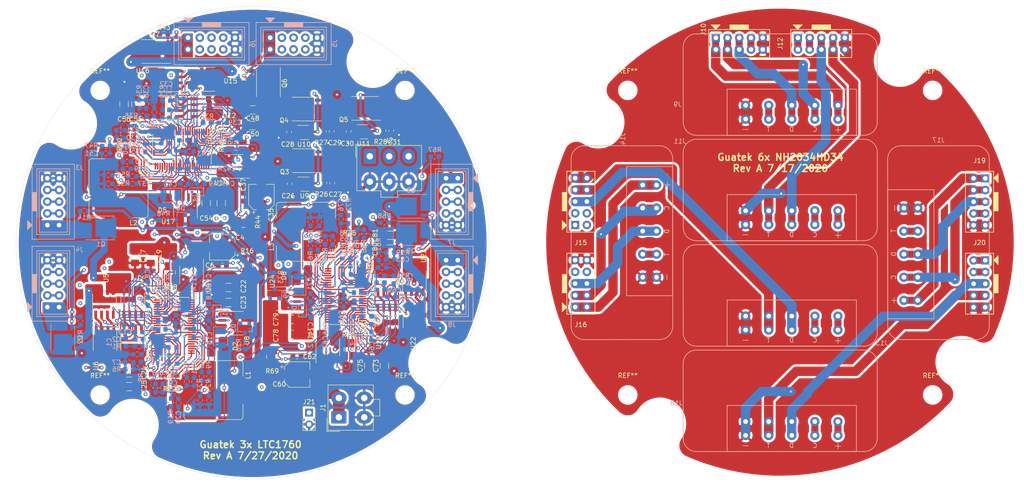
<source format=kicad_pcb>
(kicad_pcb (version 20171130) (host pcbnew "(5.1.6)-1")
  (title_block (title "WW-Battery-Pack PCBs") (date 2020-07-27) (rev A) (company Guatek) (comment 1 "First version of 6-pack board stack for Inspired Energy NH2034HD34"))
  (layers (0 F.Cu signal) (1 In1.Cu signal) (2 In2.Cu signal) (31 B.Cu signal) (34 B.Paste user) (35 F.Paste user) (36 B.SilkS user) (37 F.SilkS user) (38 B.Mask user) (39 F.Mask user) (44 Edge.Cuts user))
  (net 0 "")
  (net 1 GNDREF)
  (net 2 "Net-(C1-Pad1)")
  (net 3 "Net-(C2-Pad1)")
  (net 4 "Net-(C3-Pad1)")
  (net 5 "Net-(C8-Pad1)")
  (net 6 "Net-(C9-Pad1)")
  (net 7 "Net-(C10-Pad1)")
  (net 8 "Net-(C11-Pad1)")
  (net 9 "Net-(C13-Pad1)")
  (net 10 "Net-(C14-Pad1)")
  (net 11 "Net-(C16-Pad1)")
  (net 12 "Net-(C16-Pad2)")
  (net 13 /LTC1760_A/DCOUT)
  (net 14 /LTC1760_A/LOPWR)
  (net 15 /LTC1760_A/DCSUPPLY)
  (net 16 /LTC1760_A/CHG_OUT)
  (net 17 /sheet6090344F/Vout)
  (net 18 /LTC1760_B/DCOUT)
  (net 19 "Net-(C32-Pad1)")
  (net 20 "Net-(C33-Pad1)")
  (net 21 "Net-(C34-Pad1)")
  (net 22 "Net-(C39-Pad1)")
  (net 23 "Net-(C40-Pad1)")
  (net 24 "Net-(C41-Pad1)")
  (net 25 "Net-(C42-Pad1)")
  (net 26 "Net-(C44-Pad1)")
  (net 27 "Net-(C45-Pad1)")
  (net 28 "Net-(C47-Pad2)")
  (net 29 "Net-(C47-Pad1)")
  (net 30 /LTC1760_B/LOPWR)
  (net 31 /LTC1760_B/DCSUPPLY)
  (net 32 /LTC1760_B/CHG_OUT)
  (net 33 "Net-(C57-Pad1)")
  (net 34 "Net-(C58-Pad1)")
  (net 35 "Net-(C59-Pad1)")
  (net 36 "Net-(C64-Pad1)")
  (net 37 "Net-(C65-Pad1)")
  (net 38 "Net-(C66-Pad1)")
  (net 39 "Net-(C67-Pad1)")
  (net 40 "Net-(C69-Pad1)")
  (net 41 "Net-(C70-Pad1)")
  (net 42 "Net-(C72-Pad2)")
  (net 43 "Net-(C72-Pad1)")
  (net 44 "Net-(D3-Pad3)")
  (net 45 /LTC1760_A/V_B2)
  (net 46 /LTC1760_A/V_B1)
  (net 47 /LTC1760_B/V_B1)
  (net 48 /LTC1760_B/V_B2)
  (net 49 "Net-(D6-Pad3)")
  (net 50 "Net-(D9-Pad3)")
  (net 51 "Net-(J3-Pad1)")
  (net 52 /LTC1760_A/SCL_B1)
  (net 53 /LTC1760_A/SDA_B1)
  (net 54 "Net-(J3-Pad7)")
  (net 55 "Net-(J4-Pad7)")
  (net 56 /LTC1760_A/SDA_B2)
  (net 57 /LTC1760_A/SCL_B2)
  (net 58 "Net-(J4-Pad1)")
  (net 59 "Net-(J5-Pad1)")
  (net 60 /LTC1760_B/SCL_B1)
  (net 61 /LTC1760_B/SDA_B1)
  (net 62 "Net-(J5-Pad7)")
  (net 63 "Net-(J6-Pad7)")
  (net 64 /LTC1760_B/SDA_B2)
  (net 65 /LTC1760_B/SCL_B2)
  (net 66 "Net-(J6-Pad1)")
  (net 67 "Net-(J7-Pad1)")
  (net 68 "Net-(J7-Pad7)")
  (net 69 "Net-(J8-Pad7)")
  (net 70 "Net-(J8-Pad1)")
  (net 71 "Net-(J10-Pad1)")
  (net 72 "Net-(J10-Pad3)")
  (net 73 "Net-(J10-Pad5)")
  (net 74 "Net-(J10-Pad7)")
  (net 75 "Net-(J10-Pad10)")
  (net 76 "Net-(L1-Pad2)")
  (net 77 "Net-(L2-Pad2)")
  (net 78 "Net-(L3-Pad2)")
  (net 79 "Net-(Q1-Pad5)")
  (net 80 "Net-(Q2-Pad5)")
  (net 81 "Net-(Q3-Pad4)")
  (net 82 "Net-(Q4-Pad4)")
  (net 83 "Net-(Q5-Pad4)")
  (net 84 "Net-(Q6-Pad5)")
  (net 85 "Net-(Q7-Pad5)")
  (net 86 "Net-(Q8-Pad5)")
  (net 87 "Net-(Q9-Pad5)")
  (net 88 /LTC1760_A/SDA)
  (net 89 /LTC1760_A/SCL)
  (net 90 /LTC1760_A/INTB)
  (net 91 /LTC1760_A/TH1B)
  (net 92 /LTC1760_A/TH1A)
  (net 93 /LTC1760_A/TH2B)
  (net 94 /LTC1760_A/TH2A)
  (net 95 "Net-(R13-Pad2)")
  (net 96 "Net-(R17-Pad1)")
  (net 97 /LTC1760_A/DCSUM)
  (net 98 "Net-(R22-Pad2)")
  (net 99 /LTC1760_A/ILIMT)
  (net 100 /LTC1760_A/VLIM)
  (net 101 "Net-(R26-Pad2)")
  (net 102 "Net-(R27-Pad2)")
  (net 103 "Net-(R28-Pad2)")
  (net 104 /LTC1760_B/SDA)
  (net 105 /LTC1760_B/SCL)
  (net 106 /LTC1760_B/INTB)
  (net 107 /LTC1760_B/TH1B)
  (net 108 /LTC1760_B/TH1A)
  (net 109 /LTC1760_B/TH2B)
  (net 110 /LTC1760_B/TH2A)
  (net 111 "Net-(R41-Pad2)")
  (net 112 "Net-(R45-Pad1)")
  (net 113 /LTC1760_B/DCSUM)
  (net 114 "Net-(R50-Pad2)")
  (net 115 /LTC1760_B/ILIMT)
  (net 116 /LTC1760_B/VLIM)
  (net 117 "Net-(R66-Pad2)")
  (net 118 "Net-(R70-Pad1)")
  (net 119 "Net-(R75-Pad2)")
  (net 120 "Net-(U1-Pad4)")
  (net 121 "Net-(U1-Pad3)")
  (net 122 "Net-(U1-Pad2)")
  (net 123 "Net-(U1-Pad1)")
  (net 124 "Net-(U3-Pad6)")
  (net 125 "Net-(U3-Pad7)")
  (net 126 "Net-(U3-Pad8)")
  (net 127 "Net-(U3-Pad9)")
  (net 128 "Net-(U3-Pad10)")
  (net 129 "Net-(U3-Pad11)")
  (net 130 "Net-(U3-Pad39)")
  (net 131 "Net-(U3-Pad44)")
  (net 132 "Net-(U4-Pad1)")
  (net 133 "Net-(U12-Pad4)")
  (net 134 "Net-(U12-Pad3)")
  (net 135 "Net-(U12-Pad2)")
  (net 136 "Net-(U12-Pad1)")
  (net 137 "Net-(U15-Pad3)")
  (net 138 "Net-(U15-Pad1)")
  (net 139 "Net-(U18-Pad4)")
  (net 140 "Net-(U18-Pad3)")
  (net 141 "Net-(U18-Pad2)")
  (net 142 "Net-(U18-Pad1)")
  (net 143 "Net-(U20-Pad44)")
  (net 144 "Net-(U20-Pad39)")
  (net 145 "Net-(U20-Pad11)")
  (net 146 "Net-(U20-Pad10)")
  (net 147 "Net-(U20-Pad9)")
  (net 148 "Net-(U20-Pad8)")
  (net 149 "Net-(U20-Pad7)")
  (net 150 "Net-(U20-Pad6)")
  (net 151 "Net-(U21-Pad1)")
  (net 152 "Net-(J11-Pad7)")
  (net 153 "Net-(J11-Pad5)")
  (net 154 "Net-(J11-Pad3)")
  (net 155 "Net-(J11-Pad1)")
  (net 156 "Net-(J13-Pad1)")
  (net 157 "Net-(J13-Pad3)")
  (net 158 "Net-(J13-Pad5)")
  (net 159 "Net-(J13-Pad7)")
  (net 160 "Net-(J14-Pad1)")
  (net 161 "Net-(J14-Pad3)")
  (net 162 "Net-(J14-Pad5)")
  (net 163 "Net-(J14-Pad7)")
  (net 164 "Net-(J17-Pad7)")
  (net 165 "Net-(J17-Pad5)")
  (net 166 "Net-(J17-Pad3)")
  (net 167 "Net-(J17-Pad1)")
  (net 168 "Net-(J18-Pad1)")
  (net 169 "Net-(J18-Pad3)")
  (net 170 "Net-(J18-Pad5)")
  (net 171 "Net-(J18-Pad7)")
  (net 172 /LTC1670_C/Vin)
  (net 173 /LTC1670_C/VPLUS)
  (net 174 /LTC1670_C/DCDIV)
  (net 175 /LTC1670_C/CLP)
  (net 176 /LTC1670_C/MODE)
  (net 177 /LTC1670_C/DCOUT)
  (net 178 /LTC1670_C/LOPWR)
  (net 179 /LTC1670_C/DCSUPPLY)
  (net 180 /LTC1670_C/CHG_OUT)
  (net 181 /LTC1670_C/V_B2)
  (net 182 /LTC1670_C/V_B1)
  (net 183 /LTC1670_C/SDA_B1)
  (net 184 /LTC1670_C/SCL_B1)
  (net 185 /LTC1670_C/SCL_B2)
  (net 186 /LTC1670_C/SDA_B2)
  (net 187 /LTC1670_C/~BAT_EN)
  (net 188 /LTC1670_C/SCP)
  (net 189 /LTC1670_C/SCN)
  (net 190 /LTC1670_C/VCC)
  (net 191 /LTC1670_C/SDA)
  (net 192 /LTC1670_C/SCL)
  (net 193 /LTC1670_C/INTB)
  (net 194 /LTC1670_C/TH1B)
  (net 195 /LTC1670_C/TH1A)
  (net 196 /LTC1670_C/TH2B)
  (net 197 /LTC1670_C/TH2A)
  (net 198 /LTC1670_C/DCSUM)
  (net 199 /LTC1670_C/ILIMT)
  (net 200 /LTC1670_C/VLIM)
  (net 201 "Net-(U5-Pad1)")
  (net 202 "Net-(U5-Pad3)")
  (net 203 "Net-(U13-Pad6)")
  (net 204 "Net-(U13-Pad7)")
  (net 205 "Net-(U13-Pad8)")
  (net 206 "Net-(U13-Pad9)")
  (net 207 "Net-(U13-Pad10)")
  (net 208 "Net-(U13-Pad11)")
  (net 209 "Net-(U13-Pad39)")
  (net 210 "Net-(U13-Pad44)")
  (net 211 "Net-(U14-Pad1)")
  (net 212 "Net-(U22-Pad1)")
  (net 213 "Net-(U22-Pad3)")
  (module Capacitor_SMD:C_0603_1608Metric_Pad1.05x0.95mm_HandSolder (layer F.Cu) (at 91.560468 78.066919 270)
    (fp_text reference C37 (at -2.725002 0 90) (layer F.SilkS))
    (fp_text value 0.1uF)
    (pad 1 smd roundrect (at -0.875 0 270) (size 1.05 0.95) (layers F.Cu F.Paste F.Mask) (net 1 GNDREF))
    (pad 2 smd roundrect (at 0.875 0 270) (size 1.05 0.95) (layers F.Cu F.Paste F.Mask) (net 172 /LTC1670_C/Vin))
  )
  (module Package_SO:SO-8_3.9x4.9mm_P1.27mm (layer F.Cu) (at 122.602869 104.580441 270)
    (fp_text reference U19 (at 5 1.75 270) (layer F.SilkS))
    (fp_text value FDS6990)
    (pad 1 smd roundrect (at -2.575 -1.905 270) (size 1.75 0.6) (layers F.Cu F.Paste F.Mask) (net 140 "Net-(U18-Pad3)"))
    (pad 2 smd roundrect (at -2.575 -0.635 270) (size 1.75 0.6) (layers F.Cu F.Paste F.Mask) (net 139 "Net-(U18-Pad4)"))
    (pad 3 smd roundrect (at -2.575 0.635 270) (size 1.75 0.6) (layers F.Cu F.Paste F.Mask) (net 142 "Net-(U18-Pad1)"))
    (pad 4 smd roundrect (at -2.575 1.905 270) (size 1.75 0.6) (layers F.Cu F.Paste F.Mask) (net 141 "Net-(U18-Pad2)"))
    (pad 5 smd roundrect (at 2.575 1.905 270) (size 1.75 0.6) (layers F.Cu F.Paste F.Mask) (net 87 "Net-(Q9-Pad5)"))
    (pad 6 smd roundrect (at 2.575 0.635 270) (size 1.75 0.6) (layers F.Cu F.Paste F.Mask) (net 87 "Net-(Q9-Pad5)"))
    (pad 7 smd roundrect (at 2.575 -0.635 270) (size 1.75 0.6) (layers F.Cu F.Paste F.Mask) (net 86 "Net-(Q8-Pad5)"))
    (pad 8 smd roundrect (at 2.575 -1.905 270) (size 1.75 0.6) (layers F.Cu F.Paste F.Mask) (net 86 "Net-(Q8-Pad5)"))
  )
  (module Resistor_SMD:R_0603_1608Metric_Pad1.05x0.95mm_HandSolder (layer B.Cu) (at 106.086659 83.367529 270)
    (fp_text reference R77 (at 3.175 -0.1 270) (layer B.SilkS) (effects (justify mirror)))
    (fp_text value "10k 1% 0603")
    (pad 1 smd roundrect (at -0.875 0 270) (size 1.05 0.95) (layers B.Cu B.Paste B.Mask) (net 1 GNDREF))
    (pad 2 smd roundrect (at 0.875 0 270) (size 1.05 0.95) (layers B.Cu B.Paste B.Mask) (net 199 /LTC1670_C/ILIMT))
  )
  (module Connector_PinHeader_2.54mm:PinHeader_1x02_P2.54mm_Vertical (layer F.Cu) (at 105.791 124.7902)
    (fp_text reference J21 (at 0 -2.33) (layer F.SilkS))
    (fp_text value BATT_EN)
    (pad 1 thru_hole rect (at 0 0) (size 1.7 1.7) (drill 1) (layers *.Cu *.Mask) (net 187 /LTC1670_C/~BAT_EN))
    (pad 2 thru_hole oval (at 0 2.54) (size 1.7 1.7) (drill 1) (layers *.Cu *.Mask) (net 1 GNDREF))
  )
  (module ProjectFootprints:Ohmite_LVK12_1234 (layer F.Cu) (at 75.835915 94.400754 180)
    (fp_text reference R18 (at 0 -3.2 180) (layer F.SilkS))
    (fp_text value "0.012 1%")
    (pad 2 smd rect (at 0.7 1.375 180) (size 1.1 1.75) (layers F.Cu F.Paste F.Mask) (net 189 /LTC1670_C/SCN))
    (pad 1 smd rect (at -0.7 1.375 180) (size 1.1 1.75) (layers F.Cu F.Paste F.Mask) (net 13 /LTC1760_A/DCOUT))
    (pad 3 smd rect (at 0.7 -1.375 180) (size 1.1 1.75) (layers F.Cu F.Paste F.Mask) (net 188 /LTC1670_C/SCP))
    (pad 4 smd rect (at -0.7 -1.375 180) (size 1.1 1.75) (layers F.Cu F.Paste F.Mask) (net 97 /LTC1760_A/DCSUM))
  )
  (module Resistor_SMD:R_0603_1608Metric_Pad1.05x0.95mm_HandSolder (layer B.Cu) (at 107.986645 83.367533 270)
    (fp_text reference R76 (at 3.275 -0.1 270) (layer B.SilkS) (effects (justify mirror)))
    (fp_text value "34k 1% 0603")
    (pad 1 smd roundrect (at -0.875 0 270) (size 1.05 0.95) (layers B.Cu B.Paste B.Mask) (net 1 GNDREF))
    (pad 2 smd roundrect (at 0.875 0 270) (size 1.05 0.95) (layers B.Cu B.Paste B.Mask) (net 178 /LTC1670_C/LOPWR))
  )
  (module Capacitor_SMD:C_0603_1608Metric_Pad1.05x0.95mm_HandSolder (layer B.Cu) (at 87.097554 61.958122)
    (fp_text reference C39 (at 2.625 -0.1 180) (layer B.SilkS) (effects (justify mirror)))
    (fp_text value 0.1uF)
    (pad 2 smd roundrect (at 0.875 0) (size 1.05 0.95) (layers B.Cu B.Paste B.Mask) (net 1 GNDREF))
    (pad 1 smd roundrect (at -0.875 0) (size 1.05 0.95) (layers B.Cu B.Paste B.Mask) (net 22 "Net-(C39-Pad1)"))
  )
  (module Package_SO:SO-8_3.9x4.9mm_P1.27mm (layer F.Cu) (at 75.010468 52.641914 180)
    (fp_text reference U16 (at 5.25 2 180) (layer F.SilkS))
    (fp_text value FDS4935BZ)
    (pad 1 smd roundrect (at -2.575 -1.905 180) (size 1.75 0.6) (layers F.Cu F.Paste F.Mask) (net 137 "Net-(U15-Pad3)"))
    (pad 2 smd roundrect (at -2.575 -0.635 180) (size 1.75 0.6) (layers F.Cu F.Paste F.Mask) (net 205 "Net-(U13-Pad8)"))
    (pad 3 smd roundrect (at -2.575 0.635 180) (size 1.75 0.6) (layers F.Cu F.Paste F.Mask) (net 138 "Net-(U15-Pad1)"))
    (pad 4 smd roundrect (at -2.575 1.905 180) (size 1.75 0.6) (layers F.Cu F.Paste F.Mask) (net 207 "Net-(U13-Pad10)"))
    (pad 5 smd roundrect (at 2.575 1.905 180) (size 1.75 0.6) (layers F.Cu F.Paste F.Mask) (net 113 /LTC1760_B/DCSUM))
    (pad 6 smd roundrect (at 2.575 0.635 180) (size 1.75 0.6) (layers F.Cu F.Paste F.Mask) (net 113 /LTC1760_B/DCSUM))
    (pad 7 smd roundrect (at 2.575 -0.635 180) (size 1.75 0.6) (layers F.Cu F.Paste F.Mask) (net 113 /LTC1760_B/DCSUM))
    (pad 8 smd roundrect (at 2.575 -1.905 180) (size 1.75 0.6) (layers F.Cu F.Paste F.Mask) (net 113 /LTC1760_B/DCSUM))
  )
  (module Capacitor_SMD:C_0603_1608Metric_Pad1.05x0.95mm_HandSolder (layer B.Cu) (at 72.260464 59.641905 90)
    (fp_text reference C34 (at -2.5 0) (layer B.SilkS) (effects (justify mirror)))
    (fp_text value 0.1uF)
    (pad 1 smd roundrect (at -0.875 0 90) (size 1.05 0.95) (layers B.Cu B.Paste B.Mask) (net 21 "Net-(C34-Pad1)"))
    (pad 2 smd roundrect (at 0.875 0 90) (size 1.05 0.95) (layers B.Cu B.Paste B.Mask) (net 1 GNDREF))
  )
  (module Package_SO:SO-8_3.9x4.9mm_P1.27mm (layer F.Cu) (at 128.602872 96.080444 90)
    (fp_text reference U23 (at 5.25 2 270) (layer F.SilkS))
    (fp_text value FDS4935BZ)
    (pad 8 smd roundrect (at 2.575 -1.905 90) (size 1.75 0.6) (layers F.Cu F.Paste F.Mask) (net 198 /LTC1670_C/DCSUM))
    (pad 7 smd roundrect (at 2.575 -0.635 90) (size 1.75 0.6) (layers F.Cu F.Paste F.Mask) (net 198 /LTC1670_C/DCSUM))
    (pad 6 smd roundrect (at 2.575 0.635 90) (size 1.75 0.6) (layers F.Cu F.Paste F.Mask) (net 198 /LTC1670_C/DCSUM))
    (pad 5 smd roundrect (at 2.575 1.905 90) (size 1.75 0.6) (layers F.Cu F.Paste F.Mask) (net 198 /LTC1670_C/DCSUM))
    (pad 4 smd roundrect (at -2.575 1.905 90) (size 1.75 0.6) (layers F.Cu F.Paste F.Mask) (net 146 "Net-(U20-Pad10)"))
    (pad 3 smd roundrect (at -2.575 0.635 90) (size 1.75 0.6) (layers F.Cu F.Paste F.Mask) (net 212 "Net-(U22-Pad1)"))
    (pad 2 smd roundrect (at -2.575 -0.635 90) (size 1.75 0.6) (layers F.Cu F.Paste F.Mask) (net 148 "Net-(U20-Pad8)"))
    (pad 1 smd roundrect (at -2.575 -1.905 90) (size 1.75 0.6) (layers F.Cu F.Paste F.Mask) (net 213 "Net-(U22-Pad3)"))
  )
  (module Resistor_SMD:R_0603_1608Metric_Pad1.05x0.95mm_HandSolder (layer B.Cu) (at 98.202873 95.330445 90)
    (fp_text reference R73 (at 0 1.43 270) (layer B.SilkS) (effects (justify mirror)))
    (fp_text value "1k 1%")
    (pad 2 smd roundrect (at 0.875 0 90) (size 1.05 0.95) (layers B.Cu B.Paste B.Mask) (net 190 /LTC1670_C/VCC))
    (pad 1 smd roundrect (at -0.875 0 90) (size 1.05 0.95) (layers B.Cu B.Paste B.Mask) (net 50 "Net-(D9-Pad3)"))
  )
  (module Package_SO:SO-8_3.9x4.9mm_P1.27mm (layer F.Cu) (at 100.602866 100.080438 180)
    (fp_text reference U24 (at 2.75 3.75 90) (layer F.SilkS))
    (fp_text value FDS6990)
    (pad 1 smd roundrect (at -2.575 -1.905 180) (size 1.75 0.6) (layers F.Cu F.Paste F.Mask) (net 43 "Net-(C72-Pad1)"))
    (pad 2 smd roundrect (at -2.575 -0.635 180) (size 1.75 0.6) (layers F.Cu F.Paste F.Mask) (net 143 "Net-(U20-Pad44)"))
    (pad 3 smd roundrect (at -2.575 0.635 180) (size 1.75 0.6) (layers F.Cu F.Paste F.Mask) (net 1 GNDREF))
    (pad 4 smd roundrect (at -2.575 1.905 180) (size 1.75 0.6) (layers F.Cu F.Paste F.Mask) (net 144 "Net-(U20-Pad39)"))
    (pad 5 smd roundrect (at 2.575 1.905 180) (size 1.75 0.6) (layers F.Cu F.Paste F.Mask) (net 43 "Net-(C72-Pad1)"))
    (pad 6 smd roundrect (at 2.575 0.635 180) (size 1.75 0.6) (layers F.Cu F.Paste F.Mask) (net 43 "Net-(C72-Pad1)"))
    (pad 7 smd roundrect (at 2.575 -0.635 180) (size 1.75 0.6) (layers F.Cu F.Paste F.Mask) (net 179 /LTC1670_C/DCSUPPLY))
    (pad 8 smd roundrect (at 2.575 -1.905 180) (size 1.75 0.6) (layers F.Cu F.Paste F.Mask) (net 179 /LTC1670_C/DCSUPPLY))
  )
  (module Package_SO:TSSOP-48_6.1x12.5mm_P0.5mm (layer F.Cu) (at 78.260473 67.64191 270)
    (fp_text reference U13 (at -4.25 -7.75) (layer F.SilkS))
    (fp_text value LTC1760)
    (pad 48 smd roundrect (at 3.7125 -5.75 270) (size 1.475 0.3) (layers F.Cu F.Paste F.Mask) (net 134 "Net-(U12-Pad3)"))
    (pad 47 smd roundrect (at 3.7125 -5.25 270) (size 1.475 0.3) (layers F.Cu F.Paste F.Mask) (net 133 "Net-(U12-Pad4)"))
    (pad 46 smd roundrect (at 3.7125 -4.75 270) (size 1.475 0.3) (layers F.Cu F.Paste F.Mask) (net 135 "Net-(U12-Pad2)"))
    (pad 45 smd roundrect (at 3.7125 -4.25 270) (size 1.475 0.3) (layers F.Cu F.Paste F.Mask) (net 136 "Net-(U12-Pad1)"))
    (pad 44 smd roundrect (at 3.7125 -3.75 270) (size 1.475 0.3) (layers F.Cu F.Paste F.Mask) (net 210 "Net-(U13-Pad44)"))
    (pad 43 smd roundrect (at 3.7125 -3.25 270) (size 1.475 0.3) (layers F.Cu F.Paste F.Mask) (net 28 "Net-(C47-Pad2)"))
    (pad 42 smd roundrect (at 3.7125 -2.75 270) (size 1.475 0.3) (layers F.Cu F.Paste F.Mask) (net 29 "Net-(C47-Pad1)"))
    (pad 41 smd roundrect (at 3.7125 -2.25 270) (size 1.475 0.3) (layers F.Cu F.Paste F.Mask) (net 25 "Net-(C42-Pad1)"))
    (pad 40 smd roundrect (at 3.7125 -1.75 270) (size 1.475 0.3) (layers F.Cu F.Paste F.Mask) (net 190 /LTC1670_C/VCC))
    (pad 39 smd roundrect (at 3.7125 -1.25 270) (size 1.475 0.3) (layers F.Cu F.Paste F.Mask) (net 209 "Net-(U13-Pad39)"))
    (pad 38 smd roundrect (at 3.7125 -0.75 270) (size 1.475 0.3) (layers F.Cu F.Paste F.Mask) (net 1 GNDREF))
    (pad 37 smd roundrect (at 3.7125 -0.25 270) (size 1.475 0.3) (layers F.Cu F.Paste F.Mask) (net 24 "Net-(C41-Pad1)"))
    (pad 36 smd roundrect (at 3.7125 0.25 270) (size 1.475 0.3) (layers F.Cu F.Paste F.Mask) (net 175 /LTC1670_C/CLP))
    (pad 35 smd roundrect (at 3.7125 0.75 270) (size 1.475 0.3) (layers F.Cu F.Paste F.Mask) (net 114 "Net-(R50-Pad2)"))
    (pad 34 smd roundrect (at 3.7125 1.25 270) (size 1.475 0.3) (layers F.Cu F.Paste F.Mask) (net 112 "Net-(R45-Pad1)"))
    (pad 33 smd roundrect (at 3.7125 1.75 270) (size 1.475 0.3) (layers F.Cu F.Paste F.Mask) (net 116 /LTC1760_B/VLIM))
    (pad 32 smd roundrect (at 3.7125 2.25 270) (size 1.475 0.3) (layers F.Cu F.Paste F.Mask) (net 115 /LTC1760_B/ILIMT))
    (pad 31 smd roundrect (at 3.7125 2.75 270) (size 1.475 0.3) (layers F.Cu F.Paste F.Mask) (net 107 /LTC1760_B/TH1B))
    (pad 30 smd roundrect (at 3.7125 3.25 270) (size 1.475 0.3) (layers F.Cu F.Paste F.Mask) (net 108 /LTC1760_B/TH1A))
    (pad 29 smd roundrect (at 3.7125 3.75 270) (size 1.475 0.3) (layers F.Cu F.Paste F.Mask) (net 106 /LTC1760_B/INTB))
    (pad 28 smd roundrect (at 3.7125 4.25 270) (size 1.475 0.3) (layers F.Cu F.Paste F.Mask) (net 110 /LTC1760_B/TH2A))
    (pad 27 smd roundrect (at 3.7125 4.75 270) (size 1.475 0.3) (layers F.Cu F.Paste F.Mask) (net 109 /LTC1760_B/TH2B))
    (pad 26 smd roundrect (at 3.7125 5.25 270) (size 1.475 0.3) (layers F.Cu F.Paste F.Mask) (net 176 /LTC1670_C/MODE))
    (pad 25 smd roundrect (at 3.7125 5.75 270) (size 1.475 0.3) (layers F.Cu F.Paste F.Mask) (net 176 /LTC1670_C/MODE))
    (pad 24 smd roundrect (at -3.7125 5.75 270) (size 1.475 0.3) (layers F.Cu F.Paste F.Mask) (net 1 GNDREF))
    (pad 23 smd roundrect (at -3.7125 5.25 270) (size 1.475 0.3) (layers F.Cu F.Paste F.Mask) (net 61 /LTC1760_B/SDA_B1))
    (pad 22 smd roundrect (at -3.7125 4.75 270) (size 1.475 0.3) (layers F.Cu F.Paste F.Mask) (net 104 /LTC1760_B/SDA))
    (pad 21 smd roundrect (at -3.7125 4.25 270) (size 1.475 0.3) (layers F.Cu F.Paste F.Mask) (net 64 /LTC1760_B/SDA_B2))
    (pad 20 smd roundrect (at -3.7125 3.75 270) (size 1.475 0.3) (layers F.Cu F.Paste F.Mask) (net 176 /LTC1670_C/MODE))
    (pad 19 smd roundrect (at -3.7125 3.25 270) (size 1.475 0.3) (layers F.Cu F.Paste F.Mask) (net 60 /LTC1760_B/SCL_B1))
    (pad 18 smd roundrect (at -3.7125 2.75 270) (size 1.475 0.3) (layers F.Cu F.Paste F.Mask) (net 105 /LTC1760_B/SCL))
    (pad 17 smd roundrect (at -3.7125 2.25 270) (size 1.475 0.3) (layers F.Cu F.Paste F.Mask) (net 65 /LTC1760_B/SCL_B2))
    (pad 16 smd roundrect (at -3.7125 1.75 270) (size 1.475 0.3) (layers F.Cu F.Paste F.Mask) (net 174 /LTC1670_C/DCDIV))
    (pad 15 smd roundrect (at -3.7125 1.25 270) (size 1.475 0.3) (layers F.Cu F.Paste F.Mask) (net 21 "Net-(C34-Pad1)"))
    (pad 14 smd roundrect (at -3.7125 0.75 270) (size 1.475 0.3) (layers F.Cu F.Paste F.Mask) (net 20 "Net-(C33-Pad1)"))
    (pad 13 smd roundrect (at -3.7125 0.25 270) (size 1.475 0.3) (layers F.Cu F.Paste F.Mask) (net 26 "Net-(C44-Pad1)"))
    (pad 12 smd roundrect (at -3.7125 -0.25 270) (size 1.475 0.3) (layers F.Cu F.Paste F.Mask) (net 30 /LTC1760_B/LOPWR))
    (pad 11 smd roundrect (at -3.7125 -0.75 270) (size 1.475 0.3) (layers F.Cu F.Paste F.Mask) (net 208 "Net-(U13-Pad11)"))
    (pad 10 smd roundrect (at -3.7125 -1.25 270) (size 1.475 0.3) (layers F.Cu F.Paste F.Mask) (net 207 "Net-(U13-Pad10)"))
    (pad 9 smd roundrect (at -3.7125 -1.75 270) (size 1.475 0.3) (layers F.Cu F.Paste F.Mask) (net 206 "Net-(U13-Pad9)"))
    (pad 8 smd roundrect (at -3.7125 -2.25 270) (size 1.475 0.3) (layers F.Cu F.Paste F.Mask) (net 205 "Net-(U13-Pad8)"))
    (pad 7 smd roundrect (at -3.7125 -2.75 270) (size 1.475 0.3) (layers F.Cu F.Paste F.Mask) (net 204 "Net-(U13-Pad7)"))
    (pad 6 smd roundrect (at -3.7125 -3.25 270) (size 1.475 0.3) (layers F.Cu F.Paste F.Mask) (net 203 "Net-(U13-Pad6)"))
    (pad 5 smd roundrect (at -3.7125 -3.75 270) (size 1.475 0.3) (layers F.Cu F.Paste F.Mask) (net 188 /LTC1670_C/SCP))
    (pad 4 smd roundrect (at -3.7125 -4.25 270) (size 1.475 0.3) (layers F.Cu F.Paste F.Mask) (net 189 /LTC1670_C/SCN))
    (pad 3 smd roundrect (at -3.7125 -4.75 270) (size 1.475 0.3) (layers F.Cu F.Paste F.Mask) (net 84 "Net-(Q6-Pad5)"))
    (pad 2 smd roundrect (at -3.7125 -5.25 270) (size 1.475 0.3) (layers F.Cu F.Paste F.Mask) (net 85 "Net-(Q7-Pad5)"))
    (pad 1 smd roundrect (at -3.7125 -5.75 270) (size 1.475 0.3) (layers F.Cu F.Paste F.Mask) (net 22 "Net-(C39-Pad1)"))
  )
  (module Resistor_SMD:R_0603_1608Metric_Pad1.05x0.95mm_HandSolder (layer B.Cu) (at 113.852875 91.33045 180)
    (fp_text reference R78 (at 0 5.5 180) (layer B.SilkS) (effects (justify mirror)))
    (fp_text value "34k 1% 0603")
    (pad 2 smd roundrect (at 0.875 0 180) (size 1.05 0.95) (layers B.Cu B.Paste B.Mask) (net 200 /LTC1670_C/VLIM))
    (pad 1 smd roundrect (at -0.875 0 180) (size 1.05 0.95) (layers B.Cu B.Paste B.Mask) (net 1 GNDREF))
  )
  (module Resistor_SMD:R_0603_1608Metric_Pad1.05x0.95mm_HandSolder (layer B.Cu) (at 115.502874 99.655446 270)
    (fp_text reference R70 (at 6.674998 0.200001 270) (layer B.SilkS) (effects (justify mirror)))
    (fp_text value "100 1%")
    (pad 2 smd roundrect (at 0.875 0 270) (size 1.05 0.95) (layers B.Cu B.Paste B.Mask) (net 41 "Net-(C70-Pad1)"))
    (pad 1 smd roundrect (at -0.875 0 270) (size 1.05 0.95) (layers B.Cu B.Paste B.Mask) (net 118 "Net-(R70-Pad1)"))
  )
  (module ProjectFootprints:Ohmite_LVK12_1234 (layer F.Cu) (at 114.35287 111.08044)
    (fp_text reference R71 (at 0 -3.2 180) (layer F.SilkS))
    (fp_text value "0.012 1%")
    (pad 2 smd rect (at 0.7 1.375) (size 1.1 1.75) (layers F.Cu F.Paste F.Mask) (net 189 /LTC1670_C/SCN))
    (pad 1 smd rect (at -0.7 1.375) (size 1.1 1.75) (layers F.Cu F.Paste F.Mask) (net 177 /LTC1670_C/DCOUT))
    (pad 3 smd rect (at 0.7 -1.375) (size 1.1 1.75) (layers F.Cu F.Paste F.Mask) (net 188 /LTC1670_C/SCP))
    (pad 4 smd rect (at -0.7 -1.375) (size 1.1 1.75) (layers F.Cu F.Paste F.Mask) (net 198 /LTC1670_C/DCSUM))
  )
  (module Resistor_SMD:R_0603_1608Metric_Pad1.05x0.95mm_HandSolder (layer B.Cu) (at 114.286657 82.892532 90)
    (fp_text reference R72 (at 3.2 0.1 270) (layer B.SilkS) (effects (justify mirror)))
    (fp_text value "47 1%")
    (pad 1 smd roundrect (at -0.875 0 90) (size 1.05 0.95) (layers B.Cu B.Paste B.Mask) (net 176 /LTC1670_C/MODE))
    (pad 2 smd roundrect (at 0.875 0 90) (size 1.05 0.95) (layers B.Cu B.Paste B.Mask) (net 190 /LTC1670_C/VCC))
  )
  (module Package_SO:TSSOP-48_6.1x12.5mm_P0.5mm (layer F.Cu) (at 113.602871 99.330446 180)
    (fp_text reference U20 (at -4.25 -7.75 90) (layer F.SilkS))
    (fp_text value LTC1760)
    (pad 48 smd roundrect (at 3.7125 -5.75 180) (size 1.475 0.3) (layers F.Cu F.Paste F.Mask) (net 142 "Net-(U18-Pad1)"))
    (pad 47 smd roundrect (at 3.7125 -5.25 180) (size 1.475 0.3) (layers F.Cu F.Paste F.Mask) (net 141 "Net-(U18-Pad2)"))
    (pad 46 smd roundrect (at 3.7125 -4.75 180) (size 1.475 0.3) (layers F.Cu F.Paste F.Mask) (net 139 "Net-(U18-Pad4)"))
    (pad 45 smd roundrect (at 3.7125 -4.25 180) (size 1.475 0.3) (layers F.Cu F.Paste F.Mask) (net 140 "Net-(U18-Pad3)"))
    (pad 44 smd roundrect (at 3.7125 -3.75 180) (size 1.475 0.3) (layers F.Cu F.Paste F.Mask) (net 143 "Net-(U20-Pad44)"))
    (pad 43 smd roundrect (at 3.7125 -3.25 180) (size 1.475 0.3) (layers F.Cu F.Paste F.Mask) (net 42 "Net-(C72-Pad2)"))
    (pad 42 smd roundrect (at 3.7125 -2.75 180) (size 1.475 0.3) (layers F.Cu F.Paste F.Mask) (net 43 "Net-(C72-Pad1)"))
    (pad 41 smd roundrect (at 3.7125 -2.25 180) (size 1.475 0.3) (layers F.Cu F.Paste F.Mask) (net 39 "Net-(C67-Pad1)"))
    (pad 40 smd roundrect (at 3.7125 -1.75 180) (size 1.475 0.3) (layers F.Cu F.Paste F.Mask) (net 190 /LTC1670_C/VCC))
    (pad 39 smd roundrect (at 3.7125 -1.25 180) (size 1.475 0.3) (layers F.Cu F.Paste F.Mask) (net 144 "Net-(U20-Pad39)"))
    (pad 38 smd roundrect (at 3.7125 -0.75 180) (size 1.475 0.3) (layers F.Cu F.Paste F.Mask) (net 1 GNDREF))
    (pad 37 smd roundrect (at 3.7125 -0.25 180) (size 1.475 0.3) (layers F.Cu F.Paste F.Mask) (net 38 "Net-(C66-Pad1)"))
    (pad 36 smd roundrect (at 3.7125 0.25 180) (size 1.475 0.3) (layers F.Cu F.Paste F.Mask) (net 175 /LTC1670_C/CLP))
    (pad 35 smd roundrect (at 3.7125 0.75 180) (size 1.475 0.3) (layers F.Cu F.Paste F.Mask) (net 119 "Net-(R75-Pad2)"))
    (pad 34 smd roundrect (at 3.7125 1.25 180) (size 1.475 0.3) (layers F.Cu F.Paste F.Mask) (net 118 "Net-(R70-Pad1)"))
    (pad 33 smd roundrect (at 3.7125 1.75 180) (size 1.475 0.3) (layers F.Cu F.Paste F.Mask) (net 200 /LTC1670_C/VLIM))
    (pad 32 smd roundrect (at 3.7125 2.25 180) (size 1.475 0.3) (layers F.Cu F.Paste F.Mask) (net 199 /LTC1670_C/ILIMT))
    (pad 31 smd roundrect (at 3.7125 2.75 180) (size 1.475 0.3) (layers F.Cu F.Paste F.Mask) (net 194 /LTC1670_C/TH1B))
    (pad 30 smd roundrect (at 3.7125 3.25 180) (size 1.475 0.3) (layers F.Cu F.Paste F.Mask) (net 195 /LTC1670_C/TH1A))
    (pad 29 smd roundrect (at 3.7125 3.75 180) (size 1.475 0.3) (layers F.Cu F.Paste F.Mask) (net 193 /LTC1670_C/INTB))
    (pad 28 smd roundrect (at 3.7125 4.25 180) (size 1.475 0.3) (layers F.Cu F.Paste F.Mask) (net 197 /LTC1670_C/TH2A))
    (pad 27 smd roundrect (at 3.7125 4.75 180) (size 1.475 0.3) (layers F.Cu F.Paste F.Mask) (net 196 /LTC1670_C/TH2B))
    (pad 26 smd roundrect (at 3.7125 5.25 180) (size 1.475 0.3) (layers F.Cu F.Paste F.Mask) (net 176 /LTC1670_C/MODE))
    (pad 25 smd roundrect (at 3.7125 5.75 180) (size 1.475 0.3) (layers F.Cu F.Paste F.Mask) (net 176 /LTC1670_C/MODE))
    (pad 24 smd roundrect (at -3.7125 5.75 180) (size 1.475 0.3) (layers F.Cu F.Paste F.Mask) (net 1 GNDREF))
    (pad 23 smd roundrect (at -3.7125 5.25 180) (size 1.475 0.3) (layers F.Cu F.Paste F.Mask) (net 183 /LTC1670_C/SDA_B1))
    (pad 22 smd roundrect (at -3.7125 4.75 180) (size 1.475 0.3) (layers F.Cu F.Paste F.Mask) (net 191 /LTC1670_C/SDA))
    (pad 21 smd roundrect (at -3.7125 4.25 180) (size 1.475 0.3) (layers F.Cu F.Paste F.Mask) (net 186 /LTC1670_C/SDA_B2))
    (pad 20 smd roundrect (at -3.7125 3.75 180) (size 1.475 0.3) (layers F.Cu F.Paste F.Mask) (net 176 /LTC1670_C/MODE))
    (pad 19 smd roundrect (at -3.7125 3.25 180) (size 1.475 0.3) (layers F.Cu F.Paste F.Mask) (net 184 /LTC1670_C/SCL_B1))
    (pad 18 smd roundrect (at -3.7125 2.75 180) (size 1.475 0.3) (layers F.Cu F.Paste F.Mask) (net 192 /LTC1670_C/SCL))
    (pad 17 smd roundrect (at -3.7125 2.25 180) (size 1.475 0.3) (layers F.Cu F.Paste F.Mask) (net 185 /LTC1670_C/SCL_B2))
    (pad 16 smd roundrect (at -3.7125 1.75 180) (size 1.475 0.3) (layers F.Cu F.Paste F.Mask) (net 174 /LTC1670_C/DCDIV))
    (pad 15 smd roundrect (at -3.7125 1.25 180) (size 1.475 0.3) (layers F.Cu F.Paste F.Mask) (net 35 "Net-(C59-Pad1)"))
    (pad 14 smd roundrect (at -3.7125 0.75 180) (size 1.475 0.3) (layers F.Cu F.Paste F.Mask) (net 34 "Net-(C58-Pad1)"))
    (pad 13 smd roundrect (at -3.7125 0.25 180) (size 1.475 0.3) (layers F.Cu F.Paste F.Mask) (net 40 "Net-(C69-Pad1)"))
    (pad 12 smd roundrect (at -3.7125 -0.25 180) (size 1.475 0.3) (layers F.Cu F.Paste F.Mask) (net 178 /LTC1670_C/LOPWR))
    (pad 11 smd roundrect (at -3.7125 -0.75 180) (size 1.475 0.3) (layers F.Cu F.Paste F.Mask) (net 145 "Net-(U20-Pad11)"))
    (pad 10 smd roundrect (at -3.7125 -1.25 180) (size 1.475 0.3) (layers F.Cu F.Paste F.Mask) (net 146 "Net-(U20-Pad10)"))
    (pad 9 smd roundrect (at -3.7125 -1.75 180) (size 1.475 0.3) (layers F.Cu F.Paste F.Mask) (net 147 "Net-(U20-Pad9)"))
    (pad 8 smd roundrect (at -3.7125 -2.25 180) (size 1.475 0.3) (layers F.Cu F.Paste F.Mask) (net 148 "Net-(U20-Pad8)"))
    (pad 7 smd roundrect (at -3.7125 -2.75 180) (size 1.475 0.3) (layers F.Cu F.Paste F.Mask) (net 149 "Net-(U20-Pad7)"))
    (pad 6 smd roundrect (at -3.7125 -3.25 180) (size 1.475 0.3) (layers F.Cu F.Paste F.Mask) (net 150 "Net-(U20-Pad6)"))
    (pad 5 smd roundrect (at -3.7125 -3.75 180) (size 1.475 0.3) (layers F.Cu F.Paste F.Mask) (net 188 /LTC1670_C/SCP))
    (pad 4 smd roundrect (at -3.7125 -4.25 180) (size 1.475 0.3) (layers F.Cu F.Paste F.Mask) (net 189 /LTC1670_C/SCN))
    (pad 3 smd roundrect (at -3.7125 -4.75 180) (size 1.475 0.3) (layers F.Cu F.Paste F.Mask) (net 86 "Net-(Q8-Pad5)"))
    (pad 2 smd roundrect (at -3.7125 -5.25 180) (size 1.475 0.3) (layers F.Cu F.Paste F.Mask) (net 87 "Net-(Q9-Pad5)"))
    (pad 1 smd roundrect (at -3.7125 -5.75 180) (size 1.475 0.3) (layers F.Cu F.Paste F.Mask) (net 36 "Net-(C64-Pad1)"))
  )
  (module Resistor_SMD:R_0603_1608Metric_Pad1.05x0.95mm_HandSolder (layer F.Cu) (at 109.008601 63.790201 270)
    (fp_text reference R27 (at 2.4384 0.635 180) (layer F.SilkS))
    (fp_text value 470k)
    (pad 1 smd roundrect (at -0.875 0 270) (size 1.05 0.95) (layers F.Cu F.Paste F.Mask) (net 17 /sheet6090344F/Vout))
    (pad 2 smd roundrect (at 0.875 0 270) (size 1.05 0.95) (layers F.Cu F.Paste F.Mask) (net 102 "Net-(R27-Pad2)"))
  )
  (module Resistor_SMD:R_0603_1608Metric_Pad1.05x0.95mm_HandSolder (layer B.Cu) (at 56.261001 104.865201 270)
    (fp_text reference R15 (at 3.375 0 90) (layer B.SilkS) (effects (justify mirror)))
    (fp_text value "510k 1%")
    (pad 1 smd roundrect (at -0.875 0 270) (size 1.05 0.95) (layers B.Cu B.Paste B.Mask) (net 58 "Net-(J4-Pad1)"))
    (pad 2 smd roundrect (at 0.875 0 270) (size 1.05 0.95) (layers B.Cu B.Paste B.Mask) (net 187 /LTC1670_C/~BAT_EN))
  )
  (module Package_SO:SO-8_3.9x4.9mm_P1.27mm (layer F.Cu) (at 89.585907 105.400761)
    (fp_text reference U8 (at 2.75 3.75 270) (layer F.SilkS))
    (fp_text value FDS6990)
    (pad 1 smd roundrect (at -2.575 -1.905) (size 1.75 0.6) (layers F.Cu F.Paste F.Mask) (net 11 "Net-(C16-Pad1)"))
    (pad 2 smd roundrect (at -2.575 -0.635) (size 1.75 0.6) (layers F.Cu F.Paste F.Mask) (net 131 "Net-(U3-Pad44)"))
    (pad 3 smd roundrect (at -2.575 0.635) (size 1.75 0.6) (layers F.Cu F.Paste F.Mask) (net 1 GNDREF))
    (pad 4 smd roundrect (at -2.575 1.905) (size 1.75 0.6) (layers F.Cu F.Paste F.Mask) (net 130 "Net-(U3-Pad39)"))
    (pad 5 smd roundrect (at 2.575 1.905) (size 1.75 0.6) (layers F.Cu F.Paste F.Mask) (net 11 "Net-(C16-Pad1)"))
    (pad 6 smd roundrect (at 2.575 0.635) (size 1.75 0.6) (layers F.Cu F.Paste F.Mask) (net 11 "Net-(C16-Pad1)"))
    (pad 7 smd roundrect (at 2.575 -0.635) (size 1.75 0.6) (layers F.Cu F.Paste F.Mask) (net 15 /LTC1760_A/DCSUPPLY))
    (pad 8 smd roundrect (at 2.575 -1.905) (size 1.75 0.6) (layers F.Cu F.Paste F.Mask) (net 15 /LTC1760_A/DCSUPPLY))
  )
  (module Capacitor_SMD:C_0603_1608Metric_Pad1.05x0.95mm_HandSolder (layer B.Cu) (at 66.085914 109.525754 90)
    (fp_text reference C1 (at -0.025 -3.6 90) (layer B.SilkS) (effects (justify mirror)))
    (fp_text value 0.12uF)
    (pad 2 smd roundrect (at 0.875 0 90) (size 1.05 0.95) (layers B.Cu B.Paste B.Mask) (net 1 GNDREF))
    (pad 1 smd roundrect (at -0.875 0 90) (size 1.05 0.95) (layers B.Cu B.Paste B.Mask) (net 2 "Net-(C1-Pad1)"))
  )
  (module Resistor_SMD:R_0603_1608Metric_Pad1.05x0.95mm_HandSolder (layer B.Cu) (at 82.202126 122.113658 90)
    (fp_text reference R23 (at 3.275 -0.1 90) (layer B.SilkS) (effects (justify mirror)))
    (fp_text value "34k 1% 0603")
    (pad 2 smd roundrect (at 0.875 0 90) (size 1.05 0.95) (layers B.Cu B.Paste B.Mask) (net 14 /LTC1760_A/LOPWR))
    (pad 1 smd roundrect (at -0.875 0 90) (size 1.05 0.95) (layers B.Cu B.Paste B.Mask) (net 1 GNDREF))
  )
  (module Capacitor_SMD:C_0603_1608Metric_Pad1.05x0.95mm_HandSolder (layer B.Cu) (at 75.335906 109.775757 270)
    (fp_text reference C10 (at 6.625 0 90) (layer B.SilkS) (effects (justify mirror)))
    (fp_text value 1800pF)
    (pad 2 smd roundrect (at 0.875 0 270) (size 1.05 0.95) (layers B.Cu B.Paste B.Mask) (net 1 GNDREF))
    (pad 1 smd roundrect (at -0.875 0 270) (size 1.05 0.95) (layers B.Cu B.Paste B.Mask) (net 7 "Net-(C10-Pad1)"))
  )
  (module Capacitor_SMD:C_0603_1608Metric_Pad1.05x0.95mm_HandSolder (layer B.Cu) (at 66.83591 113.900748 180)
    (fp_text reference C7 (at 2.75 0) (layer B.SilkS) (effects (justify mirror)))
    (fp_text value 100pF)
    (pad 1 smd roundrect (at -0.875 0 180) (size 1.05 0.95) (layers B.Cu B.Paste B.Mask) (net 174 /LTC1670_C/DCDIV))
    (pad 2 smd roundrect (at 0.875 0 180) (size 1.05 0.95) (layers B.Cu B.Paste B.Mask) (net 1 GNDREF))
  )
  (module Capacitor_SMD:C_0603_1608Metric_Pad1.05x0.95mm_HandSolder (layer B.Cu) (at 68.910903 107.350759 180)
    (fp_text reference C13 (at 3.025 0.1) (layer B.SilkS) (effects (justify mirror)))
    (fp_text value "0.47 uF")
    (pad 2 smd roundrect (at 0.875 0 180) (size 1.05 0.95) (layers B.Cu B.Paste B.Mask) (net 1 GNDREF))
    (pad 1 smd roundrect (at -0.875 0 180) (size 1.05 0.95) (layers B.Cu B.Paste B.Mask) (net 9 "Net-(C13-Pad1)"))
  )
  (module Capacitor_SMD:C_0603_1608Metric_Pad1.05x0.95mm_HandSolder (layer B.Cu) (at 76.335903 112.400757 180)
    (fp_text reference C9 (at 0 -6 180) (layer B.SilkS) (effects (justify mirror)))
    (fp_text value 0.012uF)
    (pad 1 smd roundrect (at -0.875 0 180) (size 1.05 0.95) (layers B.Cu B.Paste B.Mask) (net 6 "Net-(C9-Pad1)"))
    (pad 2 smd roundrect (at 0.875 0 180) (size 1.05 0.95) (layers B.Cu B.Paste B.Mask) (net 1 GNDREF))
  )
  (module Package_SO:SO-8_3.9x4.9mm_P1.27mm (layer F.Cu) (at 80.335913 94.900757 270)
    (fp_text reference U4 (at 2.85 -3.55 90) (layer F.SilkS))
    (fp_text value FDS4935BZ)
    (pad 8 smd roundrect (at 2.575 -1.905 270) (size 1.75 0.6) (layers F.Cu F.Paste F.Mask) (net 15 /LTC1760_A/DCSUPPLY))
    (pad 7 smd roundrect (at 2.575 -0.635 270) (size 1.75 0.6) (layers F.Cu F.Paste F.Mask) (net 15 /LTC1760_A/DCSUPPLY))
    (pad 6 smd roundrect (at 2.575 0.635 270) (size 1.75 0.6) (layers F.Cu F.Paste F.Mask) (net 97 /LTC1760_A/DCSUM))
    (pad 5 smd roundrect (at 2.575 1.905 270) (size 1.75 0.6) (layers F.Cu F.Paste F.Mask) (net 97 /LTC1760_A/DCSUM))
    (pad 4 smd roundrect (at -2.575 1.905 270) (size 1.75 0.6) (layers F.Cu F.Paste F.Mask) (net 124 "Net-(U3-Pad6)"))
    (pad 3 smd roundrect (at -2.575 0.635 270) (size 1.75 0.6) (layers F.Cu F.Paste F.Mask) (net 132 "Net-(U4-Pad1)"))
    (pad 2 smd roundrect (at -2.575 -0.635 270) (size 1.75 0.6) (layers F.Cu F.Paste F.Mask) (net 125 "Net-(U3-Pad7)"))
    (pad 1 smd roundrect (at -2.575 -1.905 270) (size 1.75 0.6) (layers F.Cu F.Paste F.Mask) (net 132 "Net-(U4-Pad1)"))
  )
  (module Resistor_SMD:R_0603_1608Metric_Pad1.05x0.95mm_HandSolder (layer B.Cu) (at 74.685906 105.82575 90)
    (fp_text reference R17 (at 6.674998 0.200001 90) (layer B.SilkS) (effects (justify mirror)))
    (fp_text value "100 1%")
    (pad 1 smd roundrect (at -0.875 0 90) (size 1.05 0.95) (layers B.Cu B.Paste B.Mask) (net 96 "Net-(R17-Pad1)"))
    (pad 2 smd roundrect (at 0.875 0 90) (size 1.05 0.95) (layers B.Cu B.Paste B.Mask) (net 10 "Net-(C14-Pad1)"))
  )
  (module Package_SO:SO-8_3.9x4.9mm_P1.27mm (layer F.Cu) (at 61.470903 100.975748 90)
    (fp_text reference U5 (at 5.325 0.365 90) (layer F.SilkS))
    (fp_text value FDS4935BZ)
    (pad 8 smd roundrect (at 2.575 -1.905 90) (size 1.75 0.6) (layers F.Cu F.Paste F.Mask) (net 80 "Net-(Q2-Pad5)"))
    (pad 7 smd roundrect (at 2.575 -0.635 90) (size 1.75 0.6) (layers F.Cu F.Paste F.Mask) (net 80 "Net-(Q2-Pad5)"))
    (pad 6 smd roundrect (at 2.575 0.635 90) (size 1.75 0.6) (layers F.Cu F.Paste F.Mask) (net 79 "Net-(Q1-Pad5)"))
    (pad 5 smd roundrect (at 2.575 1.905 90) (size 1.75 0.6) (layers F.Cu F.Paste F.Mask) (net 79 "Net-(Q1-Pad5)"))
    (pad 4 smd roundrect (at -2.575 1.905 90) (size 1.75 0.6) (layers F.Cu F.Paste F.Mask) (net 127 "Net-(U3-Pad9)"))
    (pad 3 smd roundrect (at -2.575 0.635 90) (size 1.75 0.6) (layers F.Cu F.Paste F.Mask) (net 202 "Net-(U5-Pad3)"))
    (pad 2 smd roundrect (at -2.575 -0.635 90) (size 1.75 0.6) (layers F.Cu F.Paste F.Mask) (net 129 "Net-(U3-Pad11)"))
    (pad 1 smd roundrect (at -2.575 -1.905 90) (size 1.75 0.6) (layers F.Cu F.Paste F.Mask) (net 201 "Net-(U5-Pad1)"))
  )
  (module Capacitor_SMD:C_0603_1608Metric_Pad1.05x0.95mm_HandSolder (layer B.Cu) (at 121.27787 98.130442)
    (fp_text reference C69 (at 3.025 0.1) (layer B.SilkS) (effects (justify mirror)))
    (fp_text value "0.47 uF")
    (pad 1 smd roundrect (at -0.875 0) (size 1.05 0.95) (layers B.Cu B.Paste B.Mask) (net 40 "Net-(C69-Pad1)"))
    (pad 2 smd roundrect (at 0.875 0) (size 1.05 0.95) (layers B.Cu B.Paste B.Mask) (net 1 GNDREF))
  )
  (module Resistor_SMD:R_0603_1608Metric_Pad1.05x0.95mm_HandSolder (layer F.Cu) (at 109.1184 74.9808 270)
    (fp_text reference R26 (at 2.4384 0.635 180) (layer F.SilkS))
    (fp_text value 470k)
    (pad 2 smd roundrect (at 0.875 0 270) (size 1.05 0.95) (layers F.Cu F.Paste F.Mask) (net 101 "Net-(R26-Pad2)"))
    (pad 1 smd roundrect (at -0.875 0 270) (size 1.05 0.95) (layers F.Cu F.Paste F.Mask) (net 17 /sheet6090344F/Vout))
  )
  (module Diode_SMD:D_SOD-323 (layer B.Cu) (at 104.352855 102.530435 90)
    (fp_text reference D7 (at 0 -1.75 270) (layer B.SilkS) (effects (justify mirror)))
    (fp_text value CMDSH-3)
    (pad 2 smd rect (at 1.05 0 90) (size 0.6 0.45) (layers B.Cu B.Paste B.Mask) (net 190 /LTC1670_C/VCC))
    (pad 1 smd rect (at -1.05 0 90) (size 0.6 0.45) (layers B.Cu B.Paste B.Mask) (net 42 "Net-(C72-Pad2)"))
  )
  (module Resistor_SMD:R_0603_1608Metric_Pad1.05x0.95mm_HandSolder (layer F.Cu) (at 121.922001 63.636001 270)
    (fp_text reference R28 (at 2.4384 0.635 180) (layer F.SilkS))
    (fp_text value 470k)
    (pad 2 smd roundrect (at 0.875 0 270) (size 1.05 0.95) (layers F.Cu F.Paste F.Mask) (net 103 "Net-(R28-Pad2)"))
    (pad 1 smd roundrect (at -0.875 0 270) (size 1.05 0.95) (layers F.Cu F.Paste F.Mask) (net 17 /sheet6090344F/Vout))
  )
  (module Package_TO_SOT_SMD:TSOT-23-6 (layer F.Cu) (at 104.8766 75.2094)
    (fp_text reference U9 (at -0.0762 2.5908) (layer F.SilkS))
    (fp_text value LTC4412HVIS6)
    (pad 6 smd rect (at 1.31 -0.95) (size 1.22 0.65) (layers F.Cu F.Paste F.Mask) (net 17 /sheet6090344F/Vout))
    (pad 5 smd rect (at 1.31 0) (size 1.22 0.65) (layers F.Cu F.Paste F.Mask) (net 81 "Net-(Q3-Pad4)"))
    (pad 4 smd rect (at 1.31 0.95) (size 1.22 0.65) (layers F.Cu F.Paste F.Mask) (net 101 "Net-(R26-Pad2)"))
    (pad 3 smd rect (at -1.31 0.95) (size 1.22 0.65) (layers F.Cu F.Paste F.Mask) (net 1 GNDREF))
    (pad 2 smd rect (at -1.31 0) (size 1.22 0.65) (layers F.Cu F.Paste F.Mask) (net 1 GNDREF))
    (pad 1 smd rect (at -1.31 -0.95) (size 1.22 0.65) (layers F.Cu F.Paste F.Mask) (net 13 /LTC1760_A/DCOUT))
  )
  (module Resistor_SMD:R_0603_1608Metric_Pad1.05x0.95mm_HandSolder (layer B.Cu) (at 84.10212 122.113656 90)
    (fp_text reference R24 (at 3.175 -0.1 90) (layer B.SilkS) (effects (justify mirror)))
    (fp_text value "10k 1% 0603")
    (pad 1 smd roundrect (at -0.875 0 90) (size 1.05 0.95) (layers B.Cu B.Paste B.Mask) (net 1 GNDREF))
    (pad 2 smd roundrect (at 0.875 0 90) (size 1.05 0.95) (layers B.Cu B.Paste B.Mask) (net 99 /LTC1760_A/ILIMT))
  )
  (module Package_SO:PowerPAK_SO-8_Single (layer F.Cu) (at 72.4408 46.482 180)
    (fp_text reference Q7 (at 0 3.75 180) (layer F.SilkS))
    (fp_text value Si7141DP)
    (pad 1 smd rect (at -2.67 -1.905 180) (size 1.27 0.61) (layers F.Cu F.Paste F.Mask) (net 66 "Net-(J6-Pad1)"))
    (pad 2 smd rect (at -2.67 -0.635 180) (size 1.27 0.61) (layers F.Cu F.Paste F.Mask) (net 66 "Net-(J6-Pad1)"))
    (pad 3 smd rect (at -2.67 0.635 180) (size 1.27 0.61) (layers F.Cu F.Paste F.Mask) (net 66 "Net-(J6-Pad1)"))
    (pad 4 smd rect (at -2.67 1.905 180) (size 1.27 0.61) (layers F.Cu F.Paste F.Mask) (net 187 /LTC1670_C/~BAT_EN))
    (pad 5 smd rect (at 2.795 1.905 180) (size 1.02 0.61) (layers F.Cu F.Paste F.Mask) (net 85 "Net-(Q7-Pad5)"))
    (pad 5 smd rect (at 2.795 0.635 180) (size 1.02 0.61) (layers F.Cu F.Paste F.Mask) (net 85 "Net-(Q7-Pad5)"))
    (pad 5 smd rect (at 2.795 -0.635 180) (size 1.02 0.61) (layers F.Cu F.Paste F.Mask) (net 85 "Net-(Q7-Pad5)"))
    (pad 5 smd rect (at 2.795 -1.905 180) (size 1.02 0.61) (layers F.Cu F.Paste F.Mask) (net 85 "Net-(Q7-Pad5)"))
    (pad 5 smd rect (at 0.69 0 180) (size 3.81 3.91) (layers F.Cu F.Paste F.Mask) (net 85 "Net-(Q7-Pad5)"))
  )
  (module Capacitor_SMD:C_1206_3216Metric_Pad1.42x1.75mm_HandSolder (layer F.Cu) (at 122.10287 114.642952 90)
    (fp_text reference C73 (at 0 -1.82 270) (layer F.SilkS))
    (fp_text value 10uF)
    (pad 1 smd roundrect (at -1.4875 0 90) (size 1.425 1.75) (layers F.Cu F.Paste F.Mask) (roundrect_rratio 0.175439) (net 177 /LTC1670_C/DCOUT))
    (pad 2 smd roundrect (at 1.4875 0 90) (size 1.425 1.75) (layers F.Cu F.Paste F.Mask) (roundrect_rratio 0.175439) (net 1 GNDREF))
  )
  (module Resistor_SMD:R_0603_1608Metric_Pad1.05x0.95mm_HandSolder (layer B.Cu) (at 83.697558 61.95812 180)
    (fp_text reference R32 (at 0 1.43 180) (layer B.SilkS) (effects (justify mirror)))
    (fp_text value "100 1%")
    (pad 2 smd roundrect (at 0.875 0 180) (size 1.05 0.95) (layers B.Cu B.Paste B.Mask) (net 173 /LTC1670_C/VPLUS))
    (pad 1 smd roundrect (at -0.875 0 180) (size 1.05 0.95) (layers B.Cu B.Paste B.Mask) (net 22 "Net-(C39-Pad1)"))
  )
  (module Capacitor_SMD:C_1206_3216Metric_Pad1.42x1.75mm_HandSolder (layer F.Cu) (at 101.852865 104.580446)
    (fp_text reference C79 (at -3.25 0 90) (layer F.SilkS))
    (fp_text value 10uF)
    (pad 2 smd roundrect (at 1.4875 0) (size 1.425 1.75) (layers F.Cu F.Paste F.Mask) (roundrect_rratio 0.175439) (net 1 GNDREF))
    (pad 1 smd roundrect (at -1.4875 0) (size 1.425 1.75) (layers F.Cu F.Paste F.Mask) (roundrect_rratio 0.175439) (net 179 /LTC1670_C/DCSUPPLY))
  )
  (module Resistor_SMD:R_0603_1608Metric_Pad1.05x0.95mm_HandSolder (layer B.Cu) (at 74.010468 60.016909 90)
    (fp_text reference R29 (at 4.875 0 90) (layer B.SilkS) (effects (justify mirror)))
    (fp_text value "3.3k 1%")
    (pad 2 smd roundrect (at 0.875 0 90) (size 1.05 0.95) (layers B.Cu B.Paste B.Mask) (net 19 "Net-(C32-Pad1)"))
    (pad 1 smd roundrect (at -0.875 0 90) (size 1.05 0.95) (layers B.Cu B.Paste B.Mask) (net 20 "Net-(C33-Pad1)"))
  )
  (module Capacitor_SMD:C_0603_1608Metric_Pad1.05x0.95mm_HandSolder (layer B.Cu) (at 113.302862 100.955434 270)
    (fp_text reference C68 (at 3.075 0.5 270) (layer B.SilkS) (effects (justify mirror)))
    (fp_text value 0.1uF)
    (pad 1 smd roundrect (at -0.875 0 270) (size 1.05 0.95) (layers B.Cu B.Paste B.Mask) (net 1 GNDREF))
    (pad 2 smd roundrect (at 0.875 0 270) (size 1.05 0.95) (layers B.Cu B.Paste B.Mask) (net 39 "Net-(C67-Pad1)"))
  )
  (module Capacitor_SMD:C_0603_1608Metric_Pad1.05x0.95mm_HandSolder (layer B.Cu) (at 116.327867 102.330437 180)
    (fp_text reference C77 (at 0.325002 -6.100001) (layer B.SilkS) (effects (justify mirror)))
    (fp_text value 100pF)
    (pad 1 smd roundrect (at -0.875 0 180) (size 1.05 0.95) (layers B.Cu B.Paste B.Mask) (net 178 /LTC1670_C/LOPWR))
    (pad 2 smd roundrect (at 0.875 0 180) (size 1.05 0.95) (layers B.Cu B.Paste B.Mask) (net 1 GNDREF))
  )
  (module Resistor_SMD:R_0603_1608Metric_Pad1.05x0.95mm_HandSolder (layer B.Cu) (at 65.222556 66.958123)
    (fp_text reference R33 (at 2.675 0 180) (layer B.SilkS) (effects (justify mirror)))
    (fp_text value "15k 1%")
    (pad 1 smd roundrect (at -0.875 0) (size 1.05 0.95) (layers B.Cu B.Paste B.Mask) (net 176 /LTC1670_C/MODE))
    (pad 2 smd roundrect (at 0.875 0) (size 1.05 0.95) (layers B.Cu B.Paste B.Mask) (net 106 /LTC1760_B/INTB))
  )
  (module Capacitor_SMD:C_0603_1608Metric_Pad1.05x0.95mm_HandSolder (layer B.Cu) (at 112.686659 82.817536 270)
    (fp_text reference C76 (at -3.125 0 270) (layer B.SilkS) (effects (justify mirror)))
    (fp_text value 0.1uF)
    (pad 2 smd roundrect (at 0.875 0 270) (size 1.05 0.95) (layers B.Cu B.Paste B.Mask) (net 176 /LTC1670_C/MODE))
    (pad 1 smd roundrect (at -0.875 0 270) (size 1.05 0.95) (layers B.Cu B.Paste B.Mask) (net 1 GNDREF))
  )
  (module Capacitor_SMD:C_0603_1608Metric_Pad1.05x0.95mm_HandSolder (layer B.Cu) (at 106.102876 99.830445 270)
    (fp_text reference C74 (at 6.75 0 270) (layer B.SilkS) (effects (justify mirror)))
    (fp_text value 0.1uF)
    (pad 1 smd roundrect (at -0.875 0 270) (size 1.05 0.95) (layers B.Cu B.Paste B.Mask) (net 1 GNDREF))
    (pad 2 smd roundrect (at 0.875 0 270) (size 1.05 0.95) (layers B.Cu B.Paste B.Mask) (net 190 /LTC1670_C/VCC))
  )
  (module Capacitor_SMD:C_1206_3216Metric_Pad1.42x1.75mm_HandSolder (layer F.Cu) (at 118.702868 114.617953 90)
    (fp_text reference C75 (at 0 -1.82 270) (layer F.SilkS))
    (fp_text value 10uF)
    (pad 2 smd roundrect (at 1.4875 0 90) (size 1.425 1.75) (layers F.Cu F.Paste F.Mask) (roundrect_rratio 0.175439) (net 1 GNDREF))
    (pad 1 smd roundrect (at -1.4875 0 90) (size 1.425 1.75) (layers F.Cu F.Paste F.Mask) (roundrect_rratio 0.175439) (net 177 /LTC1670_C/DCOUT))
  )
  (module Capacitor_SMD:C_0603_1608Metric_Pad1.05x0.95mm_HandSolder (layer B.Cu) (at 117.102868 99.580443 90)
    (fp_text reference C70 (at -6.5 -0.25 270) (layer B.SilkS) (effects (justify mirror)))
    (fp_text value 0.1uF)
    (pad 2 smd roundrect (at 0.875 0 90) (size 1.05 0.95) (layers B.Cu B.Paste B.Mask) (net 40 "Net-(C69-Pad1)"))
    (pad 1 smd roundrect (at -0.875 0 90) (size 1.05 0.95) (layers B.Cu B.Paste B.Mask) (net 41 "Net-(C70-Pad1)"))
  )
  (module Capacitor_SMD:C_0603_1608Metric_Pad1.05x0.95mm_HandSolder (layer B.Cu) (at 109.352858 101.455451 90)
    (fp_text reference C67 (at -8.125 0 270) (layer B.SilkS) (effects (justify mirror)))
    (fp_text value 0.1uF)
    (pad 2 smd roundrect (at 0.875 0 90) (size 1.05 0.95) (layers B.Cu B.Paste B.Mask) (net 175 /LTC1670_C/CLP))
    (pad 1 smd roundrect (at -0.875 0 90) (size 1.05 0.95) (layers B.Cu B.Paste B.Mask) (net 39 "Net-(C67-Pad1)"))
  )
  (module Inductor_SMD:L_Bourns_SRR1260 (layer F.Cu) (at 64.510462 76.141904 90)
    (fp_text reference L2 (at -7.5 3.25) (layer F.SilkS))
    (fp_text value "10 uH")
    (pad 2 smd rect (at 4.85 0 90) (size 2.9 5.4) (layers F.Cu F.Paste F.Mask) (net 77 "Net-(L2-Pad2)"))
    (pad 1 smd rect (at -4.85 0 90) (size 2.9 5.4) (layers F.Cu F.Paste F.Mask) (net 29 "Net-(C47-Pad1)"))
  )
  (module Diode_SMD:D_Powermite_AK (layer F.Cu) (at 74.010464 77.891907 90)
    (fp_text reference D5 (at -3 0) (layer F.SilkS))
    (fp_text value MBRM140T3)
    (pad 2 smd rect (at 1.6525 0 90) (size 0.762 1.27) (layers F.Cu F.Paste F.Mask) (net 1 GNDREF))
    (pad 1 smd rect (at -0.6985 0 90) (size 2.67 2.54) (layers F.Cu F.Paste F.Mask) (net 29 "Net-(C47-Pad1)"))
  )
  (module Capacitor_SMD:C_1206_3216Metric_Pad1.42x1.75mm_HandSolder (layer F.Cu) (at 101.85287 107.830439)
    (fp_text reference C78 (at -3.25 0.25 90) (layer F.SilkS))
    (fp_text value 10uF)
    (pad 1 smd roundrect (at -1.4875 0) (size 1.425 1.75) (layers F.Cu F.Paste F.Mask) (roundrect_rratio 0.175439) (net 179 /LTC1670_C/DCSUPPLY))
    (pad 2 smd roundrect (at 1.4875 0) (size 1.425 1.75) (layers F.Cu F.Paste F.Mask) (roundrect_rratio 0.175439) (net 1 GNDREF))
  )
  (module Package_TO_SOT_SMD:SOT-23 (layer B.Cu) (at 77.960462 82.941904 180)
    (fp_text reference D6 (at 0 2.5 180) (layer B.SilkS) (effects (justify mirror)))
    (fp_text value BAT54A)
    (pad 3 smd rect (at 1 0 180) (size 0.9 0.8) (layers B.Cu B.Paste B.Mask) (net 49 "Net-(D6-Pad3)"))
    (pad 2 smd rect (at -1 -0.95 180) (size 0.9 0.8) (layers B.Cu B.Paste B.Mask) (net 48 /LTC1760_B/V_B2))
    (pad 1 smd rect (at -1 0.95 180) (size 0.9 0.8) (layers B.Cu B.Paste B.Mask) (net 47 /LTC1760_B/V_B1))
  )
  (module Capacitor_SMD:C_1206_3216Metric_Pad1.42x1.75mm_HandSolder (layer F.Cu) (at 123.352874 89.330446)
    (fp_text reference C80 (at -3.25 0 90) (layer F.SilkS))
    (fp_text value 10uF)
    (pad 1 smd roundrect (at -1.4875 0) (size 1.425 1.75) (layers F.Cu F.Paste F.Mask) (roundrect_rratio 0.175439) (net 180 /LTC1670_C/CHG_OUT))
    (pad 2 smd roundrect (at 1.4875 0) (size 1.425 1.75) (layers F.Cu F.Paste F.Mask) (roundrect_rratio 0.175439) (net 1 GNDREF))
  )
  (module Capacitor_SMD:C_0603_1608Metric_Pad1.05x0.95mm_HandSolder (layer B.Cu) (at 113.852878 93.080438)
    (fp_text reference C65 (at 0 -6 180) (layer B.SilkS) (effects (justify mirror)))
    (fp_text value 0.012uF)
    (pad 2 smd roundrect (at 0.875 0) (size 1.05 0.95) (layers B.Cu B.Paste B.Mask) (net 1 GNDREF))
    (pad 1 smd roundrect (at -0.875 0) (size 1.05 0.95) (layers B.Cu B.Paste B.Mask) (net 37 "Net-(C65-Pad1)"))
  )
  (module Resistor_SMD:R_0603_1608Metric_Pad1.05x0.95mm_HandSolder (layer B.Cu) (at 57.0738 81.026)
    (fp_text reference R14 (at 0 1.43) (layer B.SilkS) (effects (justify mirror)))
    (fp_text value "510k 1%")
    (pad 2 smd roundrect (at 0.875 0) (size 1.05 0.95) (layers B.Cu B.Paste B.Mask) (net 187 /LTC1670_C/~BAT_EN))
    (pad 1 smd roundrect (at -0.875 0) (size 1.05 0.95) (layers B.Cu B.Paste B.Mask) (net 51 "Net-(J3-Pad1)"))
  )
  (module Capacitor_SMD:C_1206_3216Metric_Pad1.42x1.75mm_HandSolder (layer F.Cu) (at 123.352858 86.33045)
    (fp_text reference C81 (at -3.25 0 90) (layer F.SilkS))
    (fp_text value 10uF)
    (pad 2 smd roundrect (at 1.4875 0) (size 1.425 1.75) (layers F.Cu F.Paste F.Mask) (roundrect_rratio 0.175439) (net 1 GNDREF))
    (pad 1 smd roundrect (at -1.4875 0) (size 1.425 1.75) (layers F.Cu F.Paste F.Mask) (roundrect_rratio 0.175439) (net 180 /LTC1670_C/CHG_OUT))
  )
  (module Package_SO:SO-8_3.9x4.9mm_P1.27mm (layer F.Cu) (at 75.010469 58.641905 180)
    (fp_text reference U7 (at 3.25 -3.5 180) (layer F.SilkS))
    (fp_text value FDS6990)
    (pad 1 smd roundrect (at -2.575 -1.905 180) (size 1.75 0.6) (layers F.Cu F.Paste F.Mask) (net 134 "Net-(U12-Pad3)"))
    (pad 2 smd roundrect (at -2.575 -0.635 180) (size 1.75 0.6) (layers F.Cu F.Paste F.Mask) (net 133 "Net-(U12-Pad4)"))
    (pad 3 smd roundrect (at -2.575 0.635 180) (size 1.75 0.6) (layers F.Cu F.Paste F.Mask) (net 136 "Net-(U12-Pad1)"))
    (pad 4 smd roundrect (at -2.575 1.905 180) (size 1.75 0.6) (layers F.Cu F.Paste F.Mask) (net 135 "Net-(U12-Pad2)"))
    (pad 5 smd roundrect (at 2.575 1.905 180) (size 1.75 0.6) (layers F.Cu F.Paste F.Mask) (net 32 /LTC1760_B/CHG_OUT))
    (pad 6 smd roundrect (at 2.575 0.635 180) (size 1.75 0.6) (layers F.Cu F.Paste F.Mask) (net 32 /LTC1760_B/CHG_OUT))
    (pad 7 smd roundrect (at 2.575 -0.635 180) (size 1.75 0.6) (layers F.Cu F.Paste F.Mask) (net 32 /LTC1760_B/CHG_OUT))
    (pad 8 smd roundrect (at 2.575 -1.905 180) (size 1.75 0.6) (layers F.Cu F.Paste F.Mask) (net 32 /LTC1760_B/CHG_OUT))
  )
  (module Capacitor_Tantalum_SMD:CP_EIA-3528-15_AVX-H (layer B.Cu) (at 103.602867 96.830443 90)
    (fp_text reference C71 (at 0 2.35 270) (layer B.SilkS) (effects (justify mirror)))
    (fp_text value 4.7uF)
    (pad 2 smd roundrect (at 1.5375 0 90) (size 1.325 2.35) (layers B.Cu B.Paste B.Mask) (roundrect_rratio 0.188679) (net 1 GNDREF))
    (pad 1 smd roundrect (at -1.5375 0 90) (size 1.325 2.35) (layers B.Cu B.Paste B.Mask) (roundrect_rratio 0.188679) (net 190 /LTC1670_C/VCC))
  )
  (module Package_SO:PowerPAK_SO-8_Single (layer B.Cu) (at 127.9144 80.0608 180)
    (fp_text reference Q8 (at 0 3.5) (layer B.SilkS) (effects (justify mirror)))
    (fp_text value Si7141DP)
    (pad 1 smd rect (at -2.67 1.905 180) (size 1.27 0.61) (layers B.Cu B.Paste B.Mask) (net 67 "Net-(J7-Pad1)"))
    (pad 2 smd rect (at -2.67 0.635 180) (size 1.27 0.61) (layers B.Cu B.Paste B.Mask) (net 67 "Net-(J7-Pad1)"))
    (pad 3 smd rect (at -2.67 -0.635 180) (size 1.27 0.61) (layers B.Cu B.Paste B.Mask) (net 67 "Net-(J7-Pad1)"))
    (pad 4 smd rect (at -2.67 -1.905 180) (size 1.27 0.61) (layers B.Cu B.Paste B.Mask) (net 187 /LTC1670_C/~BAT_EN))
    (pad 5 smd rect (at 2.795 -1.905 180) (size 1.02 0.61) (layers B.Cu B.Paste B.Mask) (net 86 "Net-(Q8-Pad5)"))
    (pad 5 smd rect (at 2.795 -0.635 180) (size 1.02 0.61) (layers B.Cu B.Paste B.Mask) (net 86 "Net-(Q8-Pad5)"))
    (pad 5 smd rect (at 2.795 0.635 180) (size 1.02 0.61) (layers B.Cu B.Paste B.Mask) (net 86 "Net-(Q8-Pad5)"))
    (pad 5 smd rect (at 2.795 1.905 180) (size 1.02 0.61) (layers B.Cu B.Paste B.Mask) (net 86 "Net-(Q8-Pad5)"))
    (pad 5 smd rect (at 0.69 0 180) (size 3.81 3.91) (layers B.Cu B.Paste B.Mask) (net 86 "Net-(Q8-Pad5)"))
  )
  (module Resistor_SMD:R_0603_1608Metric_Pad1.05x0.95mm_HandSolder (layer B.Cu) (at 80.835916 107.525764 270)
    (fp_text reference R13 (at -8.625 0 90) (layer B.SilkS) (effects (justify mirror)))
    (fp_text value "4.99k 1%")
    (pad 1 smd roundrect (at -0.875 0 270) (size 1.05 0.95) (layers B.Cu B.Paste B.Mask) (net 175 /LTC1670_C/CLP))
    (pad 2 smd roundrect (at 0.875 0 270) (size 1.05 0.95) (layers B.Cu B.Paste B.Mask) (net 95 "Net-(R13-Pad2)"))
  )
  (module Capacitor_SMD:C_0603_1608Metric_Pad1.05x0.95mm_HandSolder (layer B.Cu) (at 119.286648 108.167532 270)
    (fp_text reference C64 (at 2.625 -0.1 270) (layer B.SilkS) (effects (justify mirror)))
    (fp_text value 0.1uF)
    (pad 2 smd roundrect (at 0.875 0 270) (size 1.05 0.95) (layers B.Cu B.Paste B.Mask) (net 1 GNDREF))
    (pad 1 smd roundrect (at -0.875 0 270) (size 1.05 0.95) (layers B.Cu B.Paste B.Mask) (net 36 "Net-(C64-Pad1)"))
  )
  (module Resistor_SMD:R_0603_1608Metric_Pad1.05x0.95mm_HandSolder (layer B.Cu) (at 64.947555 63.558129)
    (fp_text reference R31 (at 2.675 0 180) (layer B.SilkS) (effects (justify mirror)))
    (fp_text value "15k 1%")
    (pad 1 smd roundrect (at -0.875 0) (size 1.05 0.95) (layers B.Cu B.Paste B.Mask) (net 176 /LTC1670_C/MODE))
    (pad 2 smd roundrect (at 0.875 0) (size 1.05 0.95) (layers B.Cu B.Paste B.Mask) (net 105 /LTC1760_B/SCL))
  )
  (module Package_SO:PowerPAK_SO-8_Single (layer B.Cu) (at 127.9186 85.9536 180)
    (fp_text reference Q9 (at 0 -3.75) (layer B.SilkS) (effects (justify mirror)))
    (fp_text value Si7141DP)
    (pad 5 smd rect (at 0.69 0 180) (size 3.81 3.91) (layers B.Cu B.Paste B.Mask) (net 87 "Net-(Q9-Pad5)"))
    (pad 5 smd rect (at 2.795 1.905 180) (size 1.02 0.61) (layers B.Cu B.Paste B.Mask) (net 87 "Net-(Q9-Pad5)"))
    (pad 5 smd rect (at 2.795 0.635 180) (size 1.02 0.61) (layers B.Cu B.Paste B.Mask) (net 87 "Net-(Q9-Pad5)"))
    (pad 5 smd rect (at 2.795 -0.635 180) (size 1.02 0.61) (layers B.Cu B.Paste B.Mask) (net 87 "Net-(Q9-Pad5)"))
    (pad 5 smd rect (at 2.795 -1.905 180) (size 1.02 0.61) (layers B.Cu B.Paste B.Mask) (net 87 "Net-(Q9-Pad5)"))
    (pad 4 smd rect (at -2.67 -1.905 180) (size 1.27 0.61) (layers B.Cu B.Paste B.Mask) (net 187 /LTC1670_C/~BAT_EN))
    (pad 3 smd rect (at -2.67 -0.635 180) (size 1.27 0.61) (layers B.Cu B.Paste B.Mask) (net 70 "Net-(J8-Pad1)"))
    (pad 2 smd rect (at -2.67 0.635 180) (size 1.27 0.61) (layers B.Cu B.Paste B.Mask) (net 70 "Net-(J8-Pad1)"))
    (pad 1 smd rect (at -2.67 1.905 180) (size 1.27 0.61) (layers B.Cu B.Paste B.Mask) (net 70 "Net-(J8-Pad1)"))
  )
  (module Package_SO:SO-8_3.9x4.9mm_P1.27mm (layer F.Cu) (at 83.510465 58.641904)
    (fp_text reference U12 (at 5 1.75 180) (layer F.SilkS))
    (fp_text value FDS6990)
    (pad 8 smd roundrect (at 2.575 -1.905) (size 1.75 0.6) (layers F.Cu F.Paste F.Mask) (net 84 "Net-(Q6-Pad5)"))
    (pad 7 smd roundrect (at 2.575 -0.635) (size 1.75 0.6) (layers F.Cu F.Paste F.Mask) (net 84 "Net-(Q6-Pad5)"))
    (pad 6 smd roundrect (at 2.575 0.635) (size 1.75 0.6) (layers F.Cu F.Paste F.Mask) (net 85 "Net-(Q7-Pad5)"))
    (pad 5 smd roundrect (at 2.575 1.905) (size 1.75 0.6) (layers F.Cu F.Paste F.Mask) (net 85 "Net-(Q7-Pad5)"))
    (pad 4 smd roundrect (at -2.575 1.905) (size 1.75 0.6) (layers F.Cu F.Paste F.Mask) (net 133 "Net-(U12-Pad4)"))
    (pad 3 smd roundrect (at -2.575 0.635) (size 1.75 0.6) (layers F.Cu F.Paste F.Mask) (net 134 "Net-(U12-Pad3)"))
    (pad 2 smd roundrect (at -2.575 -0.635) (size 1.75 0.6) (layers F.Cu F.Paste F.Mask) (net 135 "Net-(U12-Pad2)"))
    (pad 1 smd roundrect (at -2.575 -1.905) (size 1.75 0.6) (layers F.Cu F.Paste F.Mask) (net 136 "Net-(U12-Pad1)"))
  )
  (module Resistor_SMD:R_0603_1608Metric_Pad1.05x0.95mm_HandSolder (layer B.Cu) (at 79.302122 118.063662 90)
    (fp_text reference R12 (at 3.2 0 90) (layer B.SilkS) (effects (justify mirror)))
    (fp_text value "1.13k 1%")
    (pad 2 smd roundrect (at 0.875 0 90) (size 1.05 0.95) (layers B.Cu B.Paste B.Mask) (net 94 /LTC1760_A/TH2A))
    (pad 1 smd roundrect (at -0.875 0 90) (size 1.05 0.95) (layers B.Cu B.Paste B.Mask) (net 55 "Net-(J4-Pad7)"))
  )
  (module Resistor_SMD:R_0603_1608Metric_Pad1.05x0.95mm_HandSolder (layer B.Cu) (at 75.902125 122.588659 270)
    (fp_text reference R19 (at 3.2 0.1 90) (layer B.SilkS) (effects (justify mirror)))
    (fp_text value "47 1%")
    (pad 2 smd roundrect (at 0.875 0 270) (size 1.05 0.95) (layers B.Cu B.Paste B.Mask) (net 190 /LTC1670_C/VCC))
    (pad 1 smd roundrect (at -0.875 0 270) (size 1.05 0.95) (layers B.Cu B.Paste B.Mask) (net 176 /LTC1670_C/MODE))
  )
  (module Resistor_SMD:R_0603_1608Metric_Pad1.05x0.95mm_HandSolder (layer B.Cu) (at 64.997555 65.158129)
    (fp_text reference R30 (at 2.625 0 180) (layer B.SilkS) (effects (justify mirror)))
    (fp_text value "15k 1%")
    (pad 2 smd roundrect (at 0.875 0) (size 1.05 0.95) (layers B.Cu B.Paste B.Mask) (net 104 /LTC1760_B/SDA))
    (pad 1 smd roundrect (at -0.875 0) (size 1.05 0.95) (layers B.Cu B.Paste B.Mask) (net 176 /LTC1670_C/MODE))
  )
  (module Resistor_SMD:R_0603_1608Metric_Pad1.05x0.95mm_HandSolder (layer B.Cu) (at 73.860908 101.550751)
    (fp_text reference R21 (at 0.325002 -5.900001 180) (layer B.SilkS) (effects (justify mirror)))
    (fp_text value "280k 1%")
    (pad 1 smd roundrect (at -0.875 0) (size 1.05 0.95) (layers B.Cu B.Paste B.Mask) (net 14 /LTC1760_A/LOPWR))
    (pad 2 smd roundrect (at 0.875 0) (size 1.05 0.95) (layers B.Cu B.Paste B.Mask) (net 13 /LTC1760_A/DCOUT))
  )
  (module Package_SO:SO-8_3.9x4.9mm_P1.27mm (layer F.Cu) (at 61.585911 109.400748 270)
    (fp_text reference U6 (at 5.25 2 90) (layer F.SilkS))
    (fp_text value FDS4935BZ)
    (pad 1 smd roundrect (at -2.575 -1.905 270) (size 1.75 0.6) (layers F.Cu F.Paste F.Mask) (net 202 "Net-(U5-Pad3)"))
    (pad 2 smd roundrect (at -2.575 -0.635 270) (size 1.75 0.6) (layers F.Cu F.Paste F.Mask) (net 126 "Net-(U3-Pad8)"))
    (pad 3 smd roundrect (at -2.575 0.635 270) (size 1.75 0.6) (layers F.Cu F.Paste F.Mask) (net 201 "Net-(U5-Pad1)"))
    (pad 4 smd roundrect (at -2.575 1.905 270) (size 1.75 0.6) (layers F.Cu F.Paste F.Mask) (net 128 "Net-(U3-Pad10)"))
    (pad 5 smd roundrect (at 2.575 1.905 270) (size 1.75 0.6) (layers F.Cu F.Paste F.Mask) (net 97 /LTC1760_A/DCSUM))
    (pad 6 smd roundrect (at 2.575 0.635 270) (size 1.75 0.6) (layers F.Cu F.Paste F.Mask) (net 97 /LTC1760_A/DCSUM))
    (pad 7 smd roundrect (at 2.575 -0.635 270) (size 1.75 0.6) (layers F.Cu F.Paste F.Mask) (net 97 /LTC1760_A/DCSUM))
    (pad 8 smd roundrect (at 2.575 -1.905 270) (size 1.75 0.6) (layers F.Cu F.Paste F.Mask) (net 97 /LTC1760_A/DCSUM))
  )
  (module Diode_SMD:D_SOD-323 (layer B.Cu) (at 81.460471 76.891912 180)
    (fp_text reference D4 (at 0 -1.75 180) (layer B.SilkS) (effects (justify mirror)))
    (fp_text value CMDSH-3)
    (pad 2 smd rect (at 1.05 0 180) (size 0.6 0.45) (layers B.Cu B.Paste B.Mask) (net 190 /LTC1670_C/VCC))
    (pad 1 smd rect (at -1.05 0 180) (size 0.6 0.45) (layers B.Cu B.Paste B.Mask) (net 28 "Net-(C47-Pad2)"))
  )
  (module Diode_SMD:D_Powermite_AK (layer F.Cu) (at 103.352872 95.080446)
    (fp_text reference D8 (at -3 0 90) (layer F.SilkS))
    (fp_text value MBRM140T3)
    (pad 2 smd rect (at 1.6525 0) (size 0.762 1.27) (layers F.Cu F.Paste F.Mask) (net 1 GNDREF))
    (pad 1 smd rect (at -0.6985 0) (size 2.67 2.54) (layers F.Cu F.Paste F.Mask) (net 43 "Net-(C72-Pad1)"))
  )
  (module Capacitor_SMD:C_1206_3216Metric_Pad1.42x1.75mm_HandSolder (layer F.Cu) (at 68.260458 57.891903 90)
    (fp_text reference C55 (at -3.250001 0) (layer F.SilkS))
    (fp_text value 10uF)
    (pad 1 smd roundrect (at -1.4875 0 90) (size 1.425 1.75) (layers F.Cu F.Paste F.Mask) (roundrect_rratio 0.175439) (net 32 /LTC1760_B/CHG_OUT))
    (pad 2 smd roundrect (at 1.4875 0 90) (size 1.425 1.75) (layers F.Cu F.Paste F.Mask) (roundrect_rratio 0.175439) (net 1 GNDREF))
  )
  (module Capacitor_Tantalum_SMD:CP_EIA-3528-15_AVX-H (layer B.Cu) (at 75.76046 77.641903 180)
    (fp_text reference C46 (at 0 2.35 180) (layer B.SilkS) (effects (justify mirror)))
    (fp_text value 4.7uF)
    (pad 2 smd roundrect (at 1.5375 0 180) (size 1.325 2.35) (layers B.Cu B.Paste B.Mask) (roundrect_rratio 0.188679) (net 1 GNDREF))
    (pad 1 smd roundrect (at -1.5375 0 180) (size 1.325 2.35) (layers B.Cu B.Paste B.Mask) (roundrect_rratio 0.188679) (net 190 /LTC1670_C/VCC))
  )
  (module Capacitor_SMD:C_0603_1608Metric_Pad1.05x0.95mm_HandSolder (layer B.Cu) (at 81.260462 64.91691 270)
    (fp_text reference C52 (at 0.325002 -6.100001 90) (layer B.SilkS) (effects (justify mirror)))
    (fp_text value 100pF)
    (pad 2 smd roundrect (at 0.875 0 270) (size 1.05 0.95) (layers B.Cu B.Paste B.Mask) (net 1 GNDREF))
    (pad 1 smd roundrect (at -0.875 0 270) (size 1.05 0.95) (layers B.Cu B.Paste B.Mask) (net 30 /LTC1760_B/LOPWR))
  )
  (module Capacitor_SMD:C_0603_1608Metric_Pad1.05x0.95mm_HandSolder (layer F.Cu) (at 103.177861 112.630445 180)
    (fp_text reference C62 (at -2.725002 0) (layer F.SilkS))
    (fp_text value 0.1uF)
    (pad 2 smd roundrect (at 0.875 0 180) (size 1.05 0.95) (layers F.Cu F.Paste F.Mask) (net 172 /LTC1670_C/Vin))
    (pad 1 smd roundrect (at -0.875 0 180) (size 1.05 0.95) (layers F.Cu F.Paste F.Mask) (net 1 GNDREF))
  )
  (module Capacitor_SMD:C_1206_3216Metric_Pad1.42x1.75mm_HandSolder (layer F.Cu) (at 93.547956 62.541915 180)
    (fp_text reference C50 (at 0 -1.82 180) (layer F.SilkS))
    (fp_text value 10uF)
    (pad 2 smd roundrect (at 1.4875 0 180) (size 1.425 1.75) (layers F.Cu F.Paste F.Mask) (roundrect_rratio 0.175439) (net 1 GNDREF))
    (pad 1 smd roundrect (at -1.4875 0 180) (size 1.425 1.75) (layers F.Cu F.Paste F.Mask) (roundrect_rratio 0.175439) (net 18 /LTC1760_B/DCOUT))
  )
  (module Capacitor_SMD:C_0603_1608Metric_Pad1.05x0.95mm_HandSolder (layer B.Cu) (at 74.635471 66.391905 180)
    (fp_text reference C41 (at 6.625 0 180) (layer B.SilkS) (effects (justify mirror)))
    (fp_text value 1800pF)
    (pad 1 smd roundrect (at -0.875 0 180) (size 1.05 0.95) (layers B.Cu B.Paste B.Mask) (net 24 "Net-(C41-Pad1)"))
    (pad 2 smd roundrect (at 0.875 0 180) (size 1.05 0.95) (layers B.Cu B.Paste B.Mask) (net 1 GNDREF))
  )
  (module Capacitor_SMD:C_0603_1608Metric_Pad1.05x0.95mm_HandSolder (layer B.Cu) (at 78.760457 75.141909)
    (fp_text reference C49 (at 6.75 0 180) (layer B.SilkS) (effects (justify mirror)))
    (fp_text value 0.1uF)
    (pad 2 smd roundrect (at 0.875 0) (size 1.05 0.95) (layers B.Cu B.Paste B.Mask) (net 190 /LTC1670_C/VCC))
    (pad 1 smd roundrect (at -0.875 0) (size 1.05 0.95) (layers B.Cu B.Paste B.Mask) (net 1 GNDREF))
  )
  (module Capacitor_SMD:CP_Elec_5x5.3 (layer F.Cu) (at 95.460466 78.041909 90)
    (fp_text reference C35 (at -3.85 2.1 90) (layer F.SilkS))
    (fp_text value "10 uF 50V")
    (pad 2 smd roundrect (at 2.2 0 90) (size 3 1.6) (layers F.Cu F.Paste F.Mask) (roundrect_rratio 0.15625) (net 1 GNDREF))
    (pad 1 smd roundrect (at -2.2 0 90) (size 3 1.6) (layers F.Cu F.Paste F.Mask) (roundrect_rratio 0.15625) (net 172 /LTC1670_C/Vin))
  )
  (module Resistor_SMD:R_0603_1608Metric_Pad1.05x0.95mm_HandSolder (layer B.Cu) (at 109.286647 87.392532 270)
    (fp_text reference R64 (at 3.025 0 270) (layer B.SilkS) (effects (justify mirror)))
    (fp_text value "54.9k 1%")
    (pad 1 smd roundrect (at -0.875 0 270) (size 1.05 0.95) (layers B.Cu B.Paste B.Mask) (net 69 "Net-(J8-Pad7)"))
    (pad 2 smd roundrect (at 0.875 0 270) (size 1.05 0.95) (layers B.Cu B.Paste B.Mask) (net 196 /LTC1670_C/TH2B))
  )
  (module Resistor_SMD:R_0603_1608Metric_Pad1.05x0.95mm_HandSolder (layer B.Cu) (at 74.260467 83.041906 180)
    (fp_text reference R48 (at 0 1.43 180) (layer B.SilkS) (effects (justify mirror)))
    (fp_text value "1k 1%")
    (pad 1 smd roundrect (at -0.875 0 180) (size 1.05 0.95) (layers B.Cu B.Paste B.Mask) (net 49 "Net-(D6-Pad3)"))
    (pad 2 smd roundrect (at 0.875 0 180) (size 1.05 0.95) (layers B.Cu B.Paste B.Mask) (net 190 /LTC1670_C/VCC))
  )
  (module Capacitor_SMD:C_0603_1608Metric_Pad1.05x0.95mm_HandSolder (layer B.Cu) (at 123.611658 99.69253)
    (fp_text reference C61 (at 2.7 0 180) (layer B.SilkS) (effects (justify mirror)))
    (fp_text value 1uF)
    (pad 1 smd roundrect (at -0.875 0) (size 1.05 0.95) (layers B.Cu B.Paste B.Mask) (net 173 /LTC1670_C/VPLUS))
    (pad 2 smd roundrect (at 0.875 0) (size 1.05 0.95) (layers B.Cu B.Paste B.Mask) (net 1 GNDREF))
  )
  (module Capacitor_SMD:C_0603_1608Metric_Pad1.05x0.95mm_HandSolder (layer B.Cu) (at 82.260472 75.1419)
    (fp_text reference C47 (at 6 0 180) (layer B.SilkS) (effects (justify mirror)))
    (fp_text value "0.22 uF")
    (pad 1 smd roundrect (at -0.875 0) (size 1.05 0.95) (layers B.Cu B.Paste B.Mask) (net 29 "Net-(C47-Pad1)"))
    (pad 2 smd roundrect (at 0.875 0) (size 1.05 0.95) (layers B.Cu B.Paste B.Mask) (net 28 "Net-(C47-Pad2)"))
  )
  (module ProjectFootprints:Ohmite_LVK12_1234 (layer F.Cu) (at 92.58591 92.825755 180)
    (fp_text reference R16 (at 0.2 3.125) (layer F.SilkS))
    (fp_text value "0.033 1%")
    (pad 4 smd rect (at -0.7 -1.375 180) (size 1.1 1.75) (layers F.Cu F.Paste F.Mask) (net 15 /LTC1760_A/DCSUPPLY))
    (pad 3 smd rect (at 0.7 -1.375 180) (size 1.1 1.75) (layers F.Cu F.Paste F.Mask) (net 8 "Net-(C11-Pad1)"))
    (pad 1 smd rect (at -0.7 1.375 180) (size 1.1 1.75) (layers F.Cu F.Paste F.Mask) (net 172 /LTC1670_C/Vin))
    (pad 2 smd rect (at 0.7 1.375 180) (size 1.1 1.75) (layers F.Cu F.Paste F.Mask) (net 95 "Net-(R13-Pad2)"))
  )
  (module Capacitor_SMD:C_0603_1608Metric_Pad1.05x0.95mm_HandSolder (layer B.Cu) (at 77.060467 59.966907 90)
    (fp_text reference C44 (at 3.025 0.1 90) (layer B.SilkS) (effects (justify mirror)))
    (fp_text value "0.47 uF")
    (pad 2 smd roundrect (at 0.875 0 90) (size 1.05 0.95) (layers B.Cu B.Paste B.Mask) (net 1 GNDREF))
    (pad 1 smd roundrect (at -0.875 0 90) (size 1.05 0.95) (layers B.Cu B.Paste B.Mask) (net 26 "Net-(C44-Pad1)"))
  )
  (module Capacitor_SMD:C_0603_1608Metric_Pad1.05x0.95mm_HandSolder (layer B.Cu) (at 61.747561 68.558123)
    (fp_text reference C51 (at -3.125 0 180) (layer B.SilkS) (effects (justify mirror)))
    (fp_text value 0.1uF)
    (pad 1 smd roundrect (at -0.875 0) (size 1.05 0.95) (layers B.Cu B.Paste B.Mask) (net 1 GNDREF))
    (pad 2 smd roundrect (at 0.875 0) (size 1.05 0.95) (layers B.Cu B.Paste B.Mask) (net 176 /LTC1670_C/MODE))
  )
  (module Capacitor_SMD:C_0603_1608Metric_Pad1.05x0.95mm_HandSolder (layer B.Cu) (at 74.885467 57.141907)
    (fp_text reference C32 (at -0.025 -3.6 180) (layer B.SilkS) (effects (justify mirror)))
    (fp_text value 0.12uF)
    (pad 2 smd roundrect (at 0.875 0) (size 1.05 0.95) (layers B.Cu B.Paste B.Mask) (net 1 GNDREF))
    (pad 1 smd roundrect (at -0.875 0) (size 1.05 0.95) (layers B.Cu B.Paste B.Mask) (net 19 "Net-(C32-Pad1)"))
  )
  (module Capacitor_SMD:C_1206_3216Metric_Pad1.42x1.75mm_HandSolder (layer F.Cu) (at 83.510464 79.391902 90)
    (fp_text reference C54 (at -3.25 0) (layer F.SilkS))
    (fp_text value 10uF)
    (pad 2 smd roundrect (at 1.4875 0 90) (size 1.425 1.75) (layers F.Cu F.Paste F.Mask) (roundrect_rratio 0.175439) (net 1 GNDREF))
    (pad 1 smd roundrect (at -1.4875 0 90) (size 1.425 1.75) (layers F.Cu F.Paste F.Mask) (roundrect_rratio 0.175439) (net 31 /LTC1760_B/DCSUPPLY))
  )
  (module Capacitor_SMD:C_0603_1608Metric_Pad1.05x0.95mm_HandSolder (layer B.Cu) (at 70.510464 57.891908 90)
    (fp_text reference C38 (at 2.75 0 90) (layer B.SilkS) (effects (justify mirror)))
    (fp_text value 100pF)
    (pad 1 smd roundrect (at -0.875 0 90) (size 1.05 0.95) (layers B.Cu B.Paste B.Mask) (net 174 /LTC1670_C/DCDIV))
    (pad 2 smd roundrect (at 0.875 0 90) (size 1.05 0.95) (layers B.Cu B.Paste B.Mask) (net 1 GNDREF))
  )
  (module Capacitor_SMD:C_0603_1608Metric_Pad1.05x0.95mm_HandSolder (layer B.Cu) (at 121.227866 96.580438)
    (fp_text reference C58 (at 4.875 0) (layer B.SilkS) (effects (justify mirror)))
    (fp_text value 100pF)
    (pad 1 smd roundrect (at -0.875 0) (size 1.05 0.95) (layers B.Cu B.Paste B.Mask) (net 34 "Net-(C58-Pad1)"))
    (pad 2 smd roundrect (at 0.875 0) (size 1.05 0.95) (layers B.Cu B.Paste B.Mask) (net 1 GNDREF))
  )
  (module Capacitor_SMD:C_0603_1608Metric_Pad1.05x0.95mm_HandSolder (layer B.Cu) (at 78.510459 64.141901 180)
    (fp_text reference C45 (at -6.5 -0.25 180) (layer B.SilkS) (effects (justify mirror)))
    (fp_text value 0.1uF)
    (pad 2 smd roundrect (at 0.875 0 180) (size 1.05 0.95) (layers B.Cu B.Paste B.Mask) (net 26 "Net-(C44-Pad1)"))
    (pad 1 smd roundrect (at -0.875 0 180) (size 1.05 0.95) (layers B.Cu B.Paste B.Mask) (net 27 "Net-(C45-Pad1)"))
  )
  (module Capacitor_SMD:C_1206_3216Metric_Pad1.42x1.75mm_HandSolder (layer F.Cu) (at 93.572972 59.141913 180)
    (fp_text reference C48 (at 0 -1.82 180) (layer F.SilkS))
    (fp_text value 10uF)
    (pad 2 smd roundrect (at 1.4875 0 180) (size 1.425 1.75) (layers F.Cu F.Paste F.Mask) (roundrect_rratio 0.175439) (net 1 GNDREF))
    (pad 1 smd roundrect (at -1.4875 0 180) (size 1.425 1.75) (layers F.Cu F.Paste F.Mask) (roundrect_rratio 0.175439) (net 18 /LTC1760_B/DCOUT))
  )
  (module ProjectFootprints:Ohmite_LVK12_1234 (layer F.Cu) (at 75.460903 117.350749 90)
    (fp_text reference R22 (at -2.3 0.125 180) (layer F.SilkS))
    (fp_text value "0.024 1%")
    (pad 2 smd rect (at 0.7 1.375 90) (size 1.1 1.75) (layers F.Cu F.Paste F.Mask) (net 98 "Net-(R22-Pad2)"))
    (pad 1 smd rect (at -0.7 1.375 90) (size 1.1 1.75) (layers F.Cu F.Paste F.Mask) (net 76 "Net-(L1-Pad2)"))
    (pad 3 smd rect (at 0.7 -1.375 90) (size 1.1 1.75) (layers F.Cu F.Paste F.Mask) (net 96 "Net-(R17-Pad1)"))
    (pad 4 smd rect (at -0.7 -1.375 90) (size 1.1 1.75) (layers F.Cu F.Paste F.Mask) (net 16 /LTC1760_A/CHG_OUT))
  )
  (module Resistor_SMD:R_0603_1608Metric_Pad1.05x0.95mm_HandSolder (layer B.Cu) (at 66.347557 70.358126)
    (fp_text reference R40 (at 3.2 0 180) (layer B.SilkS) (effects (justify mirror)))
    (fp_text value "1.13k 1%")
    (pad 2 smd roundrect (at 0.875 0) (size 1.05 0.95) (layers B.Cu B.Paste B.Mask) (net 110 /LTC1760_B/TH2A))
    (pad 1 smd roundrect (at -0.875 0) (size 1.05 0.95) (layers B.Cu B.Paste B.Mask) (net 63 "Net-(J6-Pad7)"))
  )
  (module Capacitor_SMD:C_0603_1608Metric_Pad1.05x0.95mm_HandSolder (layer B.Cu) (at 72.010468 67.39191 90)
    (fp_text reference C40 (at 0 -6 270) (layer B.SilkS) (effects (justify mirror)))
    (fp_text value 0.012uF)
    (pad 2 smd roundrect (at 0.875 0 90) (size 1.05 0.95) (layers B.Cu B.Paste B.Mask) (net 1 GNDREF))
    (pad 1 smd roundrect (at -0.875 0 90) (size 1.05 0.95) (layers B.Cu B.Paste B.Mask) (net 23 "Net-(C40-Pad1)"))
  )
  (module Resistor_SMD:R_0603_1608Metric_Pad1.05x0.95mm_HandSolder (layer B.Cu) (at 119.286667 104.767537 90)
    (fp_text reference R57 (at 0 1.43 270) (layer B.SilkS) (effects (justify mirror)))
    (fp_text value "100 1%")
    (pad 2 smd roundrect (at 0.875 0 90) (size 1.05 0.95) (layers B.Cu B.Paste B.Mask) (net 173 /LTC1670_C/VPLUS))
    (pad 1 smd roundrect (at -0.875 0 90) (size 1.05 0.95) (layers B.Cu B.Paste B.Mask) (net 36 "Net-(C64-Pad1)"))
  )
  (module Resistor_SMD:R_0603_1608Metric_Pad1.05x0.95mm_HandSolder (layer F.Cu) (at 93.217999 51.471798 90)
    (fp_text reference R42 (at 0 -1.43 270) (layer F.SilkS))
    (fp_text value "510k 1%")
    (pad 1 smd roundrect (at -0.875 0 90) (size 1.05 0.95) (layers F.Cu F.Paste F.Mask) (net 59 "Net-(J5-Pad1)"))
    (pad 2 smd roundrect (at 0.875 0 90) (size 1.05 0.95) (layers F.Cu F.Paste F.Mask) (net 187 /LTC1670_C/~BAT_EN))
  )
  (module Capacitor_SMD:C_1206_3216Metric_Pad1.42x1.75mm_HandSolder (layer F.Cu) (at 86.760469 79.391904 90)
    (fp_text reference C53 (at -3.25 0.25) (layer F.SilkS))
    (fp_text value 10uF)
    (pad 1 smd roundrect (at -1.4875 0 90) (size 1.425 1.75) (layers F.Cu F.Paste F.Mask) (roundrect_rratio 0.175439) (net 31 /LTC1760_B/DCSUPPLY))
    (pad 2 smd roundrect (at 1.4875 0 90) (size 1.425 1.75) (layers F.Cu F.Paste F.Mask) (roundrect_rratio 0.175439) (net 1 GNDREF))
  )
  (module Package_TO_SOT_SMD:TSOT-23-6 (layer F.Cu) (at 117.680201 63.864601)
    (fp_text reference U11 (at -0.0762 2.5908) (layer F.SilkS))
    (fp_text value LTC4412HVIS6)
    (pad 1 smd rect (at -1.31 -0.95) (size 1.22 0.65) (layers F.Cu F.Paste F.Mask) (net 177 /LTC1670_C/DCOUT))
    (pad 2 smd rect (at -1.31 0) (size 1.22 0.65) (layers F.Cu F.Paste F.Mask) (net 1 GNDREF))
    (pad 3 smd rect (at -1.31 0.95) (size 1.22 0.65) (layers F.Cu F.Paste F.Mask) (net 1 GNDREF))
    (pad 4 smd rect (at 1.31 0.95) (size 1.22 0.65) (layers F.Cu F.Paste F.Mask) (net 103 "Net-(R28-Pad2)"))
    (pad 5 smd rect (at 1.31 0) (size 1.22 0.65) (layers F.Cu F.Paste F.Mask) (net 83 "Net-(Q5-Pad4)"))
    (pad 6 smd rect (at 1.31 -0.95) (size 1.22 0.65) (layers F.Cu F.Paste F.Mask) (net 17 /sheet6090344F/Vout))
  )
  (module Capacitor_SMD:C_0603_1608Metric_Pad1.05x0.95mm_HandSolder (layer B.Cu) (at 80.38546 71.891912 180)
    (fp_text reference C42 (at -8.125 0.000001 180) (layer B.SilkS) (effects (justify mirror)))
    (fp_text value 0.1uF)
    (pad 2 smd roundrect (at 0.875 0 180) (size 1.05 0.95) (layers B.Cu B.Paste B.Mask) (net 175 /LTC1670_C/CLP))
    (pad 1 smd roundrect (at -0.875 0 180) (size 1.05 0.95) (layers B.Cu B.Paste B.Mask) (net 25 "Net-(C42-Pad1)"))
  )
  (module Resistor_SMD:R_0603_1608Metric_Pad1.05x0.95mm_HandSolder (layer B.Cu) (at 116.327867 103.930441 180)
    (fp_text reference R74 (at 0.325002 -5.900001 180) (layer B.SilkS) (effects (justify mirror)))
    (fp_text value "280k 1%")
    (pad 2 smd roundrect (at 0.875 0 180) (size 1.05 0.95) (layers B.Cu B.Paste B.Mask) (net 177 /LTC1670_C/DCOUT))
    (pad 1 smd roundrect (at -0.875 0 180) (size 1.05 0.95) (layers B.Cu B.Paste B.Mask) (net 178 /LTC1670_C/LOPWR))
  )
  (module Capacitor_SMD:C_0603_1608Metric_Pad1.05x0.95mm_HandSolder (layer B.Cu) (at 75.510462 60.016904 90)
    (fp_text reference C33 (at 4.875 0 90) (layer B.SilkS) (effects (justify mirror)))
    (fp_text value 100pF)
    (pad 1 smd roundrect (at -0.875 0 90) (size 1.05 0.95) (layers B.Cu B.Paste B.Mask) (net 20 "Net-(C33-Pad1)"))
    (pad 2 smd roundrect (at 0.875 0 90) (size 1.05 0.95) (layers B.Cu B.Paste B.Mask) (net 1 GNDREF))
  )
  (module Capacitor_SMD:C_0603_1608Metric_Pad1.05x0.95mm_HandSolder (layer B.Cu) (at 79.883 68.1482)
    (fp_text reference C43 (at 3.075 0.499999 180) (layer B.SilkS) (effects (justify mirror)))
    (fp_text value 0.1uF)
    (pad 2 smd roundrect (at 0.875 0) (size 1.05 0.95) (layers B.Cu B.Paste B.Mask) (net 25 "Net-(C42-Pad1)"))
    (pad 1 smd roundrect (at -0.875 0) (size 1.05 0.95) (layers B.Cu B.Paste B.Mask) (net 1 GNDREF))
  )
  (module Capacitor_SMD:C_0603_1608Metric_Pad1.05x0.95mm_HandSolder (layer B.Cu) (at 78.622557 57.633122 90)
    (fp_text reference C36 (at 2.7 0 270) (layer B.SilkS) (effects (justify mirror)))
    (fp_text value 1uF)
    (pad 2 smd roundrect (at 0.875 0 90) (size 1.05 0.95) (layers B.Cu B.Paste B.Mask) (net 1 GNDREF))
    (pad 1 smd roundrect (at -0.875 0 90) (size 1.05 0.95) (layers B.Cu B.Paste B.Mask) (net 173 /LTC1670_C/VPLUS))
  )
  (module Capacitor_SMD:C_1206_3216Metric_Pad1.42x1.75mm_HandSolder (layer F.Cu) (at 65.7098 57.9009 90)
    (fp_text reference C56 (at -3.250001 0) (layer F.SilkS))
    (fp_text value 10uF)
    (pad 1 smd roundrect (at -1.4875 0 90) (size 1.425 1.75) (layers F.Cu F.Paste F.Mask) (roundrect_rratio 0.175439) (net 32 /LTC1760_B/CHG_OUT))
    (pad 2 smd roundrect (at 1.4875 0 90) (size 1.425 1.75) (layers F.Cu F.Paste F.Mask) (roundrect_rratio 0.175439) (net 1 GNDREF))
  )
  (module ProjectFootprints:Ohmite_LVK12_1234 (layer F.Cu) (at 114.72786 88.130445 270)
    (fp_text reference R75 (at -2.3 0.125 180) (layer F.SilkS))
    (fp_text value "0.024 1%")
    (pad 4 smd rect (at -0.7 -1.375 270) (size 1.1 1.75) (layers F.Cu F.Paste F.Mask) (net 180 /LTC1670_C/CHG_OUT))
    (pad 3 smd rect (at 0.7 -1.375 270) (size 1.1 1.75) (layers F.Cu F.Paste F.Mask) (net 118 "Net-(R70-Pad1)"))
    (pad 1 smd rect (at -0.7 1.375 270) (size 1.1 1.75) (layers F.Cu F.Paste F.Mask) (net 78 "Net-(L3-Pad2)"))
    (pad 2 smd rect (at 0.7 1.375 270) (size 1.1 1.75) (layers F.Cu F.Paste F.Mask) (net 119 "Net-(R75-Pad2)"))
  )
  (module Package_TO_SOT_SMD:TSOT-23-6 (layer F.Cu) (at 104.766801 64.018801)
    (fp_text reference U10 (at -0.0762 2.5908) (layer F.SilkS))
    (fp_text value LTC4412HVIS6)
    (pad 1 smd rect (at -1.31 -0.95) (size 1.22 0.65) (layers F.Cu F.Paste F.Mask) (net 18 /LTC1760_B/DCOUT))
    (pad 2 smd rect (at -1.31 0) (size 1.22 0.65) (layers F.Cu F.Paste F.Mask) (net 1 GNDREF))
    (pad 3 smd rect (at -1.31 0.95) (size 1.22 0.65) (layers F.Cu F.Paste F.Mask) (net 1 GNDREF))
    (pad 4 smd rect (at 1.31 0.95) (size 1.22 0.65) (layers F.Cu F.Paste F.Mask) (net 102 "Net-(R27-Pad2)"))
    (pad 5 smd rect (at 1.31 0) (size 1.22 0.65) (layers F.Cu F.Paste F.Mask) (net 82 "Net-(Q4-Pad4)"))
    (pad 6 smd rect (at 1.31 -0.95) (size 1.22 0.65) (layers F.Cu F.Paste F.Mask) (net 17 /sheet6090344F/Vout))
  )
  (module Resistor_SMD:R_0603_1608Metric_Pad1.05x0.95mm_HandSolder (layer B.Cu) (at 106.086649 88.59754 270)
    (fp_text reference R62 (at 2.594999 -0.004999 270) (layer B.SilkS) (effects (justify mirror)))
    (fp_text value "54.9k 1%")
    (pad 1 smd roundrect (at -0.875 0 270) (size 1.05 0.95) (layers B.Cu B.Paste B.Mask) (net 68 "Net-(J7-Pad7)"))
    (pad 2 smd roundrect (at 0.875 0 270) (size 1.05 0.95) (layers B.Cu B.Paste B.Mask) (net 194 /LTC1670_C/TH1B))
  )
  (module Resistor_SMD:R_0603_1608Metric_Pad1.05x0.95mm_HandSolder (layer B.Cu) (at 62.297554 73.258123)
    (fp_text reference R51 (at 3.275 -0.1 180) (layer B.SilkS) (effects (justify mirror)))
    (fp_text value "34k 1% 0603")
    (pad 2 smd roundrect (at 0.875 0) (size 1.05 0.95) (layers B.Cu B.Paste B.Mask) (net 30 /LTC1760_B/LOPWR))
    (pad 1 smd roundrect (at -0.875 0) (size 1.05 0.95) (layers B.Cu B.Paste B.Mask) (net 1 GNDREF))
  )
  (module ProjectFootprints:Ohmite_LVK12_1234 (layer F.Cu) (at 91.585462 83.64191 90)
    (fp_text reference R44 (at 0.2 3.125 90) (layer F.SilkS))
    (fp_text value "0.033 1%")
    (pad 4 smd rect (at -0.7 -1.375 90) (size 1.1 1.75) (layers F.Cu F.Paste F.Mask) (net 31 /LTC1760_B/DCSUPPLY))
    (pad 3 smd rect (at 0.7 -1.375 90) (size 1.1 1.75) (layers F.Cu F.Paste F.Mask) (net 25 "Net-(C42-Pad1)"))
    (pad 1 smd rect (at -0.7 1.375 90) (size 1.1 1.75) (layers F.Cu F.Paste F.Mask) (net 172 /LTC1670_C/Vin))
    (pad 2 smd rect (at 0.7 1.375 90) (size 1.1 1.75) (layers F.Cu F.Paste F.Mask) (net 111 "Net-(R41-Pad2)"))
  )
  (module Resistor_SMD:R_0603_1608Metric_Pad1.05x0.95mm_HandSolder (layer B.Cu) (at 109.352869 97.955436 90)
    (fp_text reference R66 (at -8.625 0 270) (layer B.SilkS) (effects (justify mirror)))
    (fp_text value "4.99k 1%")
    (pad 2 smd roundrect (at 0.875 0 90) (size 1.05 0.95) (layers B.Cu B.Paste B.Mask) (net 117 "Net-(R66-Pad2)"))
    (pad 1 smd roundrect (at -0.875 0 90) (size 1.05 0.95) (layers B.Cu B.Paste B.Mask) (net 175 /LTC1670_C/CLP))
  )
  (module Resistor_SMD:R_0603_1608Metric_Pad1.05x0.95mm_HandSolder (layer B.Cu) (at 122.111801 83.591399 180)
    (fp_text reference R68 (at 0 1.43) (layer B.SilkS) (effects (justify mirror)))
    (fp_text value "510k 1%")
    (pad 2 smd roundrect (at 0.875 0 180) (size 1.05 0.95) (layers B.Cu B.Paste B.Mask) (net 187 /LTC1670_C/~BAT_EN))
    (pad 1 smd roundrect (at -0.875 0 180) (size 1.05 0.95) (layers B.Cu B.Paste B.Mask) (net 70 "Net-(J8-Pad1)"))
  )
  (module Resistor_SMD:R_0603_1608Metric_Pad1.05x0.95mm_HandSolder (layer B.Cu) (at 121.227868 95.080443)
    (fp_text reference R54 (at 4.875 0) (layer B.SilkS) (effects (justify mirror)))
    (fp_text value "3.3k 1%")
    (pad 1 smd roundrect (at -0.875 0) (size 1.05 0.95) (layers B.Cu B.Paste B.Mask) (net 34 "Net-(C58-Pad1)"))
    (pad 2 smd roundrect (at 0.875 0) (size 1.05 0.95) (layers B.Cu B.Paste B.Mask) (net 33 "Net-(C57-Pad1)"))
  )
  (module Resistor_SMD:R_0603_1608Metric_Pad1.05x0.95mm_HandSolder (layer B.Cu) (at 67.527562 73.553126)
    (fp_text reference R38 (at 3.094999 0.005001 180) (layer B.SilkS) (effects (justify mirror)))
    (fp_text value "1.13k 1%")
    (pad 2 smd roundrect (at 0.875 0) (size 1.05 0.95) (layers B.Cu B.Paste B.Mask) (net 108 /LTC1760_B/TH1A))
    (pad 1 smd roundrect (at -0.875 0) (size 1.05 0.95) (layers B.Cu B.Paste B.Mask) (net 62 "Net-(J5-Pad7)"))
  )
  (module MountingHole:MountingHole_3.2mm_M3 (layer F.Cu) (at 60.5282 120.9548)
    (fp_text reference REF** (at 0 -4.2) (layer F.SilkS))
    (fp_text value MountingHole_3.2mm_M3)
    (pad 1 np_thru_hole circle (at 0 0) (size 3.2 3.2) (drill 3.2) (layers *.Cu *.Mask))
  )
  (module Capacitor_SMD:C_0603_1608Metric_Pad1.05x0.95mm_HandSolder (layer B.Cu) (at 124.102865 95.955439 270)
    (fp_text reference C57 (at -0.025 -3.6 270) (layer B.SilkS) (effects (justify mirror)))
    (fp_text value 0.12uF)
    (pad 2 smd roundrect (at 0.875 0 270) (size 1.05 0.95) (layers B.Cu B.Paste B.Mask) (net 1 GNDREF))
    (pad 1 smd roundrect (at -0.875 0 270) (size 1.05 0.95) (layers B.Cu B.Paste B.Mask) (net 33 "Net-(C57-Pad1)"))
  )
  (module Resistor_SMD:R_0603_1608Metric_Pad1.05x0.95mm_HandSolder (layer F.Cu) (at 74.3204 42.6974)
    (fp_text reference R43 (at 0 -1.43 180) (layer F.SilkS))
    (fp_text value "510k 1%")
    (pad 2 smd roundrect (at 0.875 0) (size 1.05 0.95) (layers F.Cu F.Paste F.Mask) (net 187 /LTC1670_C/~BAT_EN))
    (pad 1 smd roundrect (at -0.875 0) (size 1.05 0.95) (layers F.Cu F.Paste F.Mask) (net 66 "Net-(J6-Pad1)"))
  )
  (module Resistor_SMD:R_0603_1608Metric_Pad1.05x0.95mm_HandSolder (layer B.Cu) (at 113.102875 95.705448 90)
    (fp_text reference R60 (at 6 0 270) (layer B.SilkS) (effects (justify mirror)))
    (fp_text value "51k 1%")
    (pad 2 smd roundrect (at 0.875 0 90) (size 1.05 0.95) (layers B.Cu B.Paste B.Mask) (net 37 "Net-(C65-Pad1)"))
    (pad 1 smd roundrect (at -0.875 0 90) (size 1.05 0.95) (layers B.Cu B.Paste B.Mask) (net 38 "Net-(C66-Pad1)"))
  )
  (module Capacitor_SMD:C_0603_1608Metric_Pad1.05x0.95mm_HandSolder (layer B.Cu) (at 121.602862 93.330441)
    (fp_text reference C59 (at -2.5 0 90) (layer B.SilkS) (effects (justify mirror)))
    (fp_text value 0.1uF)
    (pad 1 smd roundrect (at -0.875 0) (size 1.05 0.95) (layers B.Cu B.Paste B.Mask) (net 35 "Net-(C59-Pad1)"))
    (pad 2 smd roundrect (at 0.875 0) (size 1.05 0.95) (layers B.Cu B.Paste B.Mask) (net 1 GNDREF))
  )
  (module Diode_SMD:D_SOD-323 (layer B.Cu) (at 85.835911 102.950749 270)
    (fp_text reference D1 (at 0 -1.75 90) (layer B.SilkS) (effects (justify mirror)))
    (fp_text value CMDSH-3)
    (pad 1 smd rect (at -1.05 0 270) (size 0.6 0.45) (layers B.Cu B.Paste B.Mask) (net 12 "Net-(C16-Pad2)"))
    (pad 2 smd rect (at 1.05 0 270) (size 0.6 0.45) (layers B.Cu B.Paste B.Mask) (net 190 /LTC1670_C/VCC))
  )
  (module MountingHole:MountingHole_3.2mm_M3 (layer F.Cu) (at 126.5682 120.9548)
    (fp_text reference REF** (at 0 -4.2) (layer F.SilkS))
    (fp_text value MountingHole_3.2mm_M3)
    (pad 1 np_thru_hole circle (at 0 0) (size 3.2 3.2) (drill 3.2) (layers *.Cu *.Mask))
  )
  (module Resistor_SMD:R_0603_1608Metric_Pad1.05x0.95mm_HandSolder (layer B.Cu) (at 66.322558 71.958126)
    (fp_text reference R39 (at 3.025 0 180) (layer B.SilkS) (effects (justify mirror)))
    (fp_text value "54.9k 1%")
    (pad 1 smd roundrect (at -0.875 0) (size 1.05 0.95) (layers B.Cu B.Paste B.Mask) (net 63 "Net-(J6-Pad7)"))
    (pad 2 smd roundrect (at 0.875 0) (size 1.05 0.95) (layers B.Cu B.Paste B.Mask) (net 109 /LTC1760_B/TH2B))
  )
  (module Resistor_SMD:R_0603_1608Metric_Pad1.05x0.95mm_HandSolder (layer B.Cu) (at 62.297553 75.158124)
    (fp_text reference R52 (at 3.175 -0.1 180) (layer B.SilkS) (effects (justify mirror)))
    (fp_text value "10k 1% 0603")
    (pad 2 smd roundrect (at 0.875 0) (size 1.05 0.95) (layers B.Cu B.Paste B.Mask) (net 115 /LTC1760_B/ILIMT))
    (pad 1 smd roundrect (at -0.875 0) (size 1.05 0.95) (layers B.Cu B.Paste B.Mask) (net 1 GNDREF))
  )
  (module Capacitor_SMD:C_1206_3216Metric_Pad1.42x1.75mm_HandSolder (layer F.Cu) (at 68.08591 90.838254 270)
    (fp_text reference C17 (at 0 -1.82 90) (layer F.SilkS))
    (fp_text value 10uF)
    (pad 1 smd roundrect (at -1.4875 0 270) (size 1.425 1.75) (layers F.Cu F.Paste F.Mask) (roundrect_rratio 0.175439) (net 13 /LTC1760_A/DCOUT))
    (pad 2 smd roundrect (at 1.4875 0 270) (size 1.425 1.75) (layers F.Cu F.Paste F.Mask) (roundrect_rratio 0.175439) (net 1 GNDREF))
  )
  (module Diode_SMD:D_Powermite_AK (layer F.Cu) (at 86.835917 110.400752 180)
    (fp_text reference D2 (at -3 0 270) (layer F.SilkS))
    (fp_text value MBRM140T3)
    (pad 2 smd rect (at 1.6525 0 180) (size 0.762 1.27) (layers F.Cu F.Paste F.Mask) (net 1 GNDREF))
    (pad 1 smd rect (at -0.6985 0 180) (size 2.67 2.54) (layers F.Cu F.Paste F.Mask) (net 11 "Net-(C16-Pad1)"))
  )
  (module ProjectFootprints:Ohmite_LVK12_1234 (layer F.Cu) (at 90.010459 66.891904 90)
    (fp_text reference R46 (at 0 -3.2 270) (layer F.SilkS))
    (fp_text value "0.012 1%")
    (pad 2 smd rect (at 0.7 1.375 90) (size 1.1 1.75) (layers F.Cu F.Paste F.Mask) (net 189 /LTC1670_C/SCN))
    (pad 1 smd rect (at -0.7 1.375 90) (size 1.1 1.75) (layers F.Cu F.Paste F.Mask) (net 18 /LTC1760_B/DCOUT))
    (pad 3 smd rect (at 0.7 -1.375 90) (size 1.1 1.75) (layers F.Cu F.Paste F.Mask) (net 188 /LTC1670_C/SCP))
    (pad 4 smd rect (at -0.7 -1.375 90) (size 1.1 1.75) (layers F.Cu F.Paste F.Mask) (net 113 /LTC1760_B/DCSUM))
  )
  (module Resistor_SMD:R_0603_1608Metric_Pad1.05x0.95mm_HandSolder (layer B.Cu) (at 74.635466 68.141914 180)
    (fp_text reference R35 (at 6 0 180) (layer B.SilkS) (effects (justify mirror)))
    (fp_text value "51k 1%")
    (pad 2 smd roundrect (at 0.875 0 180) (size 1.05 0.95) (layers B.Cu B.Paste B.Mask) (net 23 "Net-(C40-Pad1)"))
    (pad 1 smd roundrect (at -0.875 0 180) (size 1.05 0.95) (layers B.Cu B.Paste B.Mask) (net 24 "Net-(C41-Pad1)"))
  )
  (module Resistor_SMD:R_0603_1608Metric_Pad1.05x0.95mm_HandSolder (layer B.Cu) (at 69.760465 60.391913)
    (fp_text reference R36 (at -2.5 0 180) (layer B.SilkS) (effects (justify mirror)))
    (fp_text value "12.7k 1%")
    (pad 1 smd roundrect (at -0.875 0) (size 1.05 0.95) (layers B.Cu B.Paste B.Mask) (net 174 /LTC1670_C/DCDIV))
    (pad 2 smd roundrect (at 0.875 0) (size 1.05 0.95) (layers B.Cu B.Paste B.Mask) (net 172 /LTC1670_C/Vin))
  )
  (module Resistor_SMD:R_0603_1608Metric_Pad1.05x0.95mm_HandSolder (layer B.Cu) (at 76.885463 71.891909 180)
    (fp_text reference R41 (at -8.625 0 180) (layer B.SilkS) (effects (justify mirror)))
    (fp_text value "4.99k 1%")
    (pad 2 smd roundrect (at 0.875 0 180) (size 1.05 0.95) (layers B.Cu B.Paste B.Mask) (net 111 "Net-(R41-Pad2)"))
    (pad 1 smd roundrect (at -0.875 0 180) (size 1.05 0.95) (layers B.Cu B.Paste B.Mask) (net 175 /LTC1670_C/CLP))
  )
  (module Resistor_SMD:R_0603_1608Metric_Pad1.05x0.95mm_HandSolder (layer B.Cu) (at 116.086653 86.067536 270)
    (fp_text reference R55 (at 2.625 0 270) (layer B.SilkS) (effects (justify mirror)))
    (fp_text value "15k 1%")
    (pad 1 smd roundrect (at -0.875 0 270) (size 1.05 0.95) (layers B.Cu B.Paste B.Mask) (net 176 /LTC1670_C/MODE))
    (pad 2 smd roundrect (at 0.875 0 270) (size 1.05 0.95) (layers B.Cu B.Paste B.Mask) (net 191 /LTC1670_C/SDA))
  )
  (module Resistor_SMD:R_0603_1608Metric_Pad1.05x0.95mm_HandSolder (layer B.Cu) (at 117.686644 86.017533 270)
    (fp_text reference R56 (at 2.675 0 270) (layer B.SilkS) (effects (justify mirror)))
    (fp_text value "15k 1%")
    (pad 2 smd roundrect (at 0.875 0 270) (size 1.05 0.95) (layers B.Cu B.Paste B.Mask) (net 192 /LTC1670_C/SCL))
    (pad 1 smd roundrect (at -0.875 0 270) (size 1.05 0.95) (layers B.Cu B.Paste B.Mask) (net 176 /LTC1670_C/MODE))
  )
  (module Resistor_SMD:R_0603_1608Metric_Pad1.05x0.95mm_HandSolder (layer B.Cu) (at 120.852868 90.830448 270)
    (fp_text reference R61 (at -2.5 0 270) (layer B.SilkS) (effects (justify mirror)))
    (fp_text value "12.7k 1%")
    (pad 1 smd roundrect (at -0.875 0 270) (size 1.05 0.95) (layers B.Cu B.Paste B.Mask) (net 174 /LTC1670_C/DCDIV))
    (pad 2 smd roundrect (at 0.875 0 270) (size 1.05 0.95) (layers B.Cu B.Paste B.Mask) (net 172 /LTC1670_C/Vin))
  )
  (module ProjectFootprints:Ohmite_LVK12_1234 (layer F.Cu) (at 97.602871 112.655446)
    (fp_text reference R69 (at 0.2 3.125) (layer F.SilkS))
    (fp_text value "0.033 1%")
    (pad 4 smd rect (at -0.7 -1.375) (size 1.1 1.75) (layers F.Cu F.Paste F.Mask) (net 179 /LTC1670_C/DCSUPPLY))
    (pad 3 smd rect (at 0.7 -1.375) (size 1.1 1.75) (layers F.Cu F.Paste F.Mask) (net 39 "Net-(C67-Pad1)"))
    (pad 1 smd rect (at -0.7 1.375) (size 1.1 1.75) (layers F.Cu F.Paste F.Mask) (net 172 /LTC1670_C/Vin))
    (pad 2 smd rect (at 0.7 1.375) (size 1.1 1.75) (layers F.Cu F.Paste F.Mask) (net 117 "Net-(R66-Pad2)"))
  )
  (module Capacitor_SMD:C_0603_1608Metric_Pad1.05x0.95mm_HandSolder (layer F.Cu) (at 110.685001 63.815601 270)
    (fp_text reference C29 (at 2.4638 -0.6858 180) (layer F.SilkS))
    (fp_text value "0.1 uF 50V")
    (pad 2 smd roundrect (at 0.875 0 270) (size 1.05 0.95) (layers F.Cu F.Paste F.Mask) (net 1 GNDREF))
    (pad 1 smd roundrect (at -0.875 0 270) (size 1.05 0.95) (layers F.Cu F.Paste F.Mask) (net 17 /sheet6090344F/Vout))
  )
  (module Connector_Molex:Molex_Mini-Fit_Jr_5566-04A_2x02_P4.20mm_Vertical (layer F.Cu) (at 112.2426 125.8062 90)
    (fp_text reference J1 (at 2.1 -3.45 90) (layer F.SilkS))
    (fp_text value "Charge Input")
    (pad 1 thru_hole roundrect (at 0 0 90) (size 2.7 3.3) (drill 1.4) (layers *.Cu *.Mask) (roundrect_rratio 0.09259299999999999) (net 172 /LTC1670_C/Vin))
    (pad 2 thru_hole oval (at 4.2 0 90) (size 2.7 3.3) (drill 1.4) (layers *.Cu *.Mask) (net 172 /LTC1670_C/Vin))
    (pad 3 thru_hole oval (at 0 5.5 90) (size 2.7 3.3) (drill 1.4) (layers *.Cu *.Mask) (net 1 GNDREF))
    (pad 4 thru_hole oval (at 4.2 5.5 90) (size 2.7 3.3) (drill 1.4) (layers *.Cu *.Mask) (net 1 GNDREF))
  )
  (module Capacitor_SMD:C_1206_3216Metric_Pad1.42x1.75mm_HandSolder (layer F.Cu) (at 88.335914 97.650752 180)
    (fp_text reference C22 (at -3.25 0.25 270) (layer F.SilkS))
    (fp_text value 10uF)
    (pad 1 smd roundrect (at -1.4875 0 180) (size 1.425 1.75) (layers F.Cu F.Paste F.Mask) (roundrect_rratio 0.175439) (net 15 /LTC1760_A/DCSUPPLY))
    (pad 2 smd roundrect (at 1.4875 0 180) (size 1.425 1.75) (layers F.Cu F.Paste F.Mask) (roundrect_rratio 0.175439) (net 1 GNDREF))
  )
  (module Resistor_SMD:R_0603_1608Metric_Pad1.05x0.95mm_HandSolder (layer B.Cu) (at 107.691654 88.597535 270)
    (fp_text reference R63 (at 3.094999 0.005001 270) (layer B.SilkS) (effects (justify mirror)))
    (fp_text value "1.13k 1%")
    (pad 2 smd roundrect (at 0.875 0 270) (size 1.05 0.95) (layers B.Cu B.Paste B.Mask) (net 195 /LTC1670_C/TH1A))
    (pad 1 smd roundrect (at -0.875 0 270) (size 1.05 0.95) (layers B.Cu B.Paste B.Mask) (net 68 "Net-(J7-Pad7)"))
  )
  (module Resistor_SMD:R_0603_1608Metric_Pad1.05x0.95mm_HandSolder (layer B.Cu) (at 110.886652 87.417536 270)
    (fp_text reference R65 (at 3.2 0 270) (layer B.SilkS) (effects (justify mirror)))
    (fp_text value "1.13k 1%")
    (pad 1 smd roundrect (at -0.875 0 270) (size 1.05 0.95) (layers B.Cu B.Paste B.Mask) (net 69 "Net-(J8-Pad7)"))
    (pad 2 smd roundrect (at 0.875 0 270) (size 1.05 0.95) (layers B.Cu B.Paste B.Mask) (net 197 /LTC1670_C/TH2A))
  )
  (module Capacitor_SMD:CP_Elec_5x5.3 (layer F.Cu) (at 103.20287 116.53044)
    (fp_text reference C60 (at -3.85 2.1) (layer F.SilkS))
    (fp_text value "10 uF 50V")
    (pad 2 smd roundrect (at 2.2 0) (size 3 1.6) (layers F.Cu F.Paste F.Mask) (roundrect_rratio 0.15625) (net 1 GNDREF))
    (pad 1 smd roundrect (at -2.2 0) (size 3 1.6) (layers F.Cu F.Paste F.Mask) (roundrect_rratio 0.15625) (net 172 /LTC1670_C/Vin))
  )
  (module MountingHole:MountingHole_3.2mm_M3 (layer F.Cu) (at 126.5682 54.9148)
    (fp_text reference REF** (at 0 -4.2) (layer F.SilkS))
    (fp_text value MountingHole_3.2mm_M3)
    (pad 1 np_thru_hole circle (at 0 0) (size 3.2 3.2) (drill 3.2) (layers *.Cu *.Mask))
  )
  (module Resistor_SMD:R_0603_1608Metric_Pad1.05x0.95mm_HandSolder (layer B.Cu) (at 123.352865 90.08044 180)
    (fp_text reference R59 (at -2.75 0) (layer B.SilkS) (effects (justify mirror)))
    (fp_text value "1.21k 1%")
    (pad 2 smd roundrect (at 0.875 0 180) (size 1.05 0.95) (layers B.Cu B.Paste B.Mask) (net 174 /LTC1670_C/DCDIV))
    (pad 1 smd roundrect (at -0.875 0 180) (size 1.05 0.95) (layers B.Cu B.Paste B.Mask) (net 1 GNDREF))
  )
  (module Resistor_SMD:R_0603_1608Metric_Pad1.05x0.95mm_HandSolder (layer B.Cu) (at 69.010469 57.891909 270)
    (fp_text reference R34 (at -2.75 0 90) (layer B.SilkS) (effects (justify mirror)))
    (fp_text value "1.21k 1%")
    (pad 2 smd roundrect (at 0.875 0 270) (size 1.05 0.95) (layers B.Cu B.Paste B.Mask) (net 174 /LTC1670_C/DCDIV))
    (pad 1 smd roundrect (at -0.875 0 270) (size 1.05 0.95) (layers B.Cu B.Paste B.Mask) (net 1 GNDREF))
  )
  (module MountingHole:MountingHole_3.2mm_M3 (layer F.Cu) (at 60.5282 54.9148)
    (fp_text reference REF** (at 0 -4.2) (layer F.SilkS))
    (fp_text value MountingHole_3.2mm_M3)
    (pad 1 np_thru_hole circle (at 0 0) (size 3.2 3.2) (drill 3.2) (layers *.Cu *.Mask))
  )
  (module Package_TO_SOT_SMD:SOT-23 (layer B.Cu) (at 98.302862 99.030446 90)
    (fp_text reference D9 (at 0 2.5 270) (layer B.SilkS) (effects (justify mirror)))
    (fp_text value BAT54A)
    (pad 3 smd rect (at 1 0 90) (size 0.9 0.8) (layers B.Cu B.Paste B.Mask) (net 50 "Net-(D9-Pad3)"))
    (pad 2 smd rect (at -1 -0.95 90) (size 0.9 0.8) (layers B.Cu B.Paste B.Mask) (net 181 /LTC1670_C/V_B2))
    (pad 1 smd rect (at -1 0.95 90) (size 0.9 0.8) (layers B.Cu B.Paste B.Mask) (net 182 /LTC1670_C/V_B1))
  )
  (module Capacitor_SMD:C_0603_1608Metric_Pad1.05x0.95mm_HandSolder (layer B.Cu) (at 114.852865 95.705441 90)
    (fp_text reference C66 (at 6.625 0 270) (layer B.SilkS) (effects (justify mirror)))
    (fp_text value 1800pF)
    (pad 2 smd roundrect (at 0.875 0 90) (size 1.05 0.95) (layers B.Cu B.Paste B.Mask) (net 1 GNDREF))
    (pad 1 smd roundrect (at -0.875 0 90) (size 1.05 0.95) (layers B.Cu B.Paste B.Mask) (net 38 "Net-(C66-Pad1)"))
  )
  (module Capacitor_SMD:C_0603_1608Metric_Pad1.05x0.95mm_HandSolder (layer B.Cu) (at 106.102871 103.330446 270)
    (fp_text reference C72 (at 6 0 270) (layer B.SilkS) (effects (justify mirror)))
    (fp_text value "0.22 uF")
    (pad 2 smd roundrect (at 0.875 0 270) (size 1.05 0.95) (layers B.Cu B.Paste B.Mask) (net 42 "Net-(C72-Pad2)"))
    (pad 1 smd roundrect (at -0.875 0 270) (size 1.05 0.95) (layers B.Cu B.Paste B.Mask) (net 43 "Net-(C72-Pad1)"))
  )
  (module Capacitor_SMD:C_0603_1608Metric_Pad1.05x0.95mm_HandSolder (layer B.Cu) (at 123.352875 91.580448)
    (fp_text reference C63 (at 2.75 0) (layer B.SilkS) (effects (justify mirror)))
    (fp_text value 100pF)
    (pad 2 smd roundrect (at 0.875 0) (size 1.05 0.95) (layers B.Cu B.Paste B.Mask) (net 1 GNDREF))
    (pad 1 smd roundrect (at -0.875 0) (size 1.05 0.95) (layers B.Cu B.Paste B.Mask) (net 174 /LTC1670_C/DCDIV))
  )
  (module Inductor_SMD:L_Bourns_SRR1260 (layer F.Cu) (at 105.102875 85.58044)
    (fp_text reference L3 (at -7.5 3.25 90) (layer F.SilkS))
    (fp_text value "10 uH")
    (pad 2 smd rect (at 4.85 0) (size 2.9 5.4) (layers F.Cu F.Paste F.Mask) (net 78 "Net-(L3-Pad2)"))
    (pad 1 smd rect (at -4.85 0) (size 2.9 5.4) (layers F.Cu F.Paste F.Mask) (net 43 "Net-(C72-Pad1)"))
  )
  (module Package_SO:PowerPAK_SO-8_Single (layer F.Cu) (at 96.9772 53.34 270)
    (fp_text reference Q6 (at 0 -3.5 270) (layer F.SilkS))
    (fp_text value Si7141DP)
    (pad 5 smd rect (at 0.69 0 270) (size 3.81 3.91) (layers F.Cu F.Paste F.Mask) (net 84 "Net-(Q6-Pad5)"))
    (pad 5 smd rect (at 2.795 -1.905 270) (size 1.02 0.61) (layers F.Cu F.Paste F.Mask) (net 84 "Net-(Q6-Pad5)"))
    (pad 5 smd rect (at 2.795 -0.635 270) (size 1.02 0.61) (layers F.Cu F.Paste F.Mask) (net 84 "Net-(Q6-Pad5)"))
    (pad 5 smd rect (at 2.795 0.635 270) (size 1.02 0.61) (layers F.Cu F.Paste F.Mask) (net 84 "Net-(Q6-Pad5)"))
    (pad 5 smd rect (at 2.795 1.905 270) (size 1.02 0.61) (layers F.Cu F.Paste F.Mask) (net 84 "Net-(Q6-Pad5)"))
    (pad 4 smd rect (at -2.67 1.905 270) (size 1.27 0.61) (layers F.Cu F.Paste F.Mask) (net 187 /LTC1670_C/~BAT_EN))
    (pad 3 smd rect (at -2.67 0.635 270) (size 1.27 0.61) (layers F.Cu F.Paste F.Mask) (net 59 "Net-(J5-Pad1)"))
    (pad 2 smd rect (at -2.67 -0.635 270) (size 1.27 0.61) (layers F.Cu F.Paste F.Mask) (net 59 "Net-(J5-Pad1)"))
    (pad 1 smd rect (at -2.67 -1.905 270) (size 1.27 0.61) (layers F.Cu F.Paste F.Mask) (net 59 "Net-(J5-Pad1)"))
  )
  (module Capacitor_SMD:C_0603_1608Metric_Pad1.05x0.95mm_HandSolder (layer B.Cu) (at 76.885904 104.525763 90)
    (fp_text reference C12 (at 3.075 0.5 90) (layer B.SilkS) (effects (justify mirror)))
    (fp_text value 0.1uF)
    (pad 2 smd roundrect (at 0.875 0 90) (size 1.05 0.95) (layers B.Cu B.Paste B.Mask) (net 8 "Net-(C11-Pad1)"))
    (pad 1 smd roundrect (at -0.875 0 90) (size 1.05 0.95) (layers B.Cu B.Paste B.Mask) (net 1 GNDREF))
  )
  (module Package_SO:SO-8_3.9x4.9mm_P1.27mm (layer F.Cu) (at 67.585908 109.400743 270)
    (fp_text reference U1 (at 3.25 -3.5 90) (layer F.SilkS))
    (fp_text value FDS6990)
    (pad 8 smd roundrect (at 2.575 -1.905 270) (size 1.75 0.6) (layers F.Cu F.Paste F.Mask) (net 16 /LTC1760_A/CHG_OUT))
    (pad 7 smd roundrect (at 2.575 -0.635 270) (size 1.75 0.6) (layers F.Cu F.Paste F.Mask) (net 16 /LTC1760_A/CHG_OUT))
    (pad 6 smd roundrect (at 2.575 0.635 270) (size 1.75 0.6) (layers F.Cu F.Paste F.Mask) (net 16 /LTC1760_A/CHG_OUT))
    (pad 5 smd roundrect (at 2.575 1.905 270) (size 1.75 0.6) (layers F.Cu F.Paste F.Mask) (net 16 /LTC1760_A/CHG_OUT))
    (pad 4 smd roundrect (at -2.575 1.905 270) (size 1.75 0.6) (layers F.Cu F.Paste F.Mask) (net 120 "Net-(U1-Pad4)"))
    (pad 3 smd roundrect (at -2.575 0.635 270) (size 1.75 0.6) (layers F.Cu F.Paste F.Mask) (net 121 "Net-(U1-Pad3)"))
    (pad 2 smd roundrect (at -2.575 -0.635 270) (size 1.75 0.6) (layers F.Cu F.Paste F.Mask) (net 122 "Net-(U1-Pad2)"))
    (pad 1 smd roundrect (at -2.575 -1.905 270) (size 1.75 0.6) (layers F.Cu F.Paste F.Mask) (net 123 "Net-(U1-Pad1)"))
  )
  (module Package_SO:SO-8_3.9x4.9mm_P1.27mm (layer F.Cu) (at 67.58591 100.900749 90)
    (fp_text reference U2 (at 5 1.75 90) (layer F.SilkS))
    (fp_text value FDS6990)
    (pad 1 smd roundrect (at -2.575 -1.905 90) (size 1.75 0.6) (layers F.Cu F.Paste F.Mask) (net 121 "Net-(U1-Pad3)"))
    (pad 2 smd roundrect (at -2.575 -0.635 90) (size 1.75 0.6) (layers F.Cu F.Paste F.Mask) (net 120 "Net-(U1-Pad4)"))
    (pad 3 smd roundrect (at -2.575 0.635 90) (size 1.75 0.6) (layers F.Cu F.Paste F.Mask) (net 123 "Net-(U1-Pad1)"))
    (pad 4 smd roundrect (at -2.575 1.905 90) (size 1.75 0.6) (layers F.Cu F.Paste F.Mask) (net 122 "Net-(U1-Pad2)"))
    (pad 5 smd roundrect (at 2.575 1.905 90) (size 1.75 0.6) (layers F.Cu F.Paste F.Mask) (net 80 "Net-(Q2-Pad5)"))
    (pad 6 smd roundrect (at 2.575 0.635 90) (size 1.75 0.6) (layers F.Cu F.Paste F.Mask) (net 80 "Net-(Q2-Pad5)"))
    (pad 7 smd roundrect (at 2.575 -0.635 90) (size 1.75 0.6) (layers F.Cu F.Paste F.Mask) (net 79 "Net-(Q1-Pad5)"))
    (pad 8 smd roundrect (at 2.575 -1.905 90) (size 1.75 0.6) (layers F.Cu F.Paste F.Mask) (net 79 "Net-(Q1-Pad5)"))
  )
  (module Capacitor_SMD:C_0603_1608Metric_Pad1.05x0.95mm_HandSolder (layer B.Cu) (at 80.835908 104.025748 270)
    (fp_text reference C11 (at -8.125 0 90) (layer B.SilkS) (effects (justify mirror)))
    (fp_text value 0.1uF)
    (pad 1 smd roundrect (at -0.875 0 270) (size 1.05 0.95) (layers B.Cu B.Paste B.Mask) (net 8 "Net-(C11-Pad1)"))
    (pad 2 smd roundrect (at 0.875 0 270) (size 1.05 0.95) (layers B.Cu B.Paste B.Mask) (net 175 /LTC1670_C/CLP))
  )
  (module Package_SO:TSSOP-48_6.1x12.5mm_P0.5mm (layer F.Cu) (at 76.585913 106.150756)
    (fp_text reference U3 (at -4.25 -7.75 270) (layer F.SilkS))
    (fp_text value LTC1760)
    (pad 48 smd roundrect (at 3.7125 -5.75) (size 1.475 0.3) (layers F.Cu F.Paste F.Mask) (net 123 "Net-(U1-Pad1)"))
    (pad 47 smd roundrect (at 3.7125 -5.25) (size 1.475 0.3) (layers F.Cu F.Paste F.Mask) (net 122 "Net-(U1-Pad2)"))
    (pad 46 smd roundrect (at 3.7125 -4.75) (size 1.475 0.3) (layers F.Cu F.Paste F.Mask) (net 120 "Net-(U1-Pad4)"))
    (pad 45 smd roundrect (at 3.7125 -4.25) (size 1.475 0.3) (layers F.Cu F.Paste F.Mask) (net 121 "Net-(U1-Pad3)"))
    (pad 44 smd roundrect (at 3.7125 -3.75) (size 1.475 0.3) (layers F.Cu F.Paste F.Mask) (net 131 "Net-(U3-Pad44)"))
    (pad 43 smd roundrect (at 3.7125 -3.25) (size 1.475 0.3) (layers F.Cu F.Paste F.Mask) (net 12 "Net-(C16-Pad2)"))
    (pad 42 smd roundrect (at 3.7125 -2.75) (size 1.475 0.3) (layers F.Cu F.Paste F.Mask) (net 11 "Net-(C16-Pad1)"))
    (pad 41 smd roundrect (at 3.7125 -2.25) (size 1.475 0.3) (layers F.Cu F.Paste F.Mask) (net 8 "Net-(C11-Pad1)"))
    (pad 40 smd roundrect (at 3.7125 -1.75) (size 1.475 0.3) (layers F.Cu F.Paste F.Mask) (net 190 /LTC1670_C/VCC))
    (pad 39 smd roundrect (at 3.7125 -1.25) (size 1.475 0.3) (layers F.Cu F.Paste F.Mask) (net 130 "Net-(U3-Pad39)"))
    (pad 38 smd roundrect (at 3.7125 -0.75) (size 1.475 0.3) (layers F.Cu F.Paste F.Mask) (net 1 GNDREF))
    (pad 37 smd roundrect (at 3.7125 -0.25) (size 1.475 0.3) (layers F.Cu F.Paste F.Mask) (net 7 "Net-(C10-Pad1)"))
    (pad 36 smd roundrect (at 3.7125 0.25) (size 1.475 0.3) (layers F.Cu F.Paste F.Mask) (net 175 /LTC1670_C/CLP))
    (pad 35 smd roundrect (at 3.7125 0.75) (size 1.475 0.3) (layers F.Cu F.Paste F.Mask) (net 98 "Net-(R22-Pad2)"))
    (pad 34 smd roundrect (at 3.7125 1.25) (size 1.475 0.3) (layers F.Cu F.Paste F.Mask) (net 96 "Net-(R17-Pad1)"))
    (pad 33 smd roundrect (at 3.7125 1.75) (size 1.475 0.3) (layers F.Cu F.Paste F.Mask) (net 100 /LTC1760_A/VLIM))
    (pad 32 smd roundrect (at 3.7125 2.25) (size 1.475 0.3) (layers F.Cu F.Paste F.Mask) (net 99 /LTC1760_A/ILIMT))
    (pad 31 smd roundrect (at 3.7125 2.75) (size 1.475 0.3) (layers F.Cu F.Paste F.Mask) (net 91 /LTC1760_A/TH1B))
    (pad 30 smd roundrect (at 3.7125 3.25) (size 1.475 0.3) (layers F.Cu F.Paste F.Mask) (net 92 /LTC1760_A/TH1A))
    (pad 29 smd roundrect (at 3.7125 3.75) (size 1.475 0.3) (layers F.Cu F.Paste F.Mask) (net 90 /LTC1760_A/INTB))
    (pad 28 smd roundrect (at 3.7125 4.25) (size 1.475 0.3) (layers F.Cu F.Paste F.Mask) (net 94 /LTC1760_A/TH2A))
    (pad 27 smd roundrect (at 3.7125 4.75) (size 1.475 0.3) (layers F.Cu F.Paste F.Mask) (net 93 /LTC1760_A/TH2B))
    (pad 26 smd roundrect (at 3.7125 5.25) (size 1.475 0.3) (layers F.Cu F.Paste F.Mask) (net 176 /LTC1670_C/MODE))
    (pad 25 smd roundrect (at 3.7125 5.75) (size 1.475 0.3) (layers F.Cu F.Paste F.Mask) (net 176 /LTC1670_C/MODE))
    (pad 24 smd roundrect (at -3.7125 5.75) (size 1.475 0.3) (layers F.Cu F.Paste F.Mask) (net 1 GNDREF))
    (pad 23 smd roundrect (at -3.7125 5.25) (size 1.475 0.3) (layers F.Cu F.Paste F.Mask) (net 53 /LTC1760_A/SDA_B1))
    (pad 22 smd roundrect (at -3.7125 4.75) (size 1.475 0.3) (layers F.Cu F.Paste F.Mask) (net 88 /LTC1760_A/SDA))
    (pad 21 smd roundrect (at -3.7125 4.25) (size 1.475 0.3) (layers F.Cu F.Paste F.Mask) (net 56 /LTC1760_A/SDA_B2))
    (pad 20 smd roundrect (at -3.7125 3.75) (size 1.475 0.3) (layers F.Cu F.Paste F.Mask) (net 176 /LTC1670_C/MODE))
    (pad 19 smd roundrect (at -3.7125 3.25) (size 1.475 0.3) (layers F.Cu F.Paste F.Mask) (net 52 /LTC1760_A/SCL_B1))
    (pad 18 smd roundrect (at -3.7125 2.75) (size 1.475 0.3) (layers F.Cu F.Paste F.Mask) (net 89 /LTC1760_A/SCL))
    (pad 17 smd roundrect (at -3.7125 2.25) (size 1.475 0.3) (layers F.Cu F.Paste F.Mask) (net 57 /LTC1760_A/SCL_B2))
    (pad 16 smd roundrect (at -3.7125 1.75) (size 1.475 0.3) (layers F.Cu F.Paste F.Mask) (net 174 /LTC1670_C/DCDIV))
    (pad 15 smd roundrect (at -3.7125 1.25) (size 1.475 0.3) (layers F.Cu F.Paste F.Mask) (net 4 "Net-(C3-Pad1)"))
    (pad 14 smd roundrect (at -3.7125 0.75) (size 1.475 0.3) (layers F.Cu F.Paste F.Mask) (net 3 "Net-(C2-Pad1)"))
    (pad 13 smd roundrect (at -3.7125 0.25) (size 1.475 0.3) (layers F.Cu F.Paste F.Mask) (net 9 "Net-(C13-Pad1)"))
    (pad 12 smd roundrect (at -3.7125 -0.25) (size 1.475 0.3) (layers F.Cu F.Paste F.Mask) (net 14 /LTC1760_A/LOPWR))
    (pad 11 smd roundrect (at -3.7125 -0.75) (size 1.475 0.3) (layers F.Cu F.Paste F.Mask) (net 129 "Net-(U3-Pad11)"))
    (pad 10 smd roundrect (at -3.7125 -1.25) (size 1.475 0.3) (layers F.Cu F.Paste F.Mask) (net 128 "Net-(U3-Pad10)"))
    (pad 9 smd roundrect (at -3.7125 -1.75) (size 1.475 0.3) (layers F.Cu F.Paste F.Mask) (net 127 "Net-(U3-Pad9)"))
    (pad 8 smd roundrect (at -3.7125 -2.25) (size 1.475 0.3) (layers F.Cu F.Paste F.Mask) (net 126 "Net-(U3-Pad8)"))
    (pad 7 smd roundrect (at -3.7125 -2.75) (size 1.475 0.3) (layers F.Cu F.Paste F.Mask) (net 125 "Net-(U3-Pad7)"))
    (pad 6 smd roundrect (at -3.7125 -3.25) (size 1.475 0.3) (layers F.Cu F.Paste F.Mask) (net 124 "Net-(U3-Pad6)"))
    (pad 5 smd roundrect (at -3.7125 -3.75) (size 1.475 0.3) (layers F.Cu F.Paste F.Mask) (net 188 /LTC1670_C/SCP))
    (pad 4 smd roundrect (at -3.7125 -4.25) (size 1.475 0.3) (layers F.Cu F.Paste F.Mask) (net 189 /LTC1670_C/SCN))
    (pad 3 smd roundrect (at -3.7125 -4.75) (size 1.475 0.3) (layers F.Cu F.Paste F.Mask) (net 79 "Net-(Q1-Pad5)"))
    (pad 2 smd roundrect (at -3.7125 -5.25) (size 1.475 0.3) (layers F.Cu F.Paste F.Mask) (net 80 "Net-(Q2-Pad5)"))
    (pad 1 smd roundrect (at -3.7125 -5.75) (size 1.475 0.3) (layers F.Cu F.Paste F.Mask) (net 5 "Net-(C8-Pad1)"))
  )
  (module Resistor_SMD:R_0603_1608Metric_Pad1.05x0.95mm_HandSolder (layer B.Cu) (at 76.335908 114.150751)
    (fp_text reference R25 (at 0 5.5 180) (layer B.SilkS) (effects (justify mirror)))
    (fp_text value "34k 1% 0603")
    (pad 2 smd roundrect (at 0.875 0) (size 1.05 0.95) (layers B.Cu B.Paste B.Mask) (net 100 /LTC1760_A/VLIM))
    (pad 1 smd roundrect (at -0.875 0) (size 1.05 0.95) (layers B.Cu B.Paste B.Mask) (net 1 GNDREF))
  )
  (module Capacitor_SMD:CP_Elec_5x5.3 (layer F.Cu) (at 86.985904 88.950755 180)
    (fp_text reference C4 (at -3.85 2.1) (layer F.SilkS))
    (fp_text value "10 uF 50V")
    (pad 1 smd roundrect (at -2.2 0 180) (size 3 1.6) (layers F.Cu F.Paste F.Mask) (roundrect_rratio 0.15625) (net 172 /LTC1670_C/Vin))
    (pad 2 smd roundrect (at 2.2 0 180) (size 3 1.6) (layers F.Cu F.Paste F.Mask) (roundrect_rratio 0.15625) (net 1 GNDREF))
  )
  (module Package_TO_SOT_SMD:SOT-23 (layer B.Cu) (at 91.885909 106.450752 270)
    (fp_text reference D3 (at 0 2.5 90) (layer B.SilkS) (effects (justify mirror)))
    (fp_text value BAT54A)
    (pad 3 smd rect (at 1 0 270) (size 0.9 0.8) (layers B.Cu B.Paste B.Mask) (net 44 "Net-(D3-Pad3)"))
    (pad 2 smd rect (at -1 -0.95 270) (size 0.9 0.8) (layers B.Cu B.Paste B.Mask) (net 45 /LTC1760_A/V_B2))
    (pad 1 smd rect (at -1 0.95 270) (size 0.9 0.8) (layers B.Cu B.Paste B.Mask) (net 46 /LTC1760_A/V_B1))
  )
  (module Resistor_SMD:R_0603_1608Metric_Pad1.05x0.95mm_HandSolder (layer B.Cu) (at 70.260467 67.391907 270)
    (fp_text reference R53 (at 0 5.5 270) (layer B.SilkS) (effects (justify mirror)))
    (fp_text value "34k 1% 0603")
    (pad 1 smd roundrect (at -0.875 0 270) (size 1.05 0.95) (layers B.Cu B.Paste B.Mask) (net 1 GNDREF))
    (pad 2 smd roundrect (at 0.875 0 270) (size 1.05 0.95) (layers B.Cu B.Paste B.Mask) (net 116 /LTC1760_B/VLIM))
  )
  (module Resistor_SMD:R_0603_1608Metric_Pad1.05x0.95mm_HandSolder (layer B.Cu) (at 80.902126 118.088658 90)
    (fp_text reference R11 (at 3.025 0 90) (layer B.SilkS) (effects (justify mirror)))
    (fp_text value "54.9k 1%")
    (pad 1 smd roundrect (at -0.875 0 90) (size 1.05 0.95) (layers B.Cu B.Paste B.Mask) (net 55 "Net-(J4-Pad7)"))
    (pad 2 smd roundrect (at 0.875 0 90) (size 1.05 0.95) (layers B.Cu B.Paste B.Mask) (net 93 /LTC1760_A/TH2B))
  )
  (module Capacitor_SMD:C_0603_1608Metric_Pad1.05x0.95mm_HandSolder (layer B.Cu) (at 73.085901 105.900749 270)
    (fp_text reference C14 (at -6.5 -0.25 90) (layer B.SilkS) (effects (justify mirror)))
    (fp_text value 0.1uF)
    (pad 2 smd roundrect (at 0.875 0 270) (size 1.05 0.95) (layers B.Cu B.Paste B.Mask) (net 9 "Net-(C13-Pad1)"))
    (pad 1 smd roundrect (at -0.875 0 270) (size 1.05 0.95) (layers B.Cu B.Paste B.Mask) (net 10 "Net-(C14-Pad1)"))
  )
  (module Capacitor_SMD:C_0603_1608Metric_Pad1.05x0.95mm_HandSolder (layer B.Cu) (at 66.577121 105.788654 180)
    (fp_text reference C5 (at 2.7 0 180) (layer B.SilkS) (effects (justify mirror)))
    (fp_text value 1uF)
    (pad 1 smd roundrect (at -0.875 0 180) (size 1.05 0.95) (layers B.Cu B.Paste B.Mask) (net 173 /LTC1670_C/VPLUS))
    (pad 2 smd roundrect (at 0.875 0 180) (size 1.05 0.95) (layers B.Cu B.Paste B.Mask) (net 1 GNDREF))
  )
  (module Resistor_SMD:R_0603_1608Metric_Pad1.05x0.95mm_HandSolder (layer B.Cu) (at 91.985906 110.150752 270)
    (fp_text reference R20 (at 0 1.43 90) (layer B.SilkS) (effects (justify mirror)))
    (fp_text value "1k 1%")
    (pad 1 smd roundrect (at -0.875 0 270) (size 1.05 0.95) (layers B.Cu B.Paste B.Mask) (net 44 "Net-(D3-Pad3)"))
    (pad 2 smd roundrect (at 0.875 0 270) (size 1.05 0.95) (layers B.Cu B.Paste B.Mask) (net 190 /LTC1670_C/VCC))
  )
  (module Capacitor_SMD:C_1206_3216Metric_Pad1.42x1.75mm_HandSolder (layer F.Cu) (at 71.485911 90.863254 270)
    (fp_text reference C19 (at 0 -1.82 90) (layer F.SilkS))
    (fp_text value 10uF)
    (pad 2 smd roundrect (at 1.4875 0 270) (size 1.425 1.75) (layers F.Cu F.Paste F.Mask) (roundrect_rratio 0.175439) (net 1 GNDREF))
    (pad 1 smd roundrect (at -1.4875 0 270) (size 1.425 1.75) (layers F.Cu F.Paste F.Mask) (roundrect_rratio 0.175439) (net 13 /LTC1760_A/DCOUT))
  )
  (module Capacitor_SMD:C_0603_1608Metric_Pad1.05x0.95mm_HandSolder (layer B.Cu) (at 70.902127 97.31366 90)
    (fp_text reference C8 (at 2.625 -0.1 90) (layer B.SilkS) (effects (justify mirror)))
    (fp_text value 0.1uF)
    (pad 1 smd roundrect (at -0.875 0 90) (size 1.05 0.95) (layers B.Cu B.Paste B.Mask) (net 5 "Net-(C8-Pad1)"))
    (pad 2 smd roundrect (at 0.875 0 90) (size 1.05 0.95) (layers B.Cu B.Paste B.Mask) (net 1 GNDREF))
  )
  (module Capacitor_SMD:C_0603_1608Metric_Pad1.05x0.95mm_HandSolder (layer F.Cu) (at 110.7948 75.0062 270)
    (fp_text reference C27 (at 2.4638 -0.6858 180) (layer F.SilkS))
    (fp_text value "0.1 uF 50V")
    (pad 1 smd roundrect (at -0.875 0 270) (size 1.05 0.95) (layers F.Cu F.Paste F.Mask) (net 17 /sheet6090344F/Vout))
    (pad 2 smd roundrect (at 0.875 0 270) (size 1.05 0.95) (layers F.Cu F.Paste F.Mask) (net 1 GNDREF))
  )
  (module Capacitor_SMD:C_0603_1608Metric_Pad1.05x0.95mm_HandSolder (layer B.Cu) (at 68.960906 108.900746 180)
    (fp_text reference C2 (at 4.875 0) (layer B.SilkS) (effects (justify mirror)))
    (fp_text value 100pF)
    (pad 2 smd roundrect (at 0.875 0 180) (size 1.05 0.95) (layers B.Cu B.Paste B.Mask) (net 1 GNDREF))
    (pad 1 smd roundrect (at -0.875 0 180) (size 1.05 0.95) (layers B.Cu B.Paste B.Mask) (net 3 "Net-(C2-Pad1)"))
  )
  (module Capacitor_Tantalum_SMD:CP_EIA-3528-15_AVX-H (layer B.Cu) (at 86.58591 108.650758 270)
    (fp_text reference C15 (at 0 2.35 90) (layer B.SilkS) (effects (justify mirror)))
    (fp_text value 4.7uF)
    (pad 1 smd roundrect (at -1.5375 0 270) (size 1.325 2.35) (layers B.Cu B.Paste B.Mask) (roundrect_rratio 0.188679) (net 190 /LTC1670_C/VCC))
    (pad 2 smd roundrect (at 1.5375 0 270) (size 1.325 2.35) (layers B.Cu B.Paste B.Mask) (roundrect_rratio 0.188679) (net 1 GNDREF))
  )
  (module Capacitor_SMD:C_0603_1608Metric_Pad1.05x0.95mm_HandSolder (layer B.Cu) (at 84.085909 102.150752 90)
    (fp_text reference C16 (at 6 0 90) (layer B.SilkS) (effects (justify mirror)))
    (fp_text value "0.22 uF")
    (pad 1 smd roundrect (at -0.875 0 90) (size 1.05 0.95) (layers B.Cu B.Paste B.Mask) (net 11 "Net-(C16-Pad1)"))
    (pad 2 smd roundrect (at 0.875 0 90) (size 1.05 0.95) (layers B.Cu B.Paste B.Mask) (net 12 "Net-(C16-Pad2)"))
  )
  (module Resistor_SMD:R_0603_1608Metric_Pad1.05x0.95mm_HandSolder (layer B.Cu) (at 84.102129 116.883656 90)
    (fp_text reference R9 (at 2.594999 -0.004999 90) (layer B.SilkS) (effects (justify mirror)))
    (fp_text value "54.9k 1%")
    (pad 1 smd roundrect (at -0.875 0 90) (size 1.05 0.95) (layers B.Cu B.Paste B.Mask) (net 54 "Net-(J3-Pad7)"))
    (pad 2 smd roundrect (at 0.875 0 90) (size 1.05 0.95) (layers B.Cu B.Paste B.Mask) (net 91 /LTC1760_A/TH1B))
  )
  (module Resistor_SMD:R_0603_1608Metric_Pad1.05x0.95mm_HandSolder (layer B.Cu) (at 133.0198 69.2404 180)
    (fp_text reference R67 (at 0 1.43) (layer B.SilkS) (effects (justify mirror)))
    (fp_text value "510k 1%")
    (pad 2 smd roundrect (at 0.875 0 180) (size 1.05 0.95) (layers B.Cu B.Paste B.Mask) (net 187 /LTC1670_C/~BAT_EN))
    (pad 1 smd roundrect (at -0.875 0 180) (size 1.05 0.95) (layers B.Cu B.Paste B.Mask) (net 67 "Net-(J7-Pad1)"))
  )
  (module Capacitor_SMD:C_0603_1608Metric_Pad1.05x0.95mm_HandSolder (layer B.Cu) (at 68.585914 112.150746 180)
    (fp_text reference C3 (at -2.5 0 270) (layer B.SilkS) (effects (justify mirror)))
    (fp_text value 0.1uF)
    (pad 2 smd roundrect (at 0.875 0 180) (size 1.05 0.95) (layers B.Cu B.Paste B.Mask) (net 1 GNDREF))
    (pad 1 smd roundrect (at -0.875 0 180) (size 1.05 0.95) (layers B.Cu B.Paste B.Mask) (net 4 "Net-(C3-Pad1)"))
  )
  (module Capacitor_SMD:C_0603_1608Metric_Pad1.05x0.95mm_HandSolder (layer F.Cu) (at 87.010911 92.850751)
    (fp_text reference C6 (at -2.725002 0) (layer F.SilkS))
    (fp_text value 0.1uF)
    (pad 1 smd roundrect (at -0.875 0) (size 1.05 0.95) (layers F.Cu F.Paste F.Mask) (net 1 GNDREF))
    (pad 2 smd roundrect (at 0.875 0) (size 1.05 0.95) (layers F.Cu F.Paste F.Mask) (net 172 /LTC1670_C/Vin))
  )
  (module Resistor_SMD:R_0603_1608Metric_Pad1.05x0.95mm_HandSolder (layer B.Cu) (at 77.085906 109.775758 270)
    (fp_text reference R7 (at 6 0 90) (layer B.SilkS) (effects (justify mirror)))
    (fp_text value "51k 1%")
    (pad 1 smd roundrect (at -0.875 0 270) (size 1.05 0.95) (layers B.Cu B.Paste B.Mask) (net 7 "Net-(C10-Pad1)"))
    (pad 2 smd roundrect (at 0.875 0 270) (size 1.05 0.95) (layers B.Cu B.Paste B.Mask) (net 6 "Net-(C9-Pad1)"))
  )
  (module ProjectFootprints:Ohmite_LVK12_1234 (layer F.Cu) (at 67.060471 66.516914)
    (fp_text reference R50 (at -2.3 0.125 270) (layer F.SilkS))
    (fp_text value "0.024 1%")
    (pad 4 smd rect (at -0.7 -1.375) (size 1.1 1.75) (layers F.Cu F.Paste F.Mask) (net 32 /LTC1760_B/CHG_OUT))
    (pad 3 smd rect (at 0.7 -1.375) (size 1.1 1.75) (layers F.Cu F.Paste F.Mask) (net 112 "Net-(R45-Pad1)"))
    (pad 1 smd rect (at -0.7 1.375) (size 1.1 1.75) (layers F.Cu F.Paste F.Mask) (net 77 "Net-(L2-Pad2)"))
    (pad 2 smd rect (at 0.7 1.375) (size 1.1 1.75) (layers F.Cu F.Paste F.Mask) (net 114 "Net-(R50-Pad2)"))
  )
  (module Resistor_SMD:R_0603_1608Metric_Pad1.05x0.95mm_HandSolder (layer B.Cu) (at 67.527558 75.158115)
    (fp_text reference R37 (at 2.594999 -0.004999 180) (layer B.SilkS) (effects (justify mirror)))
    (fp_text value "54.9k 1%")
    (pad 1 smd roundrect (at -0.875 0) (size 1.05 0.95) (layers B.Cu B.Paste B.Mask) (net 62 "Net-(J5-Pad7)"))
    (pad 2 smd roundrect (at 0.875 0) (size 1.05 0.95) (layers B.Cu B.Paste B.Mask) (net 107 /LTC1760_B/TH1B))
  )
  (module Connector_Molex:Molex_Mini-Fit_Jr_5566-06A_2x03_P4.20mm_Vertical (layer F.Cu) (at 118.9482 69.215)
    (fp_text reference J2 (at 4.2 -3.45) (layer F.SilkS))
    (fp_text value "Battery Output")
    (pad 1 thru_hole roundrect (at 0 0) (size 2.7 3.3) (drill 1.4) (layers *.Cu *.Mask) (roundrect_rratio 0.09259299999999999) (net 17 /sheet6090344F/Vout))
    (pad 2 thru_hole oval (at 4.2 0) (size 2.7 3.3) (drill 1.4) (layers *.Cu *.Mask) (net 17 /sheet6090344F/Vout))
    (pad 3 thru_hole oval (at 8.4 0) (size 2.7 3.3) (drill 1.4) (layers *.Cu *.Mask) (net 17 /sheet6090344F/Vout))
    (pad 4 thru_hole oval (at 0 5.5) (size 2.7 3.3) (drill 1.4) (layers *.Cu *.Mask) (net 1 GNDREF))
    (pad 5 thru_hole oval (at 4.2 5.5) (size 2.7 3.3) (drill 1.4) (layers *.Cu *.Mask) (net 1 GNDREF))
    (pad 6 thru_hole oval (at 8.4 5.5) (size 2.7 3.3) (drill 1.4) (layers *.Cu *.Mask) (net 1 GNDREF))
  )
  (module Resistor_SMD:R_0603_1608Metric_Pad1.05x0.95mm_HandSolder (layer B.Cu) (at 75.902123 119.188667 90)
    (fp_text reference R5 (at 2.675 0 90) (layer B.SilkS) (effects (justify mirror)))
    (fp_text value "15k 1%")
    (pad 1 smd roundrect (at -0.875 0 90) (size 1.05 0.95) (layers B.Cu B.Paste B.Mask) (net 176 /LTC1670_C/MODE))
    (pad 2 smd roundrect (at 0.875 0 90) (size 1.05 0.95) (layers B.Cu B.Paste B.Mask) (net 90 /LTC1760_A/INTB))
  )
  (module Resistor_SMD:R_0603_1608Metric_Pad1.05x0.95mm_HandSolder (layer B.Cu) (at 66.835915 115.400759)
    (fp_text reference R6 (at -2.75 0) (layer B.SilkS) (effects (justify mirror)))
    (fp_text value "1.21k 1%")
    (pad 2 smd roundrect (at 0.875 0) (size 1.05 0.95) (layers B.Cu B.Paste B.Mask) (net 174 /LTC1670_C/DCDIV))
    (pad 1 smd roundrect (at -0.875 0) (size 1.05 0.95) (layers B.Cu B.Paste B.Mask) (net 1 GNDREF))
  )
  (module Resistor_SMD:R_0603_1608Metric_Pad1.05x0.95mm_HandSolder (layer B.Cu) (at 68.960909 110.400753 180)
    (fp_text reference R1 (at 4.875 0) (layer B.SilkS) (effects (justify mirror)))
    (fp_text value "3.3k 1%")
    (pad 2 smd roundrect (at 0.875 0 180) (size 1.05 0.95) (layers B.Cu B.Paste B.Mask) (net 2 "Net-(C1-Pad1)"))
    (pad 1 smd roundrect (at -0.875 0 180) (size 1.05 0.95) (layers B.Cu B.Paste B.Mask) (net 3 "Net-(C2-Pad1)"))
  )
  (module Package_SO:PowerPAK_SO-8_Single (layer B.Cu) (at 60.706 84.7344)
    (fp_text reference Q1 (at 0 3.5) (layer B.SilkS) (effects (justify mirror)))
    (fp_text value Si7141DP)
    (pad 1 smd rect (at -2.67 1.905) (size 1.27 0.61) (layers B.Cu B.Paste B.Mask) (net 51 "Net-(J3-Pad1)"))
    (pad 2 smd rect (at -2.67 0.635) (size 1.27 0.61) (layers B.Cu B.Paste B.Mask) (net 51 "Net-(J3-Pad1)"))
    (pad 3 smd rect (at -2.67 -0.635) (size 1.27 0.61) (layers B.Cu B.Paste B.Mask) (net 51 "Net-(J3-Pad1)"))
    (pad 4 smd rect (at -2.67 -1.905) (size 1.27 0.61) (layers B.Cu B.Paste B.Mask) (net 187 /LTC1670_C/~BAT_EN))
    (pad 5 smd rect (at 2.795 -1.905) (size 1.02 0.61) (layers B.Cu B.Paste B.Mask) (net 79 "Net-(Q1-Pad5)"))
    (pad 5 smd rect (at 2.795 -0.635) (size 1.02 0.61) (layers B.Cu B.Paste B.Mask) (net 79 "Net-(Q1-Pad5)"))
    (pad 5 smd rect (at 2.795 0.635) (size 1.02 0.61) (layers B.Cu B.Paste B.Mask) (net 79 "Net-(Q1-Pad5)"))
    (pad 5 smd rect (at 2.795 1.905) (size 1.02 0.61) (layers B.Cu B.Paste B.Mask) (net 79 "Net-(Q1-Pad5)"))
    (pad 5 smd rect (at 0.69 0) (size 3.81 3.91) (layers B.Cu B.Paste B.Mask) (net 79 "Net-(Q1-Pad5)"))
  )
  (module Inductor_SMD:L_Bourns_SRR1260 (layer F.Cu) (at 85.085906 119.900751 180)
    (fp_text reference L1 (at -7.5 3.25 270) (layer F.SilkS))
    (fp_text value "10 uH")
    (pad 1 smd rect (at -4.85 0 180) (size 2.9 5.4) (layers F.Cu F.Paste F.Mask) (net 11 "Net-(C16-Pad1)"))
    (pad 2 smd rect (at 4.85 0 180) (size 2.9 5.4) (layers F.Cu F.Paste F.Mask) (net 76 "Net-(L1-Pad2)"))
  )
  (module Resistor_SMD:R_0603_1608Metric_Pad1.05x0.95mm_HandSolder (layer B.Cu) (at 61.822562 66.958125 180)
    (fp_text reference R47 (at 3.2 0.1 180) (layer B.SilkS) (effects (justify mirror)))
    (fp_text value "47 1%")
    (pad 2 smd roundrect (at 0.875 0 180) (size 1.05 0.95) (layers B.Cu B.Paste B.Mask) (net 190 /LTC1670_C/VCC))
    (pad 1 smd roundrect (at -0.875 0 180) (size 1.05 0.95) (layers B.Cu B.Paste B.Mask) (net 176 /LTC1670_C/MODE))
  )
  (module Package_SO:PowerPAK_SO-8_Single (layer B.Cu) (at 52.450474 108.960752 270)
    (fp_text reference Q2 (at 0 -3.75 90) (layer B.SilkS) (effects (justify mirror)))
    (fp_text value Si7141DP)
    (pad 5 smd rect (at 0.69 0 270) (size 3.81 3.91) (layers B.Cu B.Paste B.Mask) (net 80 "Net-(Q2-Pad5)"))
    (pad 5 smd rect (at 2.795 1.905 270) (size 1.02 0.61) (layers B.Cu B.Paste B.Mask) (net 80 "Net-(Q2-Pad5)"))
    (pad 5 smd rect (at 2.795 0.635 270) (size 1.02 0.61) (layers B.Cu B.Paste B.Mask) (net 80 "Net-(Q2-Pad5)"))
    (pad 5 smd rect (at 2.795 -0.635 270) (size 1.02 0.61) (layers B.Cu B.Paste B.Mask) (net 80 "Net-(Q2-Pad5)"))
    (pad 5 smd rect (at 2.795 -1.905 270) (size 1.02 0.61) (layers B.Cu B.Paste B.Mask) (net 80 "Net-(Q2-Pad5)"))
    (pad 4 smd rect (at -2.67 -1.905 270) (size 1.27 0.61) (layers B.Cu B.Paste B.Mask) (net 187 /LTC1670_C/~BAT_EN))
    (pad 3 smd rect (at -2.67 -0.635 270) (size 1.27 0.61) (layers B.Cu B.Paste B.Mask) (net 58 "Net-(J4-Pad1)"))
    (pad 2 smd rect (at -2.67 0.635 270) (size 1.27 0.61) (layers B.Cu B.Paste B.Mask) (net 58 "Net-(J4-Pad1)"))
    (pad 1 smd rect (at -2.67 1.905 270) (size 1.27 0.61) (layers B.Cu B.Paste B.Mask) (net 58 "Net-(J4-Pad1)"))
  )
  (module Package_SO:PowerPAK_SO-8_Single (layer F.Cu) (at 105.1306 70.1548 180)
    (fp_text reference Q3 (at 4.6482 -2.4384) (layer F.SilkS))
    (fp_text value Si7463DP)
    (pad 5 smd rect (at 0.69 0 180) (size 3.81 3.91) (layers F.Cu F.Paste F.Mask) (net 13 /LTC1760_A/DCOUT))
    (pad 5 smd rect (at 2.795 -1.905 180) (size 1.02 0.61) (layers F.Cu F.Paste F.Mask) (net 13 /LTC1760_A/DCOUT))
    (pad 5 smd rect (at 2.795 -0.635 180) (size 1.02 0.61) (layers F.Cu F.Paste F.Mask) (net 13 /LTC1760_A/DCOUT))
    (pad 5 smd rect (at 2.795 0.635 180) (size 1.02 0.61) (layers F.Cu F.Paste F.Mask) (net 13 /LTC1760_A/DCOUT))
    (pad 5 smd rect (at 2.795 1.905 180) (size 1.02 0.61) (layers F.Cu F.Paste F.Mask) (net 13 /LTC1760_A/DCOUT))
    (pad 4 smd rect (at -2.67 1.905 180) (size 1.27 0.61) (layers F.Cu F.Paste F.Mask) (net 81 "Net-(Q3-Pad4)"))
    (pad 3 smd rect (at -2.67 0.635 180) (size 1.27 0.61) (layers F.Cu F.Paste F.Mask) (net 17 /sheet6090344F/Vout))
    (pad 2 smd rect (at -2.67 -0.635 180) (size 1.27 0.61) (layers F.Cu F.Paste F.Mask) (net 17 /sheet6090344F/Vout))
    (pad 1 smd rect (at -2.67 -1.905 180) (size 1.27 0.61) (layers F.Cu F.Paste F.Mask) (net 17 /sheet6090344F/Vout))
  )
  (module Resistor_SMD:R_0603_1608Metric_Pad1.05x0.95mm_HandSolder (layer B.Cu) (at 82.860456 64.916905 270)
    (fp_text reference R49 (at 0.325002 -5.900001 270) (layer B.SilkS) (effects (justify mirror)))
    (fp_text value "280k 1%")
    (pad 1 smd roundrect (at -0.875 0 270) (size 1.05 0.95) (layers B.Cu B.Paste B.Mask) (net 30 /LTC1760_B/LOPWR))
    (pad 2 smd roundrect (at 0.875 0 270) (size 1.05 0.95) (layers B.Cu B.Paste B.Mask) (net 18 /LTC1760_B/DCOUT))
  )
  (module Resistor_SMD:R_0603_1608Metric_Pad1.05x0.95mm_HandSolder (layer B.Cu) (at 72.50213 119.463656 90)
    (fp_text reference R3 (at 2.675 0 90) (layer B.SilkS) (effects (justify mirror)))
    (fp_text value "15k 1%")
    (pad 1 smd roundrect (at -0.875 0 90) (size 1.05 0.95) (layers B.Cu B.Paste B.Mask) (net 176 /LTC1670_C/MODE))
    (pad 2 smd roundrect (at 0.875 0 90) (size 1.05 0.95) (layers B.Cu B.Paste B.Mask) (net 89 /LTC1760_A/SCL))
  )
  (module Resistor_SMD:R_0603_1608Metric_Pad1.05x0.95mm_HandSolder (layer B.Cu) (at 114.28665 86.292543 270)
    (fp_text reference R58 (at 2.675 0 270) (layer B.SilkS) (effects (justify mirror)))
    (fp_text value "15k 1%")
    (pad 2 smd roundrect (at 0.875 0 270) (size 1.05 0.95) (layers B.Cu B.Paste B.Mask) (net 193 /LTC1670_C/INTB))
    (pad 1 smd roundrect (at -0.875 0 270) (size 1.05 0.95) (layers B.Cu B.Paste B.Mask) (net 176 /LTC1670_C/MODE))
  )
  (module Resistor_SMD:R_0603_1608Metric_Pad1.05x0.95mm_HandSolder (layer B.Cu) (at 74.102122 119.413655 90)
    (fp_text reference R2 (at 2.625 0 90) (layer B.SilkS) (effects (justify mirror)))
    (fp_text value "15k 1%")
    (pad 2 smd roundrect (at 0.875 0 90) (size 1.05 0.95) (layers B.Cu B.Paste B.Mask) (net 88 /LTC1760_A/SDA))
    (pad 1 smd roundrect (at -0.875 0 90) (size 1.05 0.95) (layers B.Cu B.Paste B.Mask) (net 176 /LTC1670_C/MODE))
  )
  (module Package_SO:PowerPAK_SO-8_Single (layer F.Cu) (at 117.934201 58.810001 180)
    (fp_text reference Q5 (at 4.6482 -2.4384) (layer F.SilkS))
    (fp_text value Si7463DP)
    (pad 1 smd rect (at -2.67 -1.905 180) (size 1.27 0.61) (layers F.Cu F.Paste F.Mask) (net 17 /sheet6090344F/Vout))
    (pad 2 smd rect (at -2.67 -0.635 180) (size 1.27 0.61) (layers F.Cu F.Paste F.Mask) (net 17 /sheet6090344F/Vout))
    (pad 3 smd rect (at -2.67 0.635 180) (size 1.27 0.61) (layers F.Cu F.Paste F.Mask) (net 17 /sheet6090344F/Vout))
    (pad 4 smd rect (at -2.67 1.905 180) (size 1.27 0.61) (layers F.Cu F.Paste F.Mask) (net 83 "Net-(Q5-Pad4)"))
    (pad 5 smd rect (at 2.795 1.905 180) (size 1.02 0.61) (layers F.Cu F.Paste F.Mask) (net 177 /LTC1670_C/DCOUT))
    (pad 5 smd rect (at 2.795 0.635 180) (size 1.02 0.61) (layers F.Cu F.Paste F.Mask) (net 177 /LTC1670_C/DCOUT))
    (pad 5 smd rect (at 2.795 -0.635 180) (size 1.02 0.61) (layers F.Cu F.Paste F.Mask) (net 177 /LTC1670_C/DCOUT))
    (pad 5 smd rect (at 2.795 -1.905 180) (size 1.02 0.61) (layers F.Cu F.Paste F.Mask) (net 177 /LTC1670_C/DCOUT))
    (pad 5 smd rect (at 0.69 0 180) (size 3.81 3.91) (layers F.Cu F.Paste F.Mask) (net 177 /LTC1670_C/DCOUT))
  )
  (module Resistor_SMD:R_0603_1608Metric_Pad1.05x0.95mm_HandSolder (layer B.Cu) (at 70.902125 100.713659 270)
    (fp_text reference R4 (at 0 1.43 90) (layer B.SilkS) (effects (justify mirror)))
    (fp_text value "100 1%")
    (pad 1 smd roundrect (at -0.875 0 270) (size 1.05 0.95) (layers B.Cu B.Paste B.Mask) (net 5 "Net-(C8-Pad1)"))
    (pad 2 smd roundrect (at 0.875 0 270) (size 1.05 0.95) (layers B.Cu B.Paste B.Mask) (net 173 /LTC1670_C/VPLUS))
  )
  (module Package_SO:SO-8_3.9x4.9mm_P1.27mm (layer F.Cu) (at 79.010458 80.641912 270)
    (fp_text reference U17 (at 2.75 3.75) (layer F.SilkS))
    (fp_text value FDS6990)
    (pad 8 smd roundrect (at 2.575 -1.905 270) (size 1.75 0.6) (layers F.Cu F.Paste F.Mask) (net 31 /LTC1760_B/DCSUPPLY))
    (pad 7 smd roundrect (at 2.575 -0.635 270) (size 1.75 0.6) (layers F.Cu F.Paste F.Mask) (net 31 /LTC1760_B/DCSUPPLY))
    (pad 6 smd roundrect (at 2.575 0.635 270) (size 1.75 0.6) (layers F.Cu F.Paste F.Mask) (net 29 "Net-(C47-Pad1)"))
    (pad 5 smd roundrect (at 2.575 1.905 270) (size 1.75 0.6) (layers F.Cu F.Paste F.Mask) (net 29 "Net-(C47-Pad1)"))
    (pad 4 smd roundrect (at -2.575 1.905 270) (size 1.75 0.6) (layers F.Cu F.Paste F.Mask) (net 209 "Net-(U13-Pad39)"))
    (pad 3 smd roundrect (at -2.575 0.635 270) (size 1.75 0.6) (layers F.Cu F.Paste F.Mask) (net 1 GNDREF))
    (pad 2 smd roundrect (at -2.575 -0.635 270) (size 1.75 0.6) (layers F.Cu F.Paste F.Mask) (net 210 "Net-(U13-Pad44)"))
    (pad 1 smd roundrect (at -2.575 -1.905 270) (size 1.75 0.6) (layers F.Cu F.Paste F.Mask) (net 29 "Net-(C47-Pad1)"))
  )
  (module Resistor_SMD:R_0603_1608Metric_Pad1.05x0.95mm_HandSolder (layer B.Cu) (at 82.497125 116.88366 90)
    (fp_text reference R10 (at 3.094999 0.005001 90) (layer B.SilkS) (effects (justify mirror)))
    (fp_text value "1.13k 1%")
    (pad 1 smd roundrect (at -0.875 0 90) (size 1.05 0.95) (layers B.Cu B.Paste B.Mask) (net 54 "Net-(J3-Pad7)"))
    (pad 2 smd roundrect (at 0.875 0 90) (size 1.05 0.95) (layers B.Cu B.Paste B.Mask) (net 92 /LTC1760_A/TH1A))
  )
  (module Capacitor_SMD:C_1206_3216Metric_Pad1.42x1.75mm_HandSolder (layer F.Cu) (at 88.335902 100.900759 180)
    (fp_text reference C23 (at -3.25 0 270) (layer F.SilkS))
    (fp_text value 10uF)
    (pad 2 smd roundrect (at 1.4875 0 180) (size 1.425 1.75) (layers F.Cu F.Paste F.Mask) (roundrect_rratio 0.175439) (net 1 GNDREF))
    (pad 1 smd roundrect (at -1.4875 0 180) (size 1.425 1.75) (layers F.Cu F.Paste F.Mask) (roundrect_rratio 0.175439) (net 15 /LTC1760_A/DCSUPPLY))
  )
  (module Capacitor_SMD:C_1206_3216Metric_Pad1.42x1.75mm_HandSolder (layer F.Cu) (at 66.835912 119.150757 180)
    (fp_text reference C25 (at -3.25 0 270) (layer F.SilkS))
    (fp_text value 10uF)
    (pad 2 smd roundrect (at 1.4875 0 180) (size 1.425 1.75) (layers F.Cu F.Paste F.Mask) (roundrect_rratio 0.175439) (net 1 GNDREF))
    (pad 1 smd roundrect (at -1.4875 0 180) (size 1.425 1.75) (layers F.Cu F.Paste F.Mask) (roundrect_rratio 0.175439) (net 16 /LTC1760_A/CHG_OUT))
  )
  (module Package_SO:SO-8_3.9x4.9mm_P1.27mm (layer F.Cu) (at 89.510462 71.391909 180)
    (fp_text reference U14 (at 2.85 -3.55 180) (layer F.SilkS))
    (fp_text value FDS4935BZ)
    (pad 1 smd roundrect (at -2.575 -1.905 180) (size 1.75 0.6) (layers F.Cu F.Paste F.Mask) (net 211 "Net-(U14-Pad1)"))
    (pad 2 smd roundrect (at -2.575 -0.635 180) (size 1.75 0.6) (layers F.Cu F.Paste F.Mask) (net 204 "Net-(U13-Pad7)"))
    (pad 3 smd roundrect (at -2.575 0.635 180) (size 1.75 0.6) (layers F.Cu F.Paste F.Mask) (net 211 "Net-(U14-Pad1)"))
    (pad 4 smd roundrect (at -2.575 1.905 180) (size 1.75 0.6) (layers F.Cu F.Paste F.Mask) (net 203 "Net-(U13-Pad6)"))
    (pad 5 smd roundrect (at 2.575 1.905 180) (size 1.75 0.6) (layers F.Cu F.Paste F.Mask) (net 113 /LTC1760_B/DCSUM))
    (pad 6 smd roundrect (at 2.575 0.635 180) (size 1.75 0.6) (layers F.Cu F.Paste F.Mask) (net 113 /LTC1760_B/DCSUM))
    (pad 7 smd roundrect (at 2.575 -0.635 180) (size 1.75 0.6) (layers F.Cu F.Paste F.Mask) (net 31 /LTC1760_B/DCSUPPLY))
    (pad 8 smd roundrect (at 2.575 -1.905 180) (size 1.75 0.6) (layers F.Cu F.Paste F.Mask) (net 31 /LTC1760_B/DCSUPPLY))
  )
  (module Capacitor_SMD:C_0603_1608Metric_Pad1.05x0.95mm_HandSolder (layer F.Cu) (at 101.5746 75.1586 270)
    (fp_text reference C26 (at 2.6416 0.3048 180) (layer F.SilkS))
    (fp_text value "0.1 uF 50V")
    (pad 2 smd roundrect (at 0.875 0 270) (size 1.05 0.95) (layers F.Cu F.Paste F.Mask) (net 1 GNDREF))
    (pad 1 smd roundrect (at -0.875 0 270) (size 1.05 0.95) (layers F.Cu F.Paste F.Mask) (net 13 /LTC1760_A/DCOUT))
  )
  (module Capacitor_SMD:C_1206_3216Metric_Pad1.42x1.75mm_HandSolder (layer F.Cu) (at 66.835904 116.150753 180)
    (fp_text reference C24 (at -3.25 0 270) (layer F.SilkS))
    (fp_text value 10uF)
    (pad 2 smd roundrect (at 1.4875 0 180) (size 1.425 1.75) (layers F.Cu F.Paste F.Mask) (roundrect_rratio 0.175439) (net 1 GNDREF))
    (pad 1 smd roundrect (at -1.4875 0 180) (size 1.425 1.75) (layers F.Cu F.Paste F.Mask) (roundrect_rratio 0.175439) (net 16 /LTC1760_A/CHG_OUT))
  )
  (module Package_SO:PowerPAK_SO-8_Single (layer F.Cu) (at 105.020801 58.964201 180)
    (fp_text reference Q4 (at 4.6482 -2.4384) (layer F.SilkS))
    (fp_text value Si7463DP)
    (pad 1 smd rect (at -2.67 -1.905 180) (size 1.27 0.61) (layers F.Cu F.Paste F.Mask) (net 17 /sheet6090344F/Vout))
    (pad 2 smd rect (at -2.67 -0.635 180) (size 1.27 0.61) (layers F.Cu F.Paste F.Mask) (net 17 /sheet6090344F/Vout))
    (pad 3 smd rect (at -2.67 0.635 180) (size 1.27 0.61) (layers F.Cu F.Paste F.Mask) (net 17 /sheet6090344F/Vout))
    (pad 4 smd rect (at -2.67 1.905 180) (size 1.27 0.61) (layers F.Cu F.Paste F.Mask) (net 82 "Net-(Q4-Pad4)"))
    (pad 5 smd rect (at 2.795 1.905 180) (size 1.02 0.61) (layers F.Cu F.Paste F.Mask) (net 18 /LTC1760_B/DCOUT))
    (pad 5 smd rect (at 2.795 0.635 180) (size 1.02 0.61) (layers F.Cu F.Paste F.Mask) (net 18 /LTC1760_B/DCOUT))
    (pad 5 smd rect (at 2.795 -0.635 180) (size 1.02 0.61) (layers F.Cu F.Paste F.Mask) (net 18 /LTC1760_B/DCOUT))
    (pad 5 smd rect (at 2.795 -1.905 180) (size 1.02 0.61) (layers F.Cu F.Paste F.Mask) (net 18 /LTC1760_B/DCOUT))
    (pad 5 smd rect (at 0.69 0 180) (size 3.81 3.91) (layers F.Cu F.Paste F.Mask) (net 18 /LTC1760_B/DCOUT))
  )
  (module Resistor_SMD:R_0603_1608Metric_Pad1.05x0.95mm_HandSolder (layer B.Cu) (at 78.585474 65.741905)
    (fp_text reference R45 (at 6.674998 0.200001 180) (layer B.SilkS) (effects (justify mirror)))
    (fp_text value "100 1%")
    (pad 2 smd roundrect (at 0.875 0) (size 1.05 0.95) (layers B.Cu B.Paste B.Mask) (net 27 "Net-(C45-Pad1)"))
    (pad 1 smd roundrect (at -0.875 0) (size 1.05 0.95) (layers B.Cu B.Paste B.Mask) (net 112 "Net-(R45-Pad1)"))
  )
  (module Package_SO:SO-8_3.9x4.9mm_P1.27mm (layer F.Cu) (at 128.717873 104.4352 270)
    (fp_text reference U22 (at 5.325 0.365 270) (layer F.SilkS))
    (fp_text value FDS4935BZ)
    (pad 1 smd roundrect (at -2.575 -1.905 270) (size 1.75 0.6) (layers F.Cu F.Paste F.Mask) (net 212 "Net-(U22-Pad1)"))
    (pad 2 smd roundrect (at -2.575 -0.635 270) (size 1.75 0.6) (layers F.Cu F.Paste F.Mask) (net 145 "Net-(U20-Pad11)"))
    (pad 3 smd roundrect (at -2.575 0.635 270) (size 1.75 0.6) (layers F.Cu F.Paste F.Mask) (net 213 "Net-(U22-Pad3)"))
    (pad 4 smd roundrect (at -2.575 1.905 270) (size 1.75 0.6) (layers F.Cu F.Paste F.Mask) (net 147 "Net-(U20-Pad9)"))
    (pad 5 smd roundrect (at 2.575 1.905 270) (size 1.75 0.6) (layers F.Cu F.Paste F.Mask) (net 86 "Net-(Q8-Pad5)"))
    (pad 6 smd roundrect (at 2.575 0.635 270) (size 1.75 0.6) (layers F.Cu F.Paste F.Mask) (net 86 "Net-(Q8-Pad5)"))
    (pad 7 smd roundrect (at 2.575 -0.635 270) (size 1.75 0.6) (layers F.Cu F.Paste F.Mask) (net 87 "Net-(Q9-Pad5)"))
    (pad 8 smd roundrect (at 2.575 -1.905 270) (size 1.75 0.6) (layers F.Cu F.Paste F.Mask) (net 87 "Net-(Q9-Pad5)"))
  )
  (module Package_SO:SO-8_3.9x4.9mm_P1.27mm (layer F.Cu) (at 109.852874 110.580444 90)
    (fp_text reference U21 (at 2.85 -3.55 270) (layer F.SilkS))
    (fp_text value FDS4935BZ)
    (pad 1 smd roundrect (at -2.575 -1.905 90) (size 1.75 0.6) (layers F.Cu F.Paste F.Mask) (net 151 "Net-(U21-Pad1)"))
    (pad 2 smd roundrect (at -2.575 -0.635 90) (size 1.75 0.6) (layers F.Cu F.Paste F.Mask) (net 149 "Net-(U20-Pad7)"))
    (pad 3 smd roundrect (at -2.575 0.635 90) (size 1.75 0.6) (layers F.Cu F.Paste F.Mask) (net 151 "Net-(U21-Pad1)"))
    (pad 4 smd roundrect (at -2.575 1.905 90) (size 1.75 0.6) (layers F.Cu F.Paste F.Mask) (net 150 "Net-(U20-Pad6)"))
    (pad 5 smd roundrect (at 2.575 1.905 90) (size 1.75 0.6) (layers F.Cu F.Paste F.Mask) (net 198 /LTC1670_C/DCSUM))
    (pad 6 smd roundrect (at 2.575 0.635 90) (size 1.75 0.6) (layers F.Cu F.Paste F.Mask) (net 198 /LTC1670_C/DCSUM))
    (pad 7 smd roundrect (at 2.575 -0.635 90) (size 1.75 0.6) (layers F.Cu F.Paste F.Mask) (net 179 /LTC1670_C/DCSUPPLY))
    (pad 8 smd roundrect (at 2.575 -1.905 90) (size 1.75 0.6) (layers F.Cu F.Paste F.Mask) (net 179 /LTC1670_C/DCSUPPLY))
  )
  (module Capacitor_SMD:C_0603_1608Metric_Pad1.05x0.95mm_HandSolder (layer F.Cu) (at 114.378201 63.813801 270)
    (fp_text reference C30 (at 2.6416 0.3048 180) (layer F.SilkS))
    (fp_text value "0.1 uF 50V")
    (pad 1 smd roundrect (at -0.875 0 270) (size 1.05 0.95) (layers F.Cu F.Paste F.Mask) (net 177 /LTC1670_C/DCOUT))
    (pad 2 smd roundrect (at 0.875 0 270) (size 1.05 0.95) (layers F.Cu F.Paste F.Mask) (net 1 GNDREF))
  )
  (module Resistor_SMD:R_0603_1608Metric_Pad1.05x0.95mm_HandSolder (layer B.Cu) (at 69.335914 114.65074 90)
    (fp_text reference R8 (at -2.5 0 90) (layer B.SilkS) (effects (justify mirror)))
    (fp_text value "12.7k 1%")
    (pad 1 smd roundrect (at -0.875 0 90) (size 1.05 0.95) (layers B.Cu B.Paste B.Mask) (net 174 /LTC1670_C/DCDIV))
    (pad 2 smd roundrect (at 0.875 0 90) (size 1.05 0.95) (layers B.Cu B.Paste B.Mask) (net 172 /LTC1670_C/Vin))
  )
  (module Capacitor_SMD:C_0603_1608Metric_Pad1.05x0.95mm_HandSolder (layer B.Cu) (at 73.860907 103.150756)
    (fp_text reference C21 (at 0.325002 -6.100001) (layer B.SilkS) (effects (justify mirror)))
    (fp_text value 100pF)
    (pad 1 smd roundrect (at -0.875 0) (size 1.05 0.95) (layers B.Cu B.Paste B.Mask) (net 14 /LTC1760_A/LOPWR))
    (pad 2 smd roundrect (at 0.875 0) (size 1.05 0.95) (layers B.Cu B.Paste B.Mask) (net 1 GNDREF))
  )
  (module Capacitor_SMD:C_0603_1608Metric_Pad1.05x0.95mm_HandSolder (layer F.Cu) (at 101.464801 63.968001 270)
    (fp_text reference C28 (at 2.6416 0.3048 180) (layer F.SilkS))
    (fp_text value "0.1 uF 50V")
    (pad 1 smd roundrect (at -0.875 0 270) (size 1.05 0.95) (layers F.Cu F.Paste F.Mask) (net 18 /LTC1760_B/DCOUT))
    (pad 2 smd roundrect (at 0.875 0 270) (size 1.05 0.95) (layers F.Cu F.Paste F.Mask) (net 1 GNDREF))
  )
  (module Capacitor_SMD:C_0603_1608Metric_Pad1.05x0.95mm_HandSolder (layer B.Cu) (at 77.50212 122.663662 90)
    (fp_text reference C20 (at -3.125 0 90) (layer B.SilkS) (effects (justify mirror)))
    (fp_text value 0.1uF)
    (pad 2 smd roundrect (at 0.875 0 90) (size 1.05 0.95) (layers B.Cu B.Paste B.Mask) (net 176 /LTC1670_C/MODE))
    (pad 1 smd roundrect (at -0.875 0 90) (size 1.05 0.95) (layers B.Cu B.Paste B.Mask) (net 1 GNDREF))
  )
  (module Package_SO:SO-8_3.9x4.9mm_P1.27mm (layer F.Cu) (at 122.602873 96.080438 90)
    (fp_text reference U18 (at 3.25 -3.5 270) (layer F.SilkS))
    (fp_text value FDS6990)
    (pad 8 smd roundrect (at 2.575 -1.905 90) (size 1.75 0.6) (layers F.Cu F.Paste F.Mask) (net 180 /LTC1670_C/CHG_OUT))
    (pad 7 smd roundrect (at 2.575 -0.635 90) (size 1.75 0.6) (layers F.Cu F.Paste F.Mask) (net 180 /LTC1670_C/CHG_OUT))
    (pad 6 smd roundrect (at 2.575 0.635 90) (size 1.75 0.6) (layers F.Cu F.Paste F.Mask) (net 180 /LTC1670_C/CHG_OUT))
    (pad 5 smd roundrect (at 2.575 1.905 90) (size 1.75 0.6) (layers F.Cu F.Paste F.Mask) (net 180 /LTC1670_C/CHG_OUT))
    (pad 4 smd roundrect (at -2.575 1.905 90) (size 1.75 0.6) (layers F.Cu F.Paste F.Mask) (net 139 "Net-(U18-Pad4)"))
    (pad 3 smd roundrect (at -2.575 0.635 90) (size 1.75 0.6) (layers F.Cu F.Paste F.Mask) (net 140 "Net-(U18-Pad3)"))
    (pad 2 smd roundrect (at -2.575 -0.635 90) (size 1.75 0.6) (layers F.Cu F.Paste F.Mask) (net 141 "Net-(U18-Pad2)"))
    (pad 1 smd roundrect (at -2.575 -1.905 90) (size 1.75 0.6) (layers F.Cu F.Paste F.Mask) (net 142 "Net-(U18-Pad1)"))
  )
  (module Package_SO:SO-8_3.9x4.9mm_P1.27mm (layer F.Cu) (at 83.435467 52.526902)
    (fp_text reference U15 (at 5.325 0.365 180) (layer F.SilkS))
    (fp_text value FDS4935BZ)
    (pad 1 smd roundrect (at -2.575 -1.905) (size 1.75 0.6) (layers F.Cu F.Paste F.Mask) (net 138 "Net-(U15-Pad1)"))
    (pad 2 smd roundrect (at -2.575 -0.635) (size 1.75 0.6) (layers F.Cu F.Paste F.Mask) (net 208 "Net-(U13-Pad11)"))
    (pad 3 smd roundrect (at -2.575 0.635) (size 1.75 0.6) (layers F.Cu F.Paste F.Mask) (net 137 "Net-(U15-Pad3)"))
    (pad 4 smd roundrect (at -2.575 1.905) (size 1.75 0.6) (layers F.Cu F.Paste F.Mask) (net 206 "Net-(U13-Pad9)"))
    (pad 5 smd roundrect (at 2.575 1.905) (size 1.75 0.6) (layers F.Cu F.Paste F.Mask) (net 84 "Net-(Q6-Pad5)"))
    (pad 6 smd roundrect (at 2.575 0.635) (size 1.75 0.6) (layers F.Cu F.Paste F.Mask) (net 84 "Net-(Q6-Pad5)"))
    (pad 7 smd roundrect (at 2.575 -0.635) (size 1.75 0.6) (layers F.Cu F.Paste F.Mask) (net 85 "Net-(Q7-Pad5)"))
    (pad 8 smd roundrect (at 2.575 -1.905) (size 1.75 0.6) (layers F.Cu F.Paste F.Mask) (net 85 "Net-(Q7-Pad5)"))
  )
  (module Capacitor_SMD:C_0603_1608Metric_Pad1.05x0.95mm_HandSolder (layer F.Cu) (at 123.598401 63.661401 270)
    (fp_text reference C31 (at 2.4638 -0.6858 180) (layer F.SilkS))
    (fp_text value "0.1 uF 50V")
    (pad 1 smd roundrect (at -0.875 0 270) (size 1.05 0.95) (layers F.Cu F.Paste F.Mask) (net 17 /sheet6090344F/Vout))
    (pad 2 smd roundrect (at 0.875 0 270) (size 1.05 0.95) (layers F.Cu F.Paste F.Mask) (net 1 GNDREF))
  )
  (module Capacitor_SMD:C_0603_1608Metric_Pad1.05x0.95mm_HandSolder (layer B.Cu) (at 84.085906 105.650761 90)
    (fp_text reference C18 (at 6.75 0 90) (layer B.SilkS) (effects (justify mirror)))
    (fp_text value 0.1uF)
    (pad 1 smd roundrect (at -0.875 0 90) (size 1.05 0.95) (layers B.Cu B.Paste B.Mask) (net 1 GNDREF))
    (pad 2 smd roundrect (at 0.875 0 90) (size 1.05 0.95) (layers B.Cu B.Paste B.Mask) (net 190 /LTC1670_C/VCC))
  )
  (module ProjectFootprints:SAM10310-ND (layer B.Cu) (at 50.3682 96.8248)
    (fp_text reference J4 (at 5.6896 -7.3914 180) (layer B.SilkS) (effects (justify mirror)))
    (fp_text value Battery)
    (pad 1 thru_hole rect (at -1.27 5.08) (size 1.75 1.75) (drill 1) (layers *.Cu *.Mask) (net 58 "Net-(J4-Pad1)"))
    (pad 2 thru_hole circle (at 1.27 5.08) (size 1.85 1.85) (drill 1) (layers *.Cu *.Mask) (net 58 "Net-(J4-Pad1)"))
    (pad 3 thru_hole circle (at -1.27 2.54) (size 1.85 1.85) (drill 1) (layers *.Cu *.Mask) (net 57 /LTC1760_A/SCL_B2))
    (pad 4 thru_hole circle (at 1.27 2.54) (size 1.85 1.85) (drill 1) (layers *.Cu *.Mask) (net 57 /LTC1760_A/SCL_B2))
    (pad 5 thru_hole circle (at -1.27 0) (size 1.85 1.85) (drill 1) (layers *.Cu *.Mask) (net 56 /LTC1760_A/SDA_B2))
    (pad 6 thru_hole circle (at 1.27 0) (size 1.85 1.85) (drill 1) (layers *.Cu *.Mask) (net 56 /LTC1760_A/SDA_B2))
    (pad 7 thru_hole circle (at -1.27 -2.54) (size 1.85 1.85) (drill 1) (layers *.Cu *.Mask) (net 55 "Net-(J4-Pad7)"))
    (pad 8 thru_hole circle (at 1.27 -2.54) (size 1.85 1.85) (drill 1) (layers *.Cu *.Mask) (net 55 "Net-(J4-Pad7)"))
    (pad 9 thru_hole circle (at -1.27 -5.08) (size 1.85 1.85) (drill 1) (layers *.Cu *.Mask) (net 1 GNDREF))
    (pad 10 thru_hole circle (at 1.27 -5.08) (size 1.85 1.85) (drill 1) (layers *.Cu *.Mask) (net 1 GNDREF))
  )
  (module ProjectFootprints:SAM10310-ND (layer B.Cu) (at 50.3682 79.0448)
    (fp_text reference J3 (at 5.6896 -7.3914 180) (layer B.SilkS) (effects (justify mirror)))
    (fp_text value Battery)
    (pad 1 thru_hole rect (at -1.27 5.08) (size 1.75 1.75) (drill 1) (layers *.Cu *.Mask) (net 51 "Net-(J3-Pad1)"))
    (pad 2 thru_hole circle (at 1.27 5.08) (size 1.85 1.85) (drill 1) (layers *.Cu *.Mask) (net 51 "Net-(J3-Pad1)"))
    (pad 3 thru_hole circle (at -1.27 2.54) (size 1.85 1.85) (drill 1) (layers *.Cu *.Mask) (net 52 /LTC1760_A/SCL_B1))
    (pad 4 thru_hole circle (at 1.27 2.54) (size 1.85 1.85) (drill 1) (layers *.Cu *.Mask) (net 52 /LTC1760_A/SCL_B1))
    (pad 5 thru_hole circle (at -1.27 0) (size 1.85 1.85) (drill 1) (layers *.Cu *.Mask) (net 53 /LTC1760_A/SDA_B1))
    (pad 6 thru_hole circle (at 1.27 0) (size 1.85 1.85) (drill 1) (layers *.Cu *.Mask) (net 53 /LTC1760_A/SDA_B1))
    (pad 7 thru_hole circle (at -1.27 -2.54) (size 1.85 1.85) (drill 1) (layers *.Cu *.Mask) (net 54 "Net-(J3-Pad7)"))
    (pad 8 thru_hole circle (at 1.27 -2.54) (size 1.85 1.85) (drill 1) (layers *.Cu *.Mask) (net 54 "Net-(J3-Pad7)"))
    (pad 9 thru_hole circle (at -1.27 -5.08) (size 1.85 1.85) (drill 1) (layers *.Cu *.Mask) (net 1 GNDREF))
    (pad 10 thru_hole circle (at 1.27 -5.08) (size 1.85 1.85) (drill 1) (layers *.Cu *.Mask) (net 1 GNDREF))
  )
  (module ProjectFootprints:SAM10310-ND (layer B.Cu) (at 136.7282 79.0448 180)
    (fp_text reference J7 (at 0 -8.89 180) (layer B.SilkS) (effects (justify mirror)))
    (fp_text value Battery)
    (pad 1 thru_hole rect (at -1.27 5.08 180) (size 1.75 1.75) (drill 1) (layers *.Cu *.Mask) (net 67 "Net-(J7-Pad1)"))
    (pad 2 thru_hole circle (at 1.27 5.08 180) (size 1.85 1.85) (drill 1) (layers *.Cu *.Mask) (net 67 "Net-(J7-Pad1)"))
    (pad 3 thru_hole circle (at -1.27 2.54 180) (size 1.85 1.85) (drill 1) (layers *.Cu *.Mask) (net 184 /LTC1670_C/SCL_B1))
    (pad 4 thru_hole circle (at 1.27 2.54 180) (size 1.85 1.85) (drill 1) (layers *.Cu *.Mask) (net 184 /LTC1670_C/SCL_B1))
    (pad 5 thru_hole circle (at -1.27 0 180) (size 1.85 1.85) (drill 1) (layers *.Cu *.Mask) (net 183 /LTC1670_C/SDA_B1))
    (pad 6 thru_hole circle (at 1.27 0 180) (size 1.85 1.85) (drill 1) (layers *.Cu *.Mask) (net 183 /LTC1670_C/SDA_B1))
    (pad 7 thru_hole circle (at -1.27 -2.54 180) (size 1.85 1.85) (drill 1) (layers *.Cu *.Mask) (net 68 "Net-(J7-Pad7)"))
    (pad 8 thru_hole circle (at 1.27 -2.54 180) (size 1.85 1.85) (drill 1) (layers *.Cu *.Mask) (net 68 "Net-(J7-Pad7)"))
    (pad 9 thru_hole circle (at -1.27 -5.08 180) (size 1.85 1.85) (drill 1) (layers *.Cu *.Mask) (net 1 GNDREF))
    (pad 10 thru_hole circle (at 1.27 -5.08 180) (size 1.85 1.85) (drill 1) (layers *.Cu *.Mask) (net 1 GNDREF))
  )
  (module ProjectFootprints:SAM10310-ND (layer B.Cu) (at 102.4382 44.7548 270)
    (fp_text reference J5 (at 0 -8.89 270) (layer B.SilkS) (effects (justify mirror)))
    (fp_text value Battery)
    (pad 1 thru_hole rect (at -1.27 5.08 270) (size 1.75 1.75) (drill 1) (layers *.Cu *.Mask) (net 59 "Net-(J5-Pad1)"))
    (pad 2 thru_hole circle (at 1.27 5.08 270) (size 1.85 1.85) (drill 1) (layers *.Cu *.Mask) (net 59 "Net-(J5-Pad1)"))
    (pad 3 thru_hole circle (at -1.27 2.54 270) (size 1.85 1.85) (drill 1) (layers *.Cu *.Mask) (net 60 /LTC1760_B/SCL_B1))
    (pad 4 thru_hole circle (at 1.27 2.54 270) (size 1.85 1.85) (drill 1) (layers *.Cu *.Mask) (net 60 /LTC1760_B/SCL_B1))
    (pad 5 thru_hole circle (at -1.27 0 270) (size 1.85 1.85) (drill 1) (layers *.Cu *.Mask) (net 61 /LTC1760_B/SDA_B1))
    (pad 6 thru_hole circle (at 1.27 0 270) (size 1.85 1.85) (drill 1) (layers *.Cu *.Mask) (net 61 /LTC1760_B/SDA_B1))
    (pad 7 thru_hole circle (at -1.27 -2.54 270) (size 1.85 1.85) (drill 1) (layers *.Cu *.Mask) (net 62 "Net-(J5-Pad7)"))
    (pad 8 thru_hole circle (at 1.27 -2.54 270) (size 1.85 1.85) (drill 1) (layers *.Cu *.Mask) (net 62 "Net-(J5-Pad7)"))
    (pad 9 thru_hole circle (at -1.27 -5.08 270) (size 1.85 1.85) (drill 1) (layers *.Cu *.Mask) (net 1 GNDREF))
    (pad 10 thru_hole circle (at 1.27 -5.08 270) (size 1.85 1.85) (drill 1) (layers *.Cu *.Mask) (net 1 GNDREF))
  )
  (module ProjectFootprints:SAM10310-ND (layer B.Cu) (at 136.7282 96.8248 180)
    (fp_text reference J8 (at 0 -8.89 180) (layer B.SilkS) (effects (justify mirror)))
    (fp_text value Battery)
    (pad 1 thru_hole rect (at -1.27 5.08 180) (size 1.75 1.75) (drill 1) (layers *.Cu *.Mask) (net 70 "Net-(J8-Pad1)"))
    (pad 2 thru_hole circle (at 1.27 5.08 180) (size 1.85 1.85) (drill 1) (layers *.Cu *.Mask) (net 70 "Net-(J8-Pad1)"))
    (pad 3 thru_hole circle (at -1.27 2.54 180) (size 1.85 1.85) (drill 1) (layers *.Cu *.Mask) (net 185 /LTC1670_C/SCL_B2))
    (pad 4 thru_hole circle (at 1.27 2.54 180) (size 1.85 1.85) (drill 1) (layers *.Cu *.Mask) (net 185 /LTC1670_C/SCL_B2))
    (pad 5 thru_hole circle (at -1.27 0 180) (size 1.85 1.85) (drill 1) (layers *.Cu *.Mask) (net 186 /LTC1670_C/SDA_B2))
    (pad 6 thru_hole circle (at 1.27 0 180) (size 1.85 1.85) (drill 1) (layers *.Cu *.Mask) (net 186 /LTC1670_C/SDA_B2))
    (pad 7 thru_hole circle (at -1.27 -2.54 180) (size 1.85 1.85) (drill 1) (layers *.Cu *.Mask) (net 69 "Net-(J8-Pad7)"))
    (pad 8 thru_hole circle (at 1.27 -2.54 180) (size 1.85 1.85) (drill 1) (layers *.Cu *.Mask) (net 69 "Net-(J8-Pad7)"))
    (pad 9 thru_hole circle (at -1.27 -5.08 180) (size 1.85 1.85) (drill 1) (layers *.Cu *.Mask) (net 1 GNDREF))
    (pad 10 thru_hole circle (at 1.27 -5.08 180) (size 1.85 1.85) (drill 1) (layers *.Cu *.Mask) (net 1 GNDREF))
  )
  (module ProjectFootprints:SAM10310-ND (layer B.Cu) (at 84.6582 44.7548 270)
    (fp_text reference J6 (at 0 -8.89 270) (layer B.SilkS) (effects (justify mirror)))
    (fp_text value Battery)
    (pad 1 thru_hole rect (at -1.27 5.08 270) (size 1.75 1.75) (drill 1) (layers *.Cu *.Mask) (net 66 "Net-(J6-Pad1)"))
    (pad 2 thru_hole circle (at 1.27 5.08 270) (size 1.85 1.85) (drill 1) (layers *.Cu *.Mask) (net 66 "Net-(J6-Pad1)"))
    (pad 3 thru_hole circle (at -1.27 2.54 270) (size 1.85 1.85) (drill 1) (layers *.Cu *.Mask) (net 65 /LTC1760_B/SCL_B2))
    (pad 4 thru_hole circle (at 1.27 2.54 270) (size 1.85 1.85) (drill 1) (layers *.Cu *.Mask) (net 65 /LTC1760_B/SCL_B2))
    (pad 5 thru_hole circle (at -1.27 0 270) (size 1.85 1.85) (drill 1) (layers *.Cu *.Mask) (net 64 /LTC1760_B/SDA_B2))
    (pad 6 thru_hole circle (at 1.27 0 270) (size 1.85 1.85) (drill 1) (layers *.Cu *.Mask) (net 64 /LTC1760_B/SDA_B2))
    (pad 7 thru_hole circle (at -1.27 -2.54 270) (size 1.85 1.85) (drill 1) (layers *.Cu *.Mask) (net 63 "Net-(J6-Pad7)"))
    (pad 8 thru_hole circle (at 1.27 -2.54 270) (size 1.85 1.85) (drill 1) (layers *.Cu *.Mask) (net 63 "Net-(J6-Pad7)"))
    (pad 9 thru_hole circle (at -1.27 -5.08 270) (size 1.85 1.85) (drill 1) (layers *.Cu *.Mask) (net 1 GNDREF))
    (pad 10 thru_hole circle (at 1.27 -5.08 270) (size 1.85 1.85) (drill 1) (layers *.Cu *.Mask) (net 1 GNDREF))
  )
  (module ProjectFootprints:NH2034HD34 (layer B.Cu) (at 207.8482 76.5048 180)
    (fp_text reference J11 (at 21.75 10.574) (layer B.SilkS) (effects (justify mirror)))
    (fp_text value "Battery In")
    (fp_text user + (at -12.5222 -9.7282) (layer B.SilkS) (effects (font (size 1.5 1.5)) (justify mirror)))
    (fp_text user - (at 7.5184 -9.6266) (layer B.SilkS) (effects (font (size 1.5 1.5)) (justify mirror)))
    (fp_text user C (at -7.5184 -9.7282) (layer B.SilkS) (effects (justify mirror)))
    (fp_text user D (at -2.4638 -9.7028) (layer B.SilkS) (effects (justify mirror)))
    (fp_text user T (at 2.5654 -9.7282) (layer B.SilkS) (effects (justify mirror)))
    (pad 1 thru_hole circle (at -12.5 -7.5 180) (size 2 2) (drill 1.02) (layers *.Cu *.Mask) (net 155 "Net-(J11-Pad1)"))
    (pad 2 thru_hole circle (at -12.5 -4.5 180) (size 2 2) (drill 1.02) (layers *.Cu *.Mask) (net 155 "Net-(J11-Pad1)"))
    (pad 3 thru_hole circle (at -7.5 -7.5 180) (size 2 2) (drill 1.02) (layers *.Cu *.Mask) (net 154 "Net-(J11-Pad3)"))
    (pad 4 thru_hole circle (at -7.5 -4.5 180) (size 2 2) (drill 1.02) (layers *.Cu *.Mask) (net 154 "Net-(J11-Pad3)"))
    (pad 5 thru_hole circle (at -2.5 -7.5 180) (size 2 2) (drill 1.02) (layers *.Cu *.Mask) (net 153 "Net-(J11-Pad5)"))
    (pad 6 thru_hole circle (at -2.5 -4.5 180) (size 2 2) (drill 1.02) (layers *.Cu *.Mask) (net 153 "Net-(J11-Pad5)"))
    (pad 7 thru_hole circle (at 2.5 -7.5 180) (size 2 2) (drill 1.02) (layers *.Cu *.Mask) (net 152 "Net-(J11-Pad7)"))
    (pad 8 thru_hole circle (at 2.5 -4.5 180) (size 2 2) (drill 1.02) (layers *.Cu *.Mask) (net 152 "Net-(J11-Pad7)"))
    (pad 9 thru_hole circle (at 7.5 -7.5 180) (size 2 2) (drill 1.02) (layers *.Cu *.Mask) (net 75 "Net-(J10-Pad10)"))
    (pad 10 thru_hole circle (at 7.5 -4.5 180) (size 2 2) (drill 1.02) (layers *.Cu *.Mask) (net 75 "Net-(J10-Pad10)"))
  )
  (module ProjectFootprints:SAM11936-ND (layer F.Cu) (at 251.0282 79.0448 180)
    (fp_text reference J19 (at 0 8.89) (layer F.SilkS))
    (fp_text value "Battery Out")
    (pad 10 thru_hole circle (at 1.2954 -5.1054 180) (size 1.85 1.85) (drill 1) (layers *.Cu *.Mask) (net 75 "Net-(J10-Pad10)"))
    (pad 9 thru_hole circle (at -1.2446 -5.1054 180) (size 1.85 1.85) (drill 1) (layers *.Cu *.Mask) (net 75 "Net-(J10-Pad10)"))
    (pad 8 thru_hole circle (at 1.2954 -2.5654 180) (size 1.85 1.85) (drill 1) (layers *.Cu *.Mask) (net 164 "Net-(J17-Pad7)"))
    (pad 7 thru_hole circle (at -1.2446 -2.5654 180) (size 1.85 1.85) (drill 1) (layers *.Cu *.Mask) (net 164 "Net-(J17-Pad7)"))
    (pad 6 thru_hole circle (at 1.2954 -0.0254 180) (size 1.85 1.85) (drill 1) (layers *.Cu *.Mask) (net 165 "Net-(J17-Pad5)"))
    (pad 5 thru_hole circle (at -1.2446 -0.0254 180) (size 1.85 1.85) (drill 1) (layers *.Cu *.Mask) (net 165 "Net-(J17-Pad5)"))
    (pad 4 thru_hole circle (at 1.2954 2.5146 180) (size 1.85 1.85) (drill 1) (layers *.Cu *.Mask) (net 166 "Net-(J17-Pad3)"))
    (pad 3 thru_hole circle (at -1.2446 2.5146 180) (size 1.85 1.85) (drill 1) (layers *.Cu *.Mask) (net 166 "Net-(J17-Pad3)"))
    (pad 2 thru_hole circle (at 1.2954 5.0546 180) (size 1.85 1.85) (drill 1) (layers *.Cu *.Mask) (net 167 "Net-(J17-Pad1)"))
    (pad 1 thru_hole rect (at -1.2446 5.0546 180) (size 1.75 1.75) (drill 1) (layers *.Cu *.Mask) (net 167 "Net-(J17-Pad1)"))
  )
  (module ProjectFootprints:NH2034HD34 (layer B.Cu) (at 207.8482 122.2248 180)
    (fp_text reference J18 (at 22.5 -0.5 180) (layer B.SilkS) (effects (justify mirror)))
    (fp_text value "Battery In")
    (fp_text user + (at -12.5222 -9.7282 180) (layer B.SilkS) (effects (font (size 1.5 1.5)) (justify mirror)))
    (fp_text user - (at 7.5184 -9.6266 180) (layer B.SilkS) (effects (font (size 1.5 1.5)) (justify mirror)))
    (fp_text user C (at -7.5184 -9.7282 180) (layer B.SilkS) (effects (justify mirror)))
    (fp_text user D (at -2.4638 -9.7028 180) (layer B.SilkS) (effects (justify mirror)))
    (fp_text user T (at 2.5654 -9.7282 180) (layer B.SilkS) (effects (justify mirror)))
    (pad 1 thru_hole circle (at -12.5 -7.5 180) (size 2 2) (drill 1.02) (layers *.Cu *.Mask) (net 168 "Net-(J18-Pad1)"))
    (pad 2 thru_hole circle (at -12.5 -4.5 180) (size 2 2) (drill 1.02) (layers *.Cu *.Mask) (net 168 "Net-(J18-Pad1)"))
    (pad 3 thru_hole circle (at -7.5 -7.5 180) (size 2 2) (drill 1.02) (layers *.Cu *.Mask) (net 169 "Net-(J18-Pad3)"))
    (pad 4 thru_hole circle (at -7.5 -4.5 180) (size 2 2) (drill 1.02) (layers *.Cu *.Mask) (net 169 "Net-(J18-Pad3)"))
    (pad 5 thru_hole circle (at -2.5 -7.5 180) (size 2 2) (drill 1.02) (layers *.Cu *.Mask) (net 170 "Net-(J18-Pad5)"))
    (pad 6 thru_hole circle (at -2.5 -4.5 180) (size 2 2) (drill 1.02) (layers *.Cu *.Mask) (net 170 "Net-(J18-Pad5)"))
    (pad 7 thru_hole circle (at 2.5 -7.5 180) (size 2 2) (drill 1.02) (layers *.Cu *.Mask) (net 171 "Net-(J18-Pad7)"))
    (pad 8 thru_hole circle (at 2.5 -4.5 180) (size 2 2) (drill 1.02) (layers *.Cu *.Mask) (net 171 "Net-(J18-Pad7)"))
    (pad 9 thru_hole circle (at 7.5 -7.5 180) (size 2 2) (drill 1.02) (layers *.Cu *.Mask) (net 75 "Net-(J10-Pad10)"))
    (pad 10 thru_hole circle (at 7.5 -4.5 180) (size 2 2) (drill 1.02) (layers *.Cu *.Mask) (net 75 "Net-(J10-Pad10)"))
  )
  (module ProjectFootprints:NH2034HD34 (layer B.Cu) (at 173.5582 87.9348 270)
    (fp_text reference J14 (at -22.5 -0.222 90) (layer B.SilkS) (effects (justify mirror)))
    (fp_text value "Battery In")
    (fp_text user + (at -12.5222 -9.7282 90) (layer B.SilkS) (effects (font (size 1.5 1.5)) (justify mirror)))
    (fp_text user - (at 7.5184 -9.6266 90) (layer B.SilkS) (effects (font (size 1.5 1.5)) (justify mirror)))
    (fp_text user C (at -7.5184 -9.7282 90) (layer B.SilkS) (effects (justify mirror)))
    (fp_text user D (at -2.4638 -9.7028 90) (layer B.SilkS) (effects (justify mirror)))
    (fp_text user T (at 2.5654 -9.7282 90) (layer B.SilkS) (effects (justify mirror)))
    (pad 1 thru_hole circle (at -12.5 -7.5 270) (size 2 2) (drill 1.02) (layers *.Cu *.Mask) (net 160 "Net-(J14-Pad1)"))
    (pad 2 thru_hole circle (at -12.5 -4.5 270) (size 2 2) (drill 1.02) (layers *.Cu *.Mask) (net 160 "Net-(J14-Pad1)"))
    (pad 3 thru_hole circle (at -7.5 -7.5 270) (size 2 2) (drill 1.02) (layers *.Cu *.Mask) (net 161 "Net-(J14-Pad3)"))
    (pad 4 thru_hole circle (at -7.5 -4.5 270) (size 2 2) (drill 1.02) (layers *.Cu *.Mask) (net 161 "Net-(J14-Pad3)"))
    (pad 5 thru_hole circle (at -2.5 -7.5 270) (size 2 2) (drill 1.02) (layers *.Cu *.Mask) (net 162 "Net-(J14-Pad5)"))
    (pad 6 thru_hole circle (at -2.5 -4.5 270) (size 2 2) (drill 1.02) (layers *.Cu *.Mask) (net 162 "Net-(J14-Pad5)"))
    (pad 7 thru_hole circle (at 2.5 -7.5 270) (size 2 2) (drill 1.02) (layers *.Cu *.Mask) (net 163 "Net-(J14-Pad7)"))
    (pad 8 thru_hole circle (at 2.5 -4.5 270) (size 2 2) (drill 1.02) (layers *.Cu *.Mask) (net 163 "Net-(J14-Pad7)"))
    (pad 9 thru_hole circle (at 7.5 -7.5 270) (size 2 2) (drill 1.02) (layers *.Cu *.Mask) (net 75 "Net-(J10-Pad10)"))
    (pad 10 thru_hole circle (at 7.5 -4.5 270) (size 2 2) (drill 1.02) (layers *.Cu *.Mask) (net 75 "Net-(J10-Pad10)"))
  )
  (module MountingHole:MountingHole_3.2mm_M3 (layer F.Cu) (at 240.8682 54.9148)
    (fp_text reference REF** (at 0 -4.2) (layer F.SilkS))
    (fp_text value MountingHole_3.2mm_M3)
    (pad 1 np_thru_hole circle (at 0 0) (size 3.2 3.2) (drill 3.2) (layers *.Cu *.Mask))
  )
  (module ProjectFootprints:SAM11936-ND (layer F.Cu) (at 216.7382 44.7548 270)
    (fp_text reference J12 (at 0 8.89 270) (layer F.SilkS))
    (fp_text value "Battery Out")
    (pad 10 thru_hole circle (at 1.2954 -5.1054 270) (size 1.85 1.85) (drill 1) (layers *.Cu *.Mask) (net 75 "Net-(J10-Pad10)"))
    (pad 9 thru_hole circle (at -1.2446 -5.1054 270) (size 1.85 1.85) (drill 1) (layers *.Cu *.Mask) (net 75 "Net-(J10-Pad10)"))
    (pad 8 thru_hole circle (at 1.2954 -2.5654 270) (size 1.85 1.85) (drill 1) (layers *.Cu *.Mask) (net 152 "Net-(J11-Pad7)"))
    (pad 7 thru_hole circle (at -1.2446 -2.5654 270) (size 1.85 1.85) (drill 1) (layers *.Cu *.Mask) (net 152 "Net-(J11-Pad7)"))
    (pad 6 thru_hole circle (at 1.2954 -0.0254 270) (size 1.85 1.85) (drill 1) (layers *.Cu *.Mask) (net 153 "Net-(J11-Pad5)"))
    (pad 5 thru_hole circle (at -1.2446 -0.0254 270) (size 1.85 1.85) (drill 1) (layers *.Cu *.Mask) (net 153 "Net-(J11-Pad5)"))
    (pad 4 thru_hole circle (at 1.2954 2.5146 270) (size 1.85 1.85) (drill 1) (layers *.Cu *.Mask) (net 154 "Net-(J11-Pad3)"))
    (pad 3 thru_hole circle (at -1.2446 2.5146 270) (size 1.85 1.85) (drill 1) (layers *.Cu *.Mask) (net 154 "Net-(J11-Pad3)"))
    (pad 2 thru_hole circle (at 1.2954 5.0546 270) (size 1.85 1.85) (drill 1) (layers *.Cu *.Mask) (net 155 "Net-(J11-Pad1)"))
    (pad 1 thru_hole rect (at -1.2446 5.0546 270) (size 1.75 1.75) (drill 1) (layers *.Cu *.Mask) (net 155 "Net-(J11-Pad1)"))
  )
  (module MountingHole:MountingHole_3.2mm_M3 (layer F.Cu) (at 174.8282 120.9548)
    (fp_text reference REF** (at 0 -4.2) (layer F.SilkS))
    (fp_text value MountingHole_3.2mm_M3)
    (pad 1 np_thru_hole circle (at 0 0) (size 3.2 3.2) (drill 3.2) (layers *.Cu *.Mask))
  )
  (module MountingHole:MountingHole_3.2mm_M3 (layer F.Cu) (at 174.8282 54.9148)
    (fp_text reference REF** (at 0 -4.2) (layer F.SilkS))
    (fp_text value MountingHole_3.2mm_M3)
    (pad 1 np_thru_hole circle (at 0 0) (size 3.2 3.2) (drill 3.2) (layers *.Cu *.Mask))
  )
  (module ProjectFootprints:SAM11936-ND (layer F.Cu) (at 251.0282 96.8248 180)
    (fp_text reference J20 (at 0 8.89) (layer F.SilkS))
    (fp_text value "Battery Out")
    (pad 10 thru_hole circle (at 1.2954 -5.1054 180) (size 1.85 1.85) (drill 1) (layers *.Cu *.Mask) (net 75 "Net-(J10-Pad10)"))
    (pad 9 thru_hole circle (at -1.2446 -5.1054 180) (size 1.85 1.85) (drill 1) (layers *.Cu *.Mask) (net 75 "Net-(J10-Pad10)"))
    (pad 8 thru_hole circle (at 1.2954 -2.5654 180) (size 1.85 1.85) (drill 1) (layers *.Cu *.Mask) (net 171 "Net-(J18-Pad7)"))
    (pad 7 thru_hole circle (at -1.2446 -2.5654 180) (size 1.85 1.85) (drill 1) (layers *.Cu *.Mask) (net 171 "Net-(J18-Pad7)"))
    (pad 6 thru_hole circle (at 1.2954 -0.0254 180) (size 1.85 1.85) (drill 1) (layers *.Cu *.Mask) (net 170 "Net-(J18-Pad5)"))
    (pad 5 thru_hole circle (at -1.2446 -0.0254 180) (size 1.85 1.85) (drill 1) (layers *.Cu *.Mask) (net 170 "Net-(J18-Pad5)"))
    (pad 4 thru_hole circle (at 1.2954 2.5146 180) (size 1.85 1.85) (drill 1) (layers *.Cu *.Mask) (net 169 "Net-(J18-Pad3)"))
    (pad 3 thru_hole circle (at -1.2446 2.5146 180) (size 1.85 1.85) (drill 1) (layers *.Cu *.Mask) (net 169 "Net-(J18-Pad3)"))
    (pad 2 thru_hole circle (at 1.2954 5.0546 180) (size 1.85 1.85) (drill 1) (layers *.Cu *.Mask) (net 168 "Net-(J18-Pad1)"))
    (pad 1 thru_hole rect (at -1.2446 5.0546 180) (size 1.75 1.75) (drill 1) (layers *.Cu *.Mask) (net 168 "Net-(J18-Pad1)"))
  )
  (module ProjectFootprints:NH2034HD34 (layer B.Cu) (at 242.1382 87.9348 90)
    (fp_text reference J17 (at 22.25 0 180) (layer B.SilkS) (effects (justify mirror)))
    (fp_text value "Battery In")
    (fp_text user + (at -12.5222 -9.7282 270) (layer B.SilkS) (effects (font (size 1.5 1.5)) (justify mirror)))
    (fp_text user - (at 7.5184 -9.6266 270) (layer B.SilkS) (effects (font (size 1.5 1.5)) (justify mirror)))
    (fp_text user C (at -7.5184 -9.7282 270) (layer B.SilkS) (effects (justify mirror)))
    (fp_text user D (at -2.4638 -9.7028 270) (layer B.SilkS) (effects (justify mirror)))
    (fp_text user T (at 2.5654 -9.7282 270) (layer B.SilkS) (effects (justify mirror)))
    (pad 1 thru_hole circle (at -12.5 -7.5 90) (size 2 2) (drill 1.02) (layers *.Cu *.Mask) (net 167 "Net-(J17-Pad1)"))
    (pad 2 thru_hole circle (at -12.5 -4.5 90) (size 2 2) (drill 1.02) (layers *.Cu *.Mask) (net 167 "Net-(J17-Pad1)"))
    (pad 3 thru_hole circle (at -7.5 -7.5 90) (size 2 2) (drill 1.02) (layers *.Cu *.Mask) (net 166 "Net-(J17-Pad3)"))
    (pad 4 thru_hole circle (at -7.5 -4.5 90) (size 2 2) (drill 1.02) (layers *.Cu *.Mask) (net 166 "Net-(J17-Pad3)"))
    (pad 5 thru_hole circle (at -2.5 -7.5 90) (size 2 2) (drill 1.02) (layers *.Cu *.Mask) (net 165 "Net-(J17-Pad5)"))
    (pad 6 thru_hole circle (at -2.5 -4.5 90) (size 2 2) (drill 1.02) (layers *.Cu *.Mask) (net 165 "Net-(J17-Pad5)"))
    (pad 7 thru_hole circle (at 2.5 -7.5 90) (size 2 2) (drill 1.02) (layers *.Cu *.Mask) (net 164 "Net-(J17-Pad7)"))
    (pad 8 thru_hole circle (at 2.5 -4.5 90) (size 2 2) (drill 1.02) (layers *.Cu *.Mask) (net 164 "Net-(J17-Pad7)"))
    (pad 9 thru_hole circle (at 7.5 -7.5 90) (size 2 2) (drill 1.02) (layers *.Cu *.Mask) (net 75 "Net-(J10-Pad10)"))
    (pad 10 thru_hole circle (at 7.5 -4.5 90) (size 2 2) (drill 1.02) (layers *.Cu *.Mask) (net 75 "Net-(J10-Pad10)"))
  )
  (module ProjectFootprints:SAM11936-ND (layer F.Cu) (at 164.6682 96.8248)
    (fp_text reference J16 (at 0 8.89) (layer F.SilkS))
    (fp_text value "Battery Out")
    (pad 10 thru_hole circle (at 1.2954 -5.1054) (size 1.85 1.85) (drill 1) (layers *.Cu *.Mask) (net 75 "Net-(J10-Pad10)"))
    (pad 9 thru_hole circle (at -1.2446 -5.1054) (size 1.85 1.85) (drill 1) (layers *.Cu *.Mask) (net 75 "Net-(J10-Pad10)"))
    (pad 8 thru_hole circle (at 1.2954 -2.5654) (size 1.85 1.85) (drill 1) (layers *.Cu *.Mask) (net 163 "Net-(J14-Pad7)"))
    (pad 7 thru_hole circle (at -1.2446 -2.5654) (size 1.85 1.85) (drill 1) (layers *.Cu *.Mask) (net 163 "Net-(J14-Pad7)"))
    (pad 6 thru_hole circle (at 1.2954 -0.0254) (size 1.85 1.85) (drill 1) (layers *.Cu *.Mask) (net 162 "Net-(J14-Pad5)"))
    (pad 5 thru_hole circle (at -1.2446 -0.0254) (size 1.85 1.85) (drill 1) (layers *.Cu *.Mask) (net 162 "Net-(J14-Pad5)"))
    (pad 4 thru_hole circle (at 1.2954 2.5146) (size 1.85 1.85) (drill 1) (layers *.Cu *.Mask) (net 161 "Net-(J14-Pad3)"))
    (pad 3 thru_hole circle (at -1.2446 2.5146) (size 1.85 1.85) (drill 1) (layers *.Cu *.Mask) (net 161 "Net-(J14-Pad3)"))
    (pad 2 thru_hole circle (at 1.2954 5.0546) (size 1.85 1.85) (drill 1) (layers *.Cu *.Mask) (net 160 "Net-(J14-Pad1)"))
    (pad 1 thru_hole rect (at -1.2446 5.0546) (size 1.75 1.75) (drill 1) (layers *.Cu *.Mask) (net 160 "Net-(J14-Pad1)"))
  )
  (module ProjectFootprints:SAM11936-ND (layer F.Cu) (at 164.6682 79.0448)
    (fp_text reference J15 (at 0 8.89) (layer F.SilkS))
    (fp_text value "Battery Out")
    (pad 10 thru_hole circle (at 1.2954 -5.1054) (size 1.85 1.85) (drill 1) (layers *.Cu *.Mask) (net 75 "Net-(J10-Pad10)"))
    (pad 9 thru_hole circle (at -1.2446 -5.1054) (size 1.85 1.85) (drill 1) (layers *.Cu *.Mask) (net 75 "Net-(J10-Pad10)"))
    (pad 8 thru_hole circle (at 1.2954 -2.5654) (size 1.85 1.85) (drill 1) (layers *.Cu *.Mask) (net 159 "Net-(J13-Pad7)"))
    (pad 7 thru_hole circle (at -1.2446 -2.5654) (size 1.85 1.85) (drill 1) (layers *.Cu *.Mask) (net 159 "Net-(J13-Pad7)"))
    (pad 6 thru_hole circle (at 1.2954 -0.0254) (size 1.85 1.85) (drill 1) (layers *.Cu *.Mask) (net 158 "Net-(J13-Pad5)"))
    (pad 5 thru_hole circle (at -1.2446 -0.0254) (size 1.85 1.85) (drill 1) (layers *.Cu *.Mask) (net 158 "Net-(J13-Pad5)"))
    (pad 4 thru_hole circle (at 1.2954 2.5146) (size 1.85 1.85) (drill 1) (layers *.Cu *.Mask) (net 157 "Net-(J13-Pad3)"))
    (pad 3 thru_hole circle (at -1.2446 2.5146) (size 1.85 1.85) (drill 1) (layers *.Cu *.Mask) (net 157 "Net-(J13-Pad3)"))
    (pad 2 thru_hole circle (at 1.2954 5.0546) (size 1.85 1.85) (drill 1) (layers *.Cu *.Mask) (net 156 "Net-(J13-Pad1)"))
    (pad 1 thru_hole rect (at -1.2446 5.0546) (size 1.75 1.75) (drill 1) (layers *.Cu *.Mask) (net 156 "Net-(J13-Pad1)"))
  )
  (module ProjectFootprints:NH2034HD34 (layer B.Cu) (at 207.8482 53.6448 180)
    (fp_text reference J9 (at 22.25 -4.278) (layer B.SilkS) (effects (justify mirror)))
    (fp_text value "Battery In")
    (fp_text user + (at -12.5222 -9.7282) (layer B.SilkS) (effects (font (size 1.5 1.5)) (justify mirror)))
    (fp_text user - (at 7.5184 -9.6266) (layer B.SilkS) (effects (font (size 1.5 1.5)) (justify mirror)))
    (fp_text user C (at -7.5184 -9.7282) (layer B.SilkS) (effects (justify mirror)))
    (fp_text user D (at -2.4638 -9.7028) (layer B.SilkS) (effects (justify mirror)))
    (fp_text user T (at 2.5654 -9.7282) (layer B.SilkS) (effects (justify mirror)))
    (pad 1 thru_hole circle (at -12.5 -7.5 180) (size 2 2) (drill 1.02) (layers *.Cu *.Mask) (net 71 "Net-(J10-Pad1)"))
    (pad 2 thru_hole circle (at -12.5 -4.5 180) (size 2 2) (drill 1.02) (layers *.Cu *.Mask) (net 71 "Net-(J10-Pad1)"))
    (pad 3 thru_hole circle (at -7.5 -7.5 180) (size 2 2) (drill 1.02) (layers *.Cu *.Mask) (net 72 "Net-(J10-Pad3)"))
    (pad 4 thru_hole circle (at -7.5 -4.5 180) (size 2 2) (drill 1.02) (layers *.Cu *.Mask) (net 72 "Net-(J10-Pad3)"))
    (pad 5 thru_hole circle (at -2.5 -7.5 180) (size 2 2) (drill 1.02) (layers *.Cu *.Mask) (net 73 "Net-(J10-Pad5)"))
    (pad 6 thru_hole circle (at -2.5 -4.5 180) (size 2 2) (drill 1.02) (layers *.Cu *.Mask) (net 73 "Net-(J10-Pad5)"))
    (pad 7 thru_hole circle (at 2.5 -7.5 180) (size 2 2) (drill 1.02) (layers *.Cu *.Mask) (net 74 "Net-(J10-Pad7)"))
    (pad 8 thru_hole circle (at 2.5 -4.5 180) (size 2 2) (drill 1.02) (layers *.Cu *.Mask) (net 74 "Net-(J10-Pad7)"))
    (pad 9 thru_hole circle (at 7.5 -7.5 180) (size 2 2) (drill 1.02) (layers *.Cu *.Mask) (net 75 "Net-(J10-Pad10)"))
    (pad 10 thru_hole circle (at 7.5 -4.5 180) (size 2 2) (drill 1.02) (layers *.Cu *.Mask) (net 75 "Net-(J10-Pad10)"))
  )
  (module MountingHole:MountingHole_3.2mm_M3 (layer F.Cu) (at 240.8682 120.9548)
    (fp_text reference REF** (at 0 -4.2) (layer F.SilkS))
    (fp_text value MountingHole_3.2mm_M3)
    (pad 1 np_thru_hole circle (at 0 0) (size 3.2 3.2) (drill 3.2) (layers *.Cu *.Mask))
  )
  (module ProjectFootprints:NH2034HD34 (layer B.Cu) (at 207.8482 99.3648 180)
    (fp_text reference J13 (at -22 -10.324) (layer B.SilkS) (effects (justify mirror)))
    (fp_text value "Battery In")
    (fp_text user + (at -12.5222 -9.7282) (layer B.SilkS) (effects (font (size 1.5 1.5)) (justify mirror)))
    (fp_text user - (at 7.5184 -9.6266) (layer B.SilkS) (effects (font (size 1.5 1.5)) (justify mirror)))
    (fp_text user C (at -7.5184 -9.7282) (layer B.SilkS) (effects (justify mirror)))
    (fp_text user D (at -2.4638 -9.7028) (layer B.SilkS) (effects (justify mirror)))
    (fp_text user T (at 2.5654 -9.7282) (layer B.SilkS) (effects (justify mirror)))
    (pad 1 thru_hole circle (at -12.5 -7.5 180) (size 2 2) (drill 1.02) (layers *.Cu *.Mask) (net 156 "Net-(J13-Pad1)"))
    (pad 2 thru_hole circle (at -12.5 -4.5 180) (size 2 2) (drill 1.02) (layers *.Cu *.Mask) (net 156 "Net-(J13-Pad1)"))
    (pad 3 thru_hole circle (at -7.5 -7.5 180) (size 2 2) (drill 1.02) (layers *.Cu *.Mask) (net 157 "Net-(J13-Pad3)"))
    (pad 4 thru_hole circle (at -7.5 -4.5 180) (size 2 2) (drill 1.02) (layers *.Cu *.Mask) (net 157 "Net-(J13-Pad3)"))
    (pad 5 thru_hole circle (at -2.5 -7.5 180) (size 2 2) (drill 1.02) (layers *.Cu *.Mask) (net 158 "Net-(J13-Pad5)"))
    (pad 6 thru_hole circle (at -2.5 -4.5 180) (size 2 2) (drill 1.02) (layers *.Cu *.Mask) (net 158 "Net-(J13-Pad5)"))
    (pad 7 thru_hole circle (at 2.5 -7.5 180) (size 2 2) (drill 1.02) (layers *.Cu *.Mask) (net 159 "Net-(J13-Pad7)"))
    (pad 8 thru_hole circle (at 2.5 -4.5 180) (size 2 2) (drill 1.02) (layers *.Cu *.Mask) (net 159 "Net-(J13-Pad7)"))
    (pad 9 thru_hole circle (at 7.5 -7.5 180) (size 2 2) (drill 1.02) (layers *.Cu *.Mask) (net 75 "Net-(J10-Pad10)"))
    (pad 10 thru_hole circle (at 7.5 -4.5 180) (size 2 2) (drill 1.02) (layers *.Cu *.Mask) (net 75 "Net-(J10-Pad10)"))
  )
  (module ProjectFootprints:SAM11936-ND (layer F.Cu) (at 198.9582 44.7548 270)
    (fp_text reference J10 (at -3.07 7.75 90) (layer F.SilkS))
    (fp_text value "Battery Out")
    (pad 10 thru_hole circle (at 1.2954 -5.1054 270) (size 1.85 1.85) (drill 1) (layers *.Cu *.Mask) (net 75 "Net-(J10-Pad10)"))
    (pad 9 thru_hole circle (at -1.2446 -5.1054 270) (size 1.85 1.85) (drill 1) (layers *.Cu *.Mask) (net 75 "Net-(J10-Pad10)"))
    (pad 8 thru_hole circle (at 1.2954 -2.5654 270) (size 1.85 1.85) (drill 1) (layers *.Cu *.Mask) (net 74 "Net-(J10-Pad7)"))
    (pad 7 thru_hole circle (at -1.2446 -2.5654 270) (size 1.85 1.85) (drill 1) (layers *.Cu *.Mask) (net 74 "Net-(J10-Pad7)"))
    (pad 6 thru_hole circle (at 1.2954 -0.0254 270) (size 1.85 1.85) (drill 1) (layers *.Cu *.Mask) (net 73 "Net-(J10-Pad5)"))
    (pad 5 thru_hole circle (at -1.2446 -0.0254 270) (size 1.85 1.85) (drill 1) (layers *.Cu *.Mask) (net 73 "Net-(J10-Pad5)"))
    (pad 4 thru_hole circle (at 1.2954 2.5146 270) (size 1.85 1.85) (drill 1) (layers *.Cu *.Mask) (net 72 "Net-(J10-Pad3)"))
    (pad 3 thru_hole circle (at -1.2446 2.5146 270) (size 1.85 1.85) (drill 1) (layers *.Cu *.Mask) (net 72 "Net-(J10-Pad3)"))
    (pad 2 thru_hole circle (at 1.2954 5.0546 270) (size 1.85 1.85) (drill 1) (layers *.Cu *.Mask) (net 71 "Net-(J10-Pad1)"))
    (pad 1 thru_hole rect (at -1.2446 5.0546 270) (size 1.75 1.75) (drill 1) (layers *.Cu *.Mask) (net 71 "Net-(J10-Pad1)"))
  )
  (gr_circle (center 93.5482 87.9348) (end 144.79778 87.9348) (layer Edge.Cuts) (width 0.05))
  (gr_text "Guatek 3x LTC1760\nRev A 7/27/2020" (at 93.1164 132.9182) (layer F.SilkS) (effects (font (size 1.5 1.5) (thickness 0.3))))
  (gr_text "Guatek 6x NH2034HD34\nRev A 7/17/2020" (at 207.899 70.612) (layer F.SilkS) (effects (font (size 1.5 1.5) (thickness 0.3))))
  (via (at 125.2728 64.5668) (size 0.8) (drill 0.4) (layers F.Cu B.Cu) (net 1))
  (via (at 79.502 69.3166) (size 0.8) (drill 0.4) (layers F.Cu B.Cu) (net 1))
  (via (at 105.7148 96.012) (size 0.8) (drill 0.4) (layers F.Cu B.Cu) (net 1))
  (via (at 107.174566 100.080453) (size 0.8) (drill 0.4) (layers F.Cu B.Cu) (net 1))
  (via (at 109.9312 66.3448) (size 0.8) (drill 0.4) (layers F.Cu B.Cu) (net 1))
  (via (at 67.945 62.6872) (size 0.5) (drill 0.2) (layers F.Cu B.Cu) (net 1))
  (via (at 114.2238 77.0128) (size 0.8) (drill 0.4) (layers F.Cu B.Cu) (net 1))
  (via (at 83.014216 105.40075) (size 0.8) (drill 0.4) (layers F.Cu B.Cu) (net 1))
  (via (at 114.3 66.3702) (size 0.8) (drill 0.4) (layers F.Cu B.Cu) (net 1))
  (via (at 102.1334 78.0034) (size 0.8) (drill 0.4) (layers F.Cu B.Cu) (net 1))
  (via (at 84.709 99.2378) (size 0.8) (drill 0.4) (layers F.Cu B.Cu) (net 1))
  (via (at 65.786 53.0606) (size 0.8) (drill 0.4) (layers F.Cu B.Cu) (net 1))
  (via (at 73.023416 113.460216) (size 0.8) (drill 0.4) (layers F.Cu B.Cu) (net 1))
  (via (at 84.6836 92.6592) (size 0.8) (drill 0.4) (layers F.Cu B.Cu) (net 1))
  (via (at 71.402119 116.888661) (size 0.5) (drill 0.2) (layers F.Cu B.Cu) (net 1))
  (via (at 118.401409 88.476693) (size 0.5) (drill 0.2) (layers F.Cu B.Cu) (net 1))
  (via (at 111.7854 100.6856) (size 0.8) (drill 0.4) (layers F.Cu B.Cu) (net 1))
  (via (at 78.3844 74.295) (size 0.8) (drill 0.4) (layers F.Cu B.Cu) (net 1))
  (via (at 120.0658 109.7026) (size 0.5) (drill 0.2) (layers F.Cu B.Cu) (net 1))
  (via (at 88.566393 61.71481) (size 0.5) (drill 0.2) (layers F.Cu B.Cu) (net 1))
  (via (at 75.0062 75.3364) (size 0.8) (drill 0.4) (layers F.Cu B.Cu) (net 1))
  (via (at 99.187 65.1764) (size 0.8) (drill 0.4) (layers F.Cu B.Cu) (net 1))
  (via (at 92.0496 60.8838) (size 0.8) (drill 0.4) (layers F.Cu B.Cu) (net 1))
  (via (at 78.069144 104.87759) (size 0.8) (drill 0.4) (layers F.Cu B.Cu) (net 1))
  (via (at 84.6074 109.4232) (size 0.8) (drill 0.4) (layers F.Cu B.Cu) (net 1))
  (via (at 70.2056 95.631) (size 0.5) (drill 0.2) (layers F.Cu B.Cu) (net 1))
  (segment (start 85.94436 92.6592) (end 86.135911 92.850751) (width 0.508) (layer F.Cu) (net 1))
  (segment (start 80.298413 105.400756) (end 79.391156 105.400756) (width 0.254) (layer F.Cu) (net 1))
  (segment (start 79.391156 105.400756) (end 78.86799 104.87759) (width 0.254) (layer F.Cu) (net 1))
  (segment (start 87.972558 61.95812) (end 88.215868 61.71481) (width 0.254) (layer B.Cu) (net 1))
  (segment (start 68.260458 56.404403) (end 65.718797 56.404403) (width 0.762) (layer F.Cu) (net 1))
  (segment (start 116.6504 77.0128) (end 118.9482 74.715) (width 0.762) (layer F.Cu) (net 1))
  (segment (start 74.083443 110.650757) (end 73.023416 111.710784) (width 0.254) (layer B.Cu) (net 1))
  (segment (start 122.477862 93.330441) (end 123.676207 93.330441) (width 0.254) (layer B.Cu) (net 1))
  (segment (start 65.7352 53.1114) (end 65.786 53.0606) (width 0.508) (layer F.Cu) (net 1))
  (segment (start 72.010465 66.516907) (end 72.010468 66.51691) (width 0.254) (layer B.Cu) (net 1))
  (segment (start 106.086659 82.492529) (end 107.986641 82.492529) (width 0.508) (layer B.Cu) (net 1))
  (segment (start 69.187214 63.929414) (end 67.945 62.6872) (width 0.254) (layer F.Cu) (net 1))
  (segment (start 108.536642 81.942536) (end 107.986645 82.492533) (width 0.508) (layer B.Cu) (net 1))
  (segment (start 92.0496 60.8838) (end 92.0496 62.531059) (width 0.762) (layer F.Cu) (net 1))
  (segment (start 72.010468 66.51691) (end 73.635466 66.51691) (width 0.254) (layer B.Cu) (net 1))
  (segment (start 73.635469 66.516907) (end 73.760471 66.391905) (width 0.254) (layer B.Cu) (net 1))
  (segment (start 88.215868 61.71481) (end 88.566393 61.71481) (width 0.254) (layer B.Cu) (net 1))
  (segment (start 76.885904 105.400763) (end 77.545971 105.400763) (width 0.254) (layer B.Cu) (net 1))
  (segment (start 73.635466 66.51691) (end 73.760471 66.391905) (width 0.254) (layer B.Cu) (net 1))
  (segment (start 69.010469 57.016909) (end 70.510463 57.016909) (width 0.254) (layer B.Cu) (net 1))
  (segment (start 70.260467 66.516907) (end 73.635469 66.516907) (width 0.254) (layer B.Cu) (net 1))
  (segment (start 70.510463 57.016909) (end 70.510464 57.016908) (width 0.254) (layer B.Cu) (net 1))
  (segment (start 88.215866 61.71481) (end 88.566393 61.71481) (width 0.254) (layer B.Cu) (net 1))
  (segment (start 77.545971 105.400763) (end 78.069144 104.87759) (width 0.254) (layer B.Cu) (net 1))
  (segment (start 72.260464 58.766905) (end 72.260461 58.766905) (width 0.254) (layer B.Cu) (net 1))
  (segment (start 84.6836 92.6592) (end 85.94436 92.6592) (width 0.508) (layer F.Cu) (net 1))
  (segment (start 72.260461 58.766905) (end 70.510464 57.016908) (width 0.254) (layer B.Cu) (net 1))
  (segment (start 78.86799 104.87759) (end 78.069144 104.87759) (width 0.254) (layer F.Cu) (net 1))
  (segment (start 79.010462 68.825062) (end 79.502 69.3166) (width 0.254) (layer B.Cu) (net 1))
  (segment (start 123.676207 93.330441) (end 125.222 94.876234) (width 0.254) (layer B.Cu) (net 1))
  (segment (start 73.023416 111.710784) (end 73.023416 113.460216) (width 0.254) (layer B.Cu) (net 1))
  (segment (start 79.010473 70.062127) (end 79.010473 71.35441) (width 0.254) (layer F.Cu) (net 1))
  (segment (start 65.7098 53.1114) (end 65.7352 53.1114) (width 0.508) (layer F.Cu) (net 1))
  (segment (start 107.986641 82.492529) (end 107.986645 82.492533) (width 0.508) (layer B.Cu) (net 1))
  (segment (start 112.686659 81.942536) (end 108.536642 81.942536) (width 0.508) (layer B.Cu) (net 1))
  (segment (start 117.315369 89.562733) (end 118.401409 88.476693) (width 0.254) (layer F.Cu) (net 1))
  (segment (start 70.260467 66.516907) (end 72.010465 66.516907) (width 0.254) (layer B.Cu) (net 1))
  (segment (start 79.010462 67.941909) (end 79.437122 67.941909) (width 0.254) (layer B.Cu) (net 1))
  (segment (start 75.460903 112.400757) (end 75.460903 114.150746) (width 0.254) (layer B.Cu) (net 1))
  (segment (start 119.94671 109.7026) (end 120.0658 109.7026) (width 0.254) (layer B.Cu) (net 1))
  (segment (start 114.378201 66.291999) (end 114.3 66.3702) (width 0.762) (layer F.Cu) (net 1))
  (segment (start 111.4806 100.6856) (end 110.875446 100.080446) (width 0.254) (layer F.Cu) (net 1))
  (segment (start 86.135911 92.850751) (end 86.135911 90.300762) (width 0.508) (layer F.Cu) (net 1))
  (segment (start 101.5746 76.0336) (end 101.5746 77.4446) (width 0.762) (layer F.Cu) (net 1))
  (segment (start 113.302862 100.080434) (end 112.619166 100.080434) (width 0.254) (layer B.Cu) (net 1))
  (segment (start 79.502 69.3166) (end 79.3242 69.4944) (width 0.254) (layer F.Cu) (net 1))
  (segment (start 125.222 95.711304) (end 124.102865 96.830439) (width 0.254) (layer B.Cu) (net 1))
  (segment (start 92.0496 59.177785) (end 92.085472 59.141913) (width 0.762) (layer F.Cu) (net 1))
  (segment (start 76.460465 65.44191) (end 76.660458 65.641905) (width 0.254) (layer B.Cu) (net 1))
  (segment (start 110.7948 75.8812) (end 113.0922 75.8812) (width 0.762) (layer F.Cu) (net 1))
  (segment (start 123.598401 64.536401) (end 125.242401 64.536401) (width 0.762) (layer F.Cu) (net 1))
  (segment (start 79.437122 67.941909) (end 81.260462 66.118569) (width 0.254) (layer B.Cu) (net 1))
  (segment (start 73.760471 65.888729) (end 74.7014 64.9478) (width 0.254) (layer B.Cu) (net 1))
  (segment (start 79.3242 69.4944) (end 79.3242 69.7484) (width 0.254) (layer F.Cu) (net 1))
  (segment (start 81.260462 66.118569) (end 81.260462 65.79191) (width 0.254) (layer B.Cu) (net 1))
  (segment (start 68.11091 92.350754) (end 68.08591 92.325754) (width 0.508) (layer F.Cu) (net 1))
  (segment (start 75.335906 110.650757) (end 74.083443 110.650757) (width 0.254) (layer B.Cu) (net 1))
  (segment (start 86.848402 100.900759) (end 86.371959 100.900759) (width 0.508) (layer F.Cu) (net 1))
  (segment (start 65.718797 56.404403) (end 65.7098 56.4134) (width 0.762) (layer F.Cu) (net 1))
  (segment (start 92.0496 60.8838) (end 92.0496 59.177785) (width 0.762) (layer F.Cu) (net 1))
  (segment (start 112.014 100.6856) (end 111.7854 100.6856) (width 0.254) (layer B.Cu) (net 1))
  (segment (start 105.7148 96.012) (end 105.7148 95.789874) (width 0.254) (layer F.Cu) (net 1))
  (segment (start 65.7098 56.4134) (end 65.7098 53.1114) (width 0.762) (layer F.Cu) (net 1))
  (segment (start 125.242401 64.536401) (end 125.2728 64.5668) (width 0.762) (layer F.Cu) (net 1))
  (segment (start 119.286649 109.042539) (end 119.94671 109.7026) (width 0.254) (layer B.Cu) (net 1))
  (segment (start 79.010462 67.941909) (end 79.010462 68.825062) (width 0.254) (layer B.Cu) (net 1))
  (segment (start 74.7014 64.9478) (end 75.0316 64.9478) (width 0.254) (layer B.Cu) (net 1))
  (segment (start 74.560466 65.441914) (end 76.460465 65.44191) (width 0.254) (layer B.Cu) (net 1))
  (segment (start 70.2056 95.742148) (end 70.2056 95.631) (width 0.254) (layer B.Cu) (net 1))
  (segment (start 86.371959 100.900759) (end 84.709 99.2378) (width 0.508) (layer F.Cu) (net 1))
  (segment (start 70.902118 96.438666) (end 70.2056 95.742148) (width 0.254) (layer B.Cu) (net 1))
  (segment (start 73.760471 66.391905) (end 73.760471 65.888729) (width 0.254) (layer B.Cu) (net 1))
  (segment (start 86.848414 100.900747) (end 86.848402 100.900759) (width 0.508) (layer F.Cu) (net 1))
  (segment (start 105.7148 95.789874) (end 105.005372 95.080446) (width 0.254) (layer F.Cu) (net 1))
  (segment (start 111.7854 100.6856) (end 111.4806 100.6856) (width 0.254) (layer F.Cu) (net 1))
  (segment (start 99.520399 64.843001) (end 99.187 65.1764) (width 0.762) (layer F.Cu) (net 1))
  (segment (start 110.685001 65.590999) (end 109.9312 66.3448) (width 0.762) (layer F.Cu) (net 1))
  (segment (start 71.485911 92.350754) (end 68.11091 92.350754) (width 0.508) (layer F.Cu) (net 1))
  (segment (start 106.102876 98.955445) (end 106.102876 99.008763) (width 0.254) (layer B.Cu) (net 1))
  (segment (start 87.972554 61.958122) (end 88.215866 61.71481) (width 0.254) (layer B.Cu) (net 1))
  (segment (start 117.315369 93.580445) (end 117.315369 89.562733) (width 0.254) (layer F.Cu) (net 1))
  (segment (start 101.464801 64.843001) (end 99.520399 64.843001) (width 0.762) (layer F.Cu) (net 1))
  (segment (start 114.378201 64.688801) (end 114.378201 66.291999) (width 0.762) (layer F.Cu) (net 1))
  (segment (start 75.0062 75.3364) (end 74.22296 76.11964) (width 0.254) (layer B.Cu) (net 1))
  (segment (start 114.2238 77.0128) (end 116.6504 77.0128) (width 0.762) (layer F.Cu) (net 1))
  (segment (start 113.0922 75.8812) (end 114.2238 77.0128) (width 0.762) (layer F.Cu) (net 1))
  (segment (start 101.5746 77.4446) (end 102.1334 78.0034) (width 0.762) (layer F.Cu) (net 1))
  (segment (start 110.875446 100.080446) (end 109.890371 100.080446) (width 0.254) (layer F.Cu) (net 1))
  (segment (start 75.460903 114.150746) (end 75.460908 114.150751) (width 0.254) (layer B.Cu) (net 1))
  (segment (start 79.3242 69.7484) (end 79.010473 70.062127) (width 0.254) (layer F.Cu) (net 1))
  (segment (start 106.102876 99.008763) (end 107.174566 100.080453) (width 0.254) (layer B.Cu) (net 1))
  (segment (start 86.135911 90.300762) (end 84.785904 88.950755) (width 0.508) (layer F.Cu) (net 1))
  (segment (start 92.0496 62.531059) (end 92.060456 62.541915) (width 0.762) (layer F.Cu) (net 1))
  (segment (start 86.848414 97.650752) (end 86.848414 100.900747) (width 0.508) (layer F.Cu) (net 1))
  (segment (start 103.602867 95.292943) (end 104.995743 95.292943) (width 0.254) (layer B.Cu) (net 1))
  (segment (start 112.619166 100.080434) (end 112.014 100.6856) (width 0.254) (layer B.Cu) (net 1))
  (segment (start 104.052861 115.180431) (end 105.40287 116.53044) (width 0.508) (layer F.Cu) (net 1))
  (segment (start 103.5666 75.2094) (end 102.3988 75.2094) (width 0.508) (layer F.Cu) (net 1))
  (segment (start 109.890368 100.08045) (end 107.174566 100.080453) (width 0.254) (layer F.Cu) (net 1))
  (segment (start 101.5746 76.0336) (end 103.4408 76.0336) (width 0.508) (layer F.Cu) (net 1))
  (segment (start 113.302875 100.295848) (end 113.30287 100.08045) (width 0.254) (layer B.Cu) (net 1))
  (segment (start 84.6074 109.4232) (end 84.6074 109.824735) (width 0.254) (layer F.Cu) (net 1))
  (segment (start 86.760467 77.904402) (end 86.760469 77.904404) (width 0.508) (layer F.Cu) (net 1))
  (segment (start 76.660457 67.241916) (end 77.360467 67.941917) (width 0.254) (layer B.Cu) (net 1))
  (segment (start 115.602868 97.73044) (end 114.002859 97.730444) (width 0.254) (layer B.Cu) (net 1))
  (segment (start 76.885905 107.050754) (end 76.885909 105.400759) (width 0.254) (layer B.Cu) (net 1))
  (segment (start 77.885457 75.141909) (end 77.885457 74.793943) (width 0.254) (layer B.Cu) (net 1))
  (segment (start 109.890368 100.08045) (end 108.198742 100.080451) (width 0.254) (layer F.Cu) (net 1))
  (segment (start 84.085906 106.525761) (end 84.085906 106.47244) (width 0.254) (layer B.Cu) (net 1))
  (segment (start 125.222 94.876234) (end 125.222 95.711304) (width 0.254) (layer B.Cu) (net 1))
  (segment (start 74.103193 76.239407) (end 75.0062 75.3364) (width 0.254) (layer F.Cu) (net 1))
  (segment (start 109.890368 100.08045) (end 108.174566 100.080436) (width 0.254) (layer F.Cu) (net 1))
  (segment (start 104.995743 95.292943) (end 105.7148 96.012) (width 0.254) (layer B.Cu) (net 1))
  (segment (start 81.260464 65.907324) (end 79.225873 67.941911) (width 0.254) (layer B.Cu) (net 1))
  (segment (start 80.298412 105.400749) (end 82.305251 105.400749) (width 0.254) (layer F.Cu) (net 1))
  (segment (start 73.635462 66.516912) (end 73.760469 66.391907) (width 0.254) (layer B.Cu) (net 1))
  (segment (start 114.378201 64.688801) (end 116.244401 64.688801) (width 0.508) (layer F.Cu) (net 1))
  (segment (start 103.331001 64.843001) (end 103.456801 64.968801) (width 0.508) (layer F.Cu) (net 1))
  (segment (start 73.760472 66.241904) (end 74.560466 65.441914) (width 0.254) (layer B.Cu) (net 1))
  (segment (start 115.452879 102.330443) (end 115.337456 102.33044) (width 0.254) (layer B.Cu) (net 1))
  (segment (start 76.660458 65.641905) (end 76.660457 67.241916) (width 0.254) (layer B.Cu) (net 1))
  (segment (start 135.4582 84.1248) (end 137.9982 84.1248) (width 0.508) (layer B.Cu) (net 1))
  (segment (start 115.802869 97.530442) (end 115.602868 97.73044) (width 0.254) (layer B.Cu) (net 1))
  (segment (start 79.01047 71.354415) (end 79.010467 73.04604) (width 0.254) (layer F.Cu) (net 1))
  (segment (start 73.760469 66.391907) (end 73.760472 66.241904) (width 0.254) (layer B.Cu) (net 1))
  (segment (start 75.335914 110.65076) (end 75.185905 110.650748) (width 0.254) (layer B.Cu) (net 1))
  (segment (start 83.510464 77.904402) (end 86.760467 77.904402) (width 0.508) (layer F.Cu) (net 1))
  (segment (start 79.01047 71.354415) (end 79.010478 73.07022) (width 0.254) (layer F.Cu) (net 1))
  (segment (start 51.6382 91.7448) (end 49.0982 91.7448) (width 0.508) (layer B.Cu) (net 1))
  (segment (start 103.4408 76.0336) (end 103.5666 76.1594) (width 0.508) (layer F.Cu) (net 1))
  (segment (start 72.010468 66.516904) (end 73.635462 66.516912) (width 0.254) (layer B.Cu) (net 1))
  (segment (start 102.289001 64.018801) (end 101.464801 64.843001) (width 0.508) (layer F.Cu) (net 1))
  (segment (start 74.010464 76.239407) (end 74.103193 76.239407) (width 0.254) (layer F.Cu) (net 1))
  (segment (start 113.302867 98.430444) (end 113.30287 100.08045) (width 0.254) (layer B.Cu) (net 1))
  (segment (start 115.337456 102.33044) (end 113.302875 100.295848) (width 0.254) (layer B.Cu) (net 1))
  (segment (start 78.3844 74.295) (end 78.609189 74.070211) (width 0.254) (layer F.Cu) (net 1))
  (segment (start 103.456801 64.018801) (end 102.289001 64.018801) (width 0.508) (layer F.Cu) (net 1))
  (segment (start 85.372458 110.188258) (end 84.6074 109.4232) (width 0.254) (layer B.Cu) (net 1))
  (segment (start 110.685001 64.690601) (end 110.685001 65.590999) (width 0.762) (layer F.Cu) (net 1))
  (segment (start 116.244401 64.688801) (end 116.370201 64.814601) (width 0.508) (layer F.Cu) (net 1))
  (segment (start 104.052861 112.630445) (end 104.052861 115.180431) (width 0.508) (layer F.Cu) (net 1))
  (segment (start 84.6074 109.824735) (end 85.183417 110.400752) (width 0.254) (layer F.Cu) (net 1))
  (segment (start 91.560468 77.191919) (end 94.110456 77.191919) (width 0.508) (layer F.Cu) (net 1))
  (segment (start 74.851323 103.150753) (end 76.885904 105.185347) (width 0.254) (layer B.Cu) (net 1))
  (segment (start 78.609189 74.070211) (end 79.010466 74.070211) (width 0.254) (layer F.Cu) (net 1))
  (segment (start 115.202401 63.864601) (end 114.378201 64.688801) (width 0.508) (layer F.Cu) (net 1))
  (segment (start 77.885457 74.793943) (end 78.3844 74.295) (width 0.254) (layer B.Cu) (net 1))
  (segment (start 94.110456 77.191919) (end 95.460466 75.841909) (width 0.508) (layer F.Cu) (net 1))
  (segment (start 114.002859 97.730444) (end 113.302867 98.430444) (width 0.254) (layer B.Cu) (net 1))
  (segment (start 80.298412 105.400749) (end 83.014216 105.40075) (width 0.254) (layer F.Cu) (net 1))
  (segment (start 74.22296 76.11964) (end 74.22296 77.641903) (width 0.254) (layer B.Cu) (net 1))
  (segment (start 49.0982 73.9648) (end 51.6382 73.9648) (width 0.508) (layer B.Cu) (net 1))
  (segment (start 84.085906 106.47244) (end 83.014216 105.40075) (width 0.254) (layer B.Cu) (net 1))
  (segment (start 135.4582 101.9048) (end 137.9982 101.9048) (width 0.508) (layer B.Cu) (net 1))
  (segment (start 79.225873 67.941911) (end 79.010461 67.941908) (width 0.254) (layer B.Cu) (net 1))
  (segment (start 86.58591 110.188258) (end 85.372458 110.188258) (width 0.254) (layer B.Cu) (net 1))
  (segment (start 101.464801 64.843001) (end 103.331001 64.843001) (width 0.508) (layer F.Cu) (net 1))
  (segment (start 77.360467 67.941917) (end 79.010461 67.941908) (width 0.254) (layer B.Cu) (net 1))
  (segment (start 114.727864 94.705445) (end 114.852868 94.830444) (width 0.254) (layer B.Cu) (net 1))
  (segment (start 75.185905 110.650748) (end 74.385906 109.850755) (width 0.254) (layer B.Cu) (net 1))
  (segment (start 73.023418 112.050746) (end 73.023414 115.267382) (width 0.254) (layer F.Cu) (net 1))
  (segment (start 74.585907 107.750755) (end 76.185913 107.750754) (width 0.254) (layer B.Cu) (net 1))
  (segment (start 74.385906 109.850755) (end 74.38591 107.95075) (width 0.254) (layer B.Cu) (net 1))
  (segment (start 116.370201 63.864601) (end 115.202401 63.864601) (width 0.508) (layer F.Cu) (net 1))
  (segment (start 114.72787 93.080441) (end 114.727864 94.705445) (width 0.254) (layer B.Cu) (net 1))
  (segment (start 76.185913 107.750754) (end 76.885905 107.050754) (width 0.254) (layer B.Cu) (net 1))
  (segment (start 102.3988 75.2094) (end 101.5746 76.0336) (width 0.508) (layer F.Cu) (net 1))
  (segment (start 75.460909 110.775756) (end 75.335914 110.65076) (width 0.254) (layer B.Cu) (net 1))
  (segment (start 80.298412 105.400749) (end 82.014207 105.400753) (width 0.254) (layer F.Cu) (net 1))
  (segment (start 72.87342 111.90075) (end 73.023418 112.050746) (width 0.254) (layer F.Cu) (net 1))
  (segment (start 75.460905 112.400759) (end 75.460909 110.775756) (width 0.254) (layer B.Cu) (net 1))
  (segment (start 115.002878 94.830447) (end 115.802869 95.630441) (width 0.254) (layer B.Cu) (net 1))
  (segment (start 115.802869 95.630441) (end 115.802869 97.530442) (width 0.254) (layer B.Cu) (net 1))
  (segment (start 74.735903 103.150758) (end 74.851323 103.150753) (width 0.254) (layer B.Cu) (net 1))
  (segment (start 74.38591 107.95075) (end 74.585907 107.750755) (width 0.254) (layer B.Cu) (net 1))
  (segment (start 76.885904 105.185347) (end 76.885909 105.400759) (width 0.254) (layer B.Cu) (net 1))
  (segment (start 73.023414 115.267382) (end 71.402119 116.888661) (width 0.254) (layer F.Cu) (net 1))
  (segment (start 79.01047 71.354415) (end 79.010466 74.070211) (width 0.254) (layer F.Cu) (net 1))
  (segment (start 114.852868 94.830444) (end 115.002878 94.830447) (width 0.254) (layer B.Cu) (net 1))
  (segment (start 81.260467 65.791911) (end 81.260464 65.907324) (width 0.254) (layer B.Cu) (net 1))
  (segment (start 72.510472 63.929414) (end 69.187214 63.929414) (width 0.254) (layer F.Cu) (net 1))
  (segment (start 68.085907 110.40076) (end 66.085914 110.400755) (width 0.254) (layer B.Cu) (net 2))
  (via (at 70.935574 107.574805) (size 0.5) (drill 0.2) (layers F.Cu B.Cu) (net 3))
  (segment (start 69.835912 108.674466) (end 70.935574 107.574805) (width 0.254) (layer B.Cu) (net 3))
  (segment (start 71.609619 106.900755) (end 70.935574 107.574805) (width 0.254) (layer F.Cu) (net 3))
  (segment (start 69.835914 110.400755) (end 69.835912 108.674466) (width 0.254) (layer B.Cu) (net 3))
  (segment (start 72.873413 106.900752) (end 71.609619 106.900755) (width 0.254) (layer F.Cu) (net 3))
  (via (at 70.858896 109.543864) (size 0.5) (drill 0.2) (layers F.Cu B.Cu) (net 4))
  (segment (start 70.68792 109.714855) (end 70.858896 109.543864) (width 0.254) (layer B.Cu) (net 4))
  (segment (start 71.354893 107.971169) (end 71.354898 109.047874) (width 0.254) (layer F.Cu) (net 4))
  (segment (start 69.460903 112.150753) (end 70.687914 110.923747) (width 0.254) (layer B.Cu) (net 4))
  (segment (start 72.87341 107.400746) (end 71.925313 107.400752) (width 0.254) (layer F.Cu) (net 4))
  (segment (start 71.925313 107.400752) (end 71.354893 107.971169) (width 0.254) (layer F.Cu) (net 4))
  (segment (start 70.687914 110.923747) (end 70.68792 109.714855) (width 0.254) (layer B.Cu) (net 4))
  (segment (start 71.354898 109.047874) (end 70.858896 109.543864) (width 0.254) (layer F.Cu) (net 4))
  (via (at 71.902121 99.788658) (size 0.5) (drill 0.2) (layers F.Cu B.Cu) (net 5))
  (segment (start 72.261329 99.788666) (end 71.902121 99.788658) (width 0.254) (layer F.Cu) (net 5))
  (segment (start 70.902125 98.188663) (end 70.90213 99.838658) (width 0.254) (layer B.Cu) (net 5))
  (segment (start 70.90213 99.838658) (end 71.852124 99.838658) (width 0.254) (layer B.Cu) (net 5))
  (segment (start 71.852124 99.838658) (end 71.902121 99.788658) (width 0.254) (layer B.Cu) (net 5))
  (segment (start 72.873412 100.400746) (end 72.261329 99.788666) (width 0.254) (layer F.Cu) (net 5))
  (segment (start 77.21091 112.400762) (end 77.210907 110.775747) (width 0.254) (layer B.Cu) (net 6))
  (segment (start 77.210907 110.775747) (end 77.085913 110.650752) (width 0.254) (layer B.Cu) (net 6))
  (via (at 78.626449 105.52233) (size 0.5) (drill 0.2) (layers F.Cu B.Cu) (net 7))
  (segment (start 77.985909 106.16287) (end 78.626449 105.52233) (width 0.254) (layer B.Cu) (net 7))
  (segment (start 77.985909 108.00075) (end 77.985909 106.16287) (width 0.254) (layer B.Cu) (net 7))
  (segment (start 75.335908 108.900752) (end 77.085907 108.900752) (width 0.254) (layer B.Cu) (net 7))
  (segment (start 80.298407 105.900758) (end 79.004877 105.900758) (width 0.254) (layer F.Cu) (net 7))
  (segment (start 79.004877 105.900758) (end 78.626449 105.52233) (width 0.254) (layer F.Cu) (net 7))
  (segment (start 77.085907 108.900752) (end 77.985909 108.00075) (width 0.254) (layer B.Cu) (net 7))
  (via (at 78.785912 103.850752) (size 0.5) (drill 0.2) (layers F.Cu B.Cu) (net 8))
  (via (at 90.159653 93.423743) (size 0.5) (drill 0.2) (layers F.Cu B.Cu) (net 8))
  (segment (start 90.936663 94.200755) (end 90.159653 93.423743) (width 0.254) (layer F.Cu) (net 8))
  (segment (start 78.885905 103.750755) (end 78.785912 103.850752) (width 0.254) (layer B.Cu) (net 8))
  (segment (start 78.835905 103.900752) (end 80.298413 103.900749) (width 0.254) (layer F.Cu) (net 8))
  (segment (start 78.785912 103.850752) (end 78.835905 103.900752) (width 0.254) (layer F.Cu) (net 8))
  (segment (start 80.835911 97.600766) (end 85.01292 93.423742) (width 0.254) (layer B.Cu) (net 8))
  (segment (start 91.885916 94.200753) (end 90.936663 94.200755) (width 0.254) (layer F.Cu) (net 8))
  (segment (start 78.885897 103.650751) (end 80.33591 103.65075) (width 0.254) (layer B.Cu) (net 8))
  (segment (start 80.33591 103.65075) (end 80.835909 103.150743) (width 0.254) (layer B.Cu) (net 8))
  (segment (start 76.885906 103.650745) (end 78.885897 103.650751) (width 0.254) (layer B.Cu) (net 8))
  (segment (start 85.01292 93.423742) (end 90.159653 93.423743) (width 0.254) (layer B.Cu) (net 8))
  (segment (start 78.885897 103.650751) (end 78.885905 103.750755) (width 0.254) (layer B.Cu) (net 8))
  (segment (start 80.835909 103.150743) (end 80.835911 97.600766) (width 0.254) (layer B.Cu) (net 8))
  (via (at 71.770136 106.309214) (size 0.5) (drill 0.2) (layers F.Cu B.Cu) (net 9))
  (segment (start 73.085906 106.775748) (end 72.236674 106.775754) (width 0.254) (layer B.Cu) (net 9))
  (segment (start 71.081557 106.997805) (end 71.770136 106.309214) (width 0.254) (layer B.Cu) (net 9))
  (segment (start 71.861667 106.400744) (end 71.770136 106.309214) (width 0.254) (layer F.Cu) (net 9))
  (segment (start 72.873407 106.400754) (end 71.861667 106.400744) (width 0.254) (layer F.Cu) (net 9))
  (segment (start 69.785908 107.350758) (end 70.138865 106.997798) (width 0.254) (layer B.Cu) (net 9))
  (segment (start 72.236674 106.775754) (end 71.770136 106.309214) (width 0.254) (layer B.Cu) (net 9))
  (segment (start 70.138865 106.997798) (end 71.081557 106.997805) (width 0.254) (layer B.Cu) (net 9))
  (segment (start 73.160903 104.950757) (end 73.085907 105.02575) (width 0.254) (layer B.Cu) (net 10))
  (segment (start 74.685905 104.950751) (end 73.160903 104.950757) (width 0.254) (layer B.Cu) (net 10))
  (via (at 83.302125 102.788671) (size 0.5) (drill 0.2) (layers F.Cu B.Cu) (net 11))
  (via (at 88.902118 103.488659) (size 0.5) (drill 0.2) (layers F.Cu B.Cu) (net 11))
  (segment (start 88.902118 103.488659) (end 88.202127 102.788657) (width 0.254) (layer B.Cu) (net 11))
  (segment (start 82.09419 103.138667) (end 82.952123 103.138656) (width 0.254) (layer F.Cu) (net 11))
  (segment (start 83.302125 102.788671) (end 83.848828 102.788671) (width 0.254) (layer B.Cu) (net 11))
  (segment (start 81.832103 103.40075) (end 82.09419 103.138667) (width 0.254) (layer F.Cu) (net 11))
  (segment (start 88.202127 102.788657) (end 83.302125 102.788671) (width 0.254) (layer B.Cu) (net 11))
  (segment (start 80.298413 103.400752) (end 81.832103 103.40075) (width 0.254) (layer F.Cu) (net 11))
  (segment (start 82.952123 103.138656) (end 83.302125 102.788671) (width 0.254) (layer F.Cu) (net 11))
  (segment (start 83.848828 102.788671) (end 84.085909 103.025752) (width 0.254) (layer B.Cu) (net 11))
  (via (at 82.812392 102.288487) (size 0.5) (drill 0.2) (layers F.Cu B.Cu) (net 12))
  (segment (start 85.535905 101.900757) (end 85.085902 101.450749) (width 0.254) (layer B.Cu) (net 12))
  (segment (start 81.246502 102.90075) (end 81.555215 102.592044) (width 0.254) (layer F.Cu) (net 12))
  (segment (start 84.085903 101.275748) (end 83.825125 101.275752) (width 0.254) (layer B.Cu) (net 12))
  (segment (start 82.508826 102.592042) (end 82.812392 102.288487) (width 0.254) (layer F.Cu) (net 12))
  (segment (start 85.085902 101.450749) (end 84.260912 101.450754) (width 0.254) (layer B.Cu) (net 12))
  (segment (start 85.835909 101.900749) (end 85.535905 101.900757) (width 0.254) (layer B.Cu) (net 12))
  (segment (start 84.260912 101.450754) (end 84.085909 101.275749) (width 0.254) (layer B.Cu) (net 12))
  (segment (start 83.825125 101.275752) (end 82.812392 102.288487) (width 0.254) (layer B.Cu) (net 12))
  (segment (start 80.298406 102.900756) (end 81.246502 102.90075) (width 0.254) (layer F.Cu) (net 12))
  (segment (start 81.555215 102.592044) (end 82.508826 102.592042) (width 0.254) (layer F.Cu) (net 12))
  (via (at 76.485909 90.850762) (size 0.5) (drill 0.2) (layers F.Cu B.Cu) (net 13))
  (via (at 99.0092 70.2818) (size 0.8) (drill 0.4) (layers F.Cu B.Cu) (net 13))
  (via (at 74.4474 87.884) (size 0.8) (drill 0.4) (layers F.Cu B.Cu) (net 13))
  (via (at 72.102122 98.388664) (size 0.5) (drill 0.2) (layers F.Cu B.Cu) (net 13))
  (segment (start 102.3356 70.7898) (end 102.3356 72.0598) (width 0.762) (layer F.Cu) (net 13))
  (segment (start 101.5988 74.2594) (end 101.5746 74.2836) (width 0.508) (layer F.Cu) (net 13))
  (segment (start 102.3356 68.2498) (end 102.3356 69.5198) (width 0.762) (layer F.Cu) (net 13))
  (segment (start 72.102122 98.388664) (end 71.852123 98.138665) (width 0.254) (layer F.Cu) (net 13))
  (segment (start 71.852123 95.670071) (end 73.202127 94.320067) (width 0.254) (layer F.Cu) (net 13))
  (segment (start 74.735917 101.022449) (end 72.102122 98.388664) (width 0.254) (layer B.Cu) (net 13))
  (segment (start 103.5666 71.0288) (end 104.4406 70.1548) (width 0.508) (layer F.Cu) (net 13))
  (segment (start 102.3356 69.5198) (end 102.3356 70.7898) (width 0.762) (layer F.Cu) (net 13))
  (segment (start 101.5746 73.0208) (end 104.4406 70.1548) (width 0.508) (layer F.Cu) (net 13))
  (segment (start 71.852123 98.138665) (end 71.852123 95.670071) (width 0.254) (layer F.Cu) (net 13))
  (segment (start 74.735909 101.550753) (end 74.735917 101.022449) (width 0.254) (layer B.Cu) (net 13))
  (segment (start 73.440032 90.850755) (end 76.485909 90.850762) (width 0.254) (layer F.Cu) (net 13))
  (segment (start 76.485909 90.850762) (end 76.485913 92.975758) (width 0.254) (layer F.Cu) (net 13))
  (segment (start 99.1362 70.1548) (end 99.0092 70.2818) (width 2.54) (layer F.Cu) (net 13))
  (segment (start 72.955646 89.375754) (end 74.4474 87.884) (width 2.54) (layer F.Cu) (net 13))
  (segment (start 103.5666 74.2594) (end 101.5988 74.2594) (width 0.508) (layer F.Cu) (net 13))
  (segment (start 73.202127 94.320067) (end 73.202127 91.088662) (width 0.254) (layer F.Cu) (net 13))
  (segment (start 71.485911 89.375754) (end 72.955646 89.375754) (width 2.54) (layer F.Cu) (net 13))
  (segment (start 76.485913 92.975758) (end 76.535911 93.025754) (width 0.254) (layer F.Cu) (net 13))
  (segment (start 103.5666 74.2594) (end 103.5666 71.0288) (width 0.508) (layer F.Cu) (net 13))
  (segment (start 104.4406 70.1548) (end 99.1362 70.1548) (width 2.54) (layer F.Cu) (net 13))
  (segment (start 73.202127 91.088662) (end 73.440032 90.850755) (width 0.254) (layer F.Cu) (net 13))
  (segment (start 101.5746 74.2836) (end 101.5746 73.0208) (width 0.508) (layer F.Cu) (net 13))
  (via (at 75.585916 105.750746) (size 0.5) (drill 0.2) (layers F.Cu B.Cu) (net 14))
  (via (at 83.185 119.888) (size 0.8) (drill 0.4) (layers F.Cu B.Cu) (net 14))
  (segment (start 72.985907 103.150756) (end 73.085892 103.150756) (width 0.254) (layer B.Cu) (net 14))
  (segment (start 75.585916 105.750747) (end 75.43591 105.900753) (width 0.254) (layer F.Cu) (net 14))
  (segment (start 75.10927 104.050766) (end 75.985917 104.927413) (width 0.254) (layer B.Cu) (net 14))
  (segment (start 73.985902 104.050766) (end 75.10927 104.050766) (width 0.254) (layer B.Cu) (net 14))
  (segment (start 73.085921 103.150757) (end 73.985902 104.050766) (width 0.254) (layer B.Cu) (net 14))
  (segment (start 75.585916 105.750746) (end 75.585916 105.750747) (width 0.254) (layer F.Cu) (net 14))
  (segment (start 82.202126 120.870874) (end 83.185 119.888) (width 0.254) (layer B.Cu) (net 14))
  (segment (start 73.085892 103.150756) (end 73.985902 104.050766) (width 0.254) (layer B.Cu) (net 14))
  (segment (start 82.202126 121.238658) (end 82.202126 120.870874) (width 0.254) (layer B.Cu) (net 14))
  (segment (start 72.9859 103.150753) (end 73.085921 103.150757) (width 0.254) (layer B.Cu) (net 14))
  (segment (start 75.435906 105.900756) (end 72.873413 105.900756) (width 0.254) (layer F.Cu) (net 14))
  (segment (start 75.985917 104.927413) (end 75.985917 105.350745) (width 0.254) (layer B.Cu) (net 14))
  (segment (start 75.43591 105.900753) (end 72.873405 105.900753) (width 0.254) (layer F.Cu) (net 14))
  (segment (start 75.985917 105.350745) (end 75.585916 105.750746) (width 0.254) (layer B.Cu) (net 14))
  (segment (start 75.585916 105.750746) (end 75.435906 105.900756) (width 0.254) (layer F.Cu) (net 14))
  (segment (start 72.985914 101.550749) (end 72.9859 103.150753) (width 0.254) (layer B.Cu) (net 14))
  (segment (start 121.922001 62.761001) (end 121.922001 62.032801) (width 0.508) (layer F.Cu) (net 17))
  (segment (start 109.1184 74.1058) (end 109.1184 73.3776) (width 0.508) (layer F.Cu) (net 17))
  (segment (start 109.008601 62.187001) (end 107.690801 60.869201) (width 0.508) (layer F.Cu) (net 17))
  (segment (start 107.8006 69.5198) (end 107.8006 70.7898) (width 0.762) (layer F.Cu) (net 17))
  (segment (start 121.947401 62.786401) (end 121.922001 62.761001) (width 0.762) (layer F.Cu) (net 17))
  (segment (start 123.598401 62.786401) (end 121.947401 62.786401) (width 0.762) (layer F.Cu) (net 17))
  (segment (start 127.3482 69.215) (end 123.1482 69.215) (width 2.54) (layer F.Cu) (net 17))
  (segment (start 110.685001 62.940601) (end 109.034001 62.940601) (width 0.762) (layer F.Cu) (net 17))
  (segment (start 107.8006 70.7898) (end 107.8006 72.0598) (width 0.762) (layer F.Cu) (net 17))
  (segment (start 106.1866 74.2594) (end 106.1866 73.6738) (width 0.508) (layer F.Cu) (net 17))
  (segment (start 106.1866 73.6738) (end 107.8006 72.0598) (width 0.508) (layer F.Cu) (net 17))
  (segment (start 107.690801 58.329201) (end 107.690801 59.599201) (width 0.762) (layer F.Cu) (net 17))
  (segment (start 109.1184 73.3776) (end 107.8006 72.0598) (width 0.508) (layer F.Cu) (net 17))
  (segment (start 120.604201 59.445001) (end 120.604201 60.715001) (width 0.762) (layer F.Cu) (net 17))
  (segment (start 118.990201 62.329001) (end 120.604201 60.715001) (width 0.508) (layer F.Cu) (net 17))
  (segment (start 109.1438 74.1312) (end 109.1184 74.1058) (width 0.762) (layer F.Cu) (net 17))
  (segment (start 109.008601 62.915201) (end 109.008601 62.187001) (width 0.508) (layer F.Cu) (net 17))
  (segment (start 109.034001 62.940601) (end 109.008601 62.915201) (width 0.762) (layer F.Cu) (net 17))
  (segment (start 107.690801 59.599201) (end 107.690801 60.869201) (width 0.762) (layer F.Cu) (net 17))
  (segment (start 106.076801 62.483201) (end 107.690801 60.869201) (width 0.508) (layer F.Cu) (net 17))
  (segment (start 110.7948 74.1312) (end 109.1438 74.1312) (width 0.762) (layer F.Cu) (net 17))
  (segment (start 123.1482 69.215) (end 118.9482 69.215) (width 2.54) (layer F.Cu) (net 17))
  (segment (start 121.922001 62.032801) (end 120.604201 60.715001) (width 0.508) (layer F.Cu) (net 17))
  (segment (start 118.990201 62.914601) (end 118.990201 62.329001) (width 0.508) (layer F.Cu) (net 17))
  (segment (start 120.604201 58.175001) (end 120.604201 59.445001) (width 0.762) (layer F.Cu) (net 17))
  (segment (start 106.076801 63.068801) (end 106.076801 62.483201) (width 0.508) (layer F.Cu) (net 17))
  (via (at 93.560467 67.541911) (size 0.5) (drill 0.2) (layers F.Cu B.Cu) (net 18))
  (via (at 86.02256 63.158114) (size 0.5) (drill 0.2) (layers F.Cu B.Cu) (net 18))
  (segment (start 102.225801 57.059201) (end 102.225801 58.329201) (width 0.762) (layer F.Cu) (net 18))
  (segment (start 98.61317 58.964201) (end 95.035456 62.541915) (width 2.54) (layer F.Cu) (net 18))
  (segment (start 101.489001 63.068801) (end 101.464801 63.093001) (width 0.508) (layer F.Cu) (net 18))
  (segment (start 82.860469 65.791915) (end 85.49427 63.158114) (width 0.254) (layer B.Cu) (net 18))
  (segment (start 103.456801 63.068801) (end 103.456801 59.838201) (width 0.508) (layer F.Cu) (net 18))
  (segment (start 91.435469 67.541903) (end 91.385464 67.591909) (width 0.254) (layer F.Cu) (net 18))
  (segment (start 93.560467 67.541911) (end 91.435469 67.541903) (width 0.254) (layer F.Cu) (net 18))
  (segment (start 88.636879 62.908115) (end 86.272559 62.908115) (width 0.254) (layer F.Cu) (net 18))
  (segment (start 93.560467 67.541911) (end 93.560467 64.683994) (width 0.254) (layer F.Cu) (net 18))
  (segment (start 89.986889 64.258125) (end 88.636879 62.908115) (width 0.254) (layer F.Cu) (net 18))
  (segment (start 101.464801 63.093001) (end 101.464801 61.830201) (width 0.508) (layer F.Cu) (net 18))
  (segment (start 102.225801 59.599201) (end 102.225801 60.869201) (width 0.762) (layer F.Cu) (net 18))
  (segment (start 93.560467 64.683994) (end 93.134599 64.258126) (width 0.254) (layer F.Cu) (net 18))
  (segment (start 86.272559 62.908115) (end 86.02256 63.158114) (width 0.254) (layer F.Cu) (net 18))
  (segment (start 102.225801 58.329201) (end 102.225801 59.599201) (width 0.762) (layer F.Cu) (net 18))
  (segment (start 103.456801 63.068801) (end 101.489001 63.068801) (width 0.508) (layer F.Cu) (net 18))
  (segment (start 104.330801 58.964201) (end 98.61317 58.964201) (width 2.54) (layer F.Cu) (net 18))
  (segment (start 85.49427 63.158114) (end 86.02256 63.158114) (width 0.254) (layer B.Cu) (net 18))
  (segment (start 101.464801 61.830201) (end 104.330801 58.964201) (width 0.508) (layer F.Cu) (net 18))
  (segment (start 93.134599 64.258126) (end 89.986889 64.258125) (width 0.254) (layer F.Cu) (net 18))
  (segment (start 103.456801 59.838201) (end 104.330801 58.964201) (width 0.508) (layer F.Cu) (net 18))
  (segment (start 74.010469 59.141914) (end 74.010464 57.141908) (width 0.254) (layer B.Cu) (net 19))
  (via (at 76.836416 61.991572) (size 0.5) (drill 0.2) (layers F.Cu B.Cu) (net 20))
  (segment (start 75.736748 60.89191) (end 76.836416 61.991572) (width 0.254) (layer B.Cu) (net 20))
  (segment (start 77.510465 63.929409) (end 77.510473 62.665623) (width 0.254) (layer F.Cu) (net 20))
  (segment (start 77.510473 62.665623) (end 76.836416 61.991572) (width 0.254) (layer F.Cu) (net 20))
  (segment (start 74.010473 60.891903) (end 75.736748 60.89191) (width 0.254) (layer B.Cu) (net 20))
  (via (at 74.870632 61.91161) (size 0.5) (drill 0.2) (layers F.Cu B.Cu) (net 21))
  (segment (start 77.010465 62.981315) (end 76.440045 62.410887) (width 0.254) (layer F.Cu) (net 21))
  (segment (start 75.369909 62.410887) (end 74.870632 61.91161) (width 0.254) (layer F.Cu) (net 21))
  (segment (start 72.260463 60.516914) (end 73.487475 61.74391) (width 0.254) (layer B.Cu) (net 21))
  (segment (start 74.702932 61.74391) (end 74.870632 61.91161) (width 0.254) (layer B.Cu) (net 21))
  (segment (start 73.487475 61.74391) (end 74.702932 61.74391) (width 0.254) (layer B.Cu) (net 21))
  (segment (start 76.440045 62.410887) (end 75.369909 62.410887) (width 0.254) (layer F.Cu) (net 21))
  (segment (start 77.010469 63.929407) (end 77.010465 62.981315) (width 0.254) (layer F.Cu) (net 21))
  (via (at 84.622556 62.958129) (size 0.5) (drill 0.2) (layers F.Cu B.Cu) (net 22))
  (segment (start 86.222554 61.958129) (end 84.572558 61.958125) (width 0.254) (layer B.Cu) (net 22))
  (segment (start 84.622549 63.317326) (end 84.622556 62.958129) (width 0.254) (layer F.Cu) (net 22))
  (segment (start 84.572558 61.958125) (end 84.572551 62.908117) (width 0.254) (layer B.Cu) (net 22))
  (segment (start 84.572551 62.908117) (end 84.622556 62.958129) (width 0.254) (layer B.Cu) (net 22))
  (segment (start 84.010468 63.929411) (end 84.622549 63.317326) (width 0.254) (layer F.Cu) (net 22))
  (segment (start 72.010467 68.26691) (end 73.635465 68.266907) (width 0.254) (layer B.Cu) (net 23))
  (segment (start 73.635465 68.266907) (end 73.760464 68.141908) (width 0.254) (layer B.Cu) (net 23))
  (via (at 78.537214 69.732025) (size 0.5) (drill 0.2) (layers F.Cu B.Cu) (net 24))
  (segment (start 78.510467 71.354409) (end 78.510467 69.758772) (width 0.254) (layer F.Cu) (net 24))
  (segment (start 77.847096 69.041907) (end 78.537214 69.732025) (width 0.254) (layer B.Cu) (net 24))
  (segment (start 75.510477 66.391913) (end 75.510477 68.141916) (width 0.254) (layer B.Cu) (net 24))
  (segment (start 75.510477 68.141916) (end 76.410468 69.041907) (width 0.254) (layer B.Cu) (net 24))
  (segment (start 78.510467 69.758772) (end 78.537214 69.732025) (width 0.254) (layer F.Cu) (net 24))
  (segment (start 76.410468 69.041907) (end 77.847096 69.041907) (width 0.254) (layer B.Cu) (net 24))
  (via (at 90.987475 81.215645) (size 0.5) (drill 0.2) (layers F.Cu B.Cu) (net 25))
  (via (at 80.560465 69.84191) (size 0.5) (drill 0.2) (layers F.Cu B.Cu) (net 25))
  (segment (start 80.760466 69.94191) (end 80.660469 69.941904) (width 0.254) (layer B.Cu) (net 25))
  (segment (start 90.210458 81.992657) (end 90.987475 81.215645) (width 0.254) (layer F.Cu) (net 25))
  (segment (start 86.810461 71.891908) (end 90.987478 76.068923) (width 0.254) (layer B.Cu) (net 25))
  (segment (start 80.760466 69.94191) (end 80.760467 71.391907) (width 0.254) (layer B.Cu) (net 25))
  (segment (start 81.260467 71.89191) (end 86.810461 71.891908) (width 0.254) (layer B.Cu) (net 25))
  (segment (start 90.210466 82.941914) (end 90.210458 81.992657) (width 0.254) (layer F.Cu) (net 25))
  (segment (start 90.987478 76.068923) (end 90.987475 81.215645) (width 0.254) (layer B.Cu) (net 25))
  (segment (start 80.760467 71.391907) (end 81.260467 71.89191) (width 0.254) (layer B.Cu) (net 25))
  (segment (start 80.760473 67.94191) (end 80.760466 69.94191) (width 0.254) (layer B.Cu) (net 25))
  (segment (start 80.510465 69.891907) (end 80.510464 71.354416) (width 0.254) (layer F.Cu) (net 25))
  (segment (start 80.560465 69.84191) (end 80.510465 69.891907) (width 0.254) (layer F.Cu) (net 25))
  (segment (start 80.660469 69.941904) (end 80.560465 69.84191) (width 0.254) (layer B.Cu) (net 25))
  (via (at 78.101997 62.826136) (size 0.5) (drill 0.2) (layers F.Cu B.Cu) (net 26))
  (segment (start 78.101997 62.826136) (end 77.780032 62.504171) (width 0.254) (layer B.Cu) (net 26))
  (segment (start 78.101997 62.826137) (end 77.880867 63.047267) (width 0.254) (layer B.Cu) (net 26))
  (segment (start 77.060461 60.841903) (end 77.413419 61.194865) (width 0.254) (layer B.Cu) (net 26))
  (segment (start 78.010468 62.917671) (end 78.101997 62.826136) (width 0.254) (layer F.Cu) (net 26))
  (segment (start 77.41342 62.137552) (end 77.780032 62.504168) (width 0.254) (layer B.Cu) (net 26))
  (segment (start 77.780032 62.504171) (end 77.780032 62.504168) (width 0.254) (layer B.Cu) (net 26))
  (segment (start 77.413419 61.194865) (end 77.41342 62.137552) (width 0.254) (layer B.Cu) (net 26))
  (segment (start 78.010464 63.929411) (end 78.010468 62.917671) (width 0.254) (layer F.Cu) (net 26))
  (segment (start 78.101997 62.826136) (end 78.101997 62.826137) (width 0.254) (layer B.Cu) (net 26))
  (segment (start 77.635462 63.292675) (end 77.880867 63.047267) (width 0.254) (layer B.Cu) (net 26))
  (segment (start 77.635465 64.141909) (end 77.635462 63.292675) (width 0.254) (layer B.Cu) (net 26))
  (segment (start 79.460468 65.741909) (end 79.460471 64.216907) (width 0.254) (layer B.Cu) (net 27))
  (segment (start 79.460471 64.216907) (end 79.38546 64.141914) (width 0.254) (layer B.Cu) (net 27))
  (via (at 82.122731 73.868388) (size 0.5) (drill 0.2) (layers F.Cu B.Cu) (net 28))
  (segment (start 81.819173 72.611215) (end 81.819171 73.564831) (width 0.254) (layer F.Cu) (net 28))
  (segment (start 81.819171 73.564831) (end 82.122731 73.868388) (width 0.254) (layer F.Cu) (net 28))
  (segment (start 81.510463 72.302505) (end 81.819173 72.611215) (width 0.254) (layer F.Cu) (net 28))
  (segment (start 82.510462 76.591902) (end 82.960466 76.141909) (width 0.254) (layer B.Cu) (net 28))
  (segment (start 82.960466 76.141909) (end 82.960464 75.316914) (width 0.254) (layer B.Cu) (net 28))
  (segment (start 82.510471 76.891908) (end 82.510462 76.591902) (width 0.254) (layer B.Cu) (net 28))
  (segment (start 82.960464 75.316914) (end 83.135465 75.141911) (width 0.254) (layer B.Cu) (net 28))
  (segment (start 83.135469 75.141912) (end 83.13547 74.88112) (width 0.254) (layer B.Cu) (net 28))
  (segment (start 81.510468 71.354411) (end 81.510463 72.302505) (width 0.254) (layer F.Cu) (net 28))
  (segment (start 83.13547 74.88112) (end 82.122731 73.868388) (width 0.254) (layer B.Cu) (net 28))
  (via (at 81.622562 74.358122) (size 0.5) (drill 0.2) (layers F.Cu B.Cu) (net 29))
  (via (at 80.922555 79.958124) (size 0.5) (drill 0.2) (layers F.Cu B.Cu) (net 29))
  (segment (start 81.385472 75.1419) (end 81.385472 74.595212) (width 0.254) (layer B.Cu) (net 29))
  (segment (start 81.272561 74.008127) (end 81.622562 74.358122) (width 0.254) (layer F.Cu) (net 29))
  (segment (start 81.385472 74.595212) (end 81.622562 74.358122) (width 0.254) (layer B.Cu) (net 29))
  (segment (start 81.622557 79.258126) (end 81.622562 74.358122) (width 0.254) (layer B.Cu) (net 29))
  (segment (start 80.922555 79.958124) (end 81.622557 79.258126) (width 0.254) (layer B.Cu) (net 29))
  (segment (start 81.272554 73.150193) (end 81.272561 74.008127) (width 0.254) (layer F.Cu) (net 29))
  (segment (start 81.010462 71.354408) (end 81.010465 72.888102) (width 0.254) (layer F.Cu) (net 29))
  (segment (start 81.010465 72.888102) (end 81.272554 73.150193) (width 0.254) (layer F.Cu) (net 29))
  (via (at 64.389 73.5076) (size 0.8) (drill 0.4) (layers F.Cu B.Cu) (net 30))
  (via (at 78.660459 66.641911) (size 0.5) (drill 0.2) (layers F.Cu B.Cu) (net 30))
  (segment (start 78.660459 66.641911) (end 78.510466 66.491909) (width 0.254) (layer F.Cu) (net 30))
  (segment (start 82.860466 64.041908) (end 81.260461 64.041905) (width 0.254) (layer B.Cu) (net 30))
  (segment (start 78.76046 66.641914) (end 78.660459 66.641911) (width 0.254) (layer B.Cu) (net 30))
  (segment (start 81.260461 64.041905) (end 81.260469 64.14191) (width 0.254) (layer B.Cu) (net 30))
  (segment (start 64.139523 73.258123) (end 64.389 73.5076) (width 0.254) (layer B.Cu) (net 30))
  (segment (start 81.260469 64.14191) (end 80.360468 65.041909) (width 0.254) (layer B.Cu) (net 30))
  (segment (start 80.360468 65.041909) (end 80.360467 66.16525) (width 0.254) (layer B.Cu) (net 30))
  (segment (start 80.360467 66.16525) (end 79.483803 67.041917) (width 0.254) (layer B.Cu) (net 30))
  (segment (start 79.160475 67.041901) (end 78.76046 66.641914) (width 0.254) (layer B.Cu) (net 30))
  (segment (start 63.172554 73.258123) (end 64.139523 73.258123) (width 0.254) (layer B.Cu) (net 30))
  (segment (start 78.510466 66.491909) (end 78.510465 63.929406) (width 0.254) (layer F.Cu) (net 30))
  (segment (start 79.483803 67.041917) (end 79.160475 67.041901) (width 0.254) (layer B.Cu) (net 30))
  (segment (start 122.102866 95.080436) (end 124.102861 95.08045) (width 0.254) (layer B.Cu) (net 33))
  (via (at 119.253364 97.906555) (size 0.5) (drill 0.2) (layers F.Cu B.Cu) (net 34))
  (segment (start 120.352864 96.807055) (end 119.253364 97.906555) (width 0.254) (layer B.Cu) (net 34))
  (segment (start 117.315367 98.580448) (end 118.579471 98.580448) (width 0.254) (layer F.Cu) (net 34))
  (segment (start 120.352864 95.080449) (end 120.352864 96.807055) (width 0.254) (layer B.Cu) (net 34))
  (segment (start 118.579471 98.580448) (end 119.253364 97.906555) (width 0.254) (layer F.Cu) (net 34))
  (via (at 119.329882 95.937326) (size 0.5) (drill 0.2) (layers F.Cu B.Cu) (net 35))
  (segment (start 117.315373 98.080447) (end 118.26346 98.080442) (width 0.254) (layer F.Cu) (net 35))
  (segment (start 119.500865 94.557454) (end 119.500859 95.766343) (width 0.254) (layer B.Cu) (net 35))
  (segment (start 119.500859 95.766343) (end 119.329882 95.937326) (width 0.254) (layer B.Cu) (net 35))
  (segment (start 118.26346 98.080442) (end 119.329882 97.01402) (width 0.254) (layer F.Cu) (net 35))
  (segment (start 119.329882 97.01402) (end 119.329882 95.937326) (width 0.254) (layer F.Cu) (net 35))
  (segment (start 120.727873 93.330439) (end 119.500865 94.557454) (width 0.254) (layer B.Cu) (net 35))
  (via (at 118.286649 105.692538) (size 0.5) (drill 0.2) (layers F.Cu B.Cu) (net 36))
  (segment (start 119.286658 107.292536) (end 119.286657 105.642533) (width 0.254) (layer B.Cu) (net 36))
  (segment (start 117.927453 105.692541) (end 118.286649 105.692538) (width 0.254) (layer F.Cu) (net 36))
  (segment (start 118.336652 105.642528) (end 118.286649 105.692538) (width 0.254) (layer B.Cu) (net 36))
  (segment (start 119.286657 105.642533) (end 118.336652 105.642528) (width 0.254) (layer B.Cu) (net 36))
  (segment (start 117.315362 105.080459) (end 117.927453 105.692541) (width 0.254) (layer F.Cu) (net 36))
  (segment (start 112.977869 94.70544) (end 113.102863 94.830446) (width 0.254) (layer B.Cu) (net 37))
  (segment (start 112.977869 93.080444) (end 112.977869 94.70544) (width 0.254) (layer B.Cu) (net 37))
  (via (at 111.413118 99.802102) (size 0.5) (drill 0.2) (layers F.Cu B.Cu) (net 38))
  (segment (start 113.102866 96.580451) (end 112.202869 97.480448) (width 0.254) (layer B.Cu) (net 38))
  (segment (start 114.852862 96.580451) (end 113.102866 96.580451) (width 0.254) (layer B.Cu) (net 38))
  (segment (start 109.890378 99.580437) (end 111.191453 99.580437) (width 0.254) (layer F.Cu) (net 38))
  (segment (start 111.191453 99.580437) (end 111.413118 99.802102) (width 0.254) (layer F.Cu) (net 38))
  (segment (start 112.202869 99.012351) (end 111.413118 99.802102) (width 0.254) (layer B.Cu) (net 38))
  (segment (start 112.202869 97.480448) (end 112.202869 99.012351) (width 0.254) (layer B.Cu) (net 38))
  (via (at 111.402863 101.630445) (size 0.5) (drill 0.2) (layers F.Cu B.Cu) (net 39))
  (via (at 100.029124 112.05745) (size 0.5) (drill 0.2) (layers F.Cu B.Cu) (net 39))
  (segment (start 109.852865 101.830438) (end 109.352869 102.330445) (width 0.254) (layer B.Cu) (net 39))
  (segment (start 99.252116 111.280434) (end 100.029124 112.05745) (width 0.254) (layer F.Cu) (net 39))
  (segment (start 105.175859 112.057459) (end 100.029124 112.05745) (width 0.254) (layer B.Cu) (net 39))
  (segment (start 111.402863 101.630445) (end 111.352871 101.580449) (width 0.254) (layer F.Cu) (net 39))
  (segment (start 111.30287 101.730443) (end 111.402863 101.630445) (width 0.254) (layer B.Cu) (net 39))
  (segment (start 109.352869 102.330445) (end 109.352868 107.880435) (width 0.254) (layer B.Cu) (net 39))
  (segment (start 111.352871 101.580449) (end 109.890363 101.58044) (width 0.254) (layer F.Cu) (net 39))
  (segment (start 109.352868 107.880435) (end 105.175859 112.057459) (width 0.254) (layer B.Cu) (net 39))
  (segment (start 113.302873 101.83045) (end 111.302874 101.830441) (width 0.254) (layer B.Cu) (net 39))
  (segment (start 98.30287 111.280442) (end 99.252116 111.280434) (width 0.254) (layer F.Cu) (net 39))
  (segment (start 111.302874 101.830441) (end 111.30287 101.730443) (width 0.254) (layer B.Cu) (net 39))
  (segment (start 111.302874 101.830441) (end 109.852865 101.830438) (width 0.254) (layer B.Cu) (net 39))
  (via (at 118.418638 99.171973) (size 0.5) (drill 0.2) (layers F.Cu B.Cu) (net 40))
  (segment (start 117.10287 98.705442) (end 117.9521 98.705449) (width 0.254) (layer B.Cu) (net 40))
  (segment (start 117.9521 98.705449) (end 118.418638 99.171973) (width 0.254) (layer B.Cu) (net 40))
  (segment (start 117.315378 99.080446) (end 118.327112 99.080457) (width 0.254) (layer F.Cu) (net 40))
  (segment (start 120.402868 98.130442) (end 120.049753 98.483557) (width 0.254) (layer B.Cu) (net 40))
  (segment (start 119.107058 98.483557) (end 118.418638 99.171973) (width 0.254) (layer B.Cu) (net 40))
  (segment (start 118.327112 99.080457) (end 118.418638 99.171973) (width 0.254) (layer F.Cu) (net 40))
  (segment (start 120.049753 98.483557) (end 119.107058 98.483557) (width 0.254) (layer B.Cu) (net 40))
  (segment (start 117.027867 100.530443) (end 117.102867 100.455441) (width 0.254) (layer B.Cu) (net 41))
  (segment (start 115.502879 100.530451) (end 117.027867 100.530443) (width 0.254) (layer B.Cu) (net 41))
  (via (at 107.376388 103.192708) (size 0.5) (drill 0.2) (layers F.Cu B.Cu) (net 42))
  (segment (start 105.47786 103.580435) (end 106.102871 104.205446) (width 0.254) (layer B.Cu) (net 42))
  (segment (start 106.988648 103.580448) (end 107.376388 103.192708) (width 0.254) (layer B.Cu) (net 42))
  (segment (start 104.352855 103.580435) (end 105.47786 103.580435) (width 0.254) (layer B.Cu) (net 42))
  (segment (start 107.720495 102.848601) (end 107.376388 103.192708) (width 0.254) (layer F.Cu) (net 42))
  (segment (start 108.674115 102.848601) (end 107.720495 102.848601) (width 0.254) (layer F.Cu) (net 42))
  (segment (start 106.102871 103.764567) (end 105.918752 103.580448) (width 0.254) (layer B.Cu) (net 42))
  (segment (start 106.102871 104.205446) (end 106.102871 103.764567) (width 0.254) (layer B.Cu) (net 42))
  (segment (start 108.942266 102.58045) (end 108.674115 102.848601) (width 0.254) (layer F.Cu) (net 42))
  (segment (start 105.918752 103.580448) (end 106.988648 103.580448) (width 0.254) (layer B.Cu) (net 42))
  (segment (start 104.352867 103.580448) (end 105.918752 103.580448) (width 0.254) (layer B.Cu) (net 42))
  (segment (start 109.890354 102.580449) (end 108.942266 102.58045) (width 0.254) (layer F.Cu) (net 42))
  (via (at 101.286657 101.992532) (size 0.5) (drill 0.2) (layers F.Cu B.Cu) (net 43))
  (via (at 106.761504 102.518117) (size 0.5) (drill 0.2) (layers F.Cu B.Cu) (net 43))
  (segment (start 106.937082 102.342539) (end 106.761504 102.518117) (width 0.254) (layer F.Cu) (net 43))
  (segment (start 101.812242 102.518117) (end 106.761504 102.518117) (width 0.254) (layer B.Cu) (net 43))
  (segment (start 101.286657 101.992532) (end 101.812242 102.518117) (width 0.254) (layer B.Cu) (net 43))
  (segment (start 108.356676 102.080445) (end 108.094582 102.342539) (width 0.254) (layer F.Cu) (net 43))
  (segment (start 108.094582 102.342539) (end 106.937082 102.342539) (width 0.254) (layer F.Cu) (net 43))
  (segment (start 109.890364 102.080443) (end 108.356676 102.080445) (width 0.254) (layer F.Cu) (net 43))
  (segment (start 91.985908 109.275753) (end 91.985906 107.550759) (width 0.254) (layer B.Cu) (net 44))
  (segment (start 91.985906 107.550759) (end 91.885912 107.450746) (width 0.254) (layer B.Cu) (net 44))
  (segment (start 76.860459 83.04191) (end 76.960468 82.941901) (width 0.254) (layer B.Cu) (net 49))
  (segment (start 75.135465 83.041916) (end 76.860459 83.04191) (width 0.254) (layer B.Cu) (net 49))
  (segment (start 98.202865 96.205444) (end 98.202874 97.930441) (width 0.254) (layer B.Cu) (net 50))
  (segment (start 98.202874 97.930441) (end 98.302868 98.030444) (width 0.254) (layer B.Cu) (net 50))
  (segment (start 56.1988 81.3816) (end 56.1988 82.4598) (width 0.508) (layer B.Cu) (net 51))
  (segment (start 54.5338 84.1248) (end 51.6382 84.1248) (width 0.508) (layer B.Cu) (net 51))
  (segment (start 56.1988 82.4598) (end 54.5338 84.1248) (width 0.508) (layer B.Cu) (net 51))
  (via (at 73.986036 114.488898) (size 0.5) (drill 0.2) (layers F.Cu B.Cu) (net 52))
  (segment (start 76.802123 110.288665) (end 76.802128 111.672816) (width 0.254) (layer F.Cu) (net 52))
  (segment (start 51.6382 81.5848) (end 49.0982 81.5848) (width 0.508) (layer B.Cu) (net 52))
  (segment (start 75.914212 109.400748) (end 76.802123 110.288665) (width 0.254) (layer F.Cu) (net 52))
  (segment (start 76.802128 111.672816) (end 73.986036 114.488898) (width 0.254) (layer F.Cu) (net 52))
  (segment (start 72.873417 109.400746) (end 75.914212 109.400748) (width 0.254) (layer F.Cu) (net 52))
  (via (at 62.5094 92.075) (size 0.8) (drill 0.4) (layers F.Cu B.Cu) (net 53))
  (via (at 61.468 93.4974) (size 0.8) (drill 0.4) (layers F.Cu B.Cu) (net 53))
  (via (at 71.93749 114.12989) (size 0.5) (drill 0.2) (layers F.Cu B.Cu) (net 53))
  (segment (start 51.6382 79.0448) (end 49.0982 79.0448) (width 0.508) (layer B.Cu) (net 53))
  (segment (start 72.067387 111.400751) (end 71.775324 111.692814) (width 0.254) (layer F.Cu) (net 53))
  (segment (start 72.187489 113.879891) (end 71.93749 114.12989) (width 0.254) (layer F.Cu) (net 53))
  (segment (start 71.775324 112.246694) (end 72.187489 112.658859) (width 0.254) (layer F.Cu) (net 53))
  (segment (start 71.775324 111.692814) (end 71.775324 112.246694) (width 0.254) (layer F.Cu) (net 53))
  (segment (start 72.187489 112.658859) (end 72.187489 113.879891) (width 0.254) (layer F.Cu) (net 53))
  (segment (start 72.873416 111.400752) (end 72.067387 111.400751) (width 0.254) (layer F.Cu) (net 53))
  (via (at 79.4766 123.9012) (size 0.8) (drill 0.4) (layers F.Cu B.Cu) (net 54))
  (segment (start 79.4766 123.9012) (end 79.4766 122.439802) (width 0.254) (layer B.Cu) (net 54))
  (segment (start 80.6958 121.220602) (end 80.6958 121.158) (width 0.254) (layer B.Cu) (net 54))
  (segment (start 51.6382 76.5048) (end 49.0982 76.5048) (width 0.508) (layer B.Cu) (net 54))
  (segment (start 84.102121 117.758659) (end 82.497126 117.758663) (width 0.254) (layer B.Cu) (net 54))
  (segment (start 80.6958 121.158) (end 82.497125 119.356675) (width 0.254) (layer B.Cu) (net 54))
  (segment (start 82.497125 119.356675) (end 82.497125 117.75866) (width 0.254) (layer B.Cu) (net 54))
  (segment (start 79.4766 122.439802) (end 80.6958 121.220602) (width 0.254) (layer B.Cu) (net 54))
  (via (at 56.261 101.0666) (size 0.8) (drill 0.4) (layers F.Cu B.Cu) (net 55))
  (via (at 77.6224 119.7102) (size 0.8) (drill 0.4) (layers F.Cu B.Cu) (net 55))
  (via (at 56.1086 97.1804) (size 0.8) (drill 0.4) (layers F.Cu B.Cu) (net 55))
  (segment (start 80.902118 118.963662) (end 79.327121 118.963662) (width 0.254) (layer B.Cu) (net 55))
  (segment (start 79.327121 118.963662) (end 79.302115 118.938665) (width 0.254) (layer B.Cu) (net 55))
  (segment (start 77.6224 119.7102) (end 78.530584 119.7102) (width 0.254) (layer B.Cu) (net 55))
  (segment (start 51.6382 94.2848) (end 49.0982 94.2848) (width 0.508) (layer B.Cu) (net 55))
  (segment (start 78.530584 119.7102) (end 79.302122 118.938662) (width 0.254) (layer B.Cu) (net 55))
  (via (at 73.902123 113.388658) (size 0.5) (drill 0.2) (layers F.Cu B.Cu) (net 56))
  (segment (start 51.6382 96.8248) (end 49.0982 96.8248) (width 0.508) (layer B.Cu) (net 56))
  (segment (start 73.937925 110.424459) (end 73.93793 113.352866) (width 0.254) (layer F.Cu) (net 56))
  (segment (start 72.873416 110.400745) (end 73.914202 110.400749) (width 0.254) (layer F.Cu) (net 56))
  (segment (start 73.93793 113.352866) (end 73.902123 113.388658) (width 0.254) (layer F.Cu) (net 56))
  (segment (start 73.914202 110.400749) (end 73.937925 110.424459) (width 0.254) (layer F.Cu) (net 56))
  (via (at 75.093329 115.669349) (size 0.5) (drill 0.2) (layers F.Cu B.Cu) (net 57))
  (segment (start 77.902123 112.251117) (end 75.093331 115.059922) (width 0.254) (layer F.Cu) (net 57))
  (segment (start 51.6382 99.3648) (end 49.0982 99.3648) (width 0.508) (layer B.Cu) (net 57))
  (segment (start 77.90212 109.788661) (end 77.902123 112.251117) (width 0.254) (layer F.Cu) (net 57))
  (segment (start 72.873414 108.400761) (end 76.51421 108.400746) (width 0.254) (layer F.Cu) (net 57))
  (segment (start 75.093331 115.059922) (end 75.093329 115.669349) (width 0.254) (layer F.Cu) (net 57))
  (segment (start 76.51421 108.400746) (end 77.90212 109.788661) (width 0.254) (layer F.Cu) (net 57))
  (segment (start 53.723601 103.990201) (end 51.6382 101.9048) (width 0.508) (layer B.Cu) (net 58))
  (segment (start 56.261001 103.990201) (end 53.723601 103.990201) (width 0.508) (layer B.Cu) (net 58))
  (via (at 91.6432 51.7144) (size 0.8) (drill 0.4) (layers F.Cu B.Cu) (net 59))
  (segment (start 97.3328 46.0248) (end 97.3582 46.0248) (width 0.508) (layer B.Cu) (net 59))
  (segment (start 93.217999 52.346798) (end 92.275598 52.346798) (width 0.508) (layer F.Cu) (net 59))
  (segment (start 97.6122 50.67) (end 98.8822 50.67) (width 1.016) (layer F.Cu) (net 59))
  (segment (start 91.6432 51.7144) (end 97.3328 46.0248) (width 0.508) (layer B.Cu) (net 59))
  (segment (start 96.3422 50.67) (end 97.6122 50.67) (width 1.016) (layer F.Cu) (net 59))
  (segment (start 92.275598 52.346798) (end 91.6432 51.7144) (width 0.508) (layer F.Cu) (net 59))
  (via (at 69.723 62.6364) (size 0.8) (drill 0.4) (layers F.Cu B.Cu) (net 60))
  (via (at 69.922313 65.042028) (size 0.5) (drill 0.2) (layers F.Cu B.Cu) (net 60))
  (segment (start 74.122549 67.858119) (end 72.738409 67.858121) (width 0.254) (layer F.Cu) (net 60))
  (segment (start 75.010467 63.929406) (end 75.010468 66.97021) (width 0.254) (layer F.Cu) (net 60))
  (segment (start 75.010468 66.97021) (end 74.122549 67.858119) (width 0.254) (layer F.Cu) (net 60))
  (segment (start 72.738409 67.858121) (end 69.922313 65.042028) (width 0.254) (layer F.Cu) (net 60))
  (via (at 70.569758 62.761494) (size 0.5) (drill 0.2) (layers F.Cu B.Cu) (net 61))
  (segment (start 70.673164 62.8649) (end 70.569758 62.761494) (width 0.254) (layer F.Cu) (net 61))
  (segment (start 73.010475 63.123384) (end 72.751991 62.8649) (width 0.254) (layer F.Cu) (net 61))
  (segment (start 72.751991 62.8649) (end 70.673164 62.8649) (width 0.254) (layer F.Cu) (net 61))
  (segment (start 73.010475 63.929413) (end 73.010475 63.123384) (width 0.254) (layer F.Cu) (net 61))
  (via (at 65.017926 74.339726) (size 0.8) (drill 0.4) (layers F.Cu B.Cu) (net 62))
  (segment (start 66.652558 75.158115) (end 65.836315 75.158115) (width 0.254) (layer B.Cu) (net 62))
  (segment (start 66.652556 75.158121) (end 66.652552 73.553124) (width 0.254) (layer B.Cu) (net 62))
  (segment (start 65.836315 75.158115) (end 65.017926 74.339726) (width 0.254) (layer B.Cu) (net 62))
  (via (at 75.9206 51.6382) (size 0.8) (drill 0.4) (layers F.Cu B.Cu) (net 63))
  (via (at 64.65259 68.9864) (size 0.8) (drill 0.4) (layers F.Cu B.Cu) (net 63))
  (via (at 69.5452 51.689) (size 0.8) (drill 0.4) (layers F.Cu B.Cu) (net 63))
  (segment (start 65.447564 70.383122) (end 65.47256 70.358123) (width 0.254) (layer B.Cu) (net 63))
  (segment (start 65.472557 69.806367) (end 64.65259 68.9864) (width 0.254) (layer B.Cu) (net 63))
  (segment (start 65.447558 71.958129) (end 65.447564 70.383122) (width 0.254) (layer B.Cu) (net 63))
  (segment (start 65.472557 70.358126) (end 65.472557 69.806367) (width 0.254) (layer B.Cu) (net 63))
  (via (at 70.97479 64.958122) (size 0.5) (drill 0.2) (layers F.Cu B.Cu) (net 64))
  (segment (start 71.010592 64.993924) (end 70.97479 64.958122) (width 0.254) (layer F.Cu) (net 64))
  (segment (start 74.010464 64.970213) (end 73.986757 64.993924) (width 0.254) (layer F.Cu) (net 64))
  (segment (start 74.01046 63.929413) (end 74.010464 64.970213) (width 0.254) (layer F.Cu) (net 64))
  (segment (start 73.986757 64.993924) (end 71.010592 64.993924) (width 0.254) (layer F.Cu) (net 64))
  (via (at 68.741868 66.149332) (size 0.5) (drill 0.2) (layers F.Cu B.Cu) (net 65))
  (segment (start 72.160096 68.958126) (end 69.351297 66.149329) (width 0.254) (layer F.Cu) (net 65))
  (segment (start 74.622552 68.958121) (end 72.160096 68.958126) (width 0.254) (layer F.Cu) (net 65))
  (segment (start 76.010468 67.570215) (end 74.622552 68.958121) (width 0.254) (layer F.Cu) (net 65))
  (segment (start 76.010464 63.929407) (end 76.010468 67.570215) (width 0.254) (layer F.Cu) (net 65))
  (segment (start 69.351297 66.149329) (end 68.741868 66.149332) (width 0.254) (layer F.Cu) (net 65))
  (via (at 72.0598 42.7228) (size 0.8) (drill 0.4) (layers F.Cu B.Cu) (net 66))
  (segment (start 72.8218 43.4848) (end 79.5782 43.4848) (width 0.508) (layer B.Cu) (net 66))
  (segment (start 73.4454 42.6974) (end 72.0852 42.6974) (width 0.508) (layer F.Cu) (net 66))
  (segment (start 75.1108 47.117) (end 75.1108 48.387) (width 1.016) (layer F.Cu) (net 66))
  (segment (start 75.1108 45.847) (end 75.1108 47.117) (width 1.016) (layer F.Cu) (net 66))
  (segment (start 72.0598 42.7228) (end 72.8218 43.4848) (width 0.508) (layer B.Cu) (net 66))
  (segment (start 72.0852 42.6974) (end 72.0598 42.7228) (width 0.508) (layer F.Cu) (net 66))
  (segment (start 133.8948 72.4014) (end 135.4582 73.9648) (width 0.254) (layer B.Cu) (net 67))
  (segment (start 133.8948 69.2404) (end 133.8948 72.4014) (width 0.254) (layer B.Cu) (net 67))
  (via (at 106.172 86.36) (size 0.8) (drill 0.4) (layers F.Cu B.Cu) (net 68))
  (segment (start 106.172 86.36) (end 106.172 87.637189) (width 0.254) (layer B.Cu) (net 68))
  (segment (start 106.172 87.637189) (end 106.086649 87.72254) (width 0.254) (layer B.Cu) (net 68))
  (segment (start 106.086656 87.722536) (end 107.691658 87.722531) (width 0.254) (layer B.Cu) (net 68))
  (segment (start 135.4582 81.5848) (end 137.9982 81.5848) (width 0.508) (layer B.Cu) (net 68))
  (segment (start 107.696 87.718189) (end 107.691654 87.722535) (width 0.254) (layer B.Cu) (net 68))
  (via (at 107.3404 86.4108) (size 0.8) (drill 0.4) (layers F.Cu B.Cu) (net 69))
  (segment (start 135.4582 99.3648) (end 137.9982 99.3648) (width 0.508) (layer B.Cu) (net 69))
  (segment (start 107.3404 86.4108) (end 109.179915 86.4108) (width 0.254) (layer B.Cu) (net 69))
  (segment (start 110.861656 86.517538) (end 110.886655 86.542537) (width 0.254) (layer B.Cu) (net 69))
  (segment (start 109.286659 86.517532) (end 110.861656 86.517538) (width 0.254) (layer B.Cu) (net 69))
  (segment (start 109.179915 86.4108) (end 109.286647 86.517532) (width 0.254) (layer B.Cu) (net 69))
  (segment (start 122.986801 83.591399) (end 123.444 83.1342) (width 0.254) (layer B.Cu) (net 70))
  (segment (start 129.6742 83.1342) (end 130.5886 84.0486) (width 0.254) (layer B.Cu) (net 70))
  (segment (start 130.5886 85.3186) (end 130.5886 86.5886) (width 0.508) (layer B.Cu) (net 70))
  (segment (start 130.5886 84.0486) (end 130.5886 85.3186) (width 0.508) (layer B.Cu) (net 70))
  (segment (start 123.444 83.1342) (end 129.6742 83.1342) (width 0.254) (layer B.Cu) (net 70))
  (segment (start 220.3482 55.172) (end 220.3482 58.1448) (width 2.032) (layer F.Cu) (net 71))
  (segment (start 216.9922 51.816) (end 220.3482 55.172) (width 2.032) (layer F.Cu) (net 71))
  (segment (start 196.0626 51.816) (end 216.9922 51.816) (width 2.032) (layer F.Cu) (net 71))
  (segment (start 193.8782 49.6316) (end 196.0626 51.816) (width 2.032) (layer F.Cu) (net 71))
  (segment (start 193.8782 46.0248) (end 193.8782 49.6316) (width 2.032) (layer F.Cu) (net 71))
  (segment (start 193.8782 43.4848) (end 193.8782 46.0248) (width 1.524) (layer F.Cu) (net 71))
  (segment (start 220.3482 61.1448) (end 220.3482 58.1448) (width 1.524) (layer F.Cu) (net 71))
  (via (at 212.8266 49.3268) (size 0.8) (drill 0.4) (layers F.Cu B.Cu) (net 72))
  (segment (start 212.8266 49.3268) (end 212.8266 55.6232) (width 2.032) (layer B.Cu) (net 72))
  (segment (start 196.4182 43.4848) (end 196.4182 46.0248) (width 1.524) (layer F.Cu) (net 72))
  (segment (start 196.4182 47.8028) (end 197.9422 49.3268) (width 2.032) (layer F.Cu) (net 72))
  (segment (start 215.3482 58.1448) (end 215.3482 61.1448) (width 1.524) (layer F.Cu) (net 72))
  (segment (start 197.9422 49.3268) (end 212.8266 49.3268) (width 2.032) (layer F.Cu) (net 72))
  (segment (start 212.8266 55.6232) (end 215.3482 58.1448) (width 2.032) (layer B.Cu) (net 72))
  (segment (start 196.4182 46.0248) (end 196.4182 47.8028) (width 2.032) (layer F.Cu) (net 72))
  (segment (start 206.502 51.3588) (end 210.3482 55.205) (width 2.032) (layer B.Cu) (net 73))
  (segment (start 202.984053 51.3588) (end 206.502 51.3588) (width 2.032) (layer B.Cu) (net 73))
  (segment (start 210.3482 55.205) (end 210.3482 58.1448) (width 2.032) (layer B.Cu) (net 73))
  (segment (start 198.9582 46.0248) (end 198.9582 47.332947) (width 2.032) (layer B.Cu) (net 73))
  (segment (start 210.3482 61.1448) (end 210.3482 58.1448) (width 1.524) (layer F.Cu) (net 73))
  (segment (start 198.9582 47.332947) (end 202.984053 51.3588) (width 2.032) (layer B.Cu) (net 73))
  (segment (start 198.9582 43.4848) (end 198.9582 46.0248) (width 1.524) (layer F.Cu) (net 73))
  (segment (start 201.4982 43.4848) (end 201.4982 46.0248) (width 1.524) (layer F.Cu) (net 74))
  (segment (start 205.3482 58.1448) (end 205.3482 61.1448) (width 1.524) (layer F.Cu) (net 74))
  (via (at 208.0514 77.2414) (size 0.8) (drill 0.4) (layers F.Cu B.Cu) (net 75))
  (via (at 210.1596 120.2182) (size 0.8) (drill 0.4) (layers F.Cu B.Cu) (net 75))
  (segment (start 200.3482 103.8648) (end 200.3482 106.8648) (width 1.524) (layer F.Cu) (net 75))
  (segment (start 227.076 66.4972) (end 216.3318 77.2414) (width 2.032) (layer F.Cu) (net 75))
  (segment (start 204.0382 43.4848) (end 204.0382 46.0248) (width 1.524) (layer F.Cu) (net 75))
  (segment (start 200.533 90.8304) (end 203.9366 90.8304) (width 2.032) (layer F.Cu) (net 75))
  (segment (start 210.693 112.5728) (end 203.5048 112.5728) (width 2.032) (layer F.Cu) (net 75))
  (segment (start 225.3996 120.2182) (end 210.1596 120.2182) (width 2.032) (layer F.Cu) (net 75))
  (segment (start 208.0514 77.2414) (end 204.1116 77.2414) (width 2.032) (layer B.Cu) (net 75))
  (segment (start 200.3482 126.7248) (end 200.3482 129.7248) (width 1.524) (layer F.Cu) (net 75))
  (segment (start 235.1024 110.5154) (end 225.3996 120.2182) (width 2.032) (layer F.Cu) (net 75))
  (segment (start 200.3482 58.1448) (end 200.3482 61.1448) (width 1.524) (layer F.Cu) (net 75))
  (segment (start 168.916212 70.986788) (end 168.916212 70.935988) (width 2.032) (layer F.Cu) (net 75))
  (segment (start 203.9366 90.8304) (end 213.132199 100.025999) (width 2.032) (layer F.Cu) (net 75))
  (segment (start 213.132199 100.025999) (end 213.132199 110.133601) (width 2.032) (layer F.Cu) (net 75))
  (segment (start 221.8182 46.0248) (end 224.81222 49.01882) (width 2.032) (layer F.Cu) (net 75))
  (segment (start 200.3482 81.0048) (end 200.3482 84.0048) (width 1.524) (layer F.Cu) (net 75))
  (segment (start 210.1596 120.2182) (end 203.835 120.2182) (width 2.032) (layer B.Cu) (net 75))
  (segment (start 163.3982 73.9648) (end 165.9382 73.9648) (width 2.032) (layer F.Cu) (net 75))
  (segment (start 200.3482 123.705) (end 200.3482 129.7248) (width 2.032) (layer B.Cu) (net 75))
  (segment (start 252.2982 101.9048) (end 249.7582 101.9048) (width 1.524) (layer F.Cu) (net 75))
  (segment (start 186.5122 69.2404) (end 195.8086 78.5368) (width 2.032) (layer F.Cu) (net 75))
  (segment (start 203.5048 112.5728) (end 200.3482 109.4162) (width 2.032) (layer F.Cu) (net 75))
  (segment (start 168.916212 70.935988) (end 170.6118 69.2404) (width 2.032) (layer F.Cu) (net 75))
  (segment (start 195.8086 86.106) (end 200.533 90.8304) (width 2.032) (layer F.Cu) (net 75))
  (segment (start 224.81222 49.01882) (end 224.81222 49.29822) (width 2.032) (layer F.Cu) (net 75))
  (segment (start 195.8086 78.5368) (end 195.8086 86.106) (width 2.032) (layer F.Cu) (net 75))
  (segment (start 234.6382 80.4348) (end 237.6382 80.4348) (width 1.524) (layer F.Cu) (net 75))
  (segment (start 227.076 51.562) (end 227.076 66.4972) (width 2.032) (layer F.Cu) (net 75))
  (segment (start 178.0582 95.4348) (end 181.0582 95.4348) (width 1.524) (layer F.Cu) (net 75))
  (segment (start 213.132199 110.133601) (end 210.693 112.5728) (width 2.032) (layer F.Cu) (net 75))
  (segment (start 239.2172 110.5154) (end 235.1024 110.5154) (width 2.032) (layer F.Cu) (net 75))
  (segment (start 200.3482 109.4162) (end 200.3482 103.8648) (width 2.032) (layer F.Cu) (net 75))
  (segment (start 252.2982 101.9048) (end 247.8278 101.9048) (width 2.032) (layer F.Cu) (net 75))
  (segment (start 204.1116 77.2414) (end 200.3482 81.0048) (width 2.032) (layer B.Cu) (net 75))
  (segment (start 203.835 120.2182) (end 200.3482 123.705) (width 2.032) (layer B.Cu) (net 75))
  (segment (start 170.6118 69.2404) (end 186.5122 69.2404) (width 2.032) (layer F.Cu) (net 75))
  (segment (start 249.7582 84.1248) (end 252.2982 84.1248) (width 1.524) (layer F.Cu) (net 75))
  (segment (start 247.8278 101.9048) (end 239.2172 110.5154) (width 2.032) (layer F.Cu) (net 75))
  (segment (start 221.8182 43.4848) (end 221.8182 46.0248) (width 1.524) (layer F.Cu) (net 75))
  (segment (start 224.81222 49.29822) (end 227.076 51.562) (width 2.032) (layer F.Cu) (net 75))
  (segment (start 165.9382 73.9648) (end 168.916212 70.986788) (width 2.032) (layer F.Cu) (net 75))
  (segment (start 216.3318 77.2414) (end 208.0514 77.2414) (width 2.032) (layer F.Cu) (net 75))
  (via (at 59.0804 95.5802) (size 0.8) (drill 0.4) (layers F.Cu B.Cu) (net 79))
  (via (at 66.15981 96.288662) (size 0.5) (drill 0.2) (layers F.Cu B.Cu) (net 79))
  (segment (start 72.87341 101.400746) (end 73.679441 101.400746) (width 0.254) (layer F.Cu) (net 79))
  (segment (start 63.501 84.0994) (end 62.031 84.0994) (width 0.508) (layer B.Cu) (net 79))
  (segment (start 63.301 86.6394) (end 61.396 84.7344) (width 0.508) (layer B.Cu) (net 79))
  (segment (start 69.148168 96.288662) (end 66.15981 96.288662) (width 0.254) (layer F.Cu) (net 79))
  (segment (start 73.937927 101.142269) (end 73.937927 100.064264) (width 0.254) (layer F.Cu) (net 79))
  (segment (start 63.301 82.8294) (end 61.396 84.7344) (width 0.508) (layer B.Cu) (net 79))
  (segment (start 71.825168 98.965662) (end 69.148168 96.288662) (width 0.254) (layer F.Cu) (net 79))
  (segment (start 61.396 84.7344) (end 61.396 89.5054) (width 1.524) (layer B.Cu) (net 79))
  (segment (start 63.501 82.8294) (end 63.501 84.0994) (width 1.016) (layer B.Cu) (net 79))
  (segment (start 62.031 84.0994) (end 61.396 84.7344) (width 0.508) (layer B.Cu) (net 79))
  (segment (start 63.375903 96.929303) (end 63.375903 98.400748) (width 1.524) (layer F.Cu) (net 79))
  (segment (start 63.501 86.6394) (end 63.301 86.6394) (width 0.508) (layer B.Cu) (net 79))
  (segment (start 73.937927 100.064264) (end 72.83933 98.965667) (width 0.254) (layer F.Cu) (net 79))
  (segment (start 59.0804 95.5802) (end 62.0268 95.5802) (width 1.524) (layer F.Cu) (net 79))
  (segment (start 63.501 82.8294) (end 63.301 82.8294) (width 0.508) (layer B.Cu) (net 79))
  (segment (start 62.0268 95.5802) (end 63.375903 96.929303) (width 1.524) (layer F.Cu) (net 79))
  (segment (start 72.83933 98.965667) (end 71.825168 98.965662) (width 0.254) (layer F.Cu) (net 79))
  (segment (start 63.501 85.3694) (end 62.031 85.3694) (width 0.508) (layer B.Cu) (net 79))
  (segment (start 66.95091 98.325749) (end 65.68091 98.325749) (width 0.762) (layer F.Cu) (net 79))
  (segment (start 63.501 86.6394) (end 63.501 85.3694) (width 1.016) (layer B.Cu) (net 79))
  (segment (start 62.031 85.3694) (end 61.396 84.7344) (width 0.508) (layer B.Cu) (net 79))
  (segment (start 59.0804 91.821) (end 59.0804 95.5802) (width 1.524) (layer B.Cu) (net 79))
  (segment (start 63.501 85.3694) (end 63.501 84.0994) (width 1.016) (layer B.Cu) (net 79))
  (segment (start 73.679441 101.400746) (end 73.937927 101.142269) (width 0.254) (layer F.Cu) (net 79))
  (segment (start 62.105903 98.400748) (end 63.375903 98.400748) (width 0.762) (layer F.Cu) (net 79))
  (segment (start 61.396 89.5054) (end 59.0804 91.821) (width 1.524) (layer B.Cu) (net 79))
  (segment (start 72.873412 101.400753) (end 73.835908 101.400754) (width 0.254) (layer F.Cu) (net 79))
  (via (at 58.0898 98.3488) (size 0.8) (drill 0.4) (layers F.Cu B.Cu) (net 80))
  (segment (start 57.2008 108.1786) (end 58.1152 107.2642) (width 1.524) (layer B.Cu) (net 80))
  (segment (start 54.355474 111.755752) (end 53.085474 111.755752) (width 1.016) (layer B.Cu) (net 80))
  (segment (start 72.070213 100.900749) (end 69.495212 98.32576) (width 0.25) (layer F.Cu) (net 80))
  (segment (start 54.355474 111.755752) (end 54.355474 111.555752) (width 0.508) (layer B.Cu) (net 80))
  (segment (start 58.0898 101.7016) (end 58.0898 98.3488) (width 1.524) (layer B.Cu) (net 80))
  (segment (start 60.835903 98.400748) (end 59.565903 98.400748) (width 0.762) (layer F.Cu) (net 80))
  (segment (start 58.1152 107.2642) (end 58.1152 101.727) (width 1.524) (layer B.Cu) (net 80))
  (segment (start 72.873411 100.900754) (end 72.070213 100.900749) (width 0.25) (layer F.Cu) (net 80))
  (segment (start 54.480904 109.2708) (end 54.951766 109.2708) (width 1.524) (layer B.Cu) (net 80))
  (segment (start 50.211075 111.965147) (end 50.545473 111.63075) (width 0.508) (layer B.Cu) (net 80))
  (segment (start 58.0898 98.3488) (end 59.513955 98.3488) (width 1.524) (layer F.Cu) (net 80))
  (segment (start 56.043966 108.1786) (end 57.2008 108.1786) (width 1.524) (layer B.Cu) (net 80))
  (segment (start 59.513955 98.3488) (end 59.565903 98.400748) (width 1.524) (layer F.Cu) (net 80))
  (segment (start 54.355474 111.555752) (end 52.450474 109.650752) (width 0.508) (layer B.Cu) (net 80))
  (segment (start 58.1152 101.727) (end 58.0898 101.7016) (width 1.524) (layer B.Cu) (net 80))
  (segment (start 54.100952 109.650752) (end 54.480904 109.2708) (width 1.524) (layer B.Cu) (net 80))
  (segment (start 52.450474 109.650752) (end 54.100952 109.650752) (width 1.524) (layer B.Cu) (net 80))
  (segment (start 69.495212 98.32576) (end 69.490902 98.325755) (width 0.25) (layer F.Cu) (net 80))
  (segment (start 54.951766 109.2708) (end 56.043966 108.1786) (width 1.524) (layer B.Cu) (net 80))
  (segment (start 53.085474 111.755752) (end 51.815474 111.755752) (width 1.016) (layer B.Cu) (net 80))
  (segment (start 68.22091 98.325749) (end 69.49091 98.325749) (width 0.762) (layer F.Cu) (net 80))
  (segment (start 50.545474 111.755752) (end 51.815474 111.755752) (width 1.016) (layer B.Cu) (net 80))
  (via (at 107.0356 66.8274) (size 0.8) (drill 0.4) (layers F.Cu B.Cu) (net 81))
  (via (at 107.7468 75.057) (size 0.8) (drill 0.4) (layers F.Cu B.Cu) (net 81))
  (segment (start 107.8006 68.2498) (end 107.8006 67.5924) (width 0.508) (layer F.Cu) (net 81))
  (segment (start 107.8006 67.5924) (end 107.0356 66.8274) (width 0.508) (layer F.Cu) (net 81))
  (segment (start 106.339 75.057) (end 106.1866 75.2094) (width 0.508) (layer F.Cu) (net 81))
  (segment (start 107.7468 75.057) (end 106.339 75.057) (width 0.508) (layer F.Cu) (net 81))
  (segment (start 107.7468 67.5386) (end 107.7468 75.057) (width 0.508) (layer B.Cu) (net 81))
  (segment (start 107.0356 66.8274) (end 107.7468 67.5386) (width 0.508) (layer B.Cu) (net 81))
  (via (at 107.637001 63.866401) (size 0.8) (drill 0.4) (layers F.Cu B.Cu) (net 82))
  (via (at 106.925801 55.636801) (size 0.8) (drill 0.4) (layers F.Cu B.Cu) (net 82))
  (segment (start 107.690801 56.401801) (end 106.925801 55.636801) (width 0.508) (layer F.Cu) (net 82))
  (segment (start 107.690801 57.059201) (end 107.690801 56.401801) (width 0.508) (layer F.Cu) (net 82))
  (segment (start 107.637001 56.348001) (end 107.637001 63.866401) (width 0.508) (layer B.Cu) (net 82))
  (segment (start 106.925801 55.636801) (end 107.637001 56.348001) (width 0.508) (layer B.Cu) (net 82))
  (segment (start 107.637001 63.866401) (end 106.229201 63.866401) (width 0.508) (layer F.Cu) (net 82))
  (segment (start 106.229201 63.866401) (end 106.076801 64.018801) (width 0.508) (layer F.Cu) (net 82))
  (via (at 120.550401 63.712201) (size 0.8) (drill 0.4) (layers F.Cu B.Cu) (net 83))
  (via (at 116.9416 55.9562) (size 0.8) (drill 0.4) (layers F.Cu B.Cu) (net 83))
  (segment (start 116.9416 60.1034) (end 116.9416 55.9562) (width 0.508) (layer B.Cu) (net 83))
  (segment (start 119.142601 63.712201) (end 118.990201 63.864601) (width 0.508) (layer F.Cu) (net 83))
  (segment (start 120.550401 63.712201) (end 119.142601 63.712201) (width 0.508) (layer F.Cu) (net 83))
  (segment (start 120.550401 63.712201) (end 116.9416 60.1034) (width 0.508) (layer B.Cu) (net 83))
  (segment (start 120.604201 56.905001) (end 119.6554 55.9562) (width 0.508) (layer F.Cu) (net 83))
  (segment (start 119.6554 55.9562) (end 116.9416 55.9562) (width 0.508) (layer F.Cu) (net 83))
  (via (at 88.122549 57.058129) (size 0.5) (drill 0.2) (layers F.Cu B.Cu) (net 84))
  (segment (start 83.010463 63.929407) (end 83.010459 64.89191) (width 0.254) (layer F.Cu) (net 84))
  (segment (start 97.6122 56.135) (end 98.8822 56.135) (width 1.016) (layer F.Cu) (net 84))
  (segment (start 95.0722 56.135) (end 96.3422 56.135) (width 1.016) (layer F.Cu) (net 84))
  (segment (start 84.376139 64.993922) (end 85.43525 63.934811) (width 0.254) (layer F.Cu) (net 84))
  (segment (start 86.010467 56.661906) (end 86.085465 56.736904) (width 0.254) (layer F.Cu) (net 84))
  (segment (start 83.010471 63.929416) (end 83.010469 64.735445) (width 0.254) (layer F.Cu) (net 84))
  (segment (start 83.268946 64.993922) (end 84.376139 64.993922) (width 0.254) (layer F.Cu) (net 84))
  (segment (start 95.4574 55.5498) (end 87.272569 55.5498) (width 2.032) (layer F.Cu) (net 84))
  (segment (start 85.43525 62.89147) (end 88.122561 60.204159) (width 0.254) (layer F.Cu) (net 84))
  (segment (start 88.122561 60.204159) (end 88.122549 57.058129) (width 0.254) (layer F.Cu) (net 84))
  (segment (start 85.43525 63.934811) (end 85.43525 62.89147) (width 0.254) (layer F.Cu) (net 84))
  (segment (start 83.010469 64.735445) (end 83.268946 64.993922) (width 0.254) (layer F.Cu) (net 84))
  (segment (start 86.010467 54.431902) (end 86.010467 56.661906) (width 0.254) (layer F.Cu) (net 84))
  (segment (start 87.272569 55.5498) (end 86.085465 56.736904) (width 2.032) (layer F.Cu) (net 84))
  (segment (start 96.3422 56.135) (end 97.6122 56.135) (width 1.016) (layer F.Cu) (net 84))
  (segment (start 96.9772 54.03) (end 95.4574 55.5498) (width 2.032) (layer F.Cu) (net 84))
  (via (at 89.1286 50.7746) (size 0.8) (drill 0.4) (layers F.Cu B.Cu) (net 85))
  (via (at 67.2084 48.7426) (size 0.8) (drill 0.4) (layers F.Cu B.Cu) (net 85))
  (segment (start 78.978219 48.7426) (end 79.054419 48.8188) (width 2.032) (layer B.Cu) (net 85))
  (segment (start 69.6458 47.117) (end 69.6458 48.387) (width 1.016) (layer F.Cu) (net 85))
  (segment (start 71.7508 46.482) (end 69.469 46.482) (width 2.032) (layer F.Cu) (net 85))
  (segment (start 86.163165 50.7746) (end 86.010467 50.621902) (width 2.032) (layer F.Cu) (net 85))
  (segment (start 69.6458 44.577) (end 69.6458 45.847) (width 1.016) (layer F.Cu) (net 85))
  (segment (start 83.51047 63.929412) (end 83.510466 63.121898) (width 0.25) (layer F.Cu) (net 85))
  (segment (start 79.054419 48.8188) (end 87.1728 48.8188) (width 2.032) (layer B.Cu) (net 85))
  (segment (start 67.2084 48.7426) (end 78.978219 48.7426) (width 2.032) (layer B.Cu) (net 85))
  (segment (start 69.6458 45.847) (end 69.6458 47.117) (width 1.016) (layer F.Cu) (net 85))
  (segment (start 89.1286 50.7746) (end 86.163165 50.7746) (width 2.032) (layer F.Cu) (net 85))
  (segment (start 69.469 46.482) (end 67.2084 48.7426) (width 2.032) (layer F.Cu) (net 85))
  (segment (start 87.1728 48.8188) (end 89.1286 50.7746) (width 2.032) (layer B.Cu) (net 85))
  (segment (start 83.510466 63.121898) (end 86.085467 60.546907) (width 0.25) (layer F.Cu) (net 85))
  (via (at 124.186651 109.192535) (size 0.5) (drill 0.2) (layers F.Cu B.Cu) (net 86))
  (via (at 123.1392 80.0862) (size 0.8) (drill 0.4) (layers F.Cu B.Cu) (net 86))
  (via (at 126.2126 109.5248) (size 0.8) (drill 0.4) (layers F.Cu B.Cu) (net 86))
  (segment (start 117.193161 106.280799) (end 118.128883 106.280799) (width 0.254) (layer F.Cu) (net 86))
  (segment (start 117.315364 104.080453) (end 116.509339 104.080451) (width 0.254) (layer F.Cu) (net 86))
  (segment (start 121.040618 109.192534) (end 124.186651 109.192535) (width 0.254) (layer F.Cu) (net 86))
  (segment (start 127.2244 80.0608) (end 123.1646 80.0608) (width 2.032) (layer B.Cu) (net 86))
  (segment (start 118.128883 106.280799) (end 121.040618 109.192534) (width 0.254) (layer F.Cu) (net 86))
  (segment (start 125.1194 81.9658) (end 125.1194 80.6958) (width 1.016) (layer B.Cu) (net 86))
  (segment (start 123.2398 80.0862) (end 125.1194 81.9658) (width 1.016) (layer B.Cu) (net 86))
  (segment (start 116.250855 105.338493) (end 117.193161 106.280799) (width 0.254) (layer F.Cu) (net 86))
  (segment (start 125.1194 79.4258) (end 125.1194 78.1558) (width 1.016) (layer B.Cu) (net 86))
  (segment (start 125.1194 80.6958) (end 125.1194 79.4258) (width 1.016) (layer B.Cu) (net 86))
  (segment (start 123.1646 80.0608) (end 123.1392 80.0862) (width 2.032) (layer B.Cu) (net 86))
  (segment (start 126.2126 107.680716) (end 126.812873 107.080443) (width 2.032) (layer F.Cu) (net 86))
  (segment (start 123.1392 80.0862) (end 123.2398 80.0862) (width 1.016) (layer B.Cu) (net 86))
  (segment (start 116.509339 104.080451) (end 116.250855 104.338925) (width 0.254) (layer F.Cu) (net 86))
  (segment (start 116.250855 104.338925) (end 116.250855 105.338493) (width 0.254) (layer F.Cu) (net 86))
  (segment (start 117.315356 104.080437) (end 116.352857 104.080445) (width 0.254) (layer F.Cu) (net 86))
  (segment (start 126.2126 109.5248) (end 126.2126 107.680716) (width 2.032) (layer F.Cu) (net 86))
  (via (at 134.1882 106.4514) (size 0.8) (drill 0.4) (layers F.Cu B.Cu) (net 87))
  (segment (start 129.352873 107.0102) (end 130.622873 107.0102) (width 1.016) (layer F.Cu) (net 87))
  (segment (start 132.5626 98.2726) (end 132.5626 104.902) (width 2.032) (layer B.Cu) (net 87))
  (segment (start 125.1236 85.3186) (end 125.1236 86.5886) (width 1.016) (layer B.Cu) (net 87))
  (segment (start 117.315365 104.580452) (end 118.122869 104.580453) (width 0.25) (layer F.Cu) (net 87))
  (segment (start 125.1236 85.3186) (end 125.1236 84.0486) (width 1.016) (layer B.Cu) (net 87))
  (segment (start 125.1236 87.8586) (end 125.1236 86.5886) (width 1.016) (layer B.Cu) (net 87))
  (segment (start 133.6294 107.0102) (end 134.1882 106.4514) (width 2.032) (layer F.Cu) (net 87))
  (segment (start 134.112 106.4514) (end 134.1882 106.4514) (width 2.032) (layer B.Cu) (net 87))
  (segment (start 118.122869 104.580453) (end 120.697873 107.155449) (width 0.25) (layer F.Cu) (net 87))
  (segment (start 132.5626 104.902) (end 134.112 106.4514) (width 2.032) (layer B.Cu) (net 87))
  (segment (start 125.7586 85.9536) (end 125.1236 86.5886) (width 0.508) (layer B.Cu) (net 87))
  (segment (start 130.622873 107.0102) (end 133.6294 107.0102) (width 2.032) (layer F.Cu) (net 87))
  (segment (start 127.2286 85.9536) (end 125.7586 85.9536) (width 0.508) (layer B.Cu) (net 87))
  (segment (start 127.2286 92.9386) (end 132.5626 98.2726) (width 2.032) (layer B.Cu) (net 87))
  (segment (start 127.2286 85.9536) (end 127.2286 92.9386) (width 2.032) (layer B.Cu) (net 87))
  (via (at 71.002123 115.188671) (size 0.5) (drill 0.2) (layers F.Cu B.Cu) (net 88))
  (via (at 72.1106 115.1382) (size 0.8) (drill 0.4) (layers F.Cu B.Cu) (net 88))
  (segment (start 72.1106 115.1382) (end 71.052594 115.1382) (width 0.254) (layer F.Cu) (net 88))
  (segment (start 72.046334 119.4562) (end 71.501 118.910866) (width 0.254) (layer B.Cu) (net 88))
  (segment (start 71.925315 110.900749) (end 71.316561 111.509503) (width 0.254) (layer F.Cu) (net 88))
  (segment (start 71.720001 113.505961) (end 71.002123 114.223839) (width 0.254) (layer F.Cu) (net 88))
  (segment (start 74.102122 118.538655) (end 74.102122 118.607678) (width 0.254) (layer B.Cu) (net 88))
  (segment (start 71.316561 112.429999) (end 71.720001 112.833439) (width 0.254) (layer F.Cu) (net 88))
  (segment (start 73.2536 119.4562) (end 72.046334 119.4562) (width 0.254) (layer B.Cu) (net 88))
  (segment (start 71.002123 114.223839) (end 71.002123 115.188671) (width 0.254) (layer F.Cu) (net 88))
  (segment (start 71.316561 111.509503) (end 71.316561 112.429999) (width 0.254) (layer F.Cu) (net 88))
  (segment (start 72.009 117.221) (end 72.009 115.2398) (width 0.254) (layer B.Cu) (net 88))
  (segment (start 71.501 117.729) (end 72.009 117.221) (width 0.254) (layer B.Cu) (net 88))
  (segment (start 72.873413 110.900748) (end 71.925315 110.900749) (width 0.254) (layer F.Cu) (net 88))
  (segment (start 72.009 115.2398) (end 72.1106 115.1382) (width 0.254) (layer B.Cu) (net 88))
  (segment (start 71.501 118.910866) (end 71.501 117.729) (width 0.254) (layer B.Cu) (net 88))
  (segment (start 71.052594 115.1382) (end 71.002123 115.188671) (width 0.254) (layer F.Cu) (net 88))
  (segment (start 71.720001 112.833439) (end 71.720001 113.505961) (width 0.254) (layer F.Cu) (net 88))
  (segment (start 74.102122 118.607678) (end 73.2536 119.4562) (width 0.254) (layer B.Cu) (net 88))
  (via (at 73.802126 115.388656) (size 0.5) (drill 0.2) (layers F.Cu B.Cu) (net 89))
  (segment (start 72.873413 108.900746) (end 76.214213 108.900743) (width 0.254) (layer F.Cu) (net 89))
  (segment (start 73.802126 115.388656) (end 72.502122 116.688663) (width 0.254) (layer B.Cu) (net 89))
  (segment (start 72.502122 116.688663) (end 72.502125 118.588663) (width 0.254) (layer B.Cu) (net 89))
  (segment (start 77.402124 110.088657) (end 77.402119 111.942624) (width 0.254) (layer F.Cu) (net 89))
  (segment (start 76.214213 108.900743) (end 77.402124 110.088657) (width 0.254) (layer F.Cu) (net 89))
  (segment (start 73.956087 115.388653) (end 73.802126 115.388656) (width 0.254) (layer F.Cu) (net 89))
  (segment (start 77.402119 111.942624) (end 73.956087 115.388653) (width 0.254) (layer F.Cu) (net 89))
  (via (at 76.302119 114.888663) (size 0.5) (drill 0.2) (layers F.Cu B.Cu) (net 90))
  (segment (start 76.302119 114.888663) (end 76.30212 117.913659) (width 0.254) (layer B.Cu) (net 90))
  (segment (start 80.298414 109.900747) (end 79.492389 109.900751) (width 0.254) (layer F.Cu) (net 90))
  (segment (start 79.492389 109.900751) (end 78.802124 110.591014) (width 0.254) (layer F.Cu) (net 90))
  (segment (start 76.30212 117.913659) (end 75.902129 118.313659) (width 0.254) (layer B.Cu) (net 90))
  (segment (start 78.802124 110.591014) (end 78.802123 112.388659) (width 0.254) (layer F.Cu) (net 90))
  (segment (start 78.802123 112.388659) (end 76.302119 114.888663) (width 0.254) (layer F.Cu) (net 90))
  (via (at 81.933018 109.176582) (size 0.508) (drill 0.3556) (layers F.Cu B.Cu) (net 91))
  (segment (start 84.048106 111.29167) (end 81.933018 109.176582) (width 0.254) (layer B.Cu) (net 91))
  (segment (start 81.657183 108.900747) (end 81.933018 109.176582) (width 0.254) (layer F.Cu) (net 91))
  (segment (start 84.102123 116.008657) (end 84.048106 115.954644) (width 0.254) (layer B.Cu) (net 91))
  (segment (start 80.298418 108.900747) (end 81.657183 108.900747) (width 0.254) (layer F.Cu) (net 91))
  (segment (start 84.048106 115.954644) (end 84.048106 111.29167) (width 0.254) (layer B.Cu) (net 91))
  (via (at 81.912455 109.977692) (size 0.508) (drill 0.3556) (layers F.Cu B.Cu) (net 92))
  (segment (start 82.564132 115.941645) (end 82.564128 110.629376) (width 0.254) (layer B.Cu) (net 92))
  (segment (start 81.335511 109.400745) (end 81.912455 109.977692) (width 0.254) (layer F.Cu) (net 92))
  (segment (start 80.298407 109.400744) (end 81.335511 109.400745) (width 0.254) (layer F.Cu) (net 92))
  (segment (start 82.497132 116.008656) (end 82.564132 115.941645) (width 0.254) (layer B.Cu) (net 92))
  (segment (start 82.564128 110.629376) (end 81.912455 109.977692) (width 0.254) (layer B.Cu) (net 92))
  (via (at 81.983124 112.380653) (size 0.508) (drill 0.3556) (layers F.Cu B.Cu) (net 93))
  (segment (start 81.104443 110.900757) (end 81.983124 111.779438) (width 0.254) (layer F.Cu) (net 93))
  (segment (start 80.902123 117.213659) (end 80.902123 114.030733) (width 0.254) (layer B.Cu) (net 93))
  (segment (start 80.902123 114.030733) (end 81.983124 112.949732) (width 0.254) (layer B.Cu) (net 93))
  (segment (start 81.983124 112.949732) (end 81.983124 112.380653) (width 0.254) (layer B.Cu) (net 93))
  (segment (start 81.983124 111.779438) (end 81.983124 112.380653) (width 0.254) (layer F.Cu) (net 93))
  (segment (start 80.298406 110.900749) (end 81.104443 110.900757) (width 0.254) (layer F.Cu) (net 93))
  (via (at 81.758075 110.732713) (size 0.508) (drill 0.3556) (layers F.Cu B.Cu) (net 94))
  (segment (start 80.298417 110.400753) (end 81.426118 110.400748) (width 0.254) (layer F.Cu) (net 94))
  (segment (start 81.402114 111.08866) (end 81.402128 112.888654) (width 0.254) (layer B.Cu) (net 94))
  (segment (start 81.758075 110.732713) (end 81.402114 111.08866) (width 0.254) (layer B.Cu) (net 94))
  (segment (start 81.402128 112.888654) (end 79.302123 114.988659) (width 0.254) (layer B.Cu) (net 94))
  (segment (start 81.426118 110.400748) (end 81.758075 110.732713) (width 0.254) (layer F.Cu) (net 94))
  (segment (start 79.302123 114.988659) (end 79.302123 117.188654) (width 0.254) (layer B.Cu) (net 94))
  (via (at 90.285917 92.25076) (size 0.5) (drill 0.2) (layers F.Cu B.Cu) (net 95))
  (segment (start 91.385911 91.450753) (end 90.585908 92.250754) (width 0.254) (layer F.Cu) (net 95))
  (segment (start 91.085902 93.550752) (end 90.485909 94.15075) (width 0.254) (layer B.Cu) (net 95))
  (segment (start 90.285917 92.25076) (end 91.085907 93.050749) (width 0.254) (layer B.Cu) (net 95))
  (segment (start 85.385906 94.15075) (end 82.085912 97.450754) (width 0.254) (layer B.Cu) (net 95))
  (segment (start 81.602102 102.267176) (end 81.637924 102.302998) (width 0.254) (layer B.Cu) (net 95))
  (segment (start 91.085907 93.050749) (end 91.085902 93.550752) (width 0.254) (layer B.Cu) (net 95))
  (segment (start 91.885909 91.45076) (end 91.385911 91.450753) (width 0.254) (layer F.Cu) (net 95))
  (segment (start 90.585908 92.250754) (end 90.285917 92.25076) (width 0.254) (layer F.Cu) (net 95))
  (segment (start 81.637922 107.598751) (end 80.835907 108.40076) (width 0.254) (layer B.Cu) (net 95))
  (segment (start 90.485909 94.15075) (end 85.385906 94.15075) (width 0.254) (layer B.Cu) (net 95))
  (segment (start 81.637924 102.302998) (end 81.637922 107.598751) (width 0.254) (layer B.Cu) (net 95))
  (segment (start 82.08591 101.229439) (end 81.602094 101.713249) (width 0.254) (layer B.Cu) (net 95))
  (segment (start 81.602094 101.713249) (end 81.602102 102.267176) (width 0.254) (layer B.Cu) (net 95))
  (segment (start 82.085912 97.450754) (end 82.08591 101.229439) (width 0.254) (layer B.Cu) (net 95))
  (via (at 75.88591 106.950759) (size 0.5) (drill 0.2) (layers F.Cu B.Cu) (net 96))
  (segment (start 77.570996 115.465663) (end 78.685906 114.350761) (width 0.254) (layer F.Cu) (net 96))
  (segment (start 81.185916 114.35076) (end 82.604613 112.932065) (width 0.254) (layer F.Cu) (net 96))
  (segment (start 75.670334 115.820496) (end 76.025157 115.465668) (width 0.254) (layer F.Cu) (net 96))
  (segment (start 74.685908 106.700752) (end 75.635904 106.700752) (width 0.254) (layer B.Cu) (net 96))
  (segment (start 78.685906 114.350761) (end 81.185916 114.35076) (width 0.254) (layer F.Cu) (net 96))
  (segment (start 82.604613 112.932065) (end 82.604612 109.669672) (width 0.254) (layer F.Cu) (net 96))
  (segment (start 82.035917 107.400744) (end 76.335915 107.400753) (width 0.254) (layer F.Cu) (net 96))
  (segment (start 82.604612 109.669672) (end 82.779133 109.495151) (width 0.254) (layer F.Cu) (net 96))
  (segment (start 74.085905 116.65075) (end 74.965898 116.650749) (width 0.254) (layer F.Cu) (net 96))
  (segment (start 76.335915 107.400753) (end 75.88591 106.950759) (width 0.254) (layer F.Cu) (net 96))
  (segment (start 74.965898 116.650749) (end 75.67033 115.946315) (width 0.254) (layer F.Cu) (net 96))
  (segment (start 82.779133 109.495151) (end 82.779133 108.143974) (width 0.254) (layer F.Cu) (net 96))
  (segment (start 76.025157 115.465668) (end 77.570996 115.465663) (width 0.254) (layer F.Cu) (net 96))
  (segment (start 82.779133 108.143974) (end 82.035917 107.400744) (width 0.254) (layer F.Cu) (net 96))
  (segment (start 75.635904 106.700752) (end 75.88591 106.950759) (width 0.254) (layer B.Cu) (net 96))
  (segment (start 75.67033 115.946315) (end 75.670334 115.820496) (width 0.254) (layer F.Cu) (net 96))
  (via (at 56.5658 111.887) (size 0.8) (drill 0.4) (layers F.Cu B.Cu) (net 97))
  (via (at 78.5368 95.9104) (size 0.8) (drill 0.4) (layers F.Cu B.Cu) (net 97))
  (segment (start 78.5368 95.9104) (end 78.5368 97.36987) (width 2.032) (layer F.Cu) (net 97))
  (segment (start 78.5368 97.36987) (end 78.430913 97.475757) (width 2.032) (layer F.Cu) (net 97))
  (segment (start 62.220911 111.975748) (end 56.654548 111.975748) (width 2.032) (layer F.Cu) (net 97))
  (segment (start 56.654548 111.975748) (end 56.5658 111.887) (width 2.032) (layer F.Cu) (net 97))
  (segment (start 83.085914 113.250748) (end 83.085913 109.830439) (width 0.254) (layer F.Cu) (net 98))
  (segment (start 83.233139 107.79798) (end 82.335915 106.900761) (width 0.254) (layer F.Cu) (net 98))
  (segment (start 81.38591 114.950752) (end 83.085914 113.250748) (width 0.254) (layer F.Cu) (net 98))
  (segment (start 77.285907 116.65076) (end 78.985906 114.950754) (width 0.254) (layer F.Cu) (net 98))
  (segment (start 76.835906 116.650754) (end 77.285907 116.65076) (width 0.254) (layer F.Cu) (net 98))
  (segment (start 83.233139 109.683213) (end 83.233139 107.79798) (width 0.254) (layer F.Cu) (net 98))
  (segment (start 82.335915 106.900761) (end 80.298412 106.900747) (width 0.254) (layer F.Cu) (net 98))
  (segment (start 78.985906 114.950754) (end 81.38591 114.950752) (width 0.254) (layer F.Cu) (net 98))
  (segment (start 83.085913 109.830439) (end 83.233139 109.683213) (width 0.254) (layer F.Cu) (net 98))
  (via (at 82.202128 108.388668) (size 0.5) (drill 0.2) (layers F.Cu B.Cu) (net 99))
  (segment (start 82.202128 108.388668) (end 85.302127 111.488667) (width 0.254) (layer B.Cu) (net 99))
  (segment (start 82.190037 108.400749) (end 82.202128 108.388668) (width 0.254) (layer F.Cu) (net 99))
  (segment (start 85.302127 119.188661) (end 84.102121 120.388663) (width 0.254) (layer B.Cu) (net 99))
  (segment (start 85.302127 111.488667) (end 85.302127 119.188661) (width 0.254) (layer B.Cu) (net 99))
  (segment (start 84.102121 120.388663) (end 84.102124 121.238667) (width 0.254) (layer B.Cu) (net 99))
  (segment (start 80.29841 108.400744) (end 82.190037 108.400749) (width 0.254) (layer F.Cu) (net 99))
  (via (at 78.785915 108.250759) (size 0.5) (drill 0.2) (layers F.Cu B.Cu) (net 100))
  (segment (start 79.1359 107.900753) (end 80.298405 107.900754) (width 0.254) (layer F.Cu) (net 100))
  (segment (start 78.785907 113.250746) (end 78.785915 108.250759) (width 0.254) (layer B.Cu) (net 100))
  (segment (start 78.785915 108.250759) (end 79.1359 107.900753) (width 0.254) (layer F.Cu) (net 100))
  (segment (start 77.885905 114.150749) (end 78.785907 113.250746) (width 0.254) (layer B.Cu) (net 100))
  (segment (start 77.210917 114.150755) (end 77.885905 114.150749) (width 0.254) (layer B.Cu) (net 100))
  (segment (start 109.1184 75.8558) (end 108.8148 76.1594) (width 0.508) (layer F.Cu) (net 101))
  (segment (start 108.8148 76.1594) (end 106.1866 76.1594) (width 0.508) (layer F.Cu) (net 101))
  (segment (start 109.008601 64.665201) (end 108.705001 64.968801) (width 0.508) (layer F.Cu) (net 102))
  (segment (start 108.705001 64.968801) (end 106.076801 64.968801) (width 0.508) (layer F.Cu) (net 102))
  (segment (start 121.618401 64.814601) (end 118.990201 64.814601) (width 0.508) (layer F.Cu) (net 103))
  (segment (start 121.922001 64.511001) (end 121.618401 64.814601) (width 0.508) (layer F.Cu) (net 103))
  (via (at 69.170662 61.97552) (size 0.5) (drill 0.2) (layers F.Cu B.Cu) (net 104))
  (segment (start 72.940048 62.410889) (end 71.863372 62.410889) (width 0.254) (layer F.Cu) (net 104))
  (segment (start 64.970545 64.781119) (end 64.970545 62.639055) (width 0.254) (layer B.Cu) (net 104))
  (segment (start 65.872555 65.158129) (end 65.347555 65.158129) (width 0.254) (layer B.Cu) (net 104))
  (segment (start 65.982001 61.627599) (end 68.822741 61.627599) (width 0.254) (layer B.Cu) (net 104))
  (segment (start 69.420661 61.725521) (end 69.170662 61.97552) (width 0.254) (layer F.Cu) (net 104))
  (segment (start 71.863372 62.410889) (end 71.178004 61.725521) (width 0.254) (layer F.Cu) (net 104))
  (segment (start 68.822741 61.627599) (end 69.170662 61.97552) (width 0.254) (layer B.Cu) (net 104))
  (segment (start 73.510469 62.98131) (end 72.940048 62.410889) (width 0.254) (layer F.Cu) (net 104))
  (segment (start 73.510469 63.929415) (end 73.510469 62.98131) (width 0.254) (layer F.Cu) (net 104))
  (segment (start 64.970545 62.639055) (end 65.982001 61.627599) (width 0.254) (layer B.Cu) (net 104))
  (segment (start 71.178004 61.725521) (end 69.420661 61.725521) (width 0.254) (layer F.Cu) (net 104))
  (segment (start 65.347555 65.158129) (end 64.970545 64.781119) (width 0.254) (layer B.Cu) (net 104))
  (via (at 68.977606 64.913337) (size 0.5) (drill 0.2) (layers F.Cu B.Cu) (net 105))
  (segment (start 75.510468 63.929409) (end 75.510474 67.270214) (width 0.254) (layer F.Cu) (net 105))
  (segment (start 72.522393 68.458124) (end 68.977606 64.913337) (width 0.254) (layer F.Cu) (net 105))
  (segment (start 65.822556 63.558126) (end 67.622395 63.558126) (width 0.254) (layer B.Cu) (net 105))
  (segment (start 75.510474 67.270214) (end 74.322553 68.458124) (width 0.254) (layer F.Cu) (net 105))
  (segment (start 74.322553 68.458124) (end 72.522393 68.458124) (width 0.254) (layer F.Cu) (net 105))
  (segment (start 67.622395 63.558126) (end 68.977606 64.913337) (width 0.254) (layer B.Cu) (net 105))
  (via (at 69.522562 67.358126) (size 0.5) (drill 0.2) (layers F.Cu B.Cu) (net 106))
  (segment (start 74.51047 70.54839) (end 73.82021 69.85813) (width 0.254) (layer F.Cu) (net 106))
  (segment (start 73.82021 69.85813) (end 72.022557 69.85812) (width 0.254) (layer F.Cu) (net 106))
  (segment (start 74.510469 71.354412) (end 74.51047 70.54839) (width 0.254) (layer F.Cu) (net 106))
  (segment (start 72.022557 69.85812) (end 69.522562 67.358126) (width 0.254) (layer F.Cu) (net 106))
  (segment (start 69.522562 67.358126) (end 66.497555 67.358121) (width 0.254) (layer B.Cu) (net 106))
  (segment (start 66.497555 67.358121) (end 66.097555 66.958122) (width 0.254) (layer B.Cu) (net 106))
  (via (at 75.144034 73.079614) (size 0.508) (drill 0.3556) (layers F.Cu B.Cu) (net 107))
  (segment (start 75.510463 72.713182) (end 75.144034 73.079614) (width 0.254) (layer F.Cu) (net 107))
  (segment (start 68.402559 75.15812) (end 68.456564 75.104113) (width 0.254) (layer B.Cu) (net 107))
  (segment (start 73.119536 75.104107) (end 75.144034 73.079614) (width 0.254) (layer B.Cu) (net 107))
  (segment (start 75.510467 71.354413) (end 75.510463 72.713182) (width 0.254) (layer F.Cu) (net 107))
  (segment (start 68.456564 75.104113) (end 73.119536 75.104107) (width 0.254) (layer B.Cu) (net 107))
  (via (at 74.433532 72.968448) (size 0.508) (drill 0.3556) (layers F.Cu B.Cu) (net 108))
  (segment (start 75.010467 72.391512) (end 74.433532 72.968448) (width 0.254) (layer F.Cu) (net 108))
  (segment (start 73.781841 73.620133) (end 74.433532 72.968448) (width 0.254) (layer B.Cu) (net 108))
  (segment (start 68.469562 73.62013) (end 73.781841 73.620133) (width 0.254) (layer B.Cu) (net 108))
  (segment (start 68.402559 73.553118) (end 68.469562 73.62013) (width 0.254) (layer B.Cu) (net 108))
  (segment (start 75.010467 71.354408) (end 75.010467 72.391512) (width 0.254) (layer F.Cu) (net 108))
  (via (at 72.000156 73.039131) (size 0.508) (drill 0.3556) (layers F.Cu B.Cu) (net 109))
  (segment (start 71.461495 73.039123) (end 72.000156 73.039131) (width 0.254) (layer B.Cu) (net 109))
  (segment (start 72.63178 73.039139) (end 72.000156 73.039131) (width 0.254) (layer F.Cu) (net 109))
  (segment (start 70.380484 71.958123) (end 71.461495 73.039123) (width 0.254) (layer B.Cu) (net 109))
  (segment (start 73.51047 71.354418) (end 73.51047 72.160438) (width 0.254) (layer F.Cu) (net 109))
  (segment (start 73.51047 72.160438) (end 72.63178 73.039139) (width 0.254) (layer F.Cu) (net 109))
  (segment (start 67.197552 71.958123) (end 70.380484 71.958123) (width 0.254) (layer B.Cu) (net 109))
  (via (at 73.678509 72.814081) (size 0.508) (drill 0.3556) (layers F.Cu B.Cu) (net 110))
  (segment (start 74.010462 72.482117) (end 73.678509 72.814081) (width 0.254) (layer F.Cu) (net 110))
  (segment (start 71.522553 72.458126) (end 70.52256 71.458119) (width 0.254) (layer B.Cu) (net 110))
  (segment (start 70.52256 71.458119) (end 68.322556 71.458116) (width 0.254) (layer B.Cu) (net 110))
  (segment (start 74.010472 71.354414) (end 74.010462 72.482117) (width 0.254) (layer F.Cu) (net 110))
  (segment (start 73.322561 72.45812) (end 71.522553 72.458126) (width 0.254) (layer B.Cu) (net 110))
  (segment (start 68.322556 71.458116) (end 67.222558 70.35812) (width 0.254) (layer B.Cu) (net 110))
  (segment (start 73.678509 72.814081) (end 73.322561 72.45812) (width 0.254) (layer B.Cu) (net 110))
  (via (at 92.160458 81.341909) (size 0.5) (drill 0.2) (layers F.Cu B.Cu) (net 111))
  (segment (start 76.812479 72.693922) (end 76.010461 71.891905) (width 0.254) (layer B.Cu) (net 111))
  (segment (start 83.640054 72.658092) (end 82.14404 72.658092) (width 0.254) (layer B.Cu) (net 111))
  (segment (start 90.860467 82.141902) (end 90.260466 81.541916) (width 0.254) (layer B.Cu) (net 111))
  (segment (start 90.260466 81.541916) (end 90.260469 76.441908) (width 0.254) (layer B.Cu) (net 111))
  (segment (start 86.960466 73.141912) (end 84.123872 73.14191) (width 0.254) (layer B.Cu) (net 111))
  (segment (start 92.960461 82.441907) (end 92.160462 81.641918) (width 0.254) (layer F.Cu) (net 111))
  (segment (start 91.360465 82.141902) (end 90.860467 82.141902) (width 0.254) (layer B.Cu) (net 111))
  (segment (start 92.160462 81.641918) (end 92.160458 81.341909) (width 0.254) (layer F.Cu) (net 111))
  (segment (start 82.108231 72.693925) (end 76.812479 72.693922) (width 0.254) (layer B.Cu) (net 111))
  (segment (start 92.160458 81.341909) (end 91.360465 82.141902) (width 0.254) (layer B.Cu) (net 111))
  (segment (start 92.960467 82.941908) (end 92.960461 82.441907) (width 0.254) (layer F.Cu) (net 111))
  (segment (start 84.123872 73.14191) (end 83.640054 72.658092) (width 0.254) (layer B.Cu) (net 111))
  (segment (start 82.14404 72.658092) (end 82.108231 72.693925) (width 0.254) (layer B.Cu) (net 111))
  (segment (start 90.260469 76.441908) (end 86.960466 73.141912) (width 0.254) (layer B.Cu) (net 111))
  (via (at 77.460467 66.941907) (size 0.5) (drill 0.2) (layers F.Cu B.Cu) (net 112))
  (segment (start 75.571078 73.660616) (end 75.745593 73.83513) (width 0.254) (layer F.Cu) (net 112))
  (segment (start 75.745593 73.83513) (end 76.267244 73.835126) (width 0.254) (layer F.Cu) (net 112))
  (segment (start 77.010456 67.391911) (end 77.460467 66.941907) (width 0.254) (layer F.Cu) (net 112))
  (segment (start 70.060468 69.741906) (end 70.060457 72.24192) (width 0.254) (layer F.Cu) (net 112))
  (segment (start 71.47915 73.660611) (end 75.571078 73.660616) (width 0.254) (layer F.Cu) (net 112))
  (segment (start 77.710465 66.691909) (end 77.460467 66.941907) (width 0.254) (layer B.Cu) (net 112))
  (segment (start 67.760471 66.021899) (end 68.464898 66.726338) (width 0.254) (layer F.Cu) (net 112))
  (segment (start 77.010471 73.091909) (end 77.010456 67.391911) (width 0.254) (layer F.Cu) (net 112))
  (segment (start 68.945548 68.626997) (end 70.060468 69.741906) (width 0.254) (layer F.Cu) (net 112))
  (segment (start 68.590731 66.726331) (end 68.945552 67.081159) (width 0.254) (layer F.Cu) (net 112))
  (segment (start 67.760465 65.14191) (end 67.760471 66.021899) (width 0.254) (layer F.Cu) (net 112))
  (segment (start 68.464898 66.726338) (end 68.590731 66.726331) (width 0.254) (layer F.Cu) (net 112))
  (segment (start 76.267244 73.835126) (end 77.010471 73.091909) (width 0.254) (layer F.Cu) (net 112))
  (segment (start 68.945552 67.081159) (end 68.945548 68.626997) (width 0.254) (layer F.Cu) (net 112))
  (segment (start 77.710467 65.741914) (end 77.710465 66.691909) (width 0.254) (layer B.Cu) (net 112))
  (segment (start 70.060457 72.24192) (end 71.47915 73.660611) (width 0.254) (layer F.Cu) (net 112))
  (via (at 88.438093 69.130256) (size 0.8) (drill 0.4) (layers F.Cu B.Cu) (net 113))
  (via (at 70.5612 53.4162) (size 0.8) (drill 0.4) (layers F.Cu B.Cu) (net 113))
  (segment (start 86.935462 69.486909) (end 87.292115 69.130256) (width 2.032) (layer F.Cu) (net 113))
  (segment (start 72.435468 53.276914) (end 70.700486 53.276914) (width 2.032) (layer F.Cu) (net 113))
  (segment (start 87.292115 69.130256) (end 88.438093 69.130256) (width 2.032) (layer F.Cu) (net 113))
  (segment (start 70.700486 53.276914) (end 70.5612 53.4162) (width 2.032) (layer F.Cu) (net 113))
  (segment (start 76.61324 74.289134) (end 77.510467 73.391911) (width 0.254) (layer F.Cu) (net 114))
  (segment (start 67.76047 67.891905) (end 67.760465 68.341904) (width 0.254) (layer F.Cu) (net 114))
  (segment (start 77.510467 73.391911) (end 77.51047 71.354404) (width 0.254) (layer F.Cu) (net 114))
  (segment (start 75.410312 74.141912) (end 75.557539 74.289131) (width 0.254) (layer F.Cu) (net 114))
  (segment (start 71.160469 74.141909) (end 75.410312 74.141912) (width 0.254) (layer F.Cu) (net 114))
  (segment (start 67.760465 68.341904) (end 69.46047 70.041906) (width 0.254) (layer F.Cu) (net 114))
  (segment (start 69.460465 72.441902) (end 71.160469 74.141909) (width 0.254) (layer F.Cu) (net 114))
  (segment (start 75.557539 74.289131) (end 76.61324 74.289134) (width 0.254) (layer F.Cu) (net 114))
  (segment (start 69.46047 70.041906) (end 69.460465 72.441902) (width 0.254) (layer F.Cu) (net 114))
  (via (at 76.022556 73.258124) (size 0.5) (drill 0.2) (layers F.Cu B.Cu) (net 115))
  (segment (start 64.662026 76.647601) (end 63.172555 75.15813) (width 0.254) (layer B.Cu) (net 115))
  (segment (start 76.010466 73.246036) (end 76.022556 73.258124) (width 0.254) (layer F.Cu) (net 115))
  (segment (start 72.633079 76.647601) (end 64.662026 76.647601) (width 0.254) (layer B.Cu) (net 115))
  (segment (start 76.01047 71.354417) (end 76.010466 73.246036) (width 0.254) (layer F.Cu) (net 115))
  (segment (start 76.022556 73.258124) (end 72.633079 76.647601) (width 0.254) (layer B.Cu) (net 115))
  (via (at 76.160474 69.84281) (size 0.5) (drill 0.2) (layers F.Cu B.Cu) (net 116))
  (segment (start 71.836364 69.84281) (end 75.806921 69.84281) (width 0.254) (layer B.Cu) (net 116))
  (segment (start 75.806921 69.84281) (end 76.160474 69.84281) (width 0.254) (layer B.Cu) (net 116))
  (segment (start 76.510464 70.1928) (end 76.160474 69.84281) (width 0.254) (layer F.Cu) (net 116))
  (segment (start 76.510464 71.354402) (end 76.510464 70.1928) (width 0.254) (layer F.Cu) (net 116))
  (segment (start 70.260465 68.266911) (end 71.836364 69.84281) (width 0.254) (layer B.Cu) (net 116))
  (via (at 99.864477 113.233931) (size 0.5) (drill 0.2) (layers F.Cu B.Cu) (net 117))
  (segment (start 108.102872 108.030434) (end 104.802863 111.330446) (width 0.254) (layer B.Cu) (net 117))
  (segment (start 108.550856 97.882452) (end 108.550853 103.178202) (width 0.254) (layer B.Cu) (net 117))
  (segment (start 109.352879 97.08044) (end 108.550856 97.882452) (width 0.254) (layer B.Cu) (net 117))
  (segment (start 99.702874 111.330451) (end 99.102876 111.930439) (width 0.254) (layer B.Cu) (net 117))
  (segment (start 99.102876 111.930439) (end 99.102876 112.47233) (width 0.254) (layer B.Cu) (net 117))
  (segment (start 98.302875 114.030442) (end 99.099386 113.233931) (width 0.254) (layer F.Cu) (net 117))
  (segment (start 99.102876 112.47233) (end 99.864477 113.233931) (width 0.254) (layer B.Cu) (net 117))
  (segment (start 108.586677 103.767943) (end 108.102865 104.251753) (width 0.254) (layer B.Cu) (net 117))
  (segment (start 104.802863 111.330446) (end 99.702874 111.330451) (width 0.254) (layer B.Cu) (net 117))
  (segment (start 108.586678 103.214017) (end 108.586677 103.767943) (width 0.254) (layer B.Cu) (net 117))
  (segment (start 108.550853 103.178202) (end 108.586678 103.214017) (width 0.254) (layer B.Cu) (net 117))
  (segment (start 108.102865 104.251753) (end 108.102872 108.030434) (width 0.254) (layer B.Cu) (net 117))
  (segment (start 99.099386 113.233931) (end 99.864477 113.233931) (width 0.254) (layer F.Cu) (net 117))
  (via (at 114.302869 98.53044) (size 0.5) (drill 0.2) (layers F.Cu B.Cu) (net 118))
  (segment (start 108.152872 98.080451) (end 113.852859 98.080443) (width 0.254) (layer F.Cu) (net 118))
  (segment (start 107.40965 96.815572) (end 107.409658 97.337221) (width 0.254) (layer F.Cu) (net 118))
  (segment (start 114.552872 98.780442) (end 114.302869 98.53044) (width 0.254) (layer B.Cu) (net 118))
  (segment (start 115.502856 98.780455) (end 114.552872 98.780442) (width 0.254) (layer B.Cu) (net 118))
  (segment (start 107.584156 92.549132) (end 107.584169 96.641061) (width 0.254) (layer F.Cu) (net 118))
  (segment (start 114.518447 89.534874) (end 114.518444 89.6607) (width 0.254) (layer F.Cu) (net 118))
  (segment (start 107.584169 96.641061) (end 107.40965 96.815572) (width 0.254) (layer F.Cu) (net 118))
  (segment (start 107.409658 97.337221) (end 108.152872 98.080451) (width 0.254) (layer F.Cu) (net 118))
  (segment (start 111.502867 91.130445) (end 109.002861 91.130436) (width 0.254) (layer F.Cu) (net 118))
  (segment (start 115.22288 88.830452) (end 114.518447 89.534874) (width 0.254) (layer F.Cu) (net 118))
  (segment (start 112.617781 90.015524) (end 111.502867 91.130445) (width 0.254) (layer F.Cu) (net 118))
  (segment (start 114.518444 89.6607) (end 114.163613 90.015537) (width 0.254) (layer F.Cu) (net 118))
  (segment (start 114.163613 90.015537) (end 112.617781 90.015524) (width 0.254) (layer F.Cu) (net 118))
  (segment (start 113.852859 98.080443) (end 114.302869 98.53044) (width 0.254) (layer F.Cu) (net 118))
  (segment (start 116.102869 88.830451) (end 115.22288 88.830452) (width 0.254) (layer F.Cu) (net 118))
  (segment (start 109.002861 91.130436) (end 107.584156 92.549132) (width 0.254) (layer F.Cu) (net 118))
  (segment (start 107.102861 92.230437) (end 107.102866 96.480294) (width 0.254) (layer F.Cu) (net 119))
  (segment (start 106.95564 96.627518) (end 106.955647 97.683211) (width 0.254) (layer F.Cu) (net 119))
  (segment (start 113.352865 88.830434) (end 112.902866 88.830447) (width 0.254) (layer F.Cu) (net 119))
  (segment (start 112.902866 88.830447) (end 111.202875 90.530445) (width 0.254) (layer F.Cu) (net 119))
  (segment (start 107.852869 98.580441) (end 109.890376 98.580449) (width 0.254) (layer F.Cu) (net 119))
  (segment (start 108.802868 90.530439) (end 107.102861 92.230437) (width 0.254) (layer F.Cu) (net 119))
  (segment (start 106.955647 97.683211) (end 107.852869 98.580441) (width 0.254) (layer F.Cu) (net 119))
  (segment (start 111.202875 90.530445) (end 108.802868 90.530439) (width 0.254) (layer F.Cu) (net 119))
  (segment (start 107.102866 96.480294) (end 106.95564 96.627518) (width 0.254) (layer F.Cu) (net 119))
  (via (at 66.802122 101.488661) (size 0.5) (drill 0.2) (layers F.Cu B.Cu) (net 120))
  (via (at 72.658268 95.700302) (size 0.5) (drill 0.2) (layers F.Cu B.Cu) (net 120))
  (via (at 74.0021 98.388654) (size 0.5) (drill 0.2) (layers F.Cu B.Cu) (net 120))
  (via (at 76.810133 101.280651) (size 0.5) (drill 0.2) (layers F.Cu B.Cu) (net 120))
  (segment (start 72.908267 95.450303) (end 72.658268 95.700302) (width 0.254) (layer F.Cu) (net 120))
  (segment (start 66.975511 108.350749) (end 67.577915 107.748328) (width 0.254) (layer F.Cu) (net 120))
  (segment (start 67.577916 105.631083) (end 66.950909 105.004077) (width 0.254) (layer F.Cu) (net 120))
  (segment (start 66.802122 101.488661) (end 66.80213 103.326966) (width 0.254) (layer F.Cu) (net 120))
  (segment (start 66.80213 103.326966) (end 66.950907 103.475753) (width 0.254) (layer F.Cu) (net 120))
  (segment (start 65.680911 108.045753) (end 65.985907 108.350752) (width 0.254) (layer F.Cu) (net 120))
  (segment (start 66.950909 105.004077) (end 66.950915 103.475754) (width 0.254) (layer F.Cu) (net 120))
  (segment (start 70.044185 94.288667) (end 71.246633 94.288667) (width 0.254) (layer B.Cu) (net 120))
  (segment (start 76.930225 101.400746) (end 76.810133 101.280651) (width 0.254) (layer F.Cu) (net 120))
  (segment (start 76.810133 101.280651) (end 74.0021 98.472618) (width 0.254) (layer B.Cu) (net 120))
  (segment (start 74.0021 98.388654) (end 73.804903 98.191457) (width 0.254) (layer F.Cu) (net 120))
  (segment (start 65.985907 108.350752) (end 66.975511 108.350749) (width 0.254) (layer F.Cu) (net 120))
  (segment (start 67.577915 107.748328) (end 67.577916 105.631083) (width 0.254) (layer F.Cu) (net 120))
  (segment (start 73.396914 95.450303) (end 72.908267 95.450303) (width 0.254) (layer F.Cu) (net 120))
  (segment (start 74.0021 98.472618) (end 74.0021 98.388654) (width 0.254) (layer B.Cu) (net 120))
  (segment (start 80.298406 101.400757) (end 76.930225 101.400746) (width 0.254) (layer F.Cu) (net 120))
  (segment (start 73.804903 95.858292) (end 73.396914 95.450303) (width 0.254) (layer F.Cu) (net 120))
  (segment (start 73.804903 98.191457) (end 73.804903 95.858292) (width 0.254) (layer F.Cu) (net 120))
  (segment (start 71.246633 94.288667) (end 72.658268 95.700302) (width 0.254) (layer B.Cu) (net 120))
  (segment (start 66.802121 97.530731) (end 70.044185 94.288667) (width 0.254) (layer B.Cu) (net 120))
  (segment (start 66.802122 101.488661) (end 66.802121 97.530731) (width 0.254) (layer B.Cu) (net 120))
  (segment (start 65.680907 106.825751) (end 65.680911 108.045753) (width 0.254) (layer F.Cu) (net 120))
  (via (at 76.702128 101.98866) (size 0.5) (drill 0.2) (layers F.Cu B.Cu) (net 121))
  (via (at 73.120246 98.392619) (size 0.5) (drill 0.2) (layers F.Cu B.Cu) (net 121))
  (via (at 65.702125 101.68866) (size 0.5) (drill 0.2) (layers F.Cu B.Cu) (net 121))
  (via (at 73.227893 96.107174) (size 0.5) (drill 0.2) (layers F.Cu B.Cu) (net 121))
  (segment (start 65.702125 101.68866) (end 65.702124 103.454538) (width 0.254) (layer F.Cu) (net 121))
  (segment (start 66.95091 106.215747) (end 65.826412 105.091246) (width 0.508) (layer F.Cu) (net 121))
  (segment (start 80.298416 101.900756) (end 76.790035 101.900746) (width 0.254) (layer F.Cu) (net 121))
  (segment (start 76.790035 101.900746) (end 76.702128 101.98866) (width 0.254) (layer F.Cu) (net 121))
  (segment (start 69.902125 93.78867) (end 71.802119 93.788661) (width 0.254) (layer B.Cu) (net 121))
  (segment (start 65.702124 103.454538) (end 65.680906 103.475755) (width 0.254) (layer F.Cu) (net 121))
  (segment (start 65.702126 97.988669) (end 69.902125 93.78867) (width 0.254) (layer B.Cu) (net 121))
  (segment (start 65.826412 105.091246) (end 65.826412 103.621246) (width 0.508) (layer F.Cu) (net 121))
  (segment (start 73.227893 96.107174) (end 73.227893 98.284972) (width 0.254) (layer F.Cu) (net 121))
  (segment (start 65.826412 103.621246) (end 65.680911 103.475745) (width 0.508) (layer F.Cu) (net 121))
  (segment (start 76.702128 101.98866) (end 73.120246 98.406778) (width 0.254) (layer B.Cu) (net 121))
  (segment (start 66.950915 106.825754) (end 66.95091 106.215747) (width 0.508) (layer F.Cu) (net 121))
  (segment (start 73.477892 95.857175) (end 73.227893 96.107174) (width 0.254) (layer B.Cu) (net 121))
  (segment (start 71.802119 93.788661) (end 73.477892 95.46443) (width 0.254) (layer B.Cu) (net 121))
  (segment (start 73.120246 98.406778) (end 73.120246 98.392619) (width 0.254) (layer B.Cu) (net 121))
  (segment (start 73.227893 98.284972) (end 73.120246 98.392619) (width 0.254) (layer F.Cu) (net 121))
  (segment (start 73.477892 95.46443) (end 73.477892 95.857175) (width 0.254) (layer B.Cu) (net 121))
  (segment (start 65.702125 101.68866) (end 65.702126 97.988669) (width 0.254) (layer B.Cu) (net 121))
  (via (at 72.635583 97.887526) (size 0.5) (drill 0.2) (layers F.Cu B.Cu) (net 122))
  (via (at 77.002123 100.588664) (size 0.5) (drill 0.2) (layers F.Cu B.Cu) (net 122))
  (via (at 67.495951 101.59484) (size 0.5) (drill 0.2) (layers F.Cu B.Cu) (net 122))
  (via (at 72.542406 96.5962) (size 0.5) (drill 0.2) (layers F.Cu B.Cu) (net 122))
  (segment (start 74.579123 98.165664) (end 74.579123 98.111692) (width 0.254) (layer B.Cu) (net 122))
  (segment (start 77.314212 100.900745) (end 77.002123 100.588664) (width 0.254) (layer F.Cu) (net 122))
  (segment (start 69.490908 103.196158) (end 69.490903 103.475753) (width 0.254) (layer F.Cu) (net 122))
  (segment (start 68.220904 106.825755) (end 68.220903 107.90744) (width 0.254) (layer F.Cu) (net 122))
  (segment (start 72.635583 96.689377) (end 72.542406 96.5962) (width 0.254) (layer F.Cu) (net 122))
  (segment (start 67.495951 97.49483) (end 67.495951 101.59484) (width 0.254) (layer B.Cu) (net 122))
  (segment (start 74.579123 98.111692) (end 74.275027 97.807596) (width 0.254) (layer B.Cu) (net 122))
  (segment (start 68.484988 101.59484) (end 67.495951 101.59484) (width 0.254) (layer F.Cu) (net 122))
  (segment (start 69.49091 103.475749) (end 69.49091 102.82269) (width 0.254) (layer F.Cu) (net 122))
  (segment (start 68.802115 108.488661) (end 69.902125 108.488656) (width 0.254) (layer F.Cu) (net 122))
  (segment (start 77.002123 100.588664) (end 74.579123 98.165664) (width 0.254) (layer B.Cu) (net 122))
  (segment (start 69.902125 108.488656) (end 70.117913 108.272863) (width 0.254) (layer F.Cu) (net 122))
  (segment (start 72.542406 96.5962) (end 70.934864 94.988658) (width 0.254) (layer B.Cu) (net 122))
  (segment (start 70.117913 103.227765) (end 69.601874 102.711726) (width 0.254) (layer F.Cu) (net 122))
  (segment (start 70.002123 94.988658) (end 67.495951 97.49483) (width 0.254) (layer B.Cu) (net 122))
  (segment (start 70.934864 94.988658) (end 70.002123 94.988658) (width 0.254) (layer B.Cu) (net 122))
  (segment (start 80.298412 100.900749) (end 77.314212 100.900745) (width 0.254) (layer F.Cu) (net 122))
  (segment (start 68.220903 107.90744) (end 68.802115 108.488661) (width 0.254) (layer F.Cu) (net 122))
  (segment (start 69.601874 102.711726) (end 68.484988 101.59484) (width 0.254) (layer F.Cu) (net 122))
  (segment (start 70.117913 108.272863) (end 70.117913 103.227765) (width 0.254) (layer F.Cu) (net 122))
  (segment (start 72.635583 97.887526) (end 72.635583 96.689377) (width 0.254) (layer F.Cu) (net 122))
  (segment (start 72.715513 97.807596) (end 72.635583 97.887526) (width 0.254) (layer B.Cu) (net 122))
  (segment (start 69.49091 102.82269) (end 69.601874 102.711726) (width 0.254) (layer F.Cu) (net 122))
  (segment (start 74.275027 97.807596) (end 72.715513 97.807596) (width 0.254) (layer B.Cu) (net 122))
  (via (at 76.962 99.593401) (size 0.5) (drill 0.2) (layers F.Cu B.Cu) (net 123))
  (via (at 68.179448 102.278337) (size 0.5) (drill 0.2) (layers F.Cu B.Cu) (net 123))
  (segment (start 76.706869 99.593401) (end 74.42399 97.310522) (width 0.254) (layer B.Cu) (net 123))
  (segment (start 76.962 99.593401) (end 76.706869 99.593401) (width 0.254) (layer B.Cu) (net 123))
  (segment (start 70.080261 97.310522) (end 68.179448 99.211335) (width 0.254) (layer B.Cu) (net 123))
  (segment (start 68.179448 99.211335) (end 68.179448 102.278337) (width 0.254) (layer B.Cu) (net 123))
  (segment (start 68.220911 102.3198) (end 68.179448 102.278337) (width 0.254) (layer F.Cu) (net 123))
  (segment (start 80.29841 100.400753) (end 79.491058 99.593401) (width 0.254) (layer F.Cu) (net 123))
  (segment (start 74.42399 97.310522) (end 70.080261 97.310522) (width 0.254) (layer B.Cu) (net 123))
  (segment (start 69.490912 106.825768) (end 69.490911 106.08034) (width 0.508) (layer F.Cu) (net 123))
  (segment (start 79.491058 99.593401) (end 76.962 99.593401) (width 0.254) (layer F.Cu) (net 123))
  (segment (start 69.490911 106.08034) (end 68.220911 104.810337) (width 0.508) (layer F.Cu) (net 123))
  (segment (start 68.220911 104.810337) (end 68.220905 103.475751) (width 0.508) (layer F.Cu) (net 123))
  (segment (start 68.220911 103.475755) (end 68.220911 102.3198) (width 0.254) (layer F.Cu) (net 123))
  (via (at 78.302123 90.688659) (size 0.5) (drill 0.2) (layers F.Cu B.Cu) (net 124))
  (via (at 75.602122 97.588656) (size 0.5) (drill 0.2) (layers F.Cu B.Cu) (net 124))
  (segment (start 75.602127 101.88866) (end 75.602122 97.588656) (width 0.254) (layer F.Cu) (net 124))
  (segment (start 75.602122 97.588656) (end 75.602122 90.288662) (width 0.254) (layer B.Cu) (net 124))
  (segment (start 78.302123 90.688659) (end 78.302117 92.196969) (width 0.254) (layer F.Cu) (net 124))
  (segment (start 74.59003 102.900749) (end 75.602127 101.88866) (width 0.254) (layer F.Cu) (net 124))
  (segment (start 75.902122 89.988659) (end 77.602131 89.988667) (width 0.254) (layer B.Cu) (net 124))
  (segment (start 72.873414 102.900751) (end 74.59003 102.900749) (width 0.254) (layer F.Cu) (net 124))
  (segment (start 75.602122 90.288662) (end 75.902122 89.988659) (width 0.254) (layer B.Cu) (net 124))
  (segment (start 78.302117 92.196969) (end 78.430912 92.325748) (width 0.254) (layer F.Cu) (net 124))
  (segment (start 77.602131 89.988667) (end 78.302123 90.688659) (width 0.254) (layer B.Cu) (net 124))
  (via (at 76.769509 98.840025) (size 0.5) (drill 0.2) (layers F.Cu B.Cu) (net 125))
  (via (at 80.702131 93.988662) (size 0.5) (drill 0.2) (layers F.Cu B.Cu) (net 125))
  (segment (start 74.790036 103.400747) (end 76.125123 102.06566) (width 0.254) (layer F.Cu) (net 125))
  (segment (start 72.873417 103.400752) (end 74.790036 103.400747) (width 0.254) (layer F.Cu) (net 125))
  (segment (start 80.702118 92.594534) (end 80.970904 92.325745) (width 0.254) (layer F.Cu) (net 125))
  (segment (start 80.702131 94.907403) (end 76.769509 98.840025) (width 0.254) (layer B.Cu) (net 125))
  (segment (start 76.125123 99.484411) (end 76.769509 98.840025) (width 0.254) (layer F.Cu) (net 125))
  (segment (start 76.125123 102.06566) (end 76.125123 99.484411) (width 0.254) (layer F.Cu) (net 125))
  (segment (start 80.702131 93.988662) (end 80.702118 92.594534) (width 0.254) (layer F.Cu) (net 125))
  (segment (start 80.702131 93.988662) (end 80.702131 94.907403) (width 0.254) (layer B.Cu) (net 125))
  (via (at 71.00212 102.888659) (size 0.5) (drill 0.2) (layers F.Cu B.Cu) (net 126))
  (via (at 64.702129 102.588661) (size 0.5) (drill 0.2) (layers F.Cu B.Cu) (net 126))
  (segment (start 71.00212 102.888659) (end 65.002126 102.888664) (width 0.254) (layer B.Cu) (net 126))
  (segment (start 71.7042 103.7082) (end 71.7042 103.378) (width 0.254) (layer F.Cu) (net 126))
  (segment (start 62.220903 107.700757) (end 62.220902 106.825748) (width 0.254) (layer F.Cu) (net 126))
  (segment (start 64.952128 105.573834) (end 64.952128 107.438654) (width 0.254) (layer F.Cu) (net 126))
  (segment (start 64.702129 104.183367) (end 65.245401 104.726639) (width 0.254) (layer F.Cu) (net 126))
  (segment (start 62.808823 108.288668) (end 62.220903 107.700757) (width 0.254) (layer F.Cu) (net 126))
  (segment (start 65.002126 102.888664) (end 64.702129 102.588661) (width 0.254) (layer B.Cu) (net 126))
  (segment (start 65.245401 105.280561) (end 64.952128 105.573834) (width 0.254) (layer F.Cu) (net 126))
  (segment (start 72.873415 103.900749) (end 71.896749 103.900749) (width 0.254) (layer F.Cu) (net 126))
  (segment (start 71.7042 103.378) (end 71.214859 102.888659) (width 0.254) (layer F.Cu) (net 126))
  (segment (start 64.702129 102.588661) (end 64.702129 104.183367) (width 0.254) (layer F.Cu) (net 126))
  (segment (start 71.896749 103.900749) (end 71.7042 103.7082) (width 0.254) (layer F.Cu) (net 126))
  (segment (start 64.952128 107.438654) (end 64.102121 108.288662) (width 0.254) (layer F.Cu) (net 126))
  (segment (start 64.102121 108.288662) (end 62.808823 108.288668) (width 0.254) (layer F.Cu) (net 126))
  (segment (start 65.245401 104.726639) (end 65.245401 105.280561) (width 0.254) (layer F.Cu) (net 126))
  (segment (start 71.214859 102.888659) (end 71.00212 102.888659) (width 0.254) (layer F.Cu) (net 126))
  (via (at 71.10327 103.593086) (size 0.5) (drill 0.2) (layers F.Cu B.Cu) (net 127))
  (via (at 63.375902 102.093848) (size 0.5) (drill 0.2) (layers F.Cu B.Cu) (net 127))
  (segment (start 71.250189 103.740005) (end 71.10327 103.593086) (width 0.254) (layer F.Cu) (net 127))
  (segment (start 63.375902 103.096739) (end 63.375903 103.096739) (width 0.254) (layer F.Cu) (net 127))
  (segment (start 63.375902 102.093848) (end 63.375902 103.096739) (width 0.254) (layer F.Cu) (net 127))
  (segment (start 64.87514 103.593086) (end 71.10327 103.593086) (width 0.254) (layer B.Cu) (net 127))
  (segment (start 71.250189 103.896257) (end 71.250189 103.740005) (width 0.254) (layer F.Cu) (net 127))
  (segment (start 71.754678 104.400746) (end 71.250189 103.896257) (width 0.254) (layer F.Cu) (net 127))
  (segment (start 63.375902 102.093848) (end 64.87514 103.593086) (width 0.254) (layer B.Cu) (net 127))
  (segment (start 72.873409 104.400746) (end 71.754678 104.400746) (width 0.254) (layer F.Cu) (net 127))
  (segment (start 63.4238 103.598645) (end 63.375903 103.550748) (width 0.254) (layer F.Cu) (net 127))
  (via (at 70.715984 104.176204) (size 0.5) (drill 0.2) (layers F.Cu B.Cu) (net 128))
  (via (at 59.602119 105.38866) (size 0.5) (drill 0.2) (layers F.Cu B.Cu) (net 128))
  (via (at 64.135 104.8512) (size 0.8) (drill 0.4) (layers F.Cu B.Cu) (net 128))
  (via (at 64.302126 106.188662) (size 0.5) (drill 0.2) (layers F.Cu B.Cu) (net 128))
  (segment (start 60.402121 106.18865) (end 64.302126 106.188662) (width 0.254) (layer B.Cu) (net 128))
  (segment (start 59.602129 106.746978) (end 59.680908 106.825749) (width 0.254) (layer F.Cu) (net 128))
  (segment (start 70.65438 104.1146) (end 64.8208 104.1146) (width 0.254) (layer B.Cu) (net 128))
  (segment (start 71.440533 104.900753) (end 70.715984 104.176204) (width 0.254) (layer F.Cu) (net 128))
  (segment (start 64.8208 104.1654) (end 64.8208 104.1146) (width 0.254) (layer B.Cu) (net 128))
  (segment (start 72.873413 104.900753) (end 71.440533 104.900753) (width 0.254) (layer F.Cu) (net 128))
  (segment (start 70.715984 104.176204) (end 70.65438 104.1146) (width 0.254) (layer B.Cu) (net 128))
  (segment (start 64.302126 106.188662) (end 64.302126 105.018326) (width 0.254) (layer F.Cu) (net 128))
  (segment (start 59.602119 105.38866) (end 59.602129 106.746978) (width 0.254) (layer F.Cu) (net 128))
  (segment (start 64.135 104.8512) (end 64.8208 104.1654) (width 0.254) (layer B.Cu) (net 128))
  (segment (start 59.602119 105.38866) (end 60.402121 106.18865) (width 0.254) (layer B.Cu) (net 128))
  (segment (start 64.302126 105.018326) (end 64.135 104.8512) (width 0.254) (layer F.Cu) (net 128))
  (via (at 70.802132 105.288664) (size 0.5) (drill 0.2) (layers F.Cu B.Cu) (net 129))
  (via (at 61.595 105.156) (size 0.8) (drill 0.4) (layers F.Cu B.Cu) (net 129))
  (segment (start 70.802132 105.288664) (end 70.267069 104.753601) (width 0.254) (layer B.Cu) (net 129))
  (segment (start 64.483961 105.578201) (end 62.017201 105.578201) (width 0.254) (layer B.Cu) (net 129))
  (segment (start 72.873414 105.400755) (end 70.914217 105.400744) (width 0.254) (layer F.Cu) (net 129))
  (segment (start 62.017201 105.578201) (end 61.595 105.156) (width 0.254) (layer B.Cu) (net 129))
  (segment (start 65.308561 104.753601) (end 64.483961 105.578201) (width 0.254) (layer B.Cu) (net 129))
  (segment (start 60.902128 103.484536) (end 60.835906 103.550757) (width 0.254) (layer F.Cu) (net 129))
  (segment (start 70.267069 104.753601) (end 65.308561 104.753601) (width 0.254) (layer B.Cu) (net 129))
  (segment (start 61.595 105.156) (end 60.835903 104.396903) (width 0.254) (layer F.Cu) (net 129))
  (segment (start 70.914217 105.400744) (end 70.802132 105.288664) (width 0.254) (layer F.Cu) (net 129))
  (segment (start 70.802128 105.318898) (end 70.802132 105.288664) (width 0.254) (layer B.Cu) (net 129))
  (segment (start 60.835903 104.396903) (end 60.835903 103.550748) (width 0.254) (layer F.Cu) (net 129))
  (via (at 88.802133 107.288664) (size 0.5) (drill 0.2) (layers F.Cu B.Cu) (net 130))
  (via (at 82.302129 104.445589) (size 0.5) (drill 0.2) (layers F.Cu B.Cu) (net 130))
  (segment (start 81.846968 104.900748) (end 82.302129 104.445589) (width 0.254) (layer F.Cu) (net 130))
  (segment (start 87.028001 107.288658) (end 87.010915 107.305757) (width 0.254) (layer F.Cu) (net 130))
  (segment (start 82.287214 106.873755) (end 82.287214 104.460504) (width 0.254) (layer B.Cu) (net 130))
  (segment (start 88.802133 107.288664) (end 87.028001 107.288658) (width 0.254) (layer F.Cu) (net 130))
  (segment (start 88.802133 107.288664) (end 87.402135 108.688662) (width 0.254) (layer B.Cu) (net 130))
  (segment (start 80.29841 104.900756) (end 81.846968 104.900748) (width 0.254) (layer F.Cu) (net 130))
  (segment (start 82.287214 104.460504) (end 82.302129 104.445589) (width 0.254) (layer B.Cu) (net 130))
  (segment (start 87.402135 108.688662) (end 84.102121 108.688662) (width 0.254) (layer B.Cu) (net 130))
  (segment (start 84.102121 108.688662) (end 82.287214 106.873755) (width 0.254) (layer B.Cu) (net 130))
  (via (at 82.179098 101.990212) (size 0.5) (drill 0.2) (layers F.Cu B.Cu) (net 131))
  (via (at 88.302126 104.788666) (size 0.5) (drill 0.2) (layers F.Cu B.Cu) (net 131))
  (segment (start 88.302126 104.788666) (end 87.03382 104.788662) (width 0.254) (layer F.Cu) (net 131))
  (segment (start 82.179112 102.780246) (end 82.179098 101.990212) (width 0.254) (layer B.Cu) (net 131))
  (segment (start 85.422155 104.788658) (end 84.557236 103.92375) (width 0.254) (layer B.Cu) (net 131))
  (segment (start 87.03382 104.788662) (end 87.010907 104.765756) (width 0.254) (layer F.Cu) (net 131))
  (segment (start 81.514975 101.99021) (end 82.179098 101.990212) (width 0.254) (layer F.Cu) (net 131))
  (segment (start 84.557236 103.92375) (end 83.322596 103.923753) (width 0.254) (layer B.Cu) (net 131))
  (segment (start 83.322596 103.923753) (end 82.179112 102.780246) (width 0.254) (layer B.Cu) (net 131))
  (segment (start 80.298417 102.400747) (end 81.104441 102.400751) (width 0.254) (layer F.Cu) (net 131))
  (segment (start 81.104441 102.400751) (end 81.514975 101.99021) (width 0.254) (layer F.Cu) (net 131))
  (segment (start 88.302126 104.788666) (end 85.422155 104.788658) (width 0.254) (layer B.Cu) (net 131))
  (via (at 83.953895 68.186458) (size 0.5) (drill 0.2) (layers F.Cu B.Cu) (net 133))
  (via (at 86.498759 63.734745) (size 0.5) (drill 0.2) (layers F.Cu B.Cu) (net 133))
  (via (at 82.822552 58.558121) (size 0.5) (drill 0.2) (layers F.Cu B.Cu) (net 133))
  (via (at 87.65277 63.67722) (size 0.5) (drill 0.2) (layers F.Cu B.Cu) (net 133))
  (segment (start 77.585469 59.276898) (end 76.503774 59.27691) (width 0.254) (layer F.Cu) (net 133))
  (segment (start 81.215057 60.546914) (end 80.935461 60.546913) (width 0.254) (layer F.Cu) (net 133))
  (segment (start 89.422553 61.907437) (end 87.65277 63.67722) (width 0.254) (layer B.Cu) (net 133))
  (segment (start 86.620236 65.260438) (end 84.114413 67.766261) (width 0.254) (layer B.Cu) (net 133))
  (segment (start 84.114412 67.851992) (end 83.953895 68.012509) (width 0.254) (layer B.Cu) (net 133))
  (segment (start 84.114413 67.766261) (end 84.114412 67.851992) (width 0.254) (layer B.Cu) (net 133))
  (segment (start 75.922556 60.958126) (end 76.13835 61.173911) (width 0.254) (layer F.Cu) (net 133))
  (segment (start 80.308452 61.173924) (end 80.935462 60.546903) (width 0.254) (layer F.Cu) (net 133))
  (segment (start 83.51047 68.629883) (end 83.953895 68.186458) (width 0.254) (layer F.Cu) (net 133))
  (segment (start 86.556284 63.67722) (end 86.498759 63.734745) (width 0.254) (layer F.Cu) (net 133))
  (segment (start 89.422553 61.009589) (end 89.422553 61.907437) (width 0.254) (layer B.Cu) (net 133))
  (segment (start 86.971085 58.558121) (end 89.422553 61.009589) (width 0.254) (layer B.Cu) (net 133))
  (segment (start 76.13835 61.173911) (end 80.308452 61.173924) (width 0.254) (layer F.Cu) (net 133))
  (segment (start 83.953895 68.012509) (end 83.953895 68.186458) (width 0.254) (layer B.Cu) (net 133))
  (segment (start 76.503774 59.27691) (end 75.922555 59.858124) (width 0.254) (layer F.Cu) (net 133))
  (segment (start 81.810461 60.54691) (end 80.935462 60.546903) (width 0.254) (layer F.Cu) (net 133))
  (segment (start 87.65277 63.67722) (end 86.556284 63.67722) (width 0.254) (layer F.Cu) (net 133))
  (segment (start 83.51047 71.354411) (end 83.51047 68.629883) (width 0.254) (layer F.Cu) (net 133))
  (segment (start 82.822552 58.558121) (end 86.971085 58.558121) (width 0.254) (layer B.Cu) (net 133))
  (segment (start 75.922555 59.858124) (end 75.922556 60.958126) (width 0.254) (layer F.Cu) (net 133))
  (segment (start 86.620236 63.856222) (end 86.620236 65.260438) (width 0.254) (layer B.Cu) (net 133))
  (segment (start 86.498759 63.734745) (end 86.620236 63.856222) (width 0.254) (layer B.Cu) (net 133))
  (segment (start 82.822552 58.558121) (end 82.822555 59.53482) (width 0.254) (layer F.Cu) (net 133))
  (segment (start 82.822555 59.53482) (end 81.810461 60.54691) (width 0.254) (layer F.Cu) (net 133))
  (via (at 84.680566 68.016124) (size 0.5) (drill 0.2) (layers F.Cu B.Cu) (net 134))
  (via (at 82.219398 59.321961) (size 0.5) (drill 0.2) (layers F.Cu B.Cu) (net 134))
  (segment (start 84.680559 70.684313) (end 84.680566 68.016124) (width 0.254) (layer F.Cu) (net 134))
  (segment (start 87.075769 65.50491) (end 87.075769 61.111334) (width 0.254) (layer B.Cu) (net 134))
  (segment (start 80.935461 59.276908) (end 82.174347 59.276903) (width 0.254) (layer F.Cu) (net 134))
  (segment (start 84.680566 68.016124) (end 84.680563 67.900116) (width 0.254) (layer B.Cu) (net 134))
  (segment (start 84.680563 67.900116) (end 87.075769 65.50491) (width 0.254) (layer B.Cu) (net 134))
  (segment (start 85.286391 59.321956) (end 82.219398 59.321961) (width 0.254) (layer B.Cu) (net 134))
  (segment (start 84.010462 71.354415) (end 84.680559 70.684313) (width 0.254) (layer F.Cu) (net 134))
  (segment (start 82.174347 59.276903) (end 82.219398 59.321961) (width 0.254) (layer F.Cu) (net 134))
  (segment (start 87.075769 61.111334) (end 85.286391 59.321956) (width 0.254) (layer B.Cu) (net 134))
  (segment (start 79.600884 59.276904) (end 80.935468 59.276913) (width 0.508) (layer F.Cu) (net 134))
  (segment (start 78.330889 60.546906) (end 79.600884 59.276904) (width 0.508) (layer F.Cu) (net 134))
  (segment (start 77.585465 60.546902) (end 78.330889 60.546906) (width 0.508) (layer F.Cu) (net 134))
  (via (at 88.67484 63.766066) (size 0.5) (drill 0.2) (layers F.Cu B.Cu) (net 135))
  (via (at 85.8266 65.024) (size 0.5) (drill 0.2) (layers F.Cu B.Cu) (net 135))
  (via (at 83.22535 68.07244) (size 0.5) (drill 0.2) (layers F.Cu B.Cu) (net 135))
  (via (at 82.922556 57.858126) (size 0.5) (drill 0.2) (layers F.Cu B.Cu) (net 135))
  (segment (start 76.060465 57.04191) (end 76.060468 58.031509) (width 0.254) (layer F.Cu) (net 135))
  (segment (start 83.01047 68.28732) (end 83.22535 68.07244) (width 0.254) (layer F.Cu) (net 135))
  (segment (start 88.924839 64.016065) (end 88.67484 63.766066) (width 0.254) (layer F.Cu) (net 135))
  (segment (start 83.01047 71.354408) (end 83.01047 68.28732) (width 0.254) (layer F.Cu) (net 135))
  (segment (start 88.561453 64.773189) (end 88.924839 64.409805) (width 0.254) (layer F.Cu) (net 135))
  (segment (start 87.398502 64.773189) (end 88.561453 64.773189) (width 0.254) (layer F.Cu) (net 135))
  (segment (start 82.922556 57.858126) (end 86.913158 57.858126) (width 0.254) (layer B.Cu) (net 135))
  (segment (start 85.8266 65.024) (end 83.660402 67.190198) (width 0.254) (layer B.Cu) (net 135))
  (segment (start 76.365463 56.736912) (end 76.060465 57.04191) (width 0.254) (layer F.Cu) (net 135))
  (segment (start 77.585465 56.736909) (end 76.365463 56.736912) (width 0.254) (layer F.Cu) (net 135))
  (segment (start 86.913158 57.858126) (end 90.122558 61.067526) (width 0.254) (layer B.Cu) (net 135))
  (segment (start 87.147691 65.024) (end 87.398502 64.773189) (width 0.254) (layer F.Cu) (net 135))
  (segment (start 88.924839 64.409805) (end 88.924839 64.016065) (width 0.254) (layer F.Cu) (net 135))
  (segment (start 76.662881 58.633913) (end 78.780132 58.633924) (width 0.254) (layer F.Cu) (net 135))
  (segment (start 85.8266 65.024) (end 87.147691 65.024) (width 0.254) (layer F.Cu) (net 135))
  (segment (start 82.922556 57.858126) (end 81.084245 57.858118) (width 0.254) (layer F.Cu) (net 135))
  (segment (start 83.660402 67.637388) (end 83.22535 68.07244) (width 0.254) (layer B.Cu) (net 135))
  (segment (start 79.407137 58.006904) (end 80.93547 58.006913) (width 0.254) (layer F.Cu) (net 135))
  (segment (start 90.122558 62.318348) (end 88.67484 63.766066) (width 0.254) (layer B.Cu) (net 135))
  (segment (start 76.060468 58.031509) (end 76.662881 58.633913) (width 0.254) (layer F.Cu) (net 135))
  (segment (start 90.122558 61.067526) (end 90.122558 62.318348) (width 0.254) (layer B.Cu) (net 135))
  (segment (start 78.780132 58.633924) (end 79.407137 58.006904) (width 0.254) (layer F.Cu) (net 135))
  (segment (start 83.660402 67.190198) (end 83.660402 67.637388) (width 0.254) (layer B.Cu) (net 135))
  (segment (start 81.084245 57.858118) (end 80.935466 58.006912) (width 0.254) (layer F.Cu) (net 135))
  (via (at 82.722554 56.758122) (size 0.5) (drill 0.2) (layers F.Cu B.Cu) (net 136))
  (via (at 88.122554 64.196179) (size 0.5) (drill 0.2) (layers F.Cu B.Cu) (net 136))
  (via (at 83.0834 67.386974) (size 0.5) (drill 0.2) (layers F.Cu B.Cu) (net 136))
  (via (at 85.998366 64.224258) (size 0.5) (drill 0.2) (layers F.Cu B.Cu) (net 136))
  (segment (start 83.0834 66.931819) (end 83.0834 67.386974) (width 0.254) (layer B.Cu) (net 136))
  (segment (start 85.998366 64.224258) (end 85.790961 64.224258) (width 0.254) (layer B.Cu) (net 136))
  (segment (start 88.372553 64.446178) (end 88.122554 64.196179) (width 0.254) (layer B.Cu) (net 136))
  (segment (start 79.465474 56.736911) (end 80.935469 56.736908) (width 0.508) (layer F.Cu) (net 136))
  (segment (start 85.790961 64.224258) (end 83.0834 66.931819) (width 0.254) (layer B.Cu) (net 136))
  (segment (start 80.956684 56.75812) (end 80.935464 56.736904) (width 0.254) (layer F.Cu) (net 136))
  (segment (start 82.722554 56.758122) (end 80.956684 56.75812) (width 0.254) (layer F.Cu) (net 136))
  (segment (start 78.195461 58.006909) (end 79.465474 56.736911) (width 0.508) (layer F.Cu) (net 136))
  (segment (start 90.622561 60.925461) (end 90.622561 62.858122) (width 0.254) (layer B.Cu) (net 136))
  (segment (start 82.51047 67.959904) (end 83.0834 67.386974) (width 0.254) (layer F.Cu) (net 136))
  (segment (start 86.455222 56.758122) (end 90.622561 60.925461) (width 0.254) (layer B.Cu) (net 136))
  (segment (start 88.122554 64.196179) (end 88.006597 64.312136) (width 0.254) (layer F.Cu) (net 136))
  (segment (start 86.086244 64.312136) (end 85.998366 64.224258) (width 0.254) (layer F.Cu) (net 136))
  (segment (start 89.034505 64.446178) (end 88.372553 64.446178) (width 0.254) (layer B.Cu) (net 136))
  (segment (start 82.51047 71.354412) (end 82.51047 67.959904) (width 0.254) (layer F.Cu) (net 136))
  (segment (start 77.585472 58.006908) (end 78.195461 58.006909) (width 0.508) (layer F.Cu) (net 136))
  (segment (start 88.006597 64.312136) (end 86.086244 64.312136) (width 0.254) (layer F.Cu) (net 136))
  (segment (start 90.622561 62.858122) (end 89.034505 64.446178) (width 0.254) (layer B.Cu) (net 136))
  (segment (start 82.722554 56.758122) (end 86.455222 56.758122) (width 0.254) (layer B.Cu) (net 136))
  (segment (start 77.585461 54.546914) (end 78.055467 54.546907) (width 0.508) (layer F.Cu) (net 137))
  (segment (start 78.055467 54.546907) (end 79.440459 53.161916) (width 0.508) (layer F.Cu) (net 137))
  (segment (start 79.440459 53.161916) (end 80.860471 53.16191) (width 0.508) (layer F.Cu) (net 137))
  (segment (start 77.585462 52.006912) (end 78.715691 52.006913) (width 0.508) (layer F.Cu) (net 138))
  (segment (start 80.100703 50.621907) (end 80.860467 50.621912) (width 0.508) (layer F.Cu) (net 138))
  (segment (start 78.715691 52.006913) (end 80.100703 50.621907) (width 0.508) (layer F.Cu) (net 138))
  (via (at 123.386657 103.992536) (size 0.5) (drill 0.2) (layers F.Cu B.Cu) (net 139))
  (via (at 116.186657 107.092524) (size 0.5) (drill 0.2) (layers F.Cu B.Cu) (net 139))
  (via (at 117.463677 109.725897) (size 0.5) (drill 0.2) (layers F.Cu B.Cu) (net 139))
  (via (at 113.378644 104.200547) (size 0.5) (drill 0.2) (layers F.Cu B.Cu) (net 139))
  (segment (start 109.890359 104.080441) (end 113.258547 104.080442) (width 0.254) (layer F.Cu) (net 139))
  (segment (start 118.930311 111.192531) (end 117.463677 109.725897) (width 0.254) (layer B.Cu) (net 139))
  (segment (start 123.386657 103.992536) (end 123.386655 102.154229) (width 0.254) (layer F.Cu) (net 139))
  (segment (start 124.202868 97.130444) (end 123.213273 97.130453) (width 0.254) (layer F.Cu) (net 139))
  (segment (start 116.383876 107.289743) (end 116.383876 109.543726) (width 0.254) (layer F.Cu) (net 139))
  (segment (start 120.144588 111.192531) (end 118.930311 111.192531) (width 0.254) (layer B.Cu) (net 139))
  (segment (start 123.213273 97.130453) (end 122.610871 97.73286) (width 0.254) (layer F.Cu) (net 139))
  (segment (start 116.383876 109.543726) (end 116.816046 109.975896) (width 0.254) (layer F.Cu) (net 139))
  (segment (start 122.610871 97.73286) (end 122.610859 99.850113) (width 0.254) (layer F.Cu) (net 139))
  (segment (start 123.386657 103.992536) (end 123.386657 107.950464) (width 0.254) (layer B.Cu) (net 139))
  (segment (start 123.386657 107.950464) (end 120.144588 111.192531) (width 0.254) (layer B.Cu) (net 139))
  (segment (start 116.186657 107.00856) (end 116.186657 107.092524) (width 0.254) (layer B.Cu) (net 139))
  (segment (start 113.378644 104.200547) (end 116.186657 107.00856) (width 0.254) (layer B.Cu) (net 139))
  (segment (start 116.816046 109.975896) (end 117.213678 109.975896) (width 0.254) (layer F.Cu) (net 139))
  (segment (start 117.213678 109.975896) (end 117.463677 109.725897) (width 0.254) (layer F.Cu) (net 139))
  (segment (start 116.186657 107.092524) (end 116.383876 107.289743) (width 0.254) (layer F.Cu) (net 139))
  (segment (start 124.507871 97.435446) (end 124.202868 97.130444) (width 0.254) (layer F.Cu) (net 139))
  (segment (start 122.610859 99.850113) (end 123.237867 100.477126) (width 0.254) (layer F.Cu) (net 139))
  (segment (start 123.386655 102.154229) (end 123.237878 102.00544) (width 0.254) (layer F.Cu) (net 139))
  (segment (start 123.237867 100.477126) (end 123.237869 102.005443) (width 0.254) (layer F.Cu) (net 139))
  (segment (start 124.507877 98.655453) (end 124.507871 97.435446) (width 0.254) (layer F.Cu) (net 139))
  (segment (start 113.258547 104.080442) (end 113.378644 104.200547) (width 0.254) (layer F.Cu) (net 139))
  (via (at 124.486655 103.792537) (size 0.5) (drill 0.2) (layers F.Cu B.Cu) (net 140))
  (via (at 116.9162 106.9594) (size 0.5) (drill 0.2) (layers F.Cu B.Cu) (net 140))
  (via (at 116.960893 109.192536) (size 0.5) (drill 0.2) (layers F.Cu B.Cu) (net 140))
  (via (at 113.486663 103.3526) (size 0.5) (drill 0.2) (layers F.Cu B.Cu) (net 140))
  (segment (start 123.237869 99.265441) (end 124.507855 100.535442) (width 0.508) (layer F.Cu) (net 140))
  (segment (start 116.960893 109.192536) (end 116.960893 107.004093) (width 0.254) (layer F.Cu) (net 140))
  (segment (start 116.710894 109.442535) (end 116.710894 110.016776) (width 0.254) (layer B.Cu) (net 140))
  (segment (start 120.286655 111.692535) (end 124.486659 107.492537) (width 0.254) (layer B.Cu) (net 140))
  (segment (start 116.960893 107.004093) (end 116.9162 106.9594) (width 0.254) (layer F.Cu) (net 140))
  (segment (start 116.960893 109.192536) (end 116.710894 109.442535) (width 0.254) (layer B.Cu) (net 140))
  (segment (start 116.666201 106.532138) (end 113.486663 103.3526) (width 0.254) (layer B.Cu) (net 140))
  (segment (start 116.666201 106.709401) (end 116.666201 106.532138) (width 0.254) (layer B.Cu) (net 140))
  (segment (start 123.237868 98.655442) (end 123.237869 99.265441) (width 0.508) (layer F.Cu) (net 140))
  (segment (start 118.386649 111.692531) (end 120.286655 111.692535) (width 0.254) (layer B.Cu) (net 140))
  (segment (start 116.9162 106.9594) (end 116.666201 106.709401) (width 0.254) (layer B.Cu) (net 140))
  (segment (start 124.486655 103.792537) (end 124.486658 102.026666) (width 0.254) (layer F.Cu) (net 140))
  (segment (start 113.258817 103.580446) (end 113.486663 103.3526) (width 0.254) (layer F.Cu) (net 140))
  (segment (start 124.507855 100.535442) (end 124.507869 102.005443) (width 0.508) (layer F.Cu) (net 140))
  (segment (start 109.890372 103.580446) (end 113.258817 103.580446) (width 0.254) (layer F.Cu) (net 140))
  (segment (start 124.486659 107.492537) (end 124.486655 103.792537) (width 0.254) (layer B.Cu) (net 140))
  (segment (start 116.710894 110.016776) (end 118.386649 111.692531) (width 0.254) (layer B.Cu) (net 140))
  (segment (start 124.486658 102.026666) (end 124.507869 102.005436) (width 0.254) (layer F.Cu) (net 140))
  (via (at 113.186654 104.892537) (size 0.5) (drill 0.2) (layers F.Cu B.Cu) (net 141))
  (via (at 117.537903 107.592532) (size 0.5) (drill 0.2) (layers F.Cu B.Cu) (net 141))
  (via (at 122.68665 103.892535) (size 0.5) (drill 0.2) (layers F.Cu B.Cu) (net 141))
  (via (at 117.537903 108.747726) (size 0.5) (drill 0.2) (layers F.Cu B.Cu) (net 141))
  (segment (start 115.609651 107.315534) (end 115.609651 107.369491) (width 0.254) (layer B.Cu) (net 141))
  (segment (start 119.372899 110.492535) (end 118.306002 109.425638) (width 0.254) (layer B.Cu) (net 141))
  (segment (start 109.89036 104.58045) (end 112.87456 104.580443) (width 0.254) (layer F.Cu) (net 141))
  (segment (start 112.87456 104.580443) (end 113.186654 104.892537) (width 0.254) (layer F.Cu) (net 141))
  (segment (start 120.070862 97.208337) (end 120.070862 101.378432) (width 0.254) (layer F.Cu) (net 141))
  (segment (start 122.68665 103.892535) (end 122.68665 107.992533) (width 0.254) (layer B.Cu) (net 141))
  (segment (start 117.891456 108.747726) (end 117.537903 108.747726) (width 0.254) (layer B.Cu) (net 141))
  (segment (start 115.609651 107.369491) (end 115.909684 107.669534) (width 0.254) (layer B.Cu) (net 141))
  (segment (start 115.909684 107.669534) (end 117.460901 107.669534) (width 0.254) (layer B.Cu) (net 141))
  (segment (start 118.306002 109.425638) (end 118.306002 109.162272) (width 0.254) (layer B.Cu) (net 141))
  (segment (start 120.286647 96.99253) (end 120.070862 97.208337) (width 0.254) (layer F.Cu) (net 141))
  (segment (start 118.306002 109.162272) (end 117.891456 108.747726) (width 0.254) (layer B.Cu) (net 141))
  (segment (start 121.967867 97.57375) (end 121.386653 96.992531) (width 0.254) (layer F.Cu) (net 141))
  (segment (start 113.186654 104.892537) (end 115.609651 107.315534) (width 0.254) (layer B.Cu) (net 141))
  (segment (start 122.68665 107.992533) (end 120.186648 110.492535) (width 0.254) (layer B.Cu) (net 141))
  (segment (start 117.537903 108.747726) (end 117.537903 107.592532) (width 0.254) (layer F.Cu) (net 141))
  (segment (start 121.967869 98.655444) (end 121.967867 97.57375) (width 0.254) (layer F.Cu) (net 141))
  (segment (start 121.386653 96.992531) (end 120.286647 96.99253) (width 0.254) (layer F.Cu) (net 141))
  (segment (start 120.070862 101.378432) (end 120.697871 102.005442) (width 0.254) (layer F.Cu) (net 141))
  (segment (start 120.186648 110.492535) (end 119.372899 110.492535) (width 0.254) (layer B.Cu) (net 141))
  (segment (start 117.460901 107.669534) (end 117.537903 107.592532) (width 0.254) (layer B.Cu) (net 141))
  (segment (start 122.68665 103.892535) (end 121.709961 103.892538) (width 0.254) (layer F.Cu) (net 141))
  (segment (start 120.697866 102.285034) (end 120.69786 102.005448) (width 0.254) (layer F.Cu) (net 141))
  (segment (start 121.709961 103.892538) (end 120.697872 102.880451) (width 0.254) (layer F.Cu) (net 141))
  (segment (start 120.697872 102.880451) (end 120.697871 102.005442) (width 0.254) (layer F.Cu) (net 141))
  (via (at 121.922816 103.289374) (size 0.5) (drill 0.2) (layers F.Cu B.Cu) (net 142))
  (via (at 113.228637 105.750539) (size 0.5) (drill 0.2) (layers F.Cu B.Cu) (net 142))
  (segment (start 121.922821 106.35637) (end 121.922816 103.289374) (width 0.254) (layer B.Cu) (net 142))
  (segment (start 110.560458 105.750542) (end 113.228637 105.750539) (width 0.254) (layer F.Cu) (net 142))
  (segment (start 113.228637 105.750539) (end 113.344671 105.750539) (width 0.254) (layer B.Cu) (net 142))
  (segment (start 120.697875 99.400866) (end 121.967867 100.670858) (width 0.508) (layer F.Cu) (net 142))
  (segment (start 121.967881 102.005445) (end 121.967873 103.244331) (width 0.254) (layer F.Cu) (net 142))
  (segment (start 113.344671 105.750539) (end 115.764844 108.170725) (width 0.254) (layer B.Cu) (net 142))
  (segment (start 121.967867 100.670858) (end 121.967869 102.005451) (width 0.508) (layer F.Cu) (net 142))
  (segment (start 120.697868 98.655441) (end 120.697875 99.400866) (width 0.508) (layer F.Cu) (net 142))
  (segment (start 121.967873 103.244331) (end 121.922816 103.289374) (width 0.254) (layer F.Cu) (net 142))
  (segment (start 109.890361 105.080441) (end 110.560458 105.750542) (width 0.254) (layer F.Cu) (net 142))
  (segment (start 120.108466 108.170725) (end 121.922821 106.35637) (width 0.254) (layer B.Cu) (net 142))
  (segment (start 115.764844 108.170725) (end 120.108466 108.170725) (width 0.254) (layer B.Cu) (net 142))
  (via (at 108.009678 103.490983) (size 0.5) (drill 0.2) (layers F.Cu B.Cu) (net 143))
  (via (at 101.886645 100.692541) (size 0.5) (drill 0.2) (layers F.Cu B.Cu) (net 143))
  (segment (start 106.866179 101.557451) (end 108.009667 102.700952) (width 0.254) (layer B.Cu) (net 143))
  (segment (start 108.673799 103.490975) (end 108.009678 103.490983) (width 0.254) (layer F.Cu) (net 143))
  (segment (start 105.63154 101.557448) (end 106.866179 101.557451) (width 0.254) (layer B.Cu) (net 143))
  (segment (start 103.154956 100.692536) (end 103.177853 100.715438) (width 0.254) (layer F.Cu) (net 143))
  (segment (start 101.886645 100.692541) (end 104.766617 100.692539) (width 0.254) (layer B.Cu) (net 143))
  (segment (start 109.084336 103.080448) (end 108.673799 103.490975) (width 0.254) (layer F.Cu) (net 143))
  (segment (start 108.009667 102.700952) (end 108.009678 103.490983) (width 0.254) (layer B.Cu) (net 143))
  (segment (start 109.890365 103.080446) (end 109.084336 103.080448) (width 0.254) (layer F.Cu) (net 143))
  (segment (start 104.766617 100.692539) (end 105.63154 101.557448) (width 0.254) (layer B.Cu) (net 143))
  (segment (start 101.886645 100.692541) (end 103.154956 100.692536) (width 0.254) (layer F.Cu) (net 143))
  (via (at 107.886641 101.035616) (size 0.5) (drill 0.2) (layers F.Cu B.Cu) (net 144))
  (via (at 101.386655 98.192532) (size 0.5) (drill 0.2) (layers F.Cu B.Cu) (net 144))
  (segment (start 107.901568 101.020689) (end 107.886641 101.035616) (width 0.254) (layer B.Cu) (net 144))
  (segment (start 101.386655 98.192532) (end 103.160768 98.192535) (width 0.254) (layer F.Cu) (net 144))
  (segment (start 109.890365 100.580446) (end 108.34181 100.580444) (width 0.254) (layer F.Cu) (net 144))
  (segment (start 108.34181 100.580444) (end 107.886641 101.035616) (width 0.254) (layer F.Cu) (net 144))
  (segment (start 103.160768 98.192535) (end 103.177865 98.175435) (width 0.254) (layer F.Cu) (net 144))
  (segment (start 107.901568 98.607445) (end 107.901568 101.020689) (width 0.254) (layer B.Cu) (net 144))
  (segment (start 101.386655 98.192532) (end 102.78666 96.792528) (width 0.254) (layer B.Cu) (net 144))
  (segment (start 102.78666 96.792528) (end 106.086655 96.792532) (width 0.254) (layer B.Cu) (net 144))
  (segment (start 106.086655 96.792532) (end 107.901568 98.607445) (width 0.254) (layer B.Cu) (net 144))
  (via (at 128.6256 100.6094) (size 0.5) (drill 0.2) (layers F.Cu B.Cu) (net 145))
  (via (at 119.386646 100.192533) (size 0.5) (drill 0.2) (layers F.Cu B.Cu) (net 145))
  (segment (start 119.688667 100.494554) (end 125.159046 100.494554) (width 0.254) (layer B.Cu) (net 145))
  (segment (start 125.7808 99.8728) (end 127.889 99.8728) (width 0.254) (layer B.Cu) (net 145))
  (segment (start 127.889 99.8728) (end 128.6256 100.6094) (width 0.254) (layer B.Cu) (net 145))
  (segment (start 119.386655 100.162307) (end 119.386646 100.192533) (width 0.254) (layer B.Cu) (net 145))
  (segment (start 129.286659 101.270459) (end 128.6256 100.6094) (width 0.254) (layer F.Cu) (net 145))
  (segment (start 119.274562 100.080448) (end 119.386646 100.192533) (width 0.254) (layer F.Cu) (net 145))
  (segment (start 117.315355 100.080438) (end 119.274562 100.080448) (width 0.254) (layer F.Cu) (net 145))
  (segment (start 125.159046 100.494554) (end 125.7808 99.8728) (width 0.254) (layer B.Cu) (net 145))
  (segment (start 119.386646 100.192533) (end 119.688667 100.494554) (width 0.254) (layer B.Cu) (net 145))
  (segment (start 129.286659 101.996659) (end 129.286659 101.270459) (width 0.254) (layer F.Cu) (net 145))
  (via (at 125.7554 99.2378) (size 0.5) (drill 0.2) (layers F.Cu B.Cu) (net 146))
  (via (at 119.462097 101.321088) (size 0.5) (drill 0.2) (layers F.Cu B.Cu) (net 146))
  (via (at 129.881308 99.834153) (size 0.5) (drill 0.2) (layers F.Cu B.Cu) (net 146))
  (via (at 126.086649 100.592531) (size 0.5) (drill 0.2) (layers F.Cu B.Cu) (net 146))
  (segment (start 117.315367 100.580447) (end 118.72145 100.580447) (width 0.254) (layer F.Cu) (net 146))
  (segment (start 118.72145 100.580447) (end 119.462097 101.321088) (width 0.254) (layer F.Cu) (net 146))
  (segment (start 119.462097 101.321088) (end 125.358087 101.321099) (width 0.254) (layer B.Cu) (net 146))
  (segment (start 125.358087 101.321099) (end 126.086649 100.592531) (width 0.254) (layer B.Cu) (net 146))
  (segment (start 126.086649 100.592531) (end 126.086649 99.569049) (width 0.254) (layer F.Cu) (net 146))
  (segment (start 129.881308 99.282012) (end 129.881308 99.834153) (width 0.254) (layer F.Cu) (net 146))
  (segment (start 130.507873 98.655447) (end 129.881308 99.282012) (width 0.254) (layer F.Cu) (net 146))
  (segment (start 126.086649 99.569049) (end 125.7554 99.2378) (width 0.254) (layer F.Cu) (net 146))
  (segment (start 125.7554 99.2378) (end 129.284955 99.2378) (width 0.254) (layer B.Cu) (net 146))
  (segment (start 129.284955 99.2378) (end 129.881308 99.834153) (width 0.254) (layer B.Cu) (net 146))
  (via (at 119.071566 101.902052) (size 0.5) (drill 0.2) (layers F.Cu B.Cu) (net 147))
  (via (at 126.812883 103.387347) (size 0.5) (drill 0.2) (layers F.Cu B.Cu) (net 147))
  (segment (start 126.812883 103.387347) (end 125.327575 101.902051) (width 0.254) (layer B.Cu) (net 147))
  (segment (start 117.315363 101.080443) (end 118.263453 101.080447) (width 0.254) (layer F.Cu) (net 147))
  (segment (start 126.812883 103.387347) (end 126.812864 101.930446) (width 0.254) (layer F.Cu) (net 147))
  (segment (start 119.071578 101.88855) (end 119.071566 101.902052) (width 0.254) (layer F.Cu) (net 147))
  (segment (start 118.263453 101.080447) (end 119.071578 101.88855) (width 0.254) (layer F.Cu) (net 147))
  (segment (start 125.327575 101.902051) (end 119.071566 101.902052) (width 0.254) (layer B.Cu) (net 147))
  (via (at 119.186661 102.592534) (size 0.5) (drill 0.2) (layers F.Cu B.Cu) (net 148))
  (via (at 125.486657 102.892542) (size 0.5) (drill 0.2) (layers F.Cu B.Cu) (net 148))
  (segment (start 125.486657 102.892542) (end 125.134883 102.540768) (width 0.254) (layer F.Cu) (net 148))
  (segment (start 125.186656 102.592538) (end 125.486657 102.892542) (width 0.254) (layer B.Cu) (net 148))
  (segment (start 125.134883 98.144295) (end 126.086652 97.192526) (width 0.254) (layer F.Cu) (net 148))
  (segment (start 118.379869 101.838933) (end 118.379882 102.185752) (width 0.254) (layer F.Cu) (net 148))
  (segment (start 118.121392 101.58045) (end 118.379869 101.838933) (width 0.254) (layer F.Cu) (net 148))
  (segment (start 126.086652 97.192526) (end 127.379958 97.19253) (width 0.254) (layer F.Cu) (net 148))
  (segment (start 125.134883 102.540768) (end 125.134883 98.144295) (width 0.254) (layer F.Cu) (net 148))
  (segment (start 127.967867 97.780444) (end 127.96787 98.655444) (width 0.254) (layer F.Cu) (net 148))
  (segment (start 127.379958 97.19253) (end 127.967867 97.780444) (width 0.254) (layer F.Cu) (net 148))
  (segment (start 119.186661 102.592534) (end 125.186656 102.592538) (width 0.254) (layer B.Cu) (net 148))
  (segment (start 118.379882 102.185752) (end 118.78665 102.592532) (width 0.254) (layer F.Cu) (net 148))
  (segment (start 117.315357 101.580439) (end 118.121392 101.58045) (width 0.254) (layer F.Cu) (net 148))
  (segment (start 118.78665 102.592532) (end 119.186661 102.592534) (width 0.254) (layer F.Cu) (net 148))
  (via (at 113.419277 106.641168) (size 0.5) (drill 0.2) (layers F.Cu B.Cu) (net 149))
  (via (at 109.486664 111.492534) (size 0.5) (drill 0.2) (layers F.Cu B.Cu) (net 149))
  (segment (start 109.486664 111.492534) (end 109.486652 112.886656) (width 0.254) (layer F.Cu) (net 149))
  (segment (start 114.191202 103.287989) (end 114.191202 103.553362) (width 0.254) (layer F.Cu) (net 149))
  (segment (start 114.06366 103.680904) (end 114.063659 105.996784) (width 0.254) (layer F.Cu) (net 149))
  (segment (start 117.315365 102.080444) (end 115.398744 102.080447) (width 0.254) (layer F.Cu) (net 149))
  (segment (start 109.486664 111.492534) (end 109.48665 110.573793) (width 0.254) (layer B.Cu) (net 149))
  (segment (start 114.063659 105.996784) (end 113.419277 106.641168) (width 0.254) (layer F.Cu) (net 149))
  (segment (start 109.48665 110.573793) (end 113.419277 106.641168) (width 0.254) (layer B.Cu) (net 149))
  (segment (start 109.486652 112.886656) (end 109.217866 113.155443) (width 0.254) (layer F.Cu) (net 149))
  (segment (start 114.191202 103.553362) (end 114.06366 103.680904) (width 0.254) (layer F.Cu) (net 149))
  (segment (start 115.398744 102.080447) (end 114.191202 103.287989) (width 0.254) (layer F.Cu) (net 149))
  (via (at 114.586655 107.892546) (size 0.5) (drill 0.2) (layers F.Cu B.Cu) (net 150))
  (via (at 111.886651 114.792547) (size 0.5) (drill 0.2) (layers F.Cu B.Cu) (net 150))
  (segment (start 114.645213 103.533979) (end 114.645212 103.74142) (width 0.254) (layer F.Cu) (net 150))
  (segment (start 114.336656 111.280256) (end 114.586653 111.530253) (width 0.254) (layer B.Cu) (net 150))
  (segment (start 111.886658 113.284226) (end 111.757872 113.155444) (width 0.254) (layer F.Cu) (net 150))
  (segment (start 114.286657 115.492532) (end 112.58665 115.492532) (width 0.254) (layer B.Cu) (net 150))
  (segment (start 117.315368 102.580445) (end 115.598744 102.580454) (width 0.254) (layer F.Cu) (net 150))
  (segment (start 114.586655 107.892546) (end 114.336656 108.142545) (width 0.254) (layer B.Cu) (net 150))
  (segment (start 114.586656 103.799976) (end 114.586655 107.892546) (width 0.254) (layer F.Cu) (net 150))
  (segment (start 115.598744 102.580454) (end 114.645213 103.533979) (width 0.254) (layer F.Cu) (net 150))
  (segment (start 114.645212 103.74142) (end 114.586656 103.799976) (width 0.254) (layer F.Cu) (net 150))
  (segment (start 111.886651 114.792547) (end 111.886658 113.284226) (width 0.254) (layer F.Cu) (net 150))
  (segment (start 112.58665 115.492532) (end 111.886651 114.792547) (width 0.254) (layer B.Cu) (net 150))
  (segment (start 114.58665 115.192535) (end 114.286657 115.492532) (width 0.254) (layer B.Cu) (net 150))
  (segment (start 114.336656 108.142545) (end 114.336656 111.280256) (width 0.254) (layer B.Cu) (net 150))
  (segment (start 114.586653 111.530253) (end 114.58665 115.192535) (width 0.254) (layer B.Cu) (net 150))
  (segment (start 217.5764 70.3834) (end 211.074 70.3834) (width 2.032) (layer F.Cu) (net 152))
  (segment (start 223.7486 53.34) (end 223.7486 64.2112) (width 2.032) (layer F.Cu) (net 152))
  (segment (start 223.7486 64.2112) (end 217.5764 70.3834) (width 2.032) (layer F.Cu) (net 152))
  (segment (start 219.2782 43.4848) (end 219.2782 46.0248) (width 1.524) (layer F.Cu) (net 152))
  (segment (start 205.3482 81.0048) (end 205.3482 84.0048) (width 1.524) (layer F.Cu) (net 152))
  (segment (start 219.2782 48.8696) (end 223.7486 53.34) (width 2.032) (layer F.Cu) (net 152))
  (segment (start 219.2782 46.0248) (end 219.2782 48.8696) (width 2.032) (layer F.Cu) (net 152))
  (segment (start 205.3482 76.1092) (end 205.3482 81.0048) (width 2.032) (layer F.Cu) (net 152))
  (segment (start 211.074 70.3834) (end 205.3482 76.1092) (width 2.032) (layer F.Cu) (net 152))
  (segment (start 210.3482 73.2428) (end 210.3482 81.0048) (width 2.032) (layer B.Cu) (net 153))
  (segment (start 216.7382 46.0248) (end 216.7382 53.0352) (width 2.032) (layer B.Cu) (net 153))
  (segment (start 217.7034 65.8876) (end 210.3482 73.2428) (width 2.032) (layer B.Cu) (net 153))
  (segment (start 216.7382 43.4848) (end 216.7382 46.0248) (width 1.524) (layer F.Cu) (net 153))
  (segment (start 216.7382 53.0352) (end 217.7034 54.0004) (width 2.032) (layer B.Cu) (net 153))
  (segment (start 210.3482 81.0048) (end 210.3482 84.0048) (width 1.524) (layer F.Cu) (net 153))
  (segment (start 217.7034 54.0004) (end 217.7034 65.8876) (width 2.032) (layer B.Cu) (net 153))
  (segment (start 215.3482 81.0048) (end 215.3482 84.0048) (width 1.524) (layer F.Cu) (net 154))
  (segment (start 214.1982 43.4848) (end 214.1982 46.0248) (width 1.524) (layer F.Cu) (net 154))
  (segment (start 211.6582 43.4848) (end 211.6582 46.0248) (width 1.524) (layer F.Cu) (net 155))
  (segment (start 220.3482 81.0048) (end 220.3482 84.0048) (width 1.524) (layer F.Cu) (net 155))
  (segment (start 220.3482 103.8648) (end 220.3482 106.8648) (width 1.524) (layer F.Cu) (net 156))
  (segment (start 215.3482 103.8648) (end 215.3482 106.8648) (width 1.524) (layer F.Cu) (net 157))
  (segment (start 181.572482 72.6694) (end 210.3482 101.445118) (width 2.032) (layer B.Cu) (net 158))
  (segment (start 173.621747 72.6694) (end 181.572482 72.6694) (width 2.032) (layer B.Cu) (net 158))
  (segment (start 167.246347 79.0448) (end 173.621747 72.6694) (width 2.032) (layer B.Cu) (net 158))
  (segment (start 163.3982 79.0448) (end 165.9382 79.0448) (width 2.032) (layer B.Cu) (net 158))
  (segment (start 210.3482 103.8648) (end 210.3482 106.8648) (width 1.524) (layer F.Cu) (net 158))
  (segment (start 165.9382 79.0448) (end 167.246347 79.0448) (width 2.032) (layer B.Cu) (net 158))
  (segment (start 210.3482 101.445118) (end 210.3482 106.8648) (width 2.032) (layer B.Cu) (net 158))
  (segment (start 165.9382 76.5048) (end 168.0718 76.5048) (width 2.032) (layer F.Cu) (net 159))
  (segment (start 205.3482 103.8648) (end 205.3482 106.8648) (width 1.524) (layer F.Cu) (net 159))
  (segment (start 163.3982 76.5048) (end 165.9382 76.5048) (width 2.032) (layer F.Cu) (net 159))
  (segment (start 184.5056 77.95954) (end 205.3482 98.80214) (width 2.032) (layer F.Cu) (net 159))
  (segment (start 168.0718 76.5048) (end 172.6184 71.9582) (width 2.032) (layer F.Cu) (net 159))
  (segment (start 172.6184 71.9582) (end 184.5056 71.9582) (width 2.032) (layer F.Cu) (net 159))
  (segment (start 184.5056 71.9582) (end 184.5056 77.95954) (width 2.032) (layer F.Cu) (net 159))
  (segment (start 205.3482 98.80214) (end 205.3482 106.8648) (width 2.032) (layer F.Cu) (net 159))
  (segment (start 171.6278 98.7044) (end 171.6278 79.5274) (width 2.032) (layer F.Cu) (net 160))
  (segment (start 175.7204 75.4348) (end 181.0582 75.4348) (width 2.032) (layer F.Cu) (net 160))
  (segment (start 171.6278 79.5274) (end 175.7204 75.4348) (width 2.032) (layer F.Cu) (net 160))
  (segment (start 178.0582 75.4348) (end 181.0582 75.4348) (width 1.524) (layer F.Cu) (net 160))
  (segment (start 168.4274 101.9048) (end 171.6278 98.7044) (width 2.032) (layer F.Cu) (net 160))
  (segment (start 165.9382 101.9048) (end 163.3982 101.9048) (width 1.524) (layer F.Cu) (net 160))
  (segment (start 163.3982 101.9048) (end 168.4274 101.9048) (width 2.032) (layer F.Cu) (net 160))
  (via (at 169.037 86.106) (size 0.8) (drill 0.4) (layers F.Cu B.Cu) (net 161))
  (segment (start 169.037 97.155) (end 169.037 86.106) (width 2.032) (layer F.Cu) (net 161))
  (segment (start 165.9382 99.3648) (end 166.8272 99.3648) (width 2.032) (layer F.Cu) (net 161))
  (segment (start 163.3982 99.3648) (end 165.9382 99.3648) (width 2.032) (layer F.Cu) (net 161))
  (segment (start 166.8272 99.3648) (end 169.037 97.155) (width 2.032) (layer F.Cu) (net 161))
  (segment (start 169.037 86.106) (end 174.0408 81.1022) (width 2.032) (layer B.Cu) (net 161))
  (segment (start 181.0582 80.4348) (end 178.0582 80.4348) (width 1.524) (layer F.Cu) (net 161))
  (segment (start 180.3908 81.1022) (end 181.0582 80.4348) (width 2.032) (layer B.Cu) (net 161))
  (segment (start 174.0408 81.1022) (end 180.3908 81.1022) (width 2.032) (layer B.Cu) (net 161))
  (segment (start 165.9382 96.8248) (end 168.1988 96.8248) (width 2.032) (layer B.Cu) (net 162))
  (segment (start 168.1988 96.8248) (end 172.6184 92.4052) (width 2.032) (layer B.Cu) (net 162))
  (segment (start 176.0328 85.4348) (end 181.0582 85.4348) (width 2.032) (layer B.Cu) (net 162))
  (segment (start 178.0582 85.4348) (end 181.0582 85.4348) (width 1.524) (layer F.Cu) (net 162))
  (segment (start 172.6184 88.8492) (end 176.0328 85.4348) (width 2.032) (layer B.Cu) (net 162))
  (segment (start 163.3982 96.8248) (end 165.9382 96.8248) (width 2.032) (layer B.Cu) (net 162))
  (segment (start 172.6184 92.4052) (end 172.6184 88.8492) (width 2.032) (layer B.Cu) (net 162))
  (segment (start 181.0582 90.4348) (end 178.0582 90.4348) (width 1.524) (layer F.Cu) (net 163))
  (segment (start 237.6382 85.4348) (end 234.6382 85.4348) (width 1.524) (layer F.Cu) (net 164))
  (segment (start 252.2982 81.5848) (end 249.7582 81.5848) (width 1.524) (layer F.Cu) (net 164))
  (segment (start 249.7582 79.0448) (end 248.450053 79.0448) (width 2.032) (layer B.Cu) (net 165))
  (segment (start 248.450053 79.0448) (end 243.1034 84.391453) (width 2.032) (layer B.Cu) (net 165))
  (segment (start 241.213 90.4348) (end 237.6382 90.4348) (width 2.032) (layer B.Cu) (net 165))
  (segment (start 249.7582 79.0448) (end 252.2982 79.0448) (width 1.524) (layer F.Cu) (net 165))
  (segment (start 243.1034 84.391453) (end 243.1034 88.5444) (width 2.032) (layer B.Cu) (net 165))
  (segment (start 234.6382 90.4348) (end 237.6382 90.4348) (width 1.524) (layer F.Cu) (net 165))
  (segment (start 243.1034 88.5444) (end 241.213 90.4348) (width 2.032) (layer B.Cu) (net 165))
  (via (at 245.711663 95.90081) (size 0.8) (drill 0.4) (layers F.Cu B.Cu) (net 166))
  (segment (start 245.711663 79.24319) (end 245.711663 95.90081) (width 2.032) (layer F.Cu) (net 166))
  (segment (start 237.6382 95.4348) (end 245.245653 95.4348) (width 2.032) (layer B.Cu) (net 166))
  (segment (start 245.245653 95.4348) (end 245.711663 95.90081) (width 2.032) (layer B.Cu) (net 166))
  (segment (start 234.6382 95.4348) (end 237.6382 95.4348) (width 1.524) (layer F.Cu) (net 166))
  (segment (start 249.7582 76.5048) (end 252.2982 76.5048) (width 1.524) (layer F.Cu) (net 166))
  (segment (start 249.7582 76.5048) (end 248.450053 76.5048) (width 2.032) (layer F.Cu) (net 166))
  (segment (start 248.450053 76.5048) (end 245.711663 79.24319) (width 2.032) (layer F.Cu) (net 166))
  (segment (start 252.2982 73.9648) (end 249.7582 73.9648) (width 1.524) (layer F.Cu) (net 167))
  (segment (start 241.119 80.2672) (end 241.119 96.954) (width 2.032) (layer F.Cu) (net 167))
  (segment (start 247.4214 73.9648) (end 241.119 80.2672) (width 2.032) (layer F.Cu) (net 167))
  (segment (start 249.7582 73.9648) (end 247.4214 73.9648) (width 2.032) (layer F.Cu) (net 167))
  (segment (start 234.6382 100.4348) (end 237.6382 100.4348) (width 1.524) (layer F.Cu) (net 167))
  (segment (start 241.119 96.954) (end 237.6382 100.4348) (width 2.032) (layer F.Cu) (net 167))
  (segment (start 252.2982 91.7448) (end 249.7582 91.7448) (width 1.524) (layer F.Cu) (net 168))
  (segment (start 220.3482 126.7248) (end 220.3482 129.7248) (width 1.524) (layer F.Cu) (net 168))
  (segment (start 215.3482 126.7248) (end 215.3482 129.7248) (width 1.524) (layer F.Cu) (net 169))
  (segment (start 249.7582 94.2848) (end 252.2982 94.2848) (width 1.524) (layer F.Cu) (net 169))
  (segment (start 252.2982 96.8248) (end 249.7582 96.8248) (width 2.032) (layer B.Cu) (net 170))
  (segment (start 213.7664 120.6754) (end 210.3482 124.0936) (width 2.032) (layer B.Cu) (net 170))
  (segment (start 213.7664 120.2436) (end 213.7664 120.6754) (width 2.032) (layer B.Cu) (net 170))
  (segment (start 249.7582 96.8248) (end 248.450053 96.8248) (width 2.032) (layer B.Cu) (net 170))
  (segment (start 210.3482 126.7248) (end 210.3482 129.7248) (width 1.524) (layer F.Cu) (net 170))
  (segment (start 248.450053 96.8248) (end 241.3762 103.898653) (width 2.032) (layer B.Cu) (net 170))
  (segment (start 230.111347 103.898653) (end 213.7664 120.2436) (width 2.032) (layer B.Cu) (net 170))
  (segment (start 241.3762 103.898653) (end 230.111347 103.898653) (width 2.032) (layer B.Cu) (net 170))
  (segment (start 210.3482 124.0936) (end 210.3482 129.7248) (width 2.032) (layer B.Cu) (net 170))
  (segment (start 252.2982 99.3648) (end 245.7958 99.3648) (width 2.032) (layer F.Cu) (net 171))
  (segment (start 234.3404 105.664) (end 224.1804 115.824) (width 2.032) (layer F.Cu) (net 171))
  (segment (start 249.7582 99.3648) (end 252.2982 99.3648) (width 1.524) (layer F.Cu) (net 171))
  (segment (start 224.1804 115.824) (end 211.328 115.824) (width 2.032) (layer F.Cu) (net 171))
  (segment (start 245.7958 99.3648) (end 239.4966 105.664) (width 2.032) (layer F.Cu) (net 171))
  (segment (start 239.4966 105.664) (end 234.3404 105.664) (width 2.032) (layer F.Cu) (net 171))
  (segment (start 205.3482 126.7248) (end 205.3482 129.7248) (width 1.524) (layer F.Cu) (net 171))
  (segment (start 205.3482 121.8038) (end 205.3482 129.7248) (width 2.032) (layer F.Cu) (net 171))
  (segment (start 211.328 115.824) (end 205.3482 121.8038) (width 2.032) (layer F.Cu) (net 171))
  (via (at 100.711 113.157) (size 0.8) (drill 0.4) (layers F.Cu B.Cu) (net 172))
  (via (at 125.8824 96.266) (size 0.8) (drill 0.4) (layers F.Cu B.Cu) (net 172))
  (via (at 89.3064 92.3544) (size 0.8) (drill 0.4) (layers F.Cu B.Cu) (net 172))
  (via (at 96.83439 78.804142) (size 0.8) (drill 0.4) (layers F.Cu B.Cu) (net 172))
  (via (at 72.2884 61.683877) (size 0.8) (drill 0.4) (layers F.Cu B.Cu) (net 172))
  (via (at 70.993 113.1824) (size 0.8) (drill 0.4) (layers F.Cu B.Cu) (net 172))
  (via (at 96.266 86.6648) (size 0.8) (drill 0.4) (layers F.Cu B.Cu) (net 172))
  (segment (start 95.460466 80.241909) (end 96.83439 78.867985) (width 0.254) (layer F.Cu) (net 172))
  (segment (start 88.382262 92.3544) (end 87.885911 92.850751) (width 0.254) (layer F.Cu) (net 172))
  (segment (start 112.2426 121.6062) (end 112.1828 121.6062) (width 2.54) (layer F.Cu) (net 172))
  (segment (start 112.2426 121.6062) (end 112.2426 125.8062) (width 2.54) (layer F.Cu) (net 172))
  (segment (start 96.83439 78.867985) (end 96.83439 78.804142) (width 0.254) (layer F.Cu) (net 172))
  (segment (start 111.1504 120.5738) (end 100.9396 120.5738) (width 2.54) (layer F.Cu) (net 172))
  (segment (start 96.266 86.6648) (end 96.266 81.047443) (width 2.54) (layer F.Cu) (net 172))
  (segment (start 100.9396 120.5738) (end 101.00287 120.51053) (width 2.54) (layer F.Cu) (net 172))
  (segment (start 69.335914 113.77574) (end 70.39966 113.77574) (width 0.254) (layer B.Cu) (net 172))
  (segment (start 123.650499 92.528431) (end 125.8824 94.760332) (width 0.254) (layer B.Cu) (net 172))
  (segment (start 120.852868 92.230448) (end 121.150851 92.528431) (width 0.254) (layer B.Cu) (net 172))
  (segment (start 71.666077 61.683877) (end 72.2884 61.683877) (width 0.254) (layer B.Cu) (net 172))
  (segment (start 102.302861 112.630445) (end 102.302861 115.230449) (width 0.508) (layer F.Cu) (net 172))
  (segment (start 121.150851 92.528431) (end 123.650499 92.528431) (width 0.254) (layer B.Cu) (net 172))
  (segment (start 70.635465 60.391913) (end 70.635465 60.653265) (width 0.254) (layer B.Cu) (net 172))
  (segment (start 100.711 113.157) (end 101.776306 113.157) (width 0.254) (layer F.Cu) (net 172))
  (segment (start 70.635465 60.653265) (end 71.666077 61.683877) (width 0.254) (layer B.Cu) (net 172))
  (segment (start 101.776306 113.157) (end 102.302861 112.630445) (width 0.254) (layer F.Cu) (net 172))
  (segment (start 70.39966 113.77574) (end 70.993 113.1824) (width 0.254) (layer B.Cu) (net 172))
  (segment (start 125.8824 94.760332) (end 125.8824 96.266) (width 0.254) (layer B.Cu) (net 172))
  (segment (start 89.3064 92.3544) (end 88.382262 92.3544) (width 0.254) (layer F.Cu) (net 172))
  (segment (start 87.885911 90.250748) (end 89.185904 88.950755) (width 0.508) (layer F.Cu) (net 172))
  (segment (start 87.885911 92.850751) (end 87.885911 90.250748) (width 0.508) (layer F.Cu) (net 172))
  (segment (start 91.471859 86.6648) (end 89.185904 88.950755) (width 2.54) (layer F.Cu) (net 172))
  (segment (start 96.266 86.6648) (end 91.471859 86.6648) (width 2.54) (layer F.Cu) (net 172))
  (segment (start 120.852868 91.705448) (end 120.852868 92.230448) (width 0.254) (layer B.Cu) (net 172))
  (segment (start 96.266 81.047443) (end 95.460466 80.241909) (width 2.54) (layer F.Cu) (net 172))
  (segment (start 112.1828 121.6062) (end 111.1504 120.5738) (width 2.54) (layer F.Cu) (net 172))
  (segment (start 91.560468 78.941919) (end 94.160476 78.941919) (width 0.508) (layer F.Cu) (net 172))
  (segment (start 102.302861 115.230449) (end 101.00287 116.53044) (width 0.508) (layer F.Cu) (net 172))
  (segment (start 101.00287 120.51053) (end 101.00287 116.53044) (width 2.54) (layer F.Cu) (net 172))
  (segment (start 94.160476 78.941919) (end 95.460466 80.241909) (width 0.508) (layer F.Cu) (net 172))
  (via (at 119.493859 99.060567) (size 0.5) (drill 0.2) (layers F.Cu B.Cu) (net 173))
  (via (at 77.990429 61.750923) (size 0.5) (drill 0.2) (layers F.Cu B.Cu) (net 173))
  (via (at 81.612439 85.761412) (size 0.8) (drill 0.4) (layers F.Cu B.Cu) (net 173))
  (via (at 70.694927 106.420795) (size 0.5) (drill 0.2) (layers F.Cu B.Cu) (net 173))
  (via (at 85.8774 86.5124) (size 0.8) (drill 0.4) (layers F.Cu B.Cu) (net 173))
  (via (at 98.202873 85.4964) (size 0.8) (drill 0.4) (layers F.Cu B.Cu) (net 173))
  (via (at 82.6008 60.8838) (size 0.8) (drill 0.4) (layers F.Cu B.Cu) (net 173))
  (via (at 69.035735 100.073541) (size 0.8) (drill 0.4) (layers F.Cu B.Cu) (net 173))
  (via (at 103.0478 88.646) (size 0.8) (drill 0.4) (layers F.Cu B.Cu) (net 173))
  (via (at 120.777 104.8004) (size 0.8) (drill 0.4) (layers F.Cu B.Cu) (net 173))
  (segment (start 118.486653 103.192537) (end 118.486653 100.067773) (width 0.254) (layer B.Cu) (net 173))
  (segment (start 70.944926 106.170795) (end 71.702124 105.413597) (width 0.254) (layer B.Cu) (net 173))
  (segment (start 70.902125 101.588659) (end 71.002133 101.588659) (width 0.254) (layer B.Cu) (net 173))
  (segment (start 119.524558 99.091266) (end 119.493859 99.060567) (width 0.254) (layer B.Cu) (net 173))
  (segment (start 77.990429 61.750923) (end 78.622549 61.118803) (width 0.254) (layer B.Cu) (net 173))
  (segment (start 101.352473 88.646) (end 98.202873 85.4964) (width 0.762) (layer B.Cu) (net 173))
  (segment (start 71.002133 101.588659) (end 71.702131 102.288657) (width 0.254) (layer B.Cu) (net 173))
  (segment (start 70.062801 105.788669) (end 70.694927 106.420795) (width 0.254) (layer B.Cu) (net 173))
  (segment (start 119.524558 99.13044) (end 119.524558 99.091266) (width 0.254) (layer B.Cu) (net 173))
  (segment (start 71.702131 102.288657) (end 71.702124 105.413597) (width 0.254) (layer B.Cu) (net 173))
  (segment (start 119.869137 103.892537) (end 120.777 104.8004) (width 0.762) (layer B.Cu) (net 173))
  (segment (start 78.99762 62.758124) (end 78.897628 62.658127) (width 0.254) (layer B.Cu) (net 173))
  (segment (start 70.902123 101.588659) (end 71.002125 101.588659) (width 0.254) (layer B.Cu) (net 173))
  (segment (start 103.0478 88.646) (end 101.352473 88.646) (width 0.762) (layer B.Cu) (net 173))
  (segment (start 67.452128 105.788657) (end 70.062801 105.788654) (width 0.254) (layer B.Cu) (net 173))
  (segment (start 70.062801 105.788654) (end 70.062801 105.788669) (width 0.254) (layer B.Cu) (net 173))
  (segment (start 82.122552 62.758123) (end 78.99762 62.758124) (width 0.254) (layer B.Cu) (net 173))
  (segment (start 122.736655 99.692535) (end 120.125827 99.692535) (width 0.254) (layer B.Cu) (net 173))
  (segment (start 119.186651 103.892528) (end 118.486653 103.192537) (width 0.254) (layer B.Cu) (net 173))
  (segment (start 120.125827 99.692535) (end 119.493859 99.060567) (width 0.254) (layer B.Cu) (net 173))
  (segment (start 70.694927 106.420795) (end 70.944926 106.170795) (width 0.254) (layer B.Cu) (net 173))
  (segment (start 70.664227 106.390089) (end 70.694927 106.420795) (width 0.254) (layer B.Cu) (net 173))
  (segment (start 82.822558 61.105558) (end 82.6008 60.8838) (width 0.762) (layer B.Cu) (net 173))
  (segment (start 82.822558 61.95812) (end 82.822558 61.105558) (width 0.762) (layer B.Cu) (net 173))
  (segment (start 69.387007 100.073541) (end 70.902125 101.588659) (width 0.762) (layer B.Cu) (net 173))
  (segment (start 119.286667 103.892537) (end 119.869137 103.892537) (width 0.762) (layer B.Cu) (net 173))
  (segment (start 82.822556 62.058122) (end 82.122552 62.758123) (width 0.254) (layer B.Cu) (net 173))
  (segment (start 118.486653 100.067773) (end 119.493859 99.060567) (width 0.254) (layer B.Cu) (net 173))
  (segment (start 78.02113 61.720227) (end 77.990429 61.750923) (width 0.254) (layer B.Cu) (net 173))
  (segment (start 71.002125 101.588659) (end 71.702131 102.288657) (width 0.254) (layer B.Cu) (net 173))
  (segment (start 78.060461 61.720225) (end 78.02113 61.720227) (width 0.254) (layer B.Cu) (net 173))
  (segment (start 69.035735 100.073541) (end 69.387007 100.073541) (width 0.762) (layer B.Cu) (net 173))
  (segment (start 78.622555 58.50813) (end 78.62256 61.118803) (width 0.254) (layer B.Cu) (net 173))
  (segment (start 82.822556 61.958122) (end 82.822556 62.058122) (width 0.254) (layer B.Cu) (net 173))
  (segment (start 78.622549 61.118803) (end 78.62256 61.118803) (width 0.254) (layer B.Cu) (net 173))
  (segment (start 67.452121 105.788654) (end 70.062801 105.788654) (width 0.254) (layer B.Cu) (net 173))
  (segment (start 78.897628 62.658127) (end 77.990429 61.750923) (width 0.254) (layer B.Cu) (net 173))
  (segment (start 119.286655 103.892531) (end 119.186651 103.892528) (width 0.254) (layer B.Cu) (net 173))
  (segment (start 70.66423 106.350761) (end 70.664227 106.390089) (width 0.254) (layer B.Cu) (net 173))
  (via (at 71.414938 110.477911) (size 0.5) (drill 0.2) (layers F.Cu B.Cu) (net 174))
  (via (at 73.933309 62.470934) (size 0.5) (drill 0.2) (layers F.Cu B.Cu) (net 174))
  (via (at 57.4802 115.0112) (size 0.8) (drill 0.4) (layers F.Cu B.Cu) (net 174))
  (via (at 118.773844 95.003291) (size 0.5) (drill 0.2) (layers F.Cu B.Cu) (net 174))
  (via (at 70.358 120.8024) (size 0.8) (drill 0.4) (layers F.Cu B.Cu) (net 174))
  (via (at 69.6214 83.439) (size 0.8) (drill 0.4) (layers F.Cu B.Cu) (net 174))
  (via (at 60.8584 115.0112) (size 0.8) (drill 0.4) (layers F.Cu B.Cu) (net 174))
  (segment (start 118.773844 95.003291) (end 118.5418 95.235335) (width 0.254) (layer F.Cu) (net 174))
  (segment (start 118.5418 95.235335) (end 118.5418 97.160034) (width 0.254) (layer F.Cu) (net 174))
  (segment (start 69.210933 115.400759) (end 69.335914 115.52574) (width 0.508) (layer B.Cu) (net 174))
  (segment (start 118.121392 97.580442) (end 117.315368 97.580447) (width 0.254) (layer F.Cu) (net 174))
  (segment (start 67.710915 115.400759) (end 69.210933 115.400759) (width 0.508) (layer B.Cu) (net 174))
  (segment (start 70.358 116.4336) (end 70.358 120.8024) (width 0.508) (layer B.Cu) (net 174))
  (segment (start 69.45014 115.52574) (end 70.358 116.4336) (width 0.508) (layer B.Cu) (net 174))
  (segment (start 69.210911 115.400747) (end 69.850617 115.400747) (width 0.254) (layer B.Cu) (net 174))
  (segment (start 69.335914 115.52574) (end 69.45014 115.52574) (width 0.508) (layer B.Cu) (net 174))
  (segment (start 67.710915 115.400759) (end 67.710915 113.900753) (width 0.508) (layer B.Cu) (net 174))
  (segment (start 118.5418 97.160034) (end 118.121392 97.580442) (width 0.254) (layer F.Cu) (net 174))
  (segment (start 71.720002 113.531362) (end 71.720002 110.782975) (width 0.254) (layer B.Cu) (net 174))
  (segment (start 67.710909 113.900745) (end 69.210911 115.400747) (width 0.254) (layer B.Cu) (net 174))
  (segment (start 71.207527 62.073113) (end 71.605347 62.470931) (width 0.254) (layer B.Cu) (net 174))
  (segment (start 76.251979 62.864905) (end 76.510468 63.12338) (width 0.254) (layer F.Cu) (net 174))
  (segment (start 122.477874 90.080448) (end 122.352882 89.95545) (width 0.254) (layer B.Cu) (net 174))
  (segment (start 71.720002 110.782975) (end 71.414938 110.477911) (width 0.254) (layer B.Cu) (net 174))
  (segment (start 68.885464 58.891912) (end 68.885466 59.967075) (width 0.254) (layer B.Cu) (net 174))
  (segment (start 119.171667 92.277498) (end 118.773839 92.675332) (width 0.254) (layer B.Cu) (net 174))
  (segment (start 122.352882 89.95545) (end 121.277711 89.955451) (width 0.254) (layer B.Cu) (net 174))
  (segment (start 121.277711 89.955451) (end 119.171656 92.061492) (width 0.254) (layer B.Cu) (net 174))
  (segment (start 71.808903 110.083941) (end 71.808902 108.159234) (width 0.254) (layer F.Cu) (net 174))
  (segment (start 118.773839 92.675332) (end 118.773844 95.003291) (width 0.254) (layer B.Cu) (net 174))
  (segment (start 60.8584 115.0112) (end 57.4802 115.0112) (width 0.508) (layer F.Cu) (net 174))
  (segment (start 122.477872 91.58044) (end 122.477874 90.080448) (width 0.254) (layer B.Cu) (net 174))
  (segment (start 119.171656 92.061492) (end 119.171667 92.277498) (width 0.254) (layer B.Cu) (net 174))
  (segment (start 71.414938 110.477911) (end 71.808903 110.083941) (width 0.254) (layer F.Cu) (net 174))
  (segment (start 69.010461 58.766911) (end 68.885464 58.891912) (width 0.254) (layer B.Cu) (net 174))
  (segment (start 70.510461 58.76691) (end 69.010461 58.766911) (width 0.254) (layer B.Cu) (net 174))
  (segment (start 68.885466 59.967075) (end 70.991505 62.073108) (width 0.254) (layer B.Cu) (net 174))
  (segment (start 67.710915 113.900753) (end 67.71091 113.900748) (width 0.508) (layer B.Cu) (net 174))
  (segment (start 73.933309 62.470934) (end 74.327277 62.864906) (width 0.254) (layer F.Cu) (net 174))
  (segment (start 70.991505 62.073108) (end 71.207527 62.073113) (width 0.254) (layer B.Cu) (net 174))
  (segment (start 74.327277 62.864906) (end 76.251979 62.864905) (width 0.254) (layer F.Cu) (net 174))
  (segment (start 69.850617 115.400747) (end 71.720002 113.531362) (width 0.254) (layer B.Cu) (net 174))
  (segment (start 71.808902 108.159234) (end 72.067382 107.900756) (width 0.254) (layer F.Cu) (net 174))
  (segment (start 71.605347 62.470931) (end 73.933309 62.470934) (width 0.254) (layer B.Cu) (net 174))
  (segment (start 76.510468 63.12338) (end 76.510472 63.929409) (width 0.254) (layer F.Cu) (net 174))
  (segment (start 72.067382 107.900756) (end 72.873414 107.900751) (width 0.254) (layer F.Cu) (net 174))
  (via (at 77.737478 69.890334) (size 0.5) (drill 0.2) (layers F.Cu B.Cu) (net 175))
  (via (at 72.3138 86.1568) (size 0.8) (drill 0.4) (layers F.Cu B.Cu) (net 175))
  (via (at 90.932 112.7506) (size 0.8) (drill 0.4) (layers F.Cu B.Cu) (net 175))
  (via (at 78.834333 106.673742) (size 0.5) (drill 0.2) (layers F.Cu B.Cu) (net 175))
  (via (at 78.9432 90.0176) (size 0.8) (drill 0.4) (layers F.Cu B.Cu) (net 175))
  (via (at 104.2416 110.3376) (size 0.8) (drill 0.4) (layers F.Cu B.Cu) (net 175))
  (via (at 111.354456 98.807455) (size 0.5) (drill 0.2) (layers F.Cu B.Cu) (net 175))
  (via (at 83.7438 73.8378) (size 0.8) (drill 0.4) (layers F.Cu B.Cu) (net 175))
  (segment (start 78.9432 89.1286) (end 75.9714 86.1568) (width 0.254) (layer B.Cu) (net 175))
  (segment (start 103.632 109.728) (end 104.2416 110.3376) (width 0.254) (layer B.Cu) (net 175))
  (segment (start 77.76047 69.913326) (end 77.737478 69.890334) (width 0.254) (layer B.Cu) (net 175))
  (segment (start 109.352871 98.830447) (end 111.331456 98.830452) (width 0.254) (layer B.Cu) (net 175))
  (segment (start 78.010462 71.354405) (end 78.010462 70.163326) (width 0.254) (layer F.Cu) (net 175))
  (segment (start 79.107323 106.400752) (end 78.834333 106.673742) (width 0.254) (layer F.Cu) (net 175))
  (segment (start 80.835916 104.900754) (end 80.8359 106.650751) (width 0.254) (layer B.Cu) (net 175))
  (segment (start 80.8359 106.650751) (end 78.857326 106.650754) (width 0.254) (layer B.Cu) (net 175))
  (segment (start 111.331456 98.830452) (end 111.354456 98.807455) (width 0.254) (layer B.Cu) (net 175))
  (segment (start 78.9432 90.0176) (end 78.9432 89.1286) (width 0.254) (layer B.Cu) (net 175))
  (segment (start 95.9104 109.728) (end 103.632 109.728) (width 0.254) (layer B.Cu) (net 175))
  (segment (start 90.932 112.7506) (end 92.8878 112.7506) (width 0.254) (layer B.Cu) (net 175))
  (segment (start 92.8878 112.7506) (end 95.9104 109.728) (width 0.254) (layer B.Cu) (net 175))
  (segment (start 109.35287 100.580435) (end 109.352871 98.830447) (width 0.254) (layer B.Cu) (net 175))
  (segment (start 79.510468 71.891909) (end 77.760473 71.891911) (width 0.254) (layer B.Cu) (net 175))
  (segment (start 111.081458 99.080446) (end 111.354456 98.807455) (width 0.254) (layer F.Cu) (net 175))
  (segment (start 77.760473 71.891911) (end 77.76047 69.913326) (width 0.254) (layer B.Cu) (net 175))
  (segment (start 80.298411 106.400755) (end 79.107323 106.400752) (width 0.254) (layer F.Cu) (net 175))
  (segment (start 75.9714 86.1568) (end 72.3138 86.1568) (width 0.254) (layer B.Cu) (net 175))
  (segment (start 109.890368 99.080443) (end 111.081458 99.080446) (width 0.254) (layer F.Cu) (net 175))
  (segment (start 78.857326 106.650754) (end 78.834333 106.673742) (width 0.254) (layer B.Cu) (net 175))
  (segment (start 78.010462 70.163326) (end 77.737478 69.890334) (width 0.254) (layer F.Cu) (net 175))
  (via (at 72.922559 65.658122) (size 0.5) (drill 0.2) (layers F.Cu B.Cu) (net 176))
  (via (at 74.60213 111.488665) (size 0.5) (drill 0.2) (layers F.Cu B.Cu) (net 176))
  (via (at 79.802121 113.088663) (size 0.5) (drill 0.2) (layers F.Cu B.Cu) (net 176))
  (via (at 106.6038 78.0288) (size 0.8) (drill 0.4) (layers F.Cu B.Cu) (net 176))
  (via (at 116.5606 83.3628) (size 0.8) (drill 0.4) (layers F.Cu B.Cu) (net 176))
  (via (at 115.586659 93.992531) (size 0.5) (drill 0.2) (layers F.Cu B.Cu) (net 176))
  (via (at 71.34471 70.869213) (size 0.5) (drill 0.2) (layers F.Cu B.Cu) (net 176))
  (via (at 113.411 78.1812) (size 0.8) (drill 0.4) (layers F.Cu B.Cu) (net 176))
  (via (at 62.5856 65.4812) (size 0.8) (drill 0.4) (layers F.Cu B.Cu) (net 176))
  (via (at 110.386659 92.392536) (size 0.5) (drill 0.2) (layers F.Cu B.Cu) (net 176))
  (segment (start 115.586652 95.29253) (end 115.586659 93.992531) (width 0.254) (layer F.Cu) (net 176))
  (segment (start 72.525272 70.869213) (end 71.698263 70.869213) (width 0.254) (layer F.Cu) (net 176))
  (segment (start 79.802121 113.088663) (end 76.946199 115.944585) (width 0.254) (layer B.Cu) (net 176))
  (segment (start 74.904135 119.486646) (end 74.102121 120.288668) (width 0.254) (layer B.Cu) (net 176))
  (segment (start 62.5856 66.846163) (end 62.697562 66.958125) (width 0.508) (layer B.Cu) (net 176))
  (segment (start 74.314209 109.900758) (end 74.60212 110.18866) (width 0.254) (layer F.Cu) (net 176))
  (segment (start 117.68665 85.142537) (end 116.136652 85.142535) (width 0.254) (layer B.Cu) (net 176))
  (segment (start 64.347557 66.95813) (end 65.947552 68.558125) (width 0.254) (layer B.Cu) (net 176))
  (segment (start 80.298409 111.90075) (end 80.298412 112.592375) (width 0.254) (layer F.Cu) (net 176))
  (segment (start 62.5856 65.4812) (end 62.5856 66.846163) (width 0.508) (layer B.Cu) (net 176))
  (segment (start 74.510462 65.37021) (end 74.510469 63.929412) (width 0.254) (layer F.Cu) (net 176))
  (segment (start 72.922559 65.658122) (end 69.150947 65.658122) (width 0.254) (layer B.Cu) (net 176))
  (segment (start 115.586659 93.992531) (end 115.586659 90.220917) (width 0.254) (layer B.Cu) (net 176))
  (segment (start 109.890364 92.888827) (end 110.386659 92.392536) (width 0.254) (layer F.Cu) (net 176))
  (segment (start 116.5606 83.3628) (end 116.5606 84.718589) (width 0.508) (layer B.Cu) (net 176))
  (segment (start 114.28666 83.767529) (end 112.761659 83.767533) (width 0.254) (layer B.Cu) (net 176))
  (segment (start 116.5606 84.718589) (end 116.086653 85.192536) (width 0.508) (layer B.Cu) (net 176))
  (segment (start 74.602127 115.260269) (end 74.525841 115.336547) (width 0.254) (layer B.Cu) (net 176))
  (segment (start 64.122557 65.158126) (end 64.347558 65.383124) (width 0.254) (layer B.Cu) (net 176))
  (segment (start 76.946199 115.944585) (end 76.946199 119.310439) (width 0.254) (layer B.Cu) (net 176))
  (segment (start 64.347558 65.383124) (end 64.347557 66.95813) (width 0.254) (layer B.Cu) (net 176))
  (segment (start 115.586659 90.220917) (end 115.707461 90.100115) (width 0.254) (layer B.Cu) (net 176))
  (segment (start 64.347556 66.958123) (end 62.697564 66.958123) (width 0.254) (layer B.Cu) (net 176))
  (segment (start 117.315363 95.580442) (end 115.874563 95.580441) (width 0.254) (layer F.Cu) (net 176))
  (segment (start 109.89036 94.080443) (end 109.890366 93.580448) (width 0.254) (layer F.Cu) (net 176))
  (segment (start 64.92456 65.960131) (end 64.122557 65.158126) (width 0.254) (layer B.Cu) (net 176))
  (segment (start 62.622561 67.033126) (end 62.697562 66.958125) (width 0.254) (layer B.Cu) (net 176))
  (segment (start 68.983163 65.490338) (end 66.863679 65.490338) (width 0.254) (layer B.Cu) (net 176))
  (segment (start 74.052117 120.338664) (end 74.102121 120.288668) (width 0.254) (layer B.Cu) (net 176))
  (segment (start 115.874563 95.580441) (end 115.586652 95.29253) (width 0.254) (layer F.Cu) (net 176))
  (segment (start 64.072558 63.558122) (end 64.07255 65.108131) (width 0.254) (layer B.Cu) (net 176))
  (segment (start 73.575467 116.515318) (end 73.575464 116.688667) (width 0.254) (layer B.Cu) (net 176))
  (segment (start 71.698263 70.869213) (end 71.34471 70.869213) (width 0.254) (layer F.Cu) (net 176))
  (segment (start 72.502123 120.338655) (end 74.052117 120.338664) (width 0.254) (layer B.Cu) (net 176))
  (segment (start 116.136652 85.142535) (end 116.086656 85.192536) (width 0.254) (layer B.Cu) (net 176))
  (segment (start 69.033622 68.558125) (end 71.34471 70.869213) (width 0.254) (layer B.Cu) (net 176))
  (segment (start 114.286658 85.417543) (end 115.861657 85.417536) (width 0.254) (layer B.Cu) (net 176))
  (segment (start 115.861657 85.417536) (end 116.086656 85.192536) (width 0.254) (layer B.Cu) (net 176))
  (segment (start 80.298409 111.400746) (end 80.298409 111.90075) (width 0.254) (layer F.Cu) (net 176))
  (segment (start 69.150947 65.658122) (end 68.983163 65.490338) (width 0.254) (layer B.Cu) (net 176))
  (segment (start 66.863679 65.490338) (end 66.393888 65.960129) (width 0.254) (layer B.Cu) (net 176))
  (segment (start 109.890366 93.580448) (end 109.890364 92.888827) (width 0.254) (layer F.Cu) (net 176))
  (segment (start 77.50212 121.788662) (end 77.50212 121.663664) (width 0.254) (layer B.Cu) (net 176))
  (segment (start 110.386659 92.392536) (end 112.686661 90.092532) (width 0.254) (layer B.Cu) (net 176))
  (segment (start 65.947552 68.558125) (end 69.033622 68.558125) (width 0.254) (layer B.Cu) (net 176))
  (segment (start 115.707461 90.100115) (end 115.707461 87.886679) (width 0.254) (layer B.Cu) (net 176))
  (segment (start 66.393888 65.960129) (end 64.92456 65.960131) (width 0.254) (layer B.Cu) (net 176))
  (segment (start 74.904138 118.017332) (end 74.904135 119.486646) (width 0.254) (layer B.Cu) (net 176))
  (segment (start 73.575464 116.688667) (end 74.904138 118.017332) (width 0.254) (layer B.Cu) (net 176))
  (segment (start 112.686661 90.092532) (end 112.686652 83.692538) (width 0.254) (layer B.Cu) (net 176))
  (segment (start 76.946199 119.310439) (end 75.96797 120.288668) (width 0.254) (layer B.Cu) (net 176))
  (segment (start 72.873408 109.900749) (end 74.314209 109.900758) (width 0.254) (layer F.Cu) (net 176))
  (segment (start 73.010473 71.354414) (end 72.525272 70.869213) (width 0.254) (layer F.Cu) (net 176))
  (segment (start 62.697564 66.958123) (end 62.697562 66.958125) (width 0.254) (layer B.Cu) (net 176))
  (segment (start 74.60212 110.18866) (end 74.60213 111.488665) (width 0.254) (layer F.Cu) (net 176))
  (segment (start 75.902125 120.063669) (end 75.902123 120.063667) (width 0.254) (layer B.Cu) (net 176))
  (segment (start 64.07255 65.108131) (end 64.122557 65.158126) (width 0.254) (layer B.Cu) (net 176))
  (segment (start 74.60213 111.488665) (end 74.602127 115.260269) (width 0.254) (layer B.Cu) (net 176))
  (segment (start 74.222565 65.658123) (end 74.510462 65.37021) (width 0.254) (layer F.Cu) (net 176))
  (segment (start 80.298412 112.592375) (end 79.802121 113.088663) (width 0.254) (layer F.Cu) (net 176))
  (segment (start 74.525841 115.336547) (end 74.525843 115.564943) (width 0.254) (layer B.Cu) (net 176))
  (segment (start 115.707461 87.886679) (end 115.284645 87.463863) (width 0.254) (layer B.Cu) (net 176))
  (segment (start 62.622561 68.558123) (end 62.622561 67.033126) (width 0.254) (layer B.Cu) (net 176))
  (segment (start 115.284648 85.994542) (end 116.086656 85.192536) (width 0.254) (layer B.Cu) (net 176))
  (segment (start 74.525843 115.564943) (end 73.575467 116.515318) (width 0.254) (layer B.Cu) (net 176))
  (segment (start 75.96797 120.288668) (end 74.102121 120.288668) (width 0.254) (layer B.Cu) (net 176))
  (segment (start 72.922559 65.658122) (end 74.222565 65.658123) (width 0.254) (layer F.Cu) (net 176))
  (segment (start 77.50212 121.663664) (end 75.902123 120.063667) (width 0.254) (layer B.Cu) (net 176))
  (segment (start 112.761659 83.767533) (end 112.686652 83.692538) (width 0.254) (layer B.Cu) (net 176))
  (segment (start 75.902125 121.713659) (end 75.902125 120.063669) (width 0.254) (layer B.Cu) (net 176))
  (segment (start 115.284645 87.463863) (end 115.284648 85.994542) (width 0.254) (layer B.Cu) (net 176))
  (segment (start 80.298413 111.400756) (end 80.298413 111.900756) (width 0.254) (layer F.Cu) (net 176))
  (segment (start 114.286658 85.417543) (end 114.28666 83.767529) (width 0.254) (layer B.Cu) (net 176))
  (via (at 113.702871 114.630446) (size 0.5) (drill 0.2) (layers F.Cu B.Cu) (net 177))
  (via (at 111.8362 55.8292) (size 0.8) (drill 0.4) (layers F.Cu B.Cu) (net 177))
  (via (at 124.206 115.7478) (size 0.8) (drill 0.4) (layers F.Cu B.Cu) (net 177))
  (via (at 118.086652 107.09254) (size 0.5) (drill 0.2) (layers F.Cu B.Cu) (net 177))
  (segment (start 116.748742 114.630446) (end 116.986654 114.392534) (width 0.254) (layer F.Cu) (net 177))
  (segment (start 116.370201 62.914601) (end 116.370201 59.684001) (width 0.508) (layer F.Cu) (net 177))
  (segment (start 115.139201 59.714399) (end 115.139201 60.915001) (width 0.762) (layer F.Cu) (net 177))
  (segment (start 115.452873 103.930444) (end 115.452871 104.458759) (width 0.254) (layer B.Cu) (net 177))
  (segment (start 116.609201 59.445001) (end 117.244201 58.810001) (width 0.762) (layer F.Cu) (net 177))
  (segment (start 114.402401 62.914601) (end 114.378201 62.938801) (width 0.508) (layer F.Cu) (net 177))
  (segment (start 116.370201 59.684001) (end 117.244201 58.810001) (width 0.508) (layer F.Cu) (net 177))
  (segment (start 113.702871 114.630446) (end 113.70287 112.50544) (width 0.254) (layer F.Cu) (net 177))
  (segment (start 115.139201 60.915001) (end 115.027301 61.026901) (width 0.762) (layer F.Cu) (net 177))
  (segment (start 116.986654 111.31771) (end 118.336651 109.967713) (width 0.254) (layer F.Cu) (net 177))
  (segment (start 115.139201 60.715001) (end 115.139201 59.714399) (width 0.762) (layer F.Cu) (net 177))
  (segment (start 115.139201 59.445001) (end 115.139201 59.714399) (width 0.762) (layer F.Cu) (net 177))
  (segment (start 115.452871 104.458759) (end 118.086652 107.09254) (width 0.254) (layer B.Cu) (net 177))
  (segment (start 115.139201 59.445001) (end 116.609201 59.445001) (width 0.762) (layer F.Cu) (net 177))
  (segment (start 114.378201 62.938801) (end 114.378201 61.676001) (width 0.508) (layer F.Cu) (net 177))
  (segment (start 115.139201 56.905001) (end 115.139201 58.175001) (width 0.762) (layer F.Cu) (net 177))
  (segment (start 118.336651 107.342539) (end 118.086652 107.09254) (width 0.254) (layer F.Cu) (net 177))
  (segment (start 115.139201 58.175001) (end 115.139201 59.445001) (width 0.762) (layer F.Cu) (net 177))
  (segment (start 113.702871 114.630446) (end 116.748742 114.630446) (width 0.254) (layer F.Cu) (net 177))
  (segment (start 116.986654 114.392534) (end 116.986654 111.31771) (width 0.254) (layer F.Cu) (net 177))
  (segment (start 123.823348 116.130452) (end 124.206 115.7478) (width 2.54) (layer F.Cu) (net 177))
  (segment (start 117.244201 58.810001) (end 114.817001 58.810001) (width 2.54) (layer F.Cu) (net 177))
  (segment (start 116.370201 62.914601) (end 114.402401 62.914601) (width 0.508) (layer F.Cu) (net 177))
  (segment (start 115.027301 61.026901) (end 117.244201 58.810001) (width 0.508) (layer F.Cu) (net 177))
  (segment (start 114.817001 58.810001) (end 111.8362 55.8292) (width 2.54) (layer F.Cu) (net 177))
  (segment (start 118.336651 109.967713) (end 118.336651 107.342539) (width 0.254) (layer F.Cu) (net 177))
  (segment (start 114.378201 61.676001) (end 115.027301 61.026901) (width 0.508) (layer F.Cu) (net 177))
  (segment (start 122.10287 116.130452) (end 123.823348 116.130452) (width 2.54) (layer F.Cu) (net 177))
  (segment (start 113.70287 112.50544) (end 113.652871 112.45544) (width 0.254) (layer F.Cu) (net 177))
  (via (at 114.602863 99.730437) (size 0.5) (drill 0.2) (layers F.Cu B.Cu) (net 178))
  (via (at 105.1306 86.5124) (size 0.8) (drill 0.4) (layers F.Cu B.Cu) (net 178))
  (segment (start 117.202864 103.930441) (end 117.202869 102.330455) (width 0.254) (layer B.Cu) (net 178))
  (segment (start 114.20287 100.230439) (end 114.602867 99.830444) (width 0.254) (layer B.Cu) (net 178))
  (segment (start 106.3752 85.5726) (end 105.7656 85.5726) (width 0.254) (layer B.Cu) (net 178))
  (segment (start 114.20287 100.553784) (end 114.20287 100.230439) (width 0.254) (layer B.Cu) (net 178))
  (segment (start 105.7656 85.5726) (end 105.1306 86.2076) (width 0.254) (layer B.Cu) (net 178))
  (segment (start 114.602863 99.730437) (end 114.752867 99.580449) (width 0.254) (layer F.Cu) (net 178))
  (segment (start 116.202866 101.430439) (end 115.079534 101.43044) (width 0.254) (layer B.Cu) (net 178))
  (segment (start 107.705267 84.242533) (end 106.3752 85.5726) (width 0.254) (layer B.Cu) (net 178))
  (segment (start 107.986645 84.242533) (end 107.705267 84.242533) (width 0.254) (layer B.Cu) (net 178))
  (segment (start 115.079534 101.43044) (end 114.20287 100.553784) (width 0.254) (layer B.Cu) (net 178))
  (segment (start 114.602867 99.830444) (end 114.602863 99.730437) (width 0.254) (layer B.Cu) (net 178))
  (segment (start 114.752867 99.580449) (end 117.315378 99.580445) (width 0.254) (layer F.Cu) (net 178))
  (segment (start 117.202869 102.330455) (end 117.102869 102.330447) (width 0.254) (layer B.Cu) (net 178))
  (segment (start 117.102869 102.330447) (end 116.202866 101.430439) (width 0.254) (layer B.Cu) (net 178))
  (segment (start 105.1306 86.2076) (end 105.1306 86.5124) (width 0.254) (layer B.Cu) (net 178))
  (via (at 140.9954 79.883) (size 0.8) (drill 0.4) (layers F.Cu B.Cu) (net 183))
  (via (at 118.315799 91.21859) (size 0.5) (drill 0.2) (layers F.Cu B.Cu) (net 183))
  (segment (start 117.315363 94.080449) (end 118.121396 94.080449) (width 0.254) (layer F.Cu) (net 183))
  (segment (start 118.121396 94.080449) (end 118.565798 93.636047) (width 0.254) (layer F.Cu) (net 183))
  (segment (start 135.4582 79.0448) (end 137.9982 79.0448) (width 0.508) (layer B.Cu) (net 183))
  (segment (start 118.565798 93.636047) (end 118.565798 91.468589) (width 0.254) (layer F.Cu) (net 183))
  (segment (start 118.565798 91.468589) (end 118.315799 91.21859) (width 0.254) (layer F.Cu) (net 183))
  (segment (start 138.8364 79.883) (end 137.9982 79.0448) (width 0.254) (layer F.Cu) (net 183))
  (segment (start 140.9954 79.883) (end 138.8364 79.883) (width 0.254) (layer F.Cu) (net 183))
  (via (at 116.178316 90.91379) (size 0.5) (drill 0.2) (layers F.Cu B.Cu) (net 184))
  (segment (start 113.386657 95.192545) (end 113.386657 93.705449) (width 0.254) (layer F.Cu) (net 184))
  (segment (start 114.274565 96.080446) (end 113.386657 95.192545) (width 0.254) (layer F.Cu) (net 184))
  (segment (start 117.315362 96.080452) (end 114.274565 96.080446) (width 0.254) (layer F.Cu) (net 184))
  (segment (start 113.386657 93.705449) (end 116.178316 90.91379) (width 0.254) (layer F.Cu) (net 184))
  (segment (start 135.4582 76.5048) (end 137.9982 76.5048) (width 0.508) (layer B.Cu) (net 184))
  (via (at 115.095453 89.811847) (size 0.5) (drill 0.2) (layers F.Cu B.Cu) (net 185))
  (segment (start 113.674569 97.080445) (end 112.286657 95.692532) (width 0.254) (layer F.Cu) (net 185))
  (segment (start 112.286666 93.230072) (end 115.095448 90.421273) (width 0.254) (layer F.Cu) (net 185))
  (segment (start 135.4582 94.2848) (end 137.9982 94.2848) (width 0.508) (layer B.Cu) (net 185))
  (segment (start 115.095448 90.421273) (end 115.095453 89.811847) (width 0.254) (layer F.Cu) (net 185))
  (segment (start 112.286657 95.692532) (end 112.286666 93.230072) (width 0.254) (layer F.Cu) (net 185))
  (segment (start 117.315368 97.080443) (end 113.674569 97.080445) (width 0.254) (layer F.Cu) (net 185))
  (via (at 116.286656 92.092533) (size 0.5) (drill 0.2) (layers F.Cu B.Cu) (net 186))
  (segment (start 116.250846 92.128335) (end 116.286656 92.092533) (width 0.254) (layer F.Cu) (net 186))
  (segment (start 116.250851 95.056741) (end 116.250846 92.128335) (width 0.254) (layer F.Cu) (net 186))
  (segment (start 116.27457 95.080446) (end 116.250851 95.056741) (width 0.254) (layer F.Cu) (net 186))
  (segment (start 117.315359 95.080446) (end 116.27457 95.080446) (width 0.254) (layer F.Cu) (net 186))
  (segment (start 135.4582 96.8248) (end 137.9982 96.8248) (width 0.508) (layer B.Cu) (net 186))
  (via (at 101.31101 92.583) (size 0.8) (drill 0.4) (layers F.Cu B.Cu) (net 187))
  (via (at 91.567 50.1142) (size 0.8) (drill 0.4) (layers F.Cu B.Cu) (net 187))
  (via (at 95.5294 119.253) (size 0.8) (drill 0.4) (layers F.Cu B.Cu) (net 187))
  (via (at 119.634 82.3722) (size 0.8) (drill 0.4) (layers F.Cu B.Cu) (net 187))
  (via (at 130.3274 73.533) (size 0.8) (drill 0.4) (layers F.Cu B.Cu) (net 187))
  (via (at 57.023 93.8784) (size 0.8) (drill 0.4) (layers F.Cu B.Cu) (net 187))
  (via (at 54.4068 104.9528) (size 0.8) (drill 0.4) (layers F.Cu B.Cu) (net 187))
  (via (at 77.0636 42.291) (size 0.8) (drill 0.4) (layers F.Cu B.Cu) (net 187))
  (via (at 69.7484 85.2424) (size 0.8) (drill 0.4) (layers F.Cu B.Cu) (net 187))
  (via (at 54.4576 102.9462) (size 0.8) (drill 0.4) (layers F.Cu B.Cu) (net 187))
  (via (at 87.908719 84.854309) (size 0.8) (drill 0.4) (layers F.Cu B.Cu) (net 187))
  (via (at 129.4892 89.3318) (size 0.8) (drill 0.4) (layers F.Cu B.Cu) (net 187))
  (via (at 99.148979 92.803319) (size 0.8) (drill 0.4) (layers F.Cu B.Cu) (net 187))
  (via (at 132.4864 82.0166) (size 0.8) (drill 0.4) (layers F.Cu B.Cu) (net 187))
  (via (at 95.123 91.186) (size 0.8) (drill 0.4) (layers F.Cu B.Cu) (net 187))
  (segment (start 132.1448 70.5218) (end 130.3274 72.3392) (width 0.508) (layer B.Cu) (net 187))
  (segment (start 54.4068 104.9528) (end 54.4068 102.997) (width 0.508) (layer F.Cu) (net 187))
  (segment (start 92.049598 50.596798) (end 91.567 50.1142) (width 0.508) (layer F.Cu) (net 187))
  (segment (start 75.1108 44.577) (end 75.5396 44.577) (width 0.508) (layer F.Cu) (net 187))
  (segment (start 54.4576 102.9462) (end 54.4576 96.3422) (width 0.508) (layer B.Cu) (net 187))
  (segment (start 69.7484 85.2424) (end 70.227615 84.763185) (width 0.508) (layer B.Cu) (net 187))
  (segment (start 54.355474 105.004126) (end 54.4068 104.9528) (width 0.508) (layer B.Cu) (net 187))
  (segment (start 130.3274 72.3392) (end 130.3274 73.533) (width 0.508) (layer B.Cu) (net 187))
  (segment (start 55.707848 106.290752) (end 56.134 105.8646) (width 0.508) (layer B.Cu) (net 187))
  (segment (start 54.4068 102.997) (end 54.4576 102.9462) (width 0.508) (layer F.Cu) (net 187))
  (segment (start 94.24041 91.186) (end 87.908719 84.854309) (width 0.508) (layer B.Cu) (net 187))
  (segment (start 130.5886 87.8586) (end 130.5886 88.2324) (width 0.254) (layer B.Cu) (net 187))
  (segment (start 87.817595 84.763185) (end 87.908719 84.854309) (width 0.508) (layer B.Cu) (net 187))
  (segment (start 70.227615 84.763185) (end 87.817595 84.763185) (width 0.508) (layer B.Cu) (net 187))
  (segment (start 56.9214 93.8784) (end 57.023 93.8784) (width 0.508) (layer B.Cu) (net 187))
  (segment (start 54.355474 106.290752) (end 54.355474 105.004126) (width 0.508) (layer B.Cu) (net 187))
  (segment (start 130.6352 82.0166) (end 130.5844 81.9658) (width 0.254) (layer B.Cu) (net 187))
  (segment (start 132.4864 82.0166) (end 130.6352 82.0166) (width 0.254) (layer B.Cu) (net 187))
  (segment (start 121.236801 83.591399) (end 120.853199 83.591399) (width 0.254) (layer B.Cu) (net 187))
  (segment (start 57.9488 81.026) (end 65.532 81.026) (width 0.508) (layer B.Cu) (net 187))
  (segment (start 57.9514 81.0514) (end 57.9514 82.7448) (width 0.508) (layer B.Cu) (net 187))
  (segment (start 65.532 81.026) (end 69.7484 85.2424) (width 0.508) (layer B.Cu) (net 187))
  (segment (start 54.4576 96.3422) (end 56.9214 93.8784) (width 0.508) (layer B.Cu) (net 187))
  (segment (start 54.355472 106.29075) (end 54.650073 106.290755) (width 0.508) (layer B.Cu) (net 187))
  (segment (start 54.355474 106.290752) (end 55.707848 106.290752) (width 0.508) (layer B.Cu) (net 187))
  (segment (start 94.998998 50.596798) (end 95.0722 50.67) (width 0.508) (layer F.Cu) (net 187))
  (segment (start 129.4892 89.3318) (end 130.6068 89.3318) (width 0.254) (layer F.Cu) (net 187))
  (segment (start 93.217999 50.596798) (end 92.049598 50.596798) (width 0.508) (layer F.Cu) (net 187))
  (segment (start 57.9514 82.7448) (end 58.036 82.8294) (width 0.508) (layer B.Cu) (net 187))
  (segment (start 75.1954 42.6974) (end 75.1954 44.4924) (width 0.508) (layer F.Cu) (net 187))
  (segment (start 130.5886 88.2324) (end 129.4892 89.3318) (width 0.254) (layer B.Cu) (net 187))
  (segment (start 120.853199 83.591399) (end 119.634 82.3722) (width 0.254) (layer B.Cu) (net 187))
  (segment (start 130.6068 89.3318) (end 132.4864 87.4522) (width 0.254) (layer F.Cu) (net 187))
  (segment (start 77.0636 43.053) (end 77.0636 42.291) (width 0.508) (layer F.Cu) (net 187))
  (segment (start 75.5396 44.577) (end 77.0636 43.053) (width 0.508) (layer F.Cu) (net 187))
  (segment (start 95.123 91.186) (end 94.24041 91.186) (width 0.508) (layer B.Cu) (net 187))
  (segment (start 132.1448 69.2404) (end 132.1448 70.5218) (width 0.508) (layer B.Cu) (net 187))
  (segment (start 93.217999 50.596798) (end 94.998998 50.596798) (width 0.508) (layer F.Cu) (net 187))
  (segment (start 132.4864 87.4522) (end 132.4864 82.0166) (width 0.254) (layer F.Cu) (net 187))
  (segment (start 75.1954 44.4924) (end 75.1108 44.577) (width 0.508) (layer F.Cu) (net 187))
  (via (at 79.0702 94.3102) (size 0.8) (drill 0.4) (layers F.Cu B.Cu) (net 188))
  (via (at 115.126281 110.93139) (size 0.8) (drill 0.4) (layers F.Cu B.Cu) (net 188))
  (via (at 90.462908 69.93891) (size 0.8) (drill 0.4) (layers F.Cu B.Cu) (net 188))
  (segment (start 82.536356 65.901942) (end 82.010456 65.376042) (width 0.254) (layer F.Cu) (net 188))
  (segment (start 115.052878 109.705438) (end 115.16365 109.594662) (width 0.254) (layer F.Cu) (net 188))
  (segment (start 115.05287 110.857979) (end 115.126281 110.93139) (width 0.254) (layer F.Cu) (net 188))
  (segment (start 115.099223 103.849946) (end 115.868747 103.080437) (width 0.254) (layer F.Cu) (net 188))
  (segment (start 88.524677 66.081115) (end 83.967216 66.081115) (width 0.254) (layer F.Cu) (net 188))
  (segment (start 115.163657 107.615572) (end 115.052861 107.504788) (width 0.254) (layer F.Cu) (net 188))
  (segment (start 88.635468 66.191906) (end 88.524677 66.081115) (width 0.254) (layer F.Cu) (net 188))
  (segment (start 75.135916 97.976407) (end 75.135912 101.584889) (width 0.254) (layer F.Cu) (net 188))
  (segment (start 83.788041 65.901942) (end 82.536356 65.901942) (width 0.254) (layer F.Cu) (net 188))
  (segment (start 89.764459 66.191904) (end 90.17 66.597445) (width 0.254) (layer F.Cu) (net 188))
  (segment (start 115.16365 109.594662) (end 115.163657 107.615572) (width 0.254) (layer F.Cu) (net 188))
  (segment (start 83.967216 66.081115) (end 83.788041 65.901942) (width 0.254) (layer F.Cu) (net 188))
  (segment (start 115.868747 103.080437) (end 117.315366 103.080441) (width 0.254) (layer F.Cu) (net 188))
  (segment (start 115.099222 103.929478) (end 115.099223 103.849946) (width 0.254) (layer F.Cu) (net 188))
  (segment (start 115.05287 109.70544) (end 115.05287 110.857979) (width 0.254) (layer F.Cu) (net 188))
  (segment (start 88.635459 66.191904) (end 89.764459 66.191904) (width 0.254) (layer F.Cu) (net 188))
  (segment (start 90.17 66.597445) (end 90.17 69.646002) (width 0.254) (layer F.Cu) (net 188))
  (segment (start 75.025123 95.88653) (end 75.025122 97.865625) (width 0.254) (layer F.Cu) (net 188))
  (segment (start 75.135915 95.775754) (end 75.135915 94.646754) (width 0.254) (layer F.Cu) (net 188))
  (segment (start 115.052863 103.975837) (end 115.099222 103.929478) (width 0.254) (layer F.Cu) (net 188))
  (segment (start 115.052861 107.504788) (end 115.052863 103.975837) (width 0.254) (layer F.Cu) (net 188))
  (segment (start 90.17 69.646002) (end 90.462908 69.93891) (width 0.254) (layer F.Cu) (net 188))
  (segment (start 75.135902 95.775755) (end 75.025123 95.88653) (width 0.254) (layer F.Cu) (net 188))
  (segment (start 75.135912 101.584889) (end 74.320047 102.400753) (width 0.254) (layer F.Cu) (net 188))
  (segment (start 75.135915 94.646754) (end 75.472469 94.3102) (width 0.254) (layer F.Cu) (net 188))
  (segment (start 74.320047 102.400753) (end 72.873411 102.400753) (width 0.254) (layer F.Cu) (net 188))
  (segment (start 75.025122 97.865625) (end 75.135916 97.976407) (width 0.254) (layer F.Cu) (net 188))
  (segment (start 75.472469 94.3102) (end 79.0702 94.3102) (width 0.254) (layer F.Cu) (net 188))
  (segment (start 82.010456 65.376042) (end 82.010464 63.929409) (width 0.254) (layer F.Cu) (net 188))
  (via (at 85.725 82.677) (size 0.8) (drill 0.4) (layers F.Cu B.Cu) (net 189))
  (via (at 116.4336 110.7948) (size 0.8) (drill 0.4) (layers F.Cu B.Cu) (net 189))
  (via (at 92.3036 65.0494) (size 0.8) (drill 0.4) (layers F.Cu B.Cu) (net 189))
  (via (at 87.503 82.6008) (size 0.8) (drill 0.4) (layers F.Cu B.Cu) (net 189))
  (via (at 73.9902 92.1004) (size 0.8) (drill 0.4) (layers F.Cu B.Cu) (net 189))
  (segment (start 82.510471 65.233977) (end 82.510463 63.929404) (width 0.254) (layer F.Cu) (net 189))
  (segment (start 83.976096 65.447931) (end 82.724425 65.447931) (width 0.254) (layer F.Cu) (net 189))
  (segment (start 87.186655 65.627104) (end 84.155271 65.627104) (width 0.254) (layer F.Cu) (net 189))
  (segment (start 74.258914 97.791468) (end 74.579139 98.111693) (width 0.254) (layer F.Cu) (net 189))
  (segment (start 116.010812 103.580444) (end 117.315371 103.580442) (width 0.254) (layer F.Cu) (net 189))
  (segment (start 116.35313 110.87527) (end 116.4336 110.7948) (width 0.254) (layer F.Cu) (net 189))
  (segment (start 74.258914 93.90276) (end 74.258914 97.791468) (width 0.254) (layer F.Cu) (net 189))
  (segment (start 75.135915 93.025754) (end 74.915554 93.025754) (width 0.254) (layer F.Cu) (net 189))
  (segment (start 74.579139 98.111693) (end 74.579139 101.499589) (width 0.254) (layer F.Cu) (net 189))
  (segment (start 75.135917 93.025757) (end 74.258914 93.90276) (width 0.254) (layer F.Cu) (net 189))
  (segment (start 92.3036 65.273763) (end 91.385459 66.191904) (width 0.254) (layer F.Cu) (net 189))
  (segment (start 84.155271 65.627104) (end 83.976096 65.447931) (width 0.254) (layer F.Cu) (net 189))
  (segment (start 115.929874 108.56884) (end 115.732644 108.371612) (width 0.254) (layer F.Cu) (net 189))
  (segment (start 74.915554 93.025754) (end 73.9902 92.1004) (width 0.254) (layer F.Cu) (net 189))
  (segment (start 87.586559 65.2272) (end 87.186655 65.627104) (width 0.254) (layer F.Cu) (net 189))
  (segment (start 91.385463 66.191914) (end 90.420749 65.2272) (width 0.254) (layer F.Cu) (net 189))
  (segment (start 92.3036 65.0494) (end 92.3036 65.273763) (width 0.254) (layer F.Cu) (net 189))
  (segment (start 82.724425 65.447931) (end 82.510471 65.233977) (width 0.254) (layer F.Cu) (net 189))
  (segment (start 74.579139 101.499589) (end 74.177977 101.900751) (width 0.254) (layer F.Cu) (net 189))
  (segment (start 115.92987 110.87527) (end 115.929874 108.56884) (width 0.254) (layer F.Cu) (net 189))
  (segment (start 74.177977 101.900751) (end 72.87341 101.900752) (width 0.254) (layer F.Cu) (net 189))
  (segment (start 115.92987 110.87527) (end 116.35313 110.87527) (width 0.254) (layer F.Cu) (net 189))
  (segment (start 115.609653 107.457608) (end 115.609648 103.981594) (width 0.254) (layer F.Cu) (net 189))
  (segment (start 115.052865 112.455443) (end 115.92987 111.578438) (width 0.254) (layer F.Cu) (net 189))
  (segment (start 115.732643 107.580589) (end 115.609653 107.457608) (width 0.254) (layer F.Cu) (net 189))
  (segment (start 115.732644 108.371612) (end 115.732643 107.580589) (width 0.254) (layer F.Cu) (net 189))
  (segment (start 90.420749 65.2272) (end 87.586559 65.2272) (width 0.254) (layer F.Cu) (net 189))
  (segment (start 115.92987 111.578438) (end 115.92987 110.87527) (width 0.254) (layer F.Cu) (net 189))
  (segment (start 115.609648 103.981594) (end 116.010812 103.580444) (width 0.254) (layer F.Cu) (net 189))
  (via (at 107.885486 101.735618) (size 0.5) (drill 0.2) (layers F.Cu B.Cu) (net 190))
  (via (at 65.1002 77.4192) (size 0.8) (drill 0.4) (layers F.Cu B.Cu) (net 190))
  (via (at 77.1398 86.2076) (size 0.8) (drill 0.4) (layers F.Cu B.Cu) (net 190))
  (via (at 110.871 79.7052) (size 0.8) (drill 0.4) (layers F.Cu B.Cu) (net 190))
  (via (at 87.4268 119.4054) (size 0.8) (drill 0.4) (layers F.Cu B.Cu) (net 190))
  (via (at 80.665639 73.359289) (size 0.5) (drill 0.2) (layers F.Cu B.Cu) (net 190))
  (via (at 57.6072 78.0542) (size 0.8) (drill 0.4) (layers F.Cu B.Cu) (net 190))
  (via (at 82.30329 103.745581) (size 0.5) (drill 0.2) (layers F.Cu B.Cu) (net 190))
  (via (at 105.664 79.7052) (size 0.8) (drill 0.4) (layers F.Cu B.Cu) (net 190))
  (via (at 89.6366 115.697) (size 0.8) (drill 0.4) (layers F.Cu B.Cu) (net 190))
  (via (at 71.755 83.5914) (size 0.8) (drill 0.4) (layers F.Cu B.Cu) (net 190))
  (segment (start 73.385467 83.041906) (end 73.385467 81.564267) (width 0.254) (layer B.Cu) (net 190))
  (segment (start 105.664 79.7052) (end 110.871 79.7052) (width 0.254) (layer F.Cu) (net 190))
  (segment (start 96.309645 94.455445) (end 98.202873 94.455445) (width 0.508) (layer B.Cu) (net 190))
  (segment (start 74.0156 81.2292) (end 77.2922 81.2292) (width 0.254) (layer B.Cu) (net 190))
  (segment (start 111.974325 79.7052) (end 112.311662 80.042538) (width 0.254) (layer B.Cu) (net 190))
  (segment (start 111.974324 79.7052) (end 112.311662 80.042538) (width 0.254) (layer B.Cu) (net 190))
  (segment (start 79.9338 86.2076) (end 80.645 86.9188) (width 0.508) (layer B.Cu) (net 190))
  (segment (start 64.4652 78.0542) (end 57.6072 78.0542) (width 0.254) (layer F.Cu) (net 190))
  (segment (start 77.2922 81.2292) (end 78.4352 80.0862) (width 0.254) (layer B.Cu) (net 190))
  (segment (start 101.5238 99.3648) (end 100.711 100.1776) (width 0.254) (layer B.Cu) (net 190))
  (segment (start 89.5858 112.014) (end 89.5858 115.6462) (width 0.254) (layer B.Cu) (net 190))
  (segment (start 102.60601 99.3648) (end 101.5238 99.3648) (width 0.254) (layer B.Cu) (net 190))
  (segment (start 100.711 95.7326) (end 99.433845 94.455445) (width 0.254) (layer B.Cu) (net 190))
  (segment (start 87.376 85.5218) (end 96.309645 94.455445) (width 0.508) (layer B.Cu) (net 190))
  (segment (start 97.475871 94.203443) (end 97.475871 83.804603) (width 0.254) (layer B.Cu) (net 190))
  (segment (start 57.2516 68.1228) (end 58.416275 66.958125) (width 0.254) (layer B.Cu) (net 190))
  (segment (start 78.4352 80.0862) (end 78.4352 78.779143) (width 0.254) (layer B.Cu) (net 190))
  (segment (start 80.645 86.9188) (end 83.1088 86.9188) (width 0.508) (layer B.Cu) (net 190))
  (segment (start 58.416275 66.958125) (end 60.947562 66.958125) (width 0.254) (layer B.Cu) (net 190))
  (segment (start 84.5058 85.5218) (end 87.376 85.5218) (width 0.508) (layer B.Cu) (net 190))
  (segment (start 73.385467 81.564267) (end 69.1388 77.3176) (width 0.254) (layer B.Cu) (net 190))
  (segment (start 103.602867 98.367943) (end 102.60601 99.3648) (width 0.254) (layer B.Cu) (net 190))
  (segment (start 89.5858 115.6462) (end 89.6366 115.697) (width 0.254) (layer B.Cu) (net 190))
  (segment (start 69.1388 77.3176) (end 65.2018 77.3176) (width 0.254) (layer B.Cu) (net 190))
  (segment (start 65.2018 77.3176) (end 65.1002 77.4192) (width 0.254) (layer B.Cu) (net 190))
  (segment (start 80.410471 79.076129) (end 80.410471 76.891912) (width 0.254) (layer B.Cu) (net 190))
  (segment (start 83.1088 86.9188) (end 84.5058 85.5218) (width 0.508) (layer B.Cu) (net 190))
  (segment (start 87.857142 107.113258) (end 89.2556 105.7148) (width 0.254) (layer B.Cu) (net 190))
  (segment (start 98.202873 94.455445) (end 97.727873 94.455445) (width 0.254) (layer B.Cu) (net 190))
  (segment (start 79.4004 80.0862) (end 80.410471 79.076129) (width 0.254) (layer B.Cu) (net 190))
  (segment (start 79.63547 75.304406) (end 79.635473 74.549181) (width 0.254) (layer B.Cu) (net 190))
  (segment (start 101.575274 79.7052) (end 105.664 79.7052) (width 0.254) (layer B.Cu) (net 190))
  (segment (start 65.1002 77.4192) (end 64.4652 78.0542) (width 0.254) (layer F.Cu) (net 190))
  (segment (start 86.7664 126.2888) (end 77.343 126.2888) (width 0.254) (layer B.Cu) (net 190))
  (segment (start 95.3262 97.332118) (end 98.202873 94.455445) (width 0.508) (layer B.Cu) (net 190))
  (segment (start 91.985906 111.025752) (end 92.555248 111.025752) (width 0.508) (layer B.Cu) (net 190))
  (segment (start 91.289952 111.025752) (end 90.2208 109.9566) (width 0.254) (layer B.Cu) (net 190))
  (segment (start 110.871 79.7052) (end 111.974324 79.7052) (width 0.254) (layer B.Cu) (net 190))
  (segment (start 97.727873 94.455445) (end 97.475871 94.203443) (width 0.254) (layer B.Cu) (net 190))
  (segment (start 100.711 100.4062) (end 101.785235 101.480435) (width 0.254) (layer B.Cu) (net 190))
  (segment (start 105.940365 100.705452) (end 106.695599 100.705445) (width 0.254) (layer B.Cu) (net 190))
  (segment (start 77.1398 86.2076) (end 79.9338 86.2076) (width 0.508) (layer B.Cu) (net 190))
  (segment (start 90.2208 109.9566) (end 90.2208 106.68) (width 0.254) (layer B.Cu) (net 190))
  (segment (start 101.785235 101.480435) (end 104.352855 101.480435) (width 0.254) (layer B.Cu) (net 190))
  (segment (start 90.2208 106.68) (end 89.2556 105.7148) (width 0.254) (layer B.Cu) (net 190))
  (segment (start 100.711 100.1776) (end 100.711 100.4062) (width 0.254) (layer B.Cu) (net 190))
  (segment (start 112.311662 80.042538) (end 114.286657 82.017532) (width 0.254) (layer B.Cu) (net 190))
  (segment (start 91.985906 111.025752) (end 91.289952 111.025752) (width 0.254) (layer B.Cu) (net 190))
  (segment (start 77.343 126.2888) (end 75.902125 124.847925) (width 0.254) (layer B.Cu) (net 190))
  (segment (start 57.6072 78.0542) (end 57.6072 76.6318) (width 0.254) (layer B.Cu) (net 190))
  (segment (start 79.635473 74.549181) (end 80.66564 73.519007) (width 0.254) (layer B.Cu) (net 190))
  (segment (start 89.070915 115.697) (end 87.4268 117.341115) (width 0.254) (layer F.Cu) (net 190))
  (segment (start 83.493176 104.775749) (end 82.463015 103.745574) (width 0.254) (layer B.Cu) (net 190))
  (segment (start 82.129347 103.745582) (end 82.30329 103.745581) (width 0.254) (layer F.Cu) (net 190))
  (segment (start 95.3262 108.2548) (end 95.3262 97.332118) (width 0.508) (layer B.Cu) (net 190))
  (segment (start 87.4268 117.341115) (end 87.4268 119.4054) (width 0.254) (layer F.Cu) (net 190))
  (segment (start 80.010464 72.530167) (end 80.665632 73.185342) (width 0.254) (layer F.Cu) (net 190))
  (segment (start 72.304494 83.041906) (end 71.755 83.5914) (width 0.508) (layer B.Cu) (net 190))
  (segment (start 87.4268 125.6284) (end 86.7664 126.2888) (width 0.254) (layer B.Cu) (net 190))
  (segment (start 80.66564 73.519007) (end 80.665639 73.359289) (width 0.254) (layer B.Cu) (net 190))
  (segment (start 81.47417 104.400754) (end 82.129347 103.745582) (width 0.254) (layer F.Cu) (net 190))
  (segment (start 87.4268 119.4054) (end 87.4268 125.6284) (width 0.254) (layer B.Cu) (net 190))
  (segment (start 90.574048 111.025752) (end 89.5858 112.014) (width 0.254) (layer B.Cu) (net 190))
  (segment (start 89.2556 105.7148) (end 89.2556 104.8004) (width 0.254) (layer B.Cu) (net 190))
  (segment (start 75.902125 124.847925) (end 75.902125 123.463659) (width 0.254) (layer B.Cu) (net 190))
  (segment (start 103.602868 98.367939) (end 105.940365 100.705452) (width 0.254) (layer B.Cu) (net 190))
  (segment (start 100.711 100.4062) (end 100.711 95.7326) (width 0.254) (layer B.Cu) (net 190))
  (segment (start 80.010464 71.354398) (end 80.010464 72.530167) (width 0.254) (layer F.Cu) (net 190))
  (segment (start 57.6072 76.6318) (end 57.2516 76.2762) (width 0.254) (layer B.Cu) (net 190))
  (segment (start 57.2516 76.2762) (end 57.2516 68.1228) (width 0.254) (layer B.Cu) (net 190))
  (segment (start 88.455949 104.000749) (end 85.835911 104.000749) (width 0.254) (layer B.Cu) (net 190))
  (segment (start 89.6366 115.697) (end 89.070915 115.697) (width 0.254) (layer F.Cu) (net 190))
  (segment (start 92.555248 111.025752) (end 95.3262 108.2548) (width 0.508) (layer B.Cu) (net 190))
  (segment (start 77.297965 77.641905) (end 79.63547 75.304406) (width 0.254) (layer B.Cu) (net 190))
  (segment (start 73.385467 81.859333) (end 74.0156 81.2292) (width 0.254) (layer B.Cu) (net 190))
  (segment (start 106.695599 100.705445) (end 107.725767 101.735628) (width 0.254) (layer B.Cu) (net 190))
  (segment (start 97.475871 83.804603) (end 101.575274 79.7052) (width 0.254) (layer B.Cu) (net 190))
  (segment (start 73.385467 83.041906) (end 73.385467 81.859333) (width 0.254) (layer B.Cu) (net 190))
  (segment (start 80.298404 104.400757) (end 81.47417 104.400754) (width 0.254) (layer F.Cu) (net 190))
  (segment (start 82.463015 103.745574) (end 82.30329 103.745581) (width 0.254) (layer B.Cu) (net 190))
  (segment (start 109.890372 101.080445) (end 108.714609 101.080443) (width 0.254) (layer F.Cu) (net 190))
  (segment (start 78.4352 78.779143) (end 77.29796 77.641903) (width 0.254) (layer B.Cu) (net 190))
  (segment (start 78.4352 80.0862) (end 79.4004 80.0862) (width 0.254) (layer B.Cu) (net 190))
  (segment (start 73.385467 83.041906) (end 72.304494 83.041906) (width 0.508) (layer B.Cu) (net 190))
  (segment (start 86.58591 107.113258) (end 87.857142 107.113258) (width 0.254) (layer B.Cu) (net 190))
  (segment (start 89.2556 104.8004) (end 88.455949 104.000749) (width 0.254) (layer B.Cu) (net 190))
  (segment (start 107.725767 101.735628) (end 107.885486 101.735618) (width 0.254) (layer B.Cu) (net 190))
  (segment (start 80.665632 73.185342) (end 80.665639 73.359289) (width 0.254) (layer F.Cu) (net 190))
  (segment (start 99.433845 94.455445) (end 98.202873 94.455445) (width 0.254) (layer B.Cu) (net 190))
  (segment (start 86.585909 107.113257) (end 84.248404 104.775744) (width 0.254) (layer B.Cu) (net 190))
  (segment (start 84.248404 104.775744) (end 83.493176 104.775749) (width 0.254) (layer B.Cu) (net 190))
  (segment (start 108.714609 101.080443) (end 108.059432 101.735617) (width 0.254) (layer F.Cu) (net 190))
  (segment (start 108.059432 101.735617) (end 107.885486 101.735618) (width 0.254) (layer F.Cu) (net 190))
  (segment (start 91.985906 111.025752) (end 90.574048 111.025752) (width 0.254) (layer B.Cu) (net 190))
  (via (at 119.1514 87.5538) (size 0.5) (drill 0.2) (layers F.Cu B.Cu) (net 191))
  (segment (start 119.1514 86.2838) (end 119.1514 87.5538) (width 0.254) (layer B.Cu) (net 191))
  (segment (start 117.034646 85.994543) (end 118.862143 85.994543) (width 0.254) (layer B.Cu) (net 191))
  (segment (start 117.315363 94.580448) (end 118.263468 94.580445) (width 0.254) (layer F.Cu) (net 191))
  (segment (start 118.263468 94.580445) (end 119.1514 93.692513) (width 0.254) (layer F.Cu) (net 191))
  (segment (start 118.862143 85.994543) (end 119.1514 86.2838) (width 0.254) (layer B.Cu) (net 191))
  (segment (start 119.1514 93.692513) (end 119.1514 87.5538) (width 0.254) (layer F.Cu) (net 191))
  (segment (start 116.086653 86.942536) (end 117.034646 85.994543) (width 0.254) (layer B.Cu) (net 191))
  (via (at 116.284462 89.991627) (size 0.5) (drill 0.2) (layers F.Cu B.Cu) (net 192))
  (segment (start 117.686658 86.892531) (end 117.686658 88.589431) (width 0.254) (layer B.Cu) (net 192))
  (segment (start 112.78665 95.392535) (end 112.78665 93.489439) (width 0.254) (layer F.Cu) (net 192))
  (segment (start 113.974567 96.58045) (end 112.78665 95.392535) (width 0.254) (layer F.Cu) (net 192))
  (segment (start 117.315363 96.580443) (end 113.974567 96.58045) (width 0.254) (layer F.Cu) (net 192))
  (segment (start 112.78665 93.489439) (end 116.284462 89.991627) (width 0.254) (layer F.Cu) (net 192))
  (segment (start 117.686658 88.589431) (end 116.284462 89.991627) (width 0.254) (layer B.Cu) (net 192))
  (via (at 113.886655 90.592534) (size 0.5) (drill 0.2) (layers F.Cu B.Cu) (net 193))
  (segment (start 113.88665 87.56753) (end 114.286654 87.167535) (width 0.254) (layer B.Cu) (net 193))
  (segment (start 111.386659 94.890189) (end 111.386653 93.092532) (width 0.254) (layer F.Cu) (net 193))
  (segment (start 113.886655 90.592534) (end 113.88665 87.56753) (width 0.254) (layer B.Cu) (net 193))
  (segment (start 110.696389 95.580449) (end 111.386659 94.890189) (width 0.254) (layer F.Cu) (net 193))
  (segment (start 109.890366 95.580445) (end 110.696389 95.580449) (width 0.254) (layer F.Cu) (net 193))
  (segment (start 111.386653 93.092532) (end 113.886655 90.592534) (width 0.254) (layer F.Cu) (net 193))
  (via (at 108.165168 96.214016) (size 0.508) (drill 0.3556) (layers F.Cu B.Cu) (net 194))
  (segment (start 108.531587 96.580447) (end 108.165168 96.214016) (width 0.254) (layer F.Cu) (net 194))
  (segment (start 106.140659 94.189523) (end 108.165168 96.214016) (width 0.254) (layer B.Cu) (net 194))
  (segment (start 106.086658 89.472539) (end 106.140671 89.526537) (width 0.254) (layer B.Cu) (net 194))
  (segment (start 109.890364 96.580445) (end 108.531587 96.580447) (width 0.254) (layer F.Cu) (net 194))
  (segment (start 106.140671 89.526537) (end 106.140659 94.189523) (width 0.254) (layer B.Cu) (net 194))
  (via (at 108.276332 95.503511) (size 0.508) (drill 0.3556) (layers F.Cu B.Cu) (net 195))
  (segment (start 107.624649 94.851826) (end 108.276332 95.503511) (width 0.254) (layer B.Cu) (net 195))
  (segment (start 107.691661 89.472532) (end 107.624641 89.539554) (width 0.254) (layer B.Cu) (net 195))
  (segment (start 107.624641 89.539554) (end 107.624649 94.851826) (width 0.254) (layer B.Cu) (net 195))
  (segment (start 109.890369 96.080446) (end 108.853269 96.080452) (width 0.254) (layer F.Cu) (net 195))
  (segment (start 108.853269 96.080452) (end 108.276332 95.503511) (width 0.254) (layer F.Cu) (net 195))
  (via (at 108.205645 93.070129) (size 0.508) (drill 0.3556) (layers F.Cu B.Cu) (net 196))
  (segment (start 109.890372 94.580442) (end 109.084329 94.580452) (width 0.254) (layer F.Cu) (net 196))
  (segment (start 109.286655 88.26753) (end 109.28665 91.450462) (width 0.254) (layer B.Cu) (net 196))
  (segment (start 109.084329 94.580452) (end 108.20564 93.701755) (width 0.254) (layer F.Cu) (net 196))
  (segment (start 109.28665 91.450462) (end 108.205643 92.531478) (width 0.254) (layer B.Cu) (net 196))
  (segment (start 108.205643 92.531478) (end 108.205645 93.070129) (width 0.254) (layer B.Cu) (net 196))
  (segment (start 108.20564 93.701755) (end 108.205645 93.070129) (width 0.254) (layer F.Cu) (net 196))
  (via (at 108.4307 94.748487) (size 0.508) (drill 0.3556) (layers F.Cu B.Cu) (net 197))
  (segment (start 109.786647 89.392535) (end 110.886645 88.292533) (width 0.254) (layer B.Cu) (net 197))
  (segment (start 109.89037 95.080446) (end 108.762664 95.080445) (width 0.254) (layer F.Cu) (net 197))
  (segment (start 108.786657 92.592532) (end 109.786651 91.592535) (width 0.254) (layer B.Cu) (net 197))
  (segment (start 108.4307 94.748487) (end 108.78666 94.392531) (width 0.254) (layer B.Cu) (net 197))
  (segment (start 109.786651 91.592535) (end 109.786647 89.392535) (width 0.254) (layer B.Cu) (net 197))
  (segment (start 108.762664 95.080445) (end 108.4307 94.748487) (width 0.254) (layer F.Cu) (net 197))
  (segment (start 108.78666 94.392531) (end 108.786657 92.592532) (width 0.254) (layer B.Cu) (net 197))
  (via (at 111.4044 111.0234) (size 0.8) (drill 0.4) (layers F.Cu B.Cu) (net 198))
  (via (at 128.524 96.7994) (size 0.8) (drill 0.4) (layers F.Cu B.Cu) (net 198))
  (segment (start 128.524 94.219316) (end 129.237872 93.505444) (width 1.016) (layer F.Cu) (net 198))
  (segment (start 128.524 96.7994) (end 128.524 94.219316) (width 1.016) (layer F.Cu) (net 198))
  (segment (start 111.757874 110.669926) (end 111.4044 111.0234) (width 1.016) (layer F.Cu) (net 198))
  (segment (start 111.757874 108.005444) (end 111.757874 110.669926) (width 1.016) (layer F.Cu) (net 198))
  (via (at 107.986653 97.092533) (size 0.5) (drill 0.2) (layers F.Cu B.Cu) (net 199))
  (segment (start 107.998744 97.080445) (end 107.986653 97.092533) (width 0.254) (layer F.Cu) (net 199))
  (segment (start 104.403598 85.925597) (end 106.086652 84.242543) (width 0.254) (layer B.Cu) (net 199))
  (segment (start 109.890371 97.080445) (end 107.998744 97.080445) (width 0.254) (layer F.Cu) (net 199))
  (segment (start 107.986653 97.092533) (end 104.403598 93.509478) (width 0.254) (layer B.Cu) (net 199))
  (segment (start 104.403598 93.509478) (end 104.403598 85.925597) (width 0.254) (layer B.Cu) (net 199))
  (via (at 111.402873 97.23044) (size 0.5) (drill 0.2) (layers F.Cu B.Cu) (net 200))
  (segment (start 112.977869 91.33044) (end 112.302871 91.330445) (width 0.254) (layer B.Cu) (net 200))
  (segment (start 111.05288 97.58045) (end 109.890369 97.580456) (width 0.254) (layer F.Cu) (net 200))
  (segment (start 111.402863 92.23045) (end 111.402873 97.23044) (width 0.254) (layer B.Cu) (net 200))
  (segment (start 112.302871 91.330445) (end 111.402863 92.23045) (width 0.254) (layer B.Cu) (net 200))
  (segment (start 111.402873 97.23044) (end 111.05288 97.58045) (width 0.254) (layer F.Cu) (net 200))
  (segment (start 60.715599 106.59044) (end 60.715599 105.460219) (width 0.508) (layer F.Cu) (net 201))
  (segment (start 60.950911 106.825752) (end 60.715599 106.59044) (width 0.508) (layer F.Cu) (net 201))
  (segment (start 59.565907 104.31052) (end 59.565904 103.55075) (width 0.508) (layer F.Cu) (net 201))
  (segment (start 60.715599 105.460219) (end 59.565907 104.31052) (width 0.508) (layer F.Cu) (net 201))
  (segment (start 62.105908 104.402986) (end 62.10591 103.550749) (width 0.508) (layer F.Cu) (net 202))
  (segment (start 63.490907 106.825749) (end 63.490907 105.787985) (width 0.508) (layer F.Cu) (net 202))
  (segment (start 63.490907 105.787985) (end 62.105908 104.402986) (width 0.508) (layer F.Cu) (net 202))
  (via (at 86.822559 66.658121) (size 0.5) (drill 0.2) (layers F.Cu B.Cu) (net 203))
  (via (at 93.722549 69.358122) (size 0.5) (drill 0.2) (layers F.Cu B.Cu) (net 203))
  (segment (start 81.510474 65.646038) (end 82.220388 66.355952) (width 0.254) (layer F.Cu) (net 203))
  (segment (start 86.822559 66.658121) (end 94.122558 66.658121) (width 0.254) (layer B.Cu) (net 203))
  (segment (start 94.422553 66.958126) (end 94.422561 68.658122) (width 0.254) (layer B.Cu) (net 203))
  (segment (start 83.902155 66.658121) (end 86.822559 66.658121) (width 0.254) (layer F.Cu) (net 203))
  (segment (start 92.214251 69.358118) (end 92.085469 69.486906) (width 0.254) (layer F.Cu) (net 203))
  (segment (start 93.722549 69.358122) (end 92.214251 69.358118) (width 0.254) (layer F.Cu) (net 203))
  (segment (start 82.220388 66.355952) (end 83.599984 66.355952) (width 0.254) (layer F.Cu) (net 203))
  (segment (start 94.122558 66.658121) (end 94.422553 66.958126) (width 0.254) (layer B.Cu) (net 203))
  (segment (start 81.510463 63.929416) (end 81.510474 65.646038) (width 0.254) (layer F.Cu) (net 203))
  (segment (start 83.599984 66.355952) (end 83.902155 66.658121) (width 0.254) (layer F.Cu) (net 203))
  (segment (start 94.422561 68.658122) (end 93.722549 69.358122) (width 0.254) (layer B.Cu) (net 203))
  (via (at 85.571195 67.825509) (size 0.5) (drill 0.2) (layers F.Cu B.Cu) (net 204))
  (via (at 90.655048 71.525632) (size 0.5) (drill 0.2) (layers F.Cu B.Cu) (net 204))
  (segment (start 85.571195 67.825509) (end 89.271318 71.525632) (width 0.254) (layer B.Cu) (net 204))
  (segment (start 91.584186 71.525632) (end 90.655048 71.525632) (width 0.254) (layer F.Cu) (net 204))
  (segment (start 92.085468 72.026914) (end 91.584186 71.525632) (width 0.254) (layer F.Cu) (net 204))
  (segment (start 83.361134 66.80997) (end 83.732284 67.18112) (width 0.254) (layer F.Cu) (net 204))
  (segment (start 81.010468 65.846037) (end 81.974401 66.80997) (width 0.254) (layer F.Cu) (net 204))
  (segment (start 84.926813 67.18112) (end 85.571195 67.825509) (width 0.254) (layer F.Cu) (net 204))
  (segment (start 83.732284 67.18112) (end 84.926813 67.18112) (width 0.254) (layer F.Cu) (net 204))
  (segment (start 89.271318 71.525632) (end 90.655048 71.525632) (width 0.254) (layer B.Cu) (net 204))
  (segment (start 81.010466 63.92941) (end 81.010468 65.846037) (width 0.254) (layer F.Cu) (net 204))
  (segment (start 81.974401 66.80997) (end 83.361134 66.80997) (width 0.254) (layer F.Cu) (net 204))
  (via (at 81.822558 55.758121) (size 0.5) (drill 0.2) (layers F.Cu B.Cu) (net 205))
  (via (at 81.522547 62.058123) (size 0.5) (drill 0.2) (layers F.Cu B.Cu) (net 205))
  (segment (start 76.710462 53.276907) (end 77.585463 53.276908) (width 0.254) (layer F.Cu) (net 205))
  (segment (start 81.572559 56.00812) (end 76.972554 56.00812) (width 0.254) (layer F.Cu) (net 205))
  (segment (start 81.522557 56.058117) (end 81.822558 55.758121) (width 0.254) (layer B.Cu) (net 205))
  (segment (start 80.768958 62.864905) (end 81.115773 62.864898) (width 0.254) (layer F.Cu) (net 205))
  (segment (start 81.522562 62.458125) (end 81.522547 62.058123) (width 0.254) (layer F.Cu) (net 205))
  (segment (start 80.510473 63.12339) (end 80.768958 62.864905) (width 0.254) (layer F.Cu) (net 205))
  (segment (start 81.822558 55.758121) (end 81.572559 56.00812) (width 0.254) (layer F.Cu) (net 205))
  (segment (start 81.522547 62.058123) (end 81.522557 56.058117) (width 0.254) (layer B.Cu) (net 205))
  (segment (start 76.972554 56.00812) (end 76.122552 55.158118) (width 0.254) (layer F.Cu) (net 205))
  (segment (start 81.115773 62.864898) (end 81.522562 62.458125) (width 0.254) (layer F.Cu) (net 205))
  (segment (start 80.510463 63.929413) (end 80.510473 63.12339) (width 0.254) (layer F.Cu) (net 205))
  (segment (start 76.122552 55.158118) (end 76.122561 53.864818) (width 0.254) (layer F.Cu) (net 205))
  (segment (start 76.122561 53.864818) (end 76.710462 53.276907) (width 0.254) (layer F.Cu) (net 205))
  (via (at 82.317369 54.431911) (size 0.5) (drill 0.2) (layers F.Cu B.Cu) (net 206))
  (via (at 80.832072 62.173204) (size 0.5) (drill 0.2) (layers F.Cu B.Cu) (net 206))
  (segment (start 82.317369 54.431911) (end 80.832072 55.917202) (width 0.254) (layer B.Cu) (net 206))
  (segment (start 80.818585 62.173197) (end 80.832072 62.173204) (width 0.254) (layer F.Cu) (net 206))
  (segment (start 80.832072 55.917202) (end 80.832072 62.173204) (width 0.254) (layer B.Cu) (net 206))
  (segment (start 80.010473 63.929415) (end 80.010459 62.981315) (width 0.254) (layer F.Cu) (net 206))
  (segment (start 82.317369 54.431911) (end 80.860465 54.431907) (width 0.254) (layer F.Cu) (net 206))
  (segment (start 80.010459 62.981315) (end 80.818585 62.173197) (width 0.254) (layer F.Cu) (net 206))
  (via (at 78.222555 55.358117) (size 0.5) (drill 0.2) (layers F.Cu B.Cu) (net 207))
  (via (at 78.755475 50.81821) (size 0.5) (drill 0.2) (layers F.Cu B.Cu) (net 207))
  (via (at 80.251116 61.782679) (size 0.5) (drill 0.2) (layers F.Cu B.Cu) (net 207))
  (via (at 79.483378 55.31401) (size 0.5) (drill 0.2) (layers F.Cu B.Cu) (net 207))
  (segment (start 79.439271 55.358117) (end 79.483378 55.31401) (width 0.254) (layer F.Cu) (net 207))
  (segment (start 79.510466 62.523322) (end 80.251116 61.782679) (width 0.254) (layer F.Cu) (net 207))
  (segment (start 78.755475 50.81821) (end 78.222555 51.35113) (width 0.254) (layer B.Cu) (net 207))
  (segment (start 80.251116 61.782679) (end 80.251116 56.081748) (width 0.254) (layer B.Cu) (net 207))
  (segment (start 79.510466 63.929405) (end 79.510466 62.523322) (width 0.254) (layer F.Cu) (net 207))
  (segment (start 77.58546 50.736904) (end 78.674169 50.736904) (width 0.254) (layer F.Cu) (net 207))
  (segment (start 80.251116 56.081748) (end 79.483378 55.31401) (width 0.254) (layer B.Cu) (net 207))
  (segment (start 78.674169 50.736904) (end 78.755475 50.81821) (width 0.254) (layer F.Cu) (net 207))
  (segment (start 78.222555 51.35113) (end 78.222555 55.358117) (width 0.254) (layer B.Cu) (net 207))
  (segment (start 78.222555 55.358117) (end 79.439271 55.358117) (width 0.254) (layer F.Cu) (net 207))
  (via (at 79.122556 61.858125) (size 0.5) (drill 0.2) (layers F.Cu B.Cu) (net 208))
  (via (at 79.424569 52.360132) (size 0.5) (drill 0.2) (layers F.Cu B.Cu) (net 208))
  (segment (start 79.010465 61.970217) (end 79.122556 61.858125) (width 0.254) (layer F.Cu) (net 208))
  (segment (start 78.906377 52.878324) (end 78.906377 55.590971) (width 0.254) (layer B.Cu) (net 208))
  (segment (start 79.892799 51.891904) (end 79.424569 52.360132) (width 0.254) (layer F.Cu) (net 208))
  (segment (start 80.86047 51.891903) (end 79.892799 51.891904) (width 0.254) (layer F.Cu) (net 208))
  (segment (start 79.424568 56.109162) (end 79.424568 61.556112) (width 0.254) (layer B.Cu) (net 208))
  (segment (start 79.424568 61.556112) (end 79.122556 61.858125) (width 0.254) (layer B.Cu) (net 208))
  (segment (start 78.906377 55.590971) (end 79.424568 56.109162) (width 0.254) (layer B.Cu) (net 208))
  (segment (start 79.424569 52.360132) (end 78.906377 52.878324) (width 0.254) (layer B.Cu) (net 208))
  (segment (start 79.010471 63.929405) (end 79.010465 61.970217) (width 0.254) (layer F.Cu) (net 208))
  (segment (start 80.92669 51.958132) (end 80.86047 51.891903) (width 0.254) (layer F.Cu) (net 208))
  (segment (start 79.09233 61.858132) (end 79.122556 61.858125) (width 0.254) (layer B.Cu) (net 208))
  (via (at 79.965623 73.358132) (size 0.5) (drill 0.2) (layers F.Cu B.Cu) (net 209))
  (via (at 77.122558 79.858124) (size 0.5) (drill 0.2) (layers F.Cu B.Cu) (net 209))
  (segment (start 77.122558 79.858124) (end 77.122561 78.084007) (width 0.254) (layer F.Cu) (net 209))
  (segment (start 77.122558 79.858124) (end 75.733201 78.468767) (width 0.254) (layer B.Cu) (net 209))
  (segment (start 77.522553 73.358131) (end 79.965623 73.358132) (width 0.254) (layer B.Cu) (net 209))
  (segment (start 79.510467 72.902973) (end 79.965623 73.358132) (width 0.254) (layer F.Cu) (net 209))
  (segment (start 75.733201 75.147494) (end 77.522553 73.358131) (width 0.254) (layer B.Cu) (net 209))
  (segment (start 75.733201 78.468767) (end 75.733201 75.147494) (width 0.254) (layer B.Cu) (net 209))
  (segment (start 77.122561 78.084007) (end 77.105466 78.066906) (width 0.254) (layer F.Cu) (net 209))
  (segment (start 79.510458 71.354406) (end 79.510467 72.902973) (width 0.254) (layer F.Cu) (net 209))
  (via (at 79.46751 79.203074) (size 0.5) (drill 0.2) (layers F.Cu B.Cu) (net 210))
  (via (at 82.421002 73.2351) (size 0.5) (drill 0.2) (layers F.Cu B.Cu) (net 210))
  (segment (start 82.010469 72.160439) (end 82.421004 72.570975) (width 0.254) (layer F.Cu) (net 210))
  (segment (start 82.421002 73.2351) (end 81.630972 73.235101) (width 0.254) (layer B.Cu) (net 210))
  (segment (start 82.421004 72.570975) (end 82.421002 73.2351) (width 0.254) (layer F.Cu) (net 210))
  (segment (start 79.46751 76.633198) (end 79.46751 79.203074) (width 0.254) (layer B.Cu) (net 210))
  (segment (start 80.487473 74.378601) (end 80.487475 75.613233) (width 0.254) (layer B.Cu) (net 210))
  (segment (start 81.630972 73.235101) (end 80.487473 74.378601) (width 0.254) (layer B.Cu) (net 210))
  (segment (start 80.487475 75.613233) (end 79.46751 76.633198) (width 0.254) (layer B.Cu) (net 210))
  (segment (start 82.010471 71.354414) (end 82.010469 72.160439) (width 0.254) (layer F.Cu) (net 210))
  (segment (start 79.645464 78.06691) (end 79.46751 78.244864) (width 0.254) (layer F.Cu) (net 210))
  (segment (start 79.46751 78.244864) (end 79.46751 79.203074) (width 0.254) (layer F.Cu) (net 210))
  (segment (start 129.753063 100.53119) (end 129.563663 100.53119) (width 0.508) (layer F.Cu) (net 212))
  (segment (start 129.563663 100.53119) (end 128.937872 99.905399) (width 0.508) (layer F.Cu) (net 212))
  (segment (start 128.937872 98.955444) (end 129.237872 98.655444) (width 0.508) (layer F.Cu) (net 212))
  (segment (start 128.937872 99.905399) (end 128.937872 98.955444) (width 0.508) (layer F.Cu) (net 212))
  (segment (start 129.237863 98.655442) (end 129.237863 98.196253) (width 0.508) (layer F.Cu) (net 212))
  (segment (start 130.622873 101.401) (end 129.753063 100.53119) (width 0.508) (layer F.Cu) (net 212))
  (segment (start 130.622873 101.8602) (end 130.622873 101.401) (width 0.508) (layer F.Cu) (net 212))
  (segment (start 126.69787 98.655446) (end 126.69787 99.946774) (width 0.508) (layer F.Cu) (net 213))
  (segment (start 126.69787 99.946774) (end 128.08287 101.331774) (width 0.508) (layer F.Cu) (net 213))
  (segment (start 128.08287 101.331774) (end 128.08287 101.930442) (width 0.508) (layer F.Cu) (net 213))
  (zone (net 75) (net_name "Net-(J10-Pad10)") (layer F.Cu) (connect_pads (clearance 0.508)) (min_thickness 0.254) (fill yes (arc_segments 32) (thermal_gap 0.508) (thermal_bridge_width 0.508))
    (polygon (pts (xy 260.673262 140.5219) (xy 153.549939 140.6561) (xy 153.879077 35.6974) (xy 260.5024 35.3132)))
  )
  (zone (net 1) (net_name GNDREF) (layer B.Cu) (connect_pads (clearance 0.508)) (min_thickness 0.254) (fill yes (arc_segments 32) (thermal_gap 0.508) (thermal_bridge_width 0.508))
    (polygon (pts (xy 146.277712 139.789035) (xy 38.837488 139.966566) (xy 39.519075 36.163788) (xy 146.459299 35.736257)))
  )
  (zone (net 51) (net_name "Net-(J3-Pad1)") (layer B.Cu) (priority 1) (connect_pads yes (clearance 0.508)) (min_thickness 0.254) (fill yes (arc_segments 32) (thermal_gap 0.508) (thermal_bridge_width 0.508))
    (polygon (pts (xy 54.8894 83.1088) (xy 57.0484 83.6168) (xy 58.7248 83.6168) (xy 58.7502 86.995) (xy 47.2694 86.995) (xy 47.2694 83.0326)))
  )
  (zone (net 17) (net_name /sheet6090344F/Vout) (layer F.Cu) (priority 4) (connect_pads yes (clearance 0.508)) (min_thickness 0.254) (fill yes (arc_segments 32) (thermal_gap 0.508) (thermal_bridge_width 0.508))
    (polygon (pts (xy 121.412 55.8038) (xy 129.921 65.6844) (xy 129.9464 71.4756) (xy 116.459 71.628) (xy 115.2144 72.5678) (xy 106.8324 72.6694) (xy 106.8832 69.0118) (xy 111.4298 69.0626) (xy 111.4298 63.6778) (xy 108.458 63.6016) (xy 107.0356 61.3918) (xy 106.960512 57.962791) (xy 110.1344 57.9374) (xy 113.0808 55.8038)))
    (polygon (pts (xy 106.960512 57.962791) (xy 106.9594 57.9628) (xy 106.9594 57.912)))
  )
  (zone (net 58) (net_name "Net-(J4-Pad1)") (layer B.Cu) (priority 1) (connect_pads yes (clearance 0.508)) (min_thickness 0.254) (fill yes (arc_segments 32) (thermal_gap 0.508) (thermal_bridge_width 0.508))
    (polygon (pts (xy 52.959 100.8634) (xy 53.4416 104.8766) (xy 53.467 106.9848) (xy 49.1744 106.9848) (xy 48.0314 102.9462) (xy 48.0314 100.838)))
  )
  (zone (net 31) (net_name /LTC1760_B/DCSUPPLY) (layer F.Cu) (priority 2) (connect_pads yes (clearance 0.508)) (min_thickness 0.254) (fill yes (arc_segments 32) (thermal_gap 0.508) (thermal_bridge_width 0.508) (smoothing chamfer) (radius 0.254))
    (polygon (pts (xy 79.322558 82.158116) (xy 82.260462 82.141902) (xy 82.260461 79.941907) (xy 87.66047 80.041903) (xy 88.460467 79.941903) (xy 88.460467 73.741906) (xy 85.760464 73.741914) (xy 85.760463 71.658124) (xy 89.160458 71.658123) (xy 90.460465 73.941909) (xy 90.460466 80.541908) (xy 88.760464 82.141912) (xy 88.760469 83.741911) (xy 91.260466 83.74191) (xy 91.26046 85.441897) (xy 79.322553 85.458124)))
  )
  (zone (net 29) (net_name "Net-(C47-Pad1)") (layer F.Cu) (priority 2) (connect_pads yes (clearance 0.508)) (min_thickness 0.254) (fill yes (arc_segments 32) (thermal_gap 0.508) (thermal_bridge_width 0.508) (smoothing chamfer) (radius 0.254))
    (polygon (pts (xy 59.322562 77.258127) (xy 70.160467 77.258124) (xy 76.060464 77.25812) (xy 76.060473 79.74191) (xy 80.460463 79.741908) (xy 80.460459 77.15812) (xy 81.460465 77.158125) (xy 81.460469 81.541914) (xy 78.622554 81.558122) (xy 78.622551 84.558126) (xy 68.991512 84.550018) (xy 64.175978 84.545955) (xy 59.360466 81.658121)))
  )
  (zone (net 67) (net_name "Net-(J7-Pad1)") (layer B.Cu) (priority 2) (connect_pads yes (clearance 0.508)) (min_thickness 0.254) (fill yes (arc_segments 32) (thermal_gap 0.508) (thermal_bridge_width 0.508) (smoothing chamfer) (radius 0.254))
    (polygon (pts (xy 139.1666 75.0824) (xy 134.6708 75.1332) (xy 133.3754 76.2762) (xy 133.3754 81.026) (xy 129.8956 81.0514) (xy 129.921 77.7494) (xy 131.1656 76.4794) (xy 131.7752 72.8472) (xy 139.192 72.7964)))
  )
  (zone (net 84) (net_name "Net-(Q6-Pad5)") (layer F.Cu) (priority 2) (connect_pads yes (clearance 0.508)) (min_thickness 0.254) (fill yes (arc_segments 32) (thermal_gap 0.508) (thermal_bridge_width 0.508) (smoothing chamfer) (radius 0.254))
    (polygon (pts (xy 85.522555 52.858125) (xy 89.860459 52.841913) (xy 89.860467 58.341914) (xy 85.52256 58.258129)))
  )
  (zone (net 85) (net_name "Net-(Q7-Pad5)") (layer F.Cu) (priority 2) (connect_pads yes (clearance 0.508)) (min_thickness 0.254) (fill yes (arc_segments 32) (thermal_gap 0.508) (thermal_bridge_width 0.508) (smoothing chamfer) (radius 0.254))
    (polygon (pts (xy 83.414594 49.425091) (xy 87.453192 49.425087) (xy 87.460468 52.158124) (xy 84.822561 52.158125) (xy 84.822552 58.858119) (xy 87.160463 58.858123) (xy 87.160463 61.34191) (xy 83.422557 61.458125)))
  )
  (zone (net 113) (net_name /LTC1760_B/DCSUM) (layer F.Cu) (priority 2) (connect_pads yes (clearance 0.508)) (min_thickness 0.254) (fill yes (arc_segments 32) (thermal_gap 0.508) (thermal_bridge_width 0.508) (smoothing chamfer) (radius 0.254))
    (polygon (pts (xy 70.260466 49.941903) (xy 74.560464 49.941912) (xy 74.560463 55.141909) (xy 70.260472 55.141908)))
  )
  (zone (net 198) (net_name /LTC1670_C/DCSUM) (layer F.Cu) (priority 2) (connect_pads yes (clearance 0.508)) (min_thickness 0.254) (fill yes (arc_segments 32) (thermal_gap 0.508) (thermal_bridge_width 0.508) (smoothing chamfer) (radius 0.254))
    (polygon (pts (xy 114.102862 106.930448) (xy 114.102865 110.630447) (xy 110.286658 110.230445) (xy 110.286653 106.930439)))
  )
  (zone (net 15) (net_name /LTC1760_A/DCSUPPLY) (layer F.Cu) (priority 2) (connect_pads yes (clearance 0.508)) (min_thickness 0.254) (fill yes (arc_segments 32) (thermal_gap 0.508) (thermal_bridge_width 0.508) (smoothing chamfer) (radius 0.254))
    (polygon (pts (xy 91.102121 105.088666) (xy 91.085909 102.150756) (xy 88.885904 102.15075) (xy 88.985916 96.750753) (xy 88.885909 95.950746) (xy 82.685912 95.95075) (xy 82.685922 98.650748) (xy 80.602126 98.650757) (xy 80.602122 95.250758) (xy 82.885904 93.950751) (xy 89.485906 93.950756) (xy 91.085916 95.650754) (xy 92.685913 95.650758) (xy 92.685899 93.150753) (xy 94.38591 93.150743) (xy 94.402128 105.088665)))
  )
  (zone (net 172) (net_name /LTC1670_C/Vin) (layer F.Cu) (priority 2) (connect_pads yes (clearance 0.508)) (min_thickness 0.254) (fill yes (arc_segments 32) (thermal_gap 0.508) (thermal_bridge_width 0.508) (smoothing chamfer) (radius 0.254))
    (polygon (pts (xy 91.960464 83.741903) (xy 94.060459 83.741908) (xy 94.160464 83.941914) (xy 94.160461 81.641909) (xy 94.160466 78.641908) (xy 96.460464 78.641905) (xy 96.460468 82.0166) (xy 94.3102 85.4202) (xy 91.960464 85.441909)))
  )
  (zone (net 1) (net_name GNDREF) (layer F.Cu) (priority 2) (connect_pads yes (clearance 0.508)) (min_thickness 0.254) (fill yes (arc_segments 32) (thermal_gap 0.508) (thermal_bridge_width 0.508) (smoothing chamfer) (radius 0.254))
    (polygon (pts (xy 87.860467 79.341908) (xy 82.222556 79.341897) (xy 82.222549 76.55812) (xy 78.860462 76.541905) (xy 78.860466 79.041919) (xy 77.860472 79.041903) (xy 77.860461 76.541911) (xy 75.760468 76.558121) (xy 74.860472 76.558117) (xy 71.76047 76.558128) (xy 71.760467 74.441907) (xy 77.460473 74.44191) (xy 78.960466 73.141904) (xy 80.360464 74.441909) (xy 87.860467 74.44191) (xy 87.860463 77.841905)))
  )
  (zone (net 180) (net_name /LTC1670_C/CHG_OUT) (layer F.Cu) (priority 2) (connect_pads yes (clearance 0.508)) (min_thickness 0.254) (fill yes (arc_segments 32) (thermal_gap 0.508) (thermal_bridge_width 0.508) (smoothing chamfer) (radius 0.254))
    (polygon (pts (xy 118.686655 79.230447) (xy 122.927877 82.255446) (xy 122.952875 85.280452) (xy 123.002864 91.330451) (xy 125.502869 91.330445) (xy 125.502861 95.630446) (xy 120.702863 95.630443) (xy 119.602873 94.630449) (xy 119.602865 88.030451) (xy 115.002863 88.030445) (xy 115.002864 79.230434)))
  )
  (zone (net 32) (net_name /LTC1760_B/CHG_OUT) (layer F.Cu) (priority 2) (connect_pads yes (clearance 0.508)) (min_thickness 0.254) (fill yes (arc_segments 32) (thermal_gap 0.508) (thermal_bridge_width 0.508) (smoothing chamfer) (radius 0.254))
    (polygon (pts (xy 63.4238 61.722) (xy 63.4492 58.2676) (xy 64.210469 58.291915) (xy 70.260463 58.24191) (xy 70.26046 55.741908) (xy 74.560467 55.741902) (xy 74.560451 60.541909) (xy 73.560462 61.641911) (xy 66.960465 61.641903) (xy 66.960469 66.241902) (xy 60.1472 66.2178)))
  )
  (zone (net 113) (net_name /LTC1760_B/DCSUM) (layer F.Cu) (priority 2) (connect_pads yes (clearance 0.508)) (min_thickness 0.254) (fill yes (arc_segments 32) (thermal_gap 0.508) (thermal_bridge_width 0.508) (smoothing chamfer) (radius 0.254))
    (polygon (pts (xy 85.860463 67.141913) (xy 89.56046 67.141909) (xy 89.160469 70.958127) (xy 85.860466 70.958125)))
  )
  (zone (net 211) (net_name "Net-(U14-Pad1)") (layer F.Cu) (priority 2) (connect_pads yes (clearance 0.508)) (min_thickness 0.254) (fill yes (arc_segments 32) (thermal_gap 0.508) (thermal_bridge_width 0.508) (smoothing chamfer) (radius 0.254))
    (polygon (pts (xy 91.260463 72.741912) (xy 93.560461 72.741912) (xy 93.560468 71.141912) (xy 91.260468 71.141908) (xy 91.260464 70.441912) (xy 96.460464 70.441908) (xy 96.460466 73.641904) (xy 91.260465 73.641913)))
  )
  (zone (net 177) (net_name /LTC1670_C/DCOUT) (layer F.Cu) (priority 2) (connect_pads yes (clearance 0.508)) (min_thickness 0.254) (fill yes (arc_segments 32) (thermal_gap 0.508) (thermal_bridge_width 0.508) (smoothing chamfer) (radius 0.254))
    (polygon (pts (xy 114.302868 111.630439) (xy 114.302869 114.030445) (xy 115.702867 114.030444) (xy 117.402868 114.930446) (xy 123.302874 114.930443) (xy 123.302868 117.430452) (xy 113.002865 117.430449) (xy 113.00287 111.630445)))
  )
  (zone (net 70) (net_name "Net-(J8-Pad1)") (layer B.Cu) (priority 2) (connect_pads yes (clearance 0.508)) (min_thickness 0.254) (fill yes (arc_segments 32) (thermal_gap 0.508) (thermal_bridge_width 0.508) (smoothing chamfer) (radius 0.254))
    (polygon (pts (xy 133.6294 87.3506) (xy 139.3952 90.2208) (xy 139.3698 93.0402) (xy 134.4168 93.0148) (xy 131.4958 87.0204) (xy 129.8956 86.9696) (xy 129.8956 83.6168) (xy 131.4196 83.6168)))
  )
  (zone (net 80) (net_name "Net-(Q2-Pad5)") (layer F.Cu) (priority 2) (connect_pads yes (clearance 0.508)) (min_thickness 0.254) (fill yes (arc_segments 32) (thermal_gap 0.508) (thermal_bridge_width 0.508) (smoothing chamfer) (radius 0.254))
    (polygon (pts (xy 57.402118 100.988654) (xy 57.285901 96.950754) (xy 61.102124 96.95075) (xy 61.102125 99.58867) (xy 67.802125 99.588657) (xy 67.802123 97.250745) (xy 70.285908 97.250757) (xy 70.402123 100.988661)))
  )
  (zone (net 1) (net_name GNDREF) (layer F.Cu) (connect_pads (clearance 0.508)) (min_thickness 0.254) (fill yes (arc_segments 32) (thermal_gap 0.508) (thermal_bridge_width 0.508))
    (polygon (pts (xy 146.531712 139.839835) (xy 39.091488 140.017366) (xy 39.566976 35.969331) (xy 146.5072 35.5418)))
  )
  (zone (net 172) (net_name /LTC1670_C/Vin) (layer F.Cu) (priority 2) (connect_pads yes (clearance 0.508)) (min_thickness 0.254) (fill yes (arc_segments 32) (thermal_gap 0.508) (thermal_bridge_width 0.508) (smoothing chamfer) (radius 0.254))
    (polygon (pts (xy 92.685909 92.450755) (xy 92.685917 90.350753) (xy 92.885914 90.250757) (xy 90.585912 90.250757) (xy 87.585908 90.250752) (xy 87.585906 87.950759) (xy 94.385902 87.950756) (xy 94.385911 92.450748)))
  )
  (zone (net 18) (net_name /LTC1760_B/DCOUT) (layer F.Cu) (priority 2) (connect_pads yes (clearance 0.508)) (min_thickness 0.254) (fill yes (arc_segments 32) (thermal_gap 0.508) (thermal_bridge_width 0.508) (smoothing chamfer) (radius 0.254))
    (polygon (pts (xy 90.560465 66.941907) (xy 92.960468 66.941906) (xy 92.960466 65.541908) (xy 93.860466 63.841914) (xy 93.860473 57.941905) (xy 96.360465 57.941905) (xy 96.360473 68.241907) (xy 90.560465 68.241909)))
  )
  (zone (net 151) (net_name "Net-(U21-Pad1)") (layer F.Cu) (priority 2) (connect_pads yes (clearance 0.508)) (min_thickness 0.254) (fill yes (arc_segments 32) (thermal_gap 0.508) (thermal_bridge_width 0.508) (smoothing chamfer) (radius 0.254))
    (polygon (pts (xy 108.502868 112.330442) (xy 108.502864 114.630442) (xy 110.102876 114.63044) (xy 110.102877 112.330439) (xy 110.80286 112.330444) (xy 110.802874 117.530437) (xy 107.602873 117.530442) (xy 107.602871 112.330442)))
  )
  (zone (net 86) (net_name "Net-(Q8-Pad5)") (layer F.Cu) (priority 2) (connect_pads yes (clearance 0.508)) (min_thickness 0.254) (fill yes (arc_segments 32) (thermal_gap 0.508) (thermal_bridge_width 0.508) (smoothing chamfer) (radius 0.254))
    (polygon (pts (xy 128.386654 106.592529) (xy 128.397 109.0676) (xy 127.4572 110.0836) (xy 126.5682 110.9218) (xy 122.902864 110.930448) (xy 122.98665 106.592538)))
  )
  (zone (net 11) (net_name "Net-(C16-Pad1)") (layer F.Cu) (priority 2) (connect_pads yes (clearance 0.508)) (min_thickness 0.254) (fill yes (arc_segments 32) (thermal_gap 0.508) (thermal_bridge_width 0.508) (smoothing chamfer) (radius 0.254))
    (polygon (pts (xy 86.202135 125.088658) (xy 86.202124 114.250752) (xy 86.202124 108.350754) (xy 88.68591 108.350749) (xy 88.685909 103.950755) (xy 86.102125 103.950758) (xy 86.102123 102.950745) (xy 90.48591 102.950746) (xy 90.502122 105.788655) (xy 93.502122 105.788662) (xy 93.494022 115.419716) (xy 93.489966 120.235231) (xy 90.602127 125.050751)))
  )
  (zone (net 59) (net_name "Net-(J5-Pad1)") (layer F.Cu) (priority 2) (connect_pads yes (clearance 0.508)) (min_thickness 0.254) (fill yes (arc_segments 32) (thermal_gap 0.508) (thermal_bridge_width 0.508) (smoothing chamfer) (radius 0.254))
    (polygon (pts (xy 98.4504 47.3964) (xy 99.3394 49.9618) (xy 99.3394 51.3842) (xy 96.012 51.3588) (xy 96.012 41.8084) (xy 98.4504 41.783)))
  )
  (zone (net 13) (net_name /LTC1760_A/DCOUT) (layer F.Cu) (priority 2) (connect_pads yes (clearance 0.508)) (min_thickness 0.254) (fill yes (arc_segments 32) (thermal_gap 0.508) (thermal_bridge_width 0.508) (smoothing chamfer) (radius 0.254))
    (polygon (pts (xy 75.885914 93.850753) (xy 75.885908 91.450746) (xy 74.485911 91.450745) (xy 72.785909 90.550745) (xy 66.885902 90.550756) (xy 66.885907 88.050758) (xy 77.185911 88.050759) (xy 77.185914 93.850758)))
  )
  (zone (net 87) (net_name "Net-(Q9-Pad5)") (layer F.Cu) (priority 2) (connect_pads yes (clearance 0.508)) (min_thickness 0.254) (fill yes (arc_segments 32) (thermal_gap 0.508) (thermal_bridge_width 0.508) (smoothing chamfer) (radius 0.254))
    (polygon (pts (xy 131.0386 104.521) (xy 131.064 107.7976) (xy 129.1082 107.7976) (xy 129.086651 105.892543) (xy 122.386652 105.892536) (xy 122.386661 108.230442) (xy 119.902871 108.230431) (xy 119.786659 104.492532)))
  )
  (zone (net 16) (net_name /LTC1760_A/CHG_OUT) (layer F.Cu) (priority 2) (connect_pads yes (clearance 0.508)) (min_thickness 0.254) (fill yes (arc_segments 32) (thermal_gap 0.508) (thermal_bridge_width 0.508) (smoothing chamfer) (radius 0.254))
    (polygon (pts (xy 72.5932 121.8692) (xy 70.739 121.158) (xy 67.235905 120.200752) (xy 67.185905 114.150758) (xy 64.685912 114.150761) (xy 64.685912 109.850749) (xy 69.485909 109.850752) (xy 70.585915 110.850758) (xy 70.585907 117.450752) (xy 75.185908 117.450758) (xy 74.8792 122.9868)))
  )
  (zone (net 76) (net_name "Net-(L1-Pad2)") (layer F.Cu) (priority 2) (connect_pads yes (clearance 0.508)) (min_thickness 0.254) (fill yes (arc_segments 32) (thermal_gap 0.508) (thermal_bridge_width 0.508) (smoothing chamfer) (radius 0.254))
    (polygon (pts (xy 76.085912 126.350755) (xy 76.085915 117.450755) (xy 78.185905 117.350754) (xy 78.185912 116.550754) (xy 79.185908 115.550753) (xy 81.785908 115.550746) (xy 83.585905 113.550762) (xy 85.585913 113.550753) (xy 85.58591 126.350749)))
  )
  (zone (net 97) (net_name /LTC1760_A/DCSUM) (layer F.Cu) (priority 2) (connect_pads yes (clearance 0.508)) (min_thickness 0.254) (fill yes (arc_segments 32) (thermal_gap 0.508) (thermal_bridge_width 0.508) (smoothing chamfer) (radius 0.254))
    (polygon (pts (xy 76.085912 98.550746) (xy 76.085912 94.850761) (xy 79.902122 95.250751) (xy 79.902123 98.550757)))
  )
  (zone (net 132) (net_name "Net-(U4-Pad1)") (layer F.Cu) (priority 2) (connect_pads yes (clearance 0.508)) (min_thickness 0.254) (fill yes (arc_segments 32) (thermal_gap 0.508) (thermal_bridge_width 0.508) (smoothing chamfer) (radius 0.254))
    (polygon (pts (xy 81.685918 93.150754) (xy 81.685912 90.850757) (xy 80.085903 90.850757) (xy 80.085902 93.150756) (xy 79.385916 93.150752) (xy 79.385903 87.950756) (xy 82.585906 87.950754) (xy 82.585909 93.150757)))
  )
  (zone (net 1) (net_name GNDREF) (layer F.Cu) (priority 2) (connect_pads yes (clearance 0.508)) (min_thickness 0.254) (fill yes (arc_segments 32) (thermal_gap 0.508) (thermal_bridge_width 0.508) (smoothing chamfer) (radius 0.254))
    (polygon (pts (xy 88.285898 96.550751) (xy 88.28591 102.188665) (xy 85.50212 102.188663) (xy 85.485903 105.550751) (xy 87.985908 105.550752) (xy 87.98591 106.550751) (xy 85.485913 106.550752) (xy 85.502127 108.650755) (xy 85.502126 109.55076) (xy 85.502125 112.650748) (xy 83.385914 112.650756) (xy 83.385917 106.95075) (xy 82.085909 105.373399) (xy 83.385914 103.973402) (xy 83.385907 96.550751) (xy 86.78591 96.550758)))
  )
  (zone (net 97) (net_name /LTC1760_A/DCSUM) (layer F.Cu) (priority 2) (connect_pads yes (clearance 0.508)) (min_thickness 0.254) (fill yes (arc_segments 32) (thermal_gap 0.508) (thermal_bridge_width 0.508) (smoothing chamfer) (radius 0.254))
    (polygon (pts (xy 58.885909 114.150754) (xy 58.885913 109.850744) (xy 64.085905 109.85075) (xy 64.085908 114.150752)))
  )
  (zone (net 198) (net_name /LTC1670_C/DCSUM) (layer F.Cu) (priority 2) (connect_pads yes (clearance 0.508)) (min_thickness 0.254) (fill yes (arc_segments 32) (thermal_gap 0.508) (thermal_bridge_width 0.508) (smoothing chamfer) (radius 0.254))
    (polygon (pts (xy 131.30287 91.330438) (xy 131.302868 95.630449) (xy 126.102873 95.630441) (xy 126.102865 91.330439)))
  )
  (zone (net 77) (net_name "Net-(L2-Pad2)") (layer F.Cu) (priority 2) (connect_pads yes (clearance 0.508)) (min_thickness 0.254) (fill yes (arc_segments 32) (thermal_gap 0.508) (thermal_bridge_width 0.508) (smoothing chamfer) (radius 0.254))
    (polygon (pts (xy 60.5028 67.141913) (xy 66.96047 67.141911) (xy 67.060467 69.241906) (xy 67.860459 69.24191) (xy 68.860462 70.241907) (xy 68.860472 72.841905) (xy 70.860462 74.641914) (xy 70.860466 76.641906) (xy 58.060462 76.641917)))
  )
  (zone (net 79) (net_name "Net-(Q1-Pad5)") (layer F.Cu) (priority 2) (connect_pads yes (clearance 0.508)) (min_thickness 0.254) (fill yes (arc_segments 32) (thermal_gap 0.508) (thermal_bridge_width 0.508) (smoothing chamfer) (radius 0.254))
    (polygon (pts (xy 61.802123 98.888668) (xy 61.785916 94.550755) (xy 67.28591 94.550747) (xy 67.202122 98.888661)))
  )
  (zone (net 172) (net_name /LTC1670_C/Vin) (layer F.Cu) (priority 2) (connect_pads yes (clearance 0.508)) (min_thickness 0.254) (fill yes (arc_segments 32) (thermal_gap 0.508) (thermal_bridge_width 0.508) (smoothing chamfer) (radius 0.254))
    (polygon (pts (xy 97.502868 113.030445) (xy 97.502866 115.130443) (xy 97.30287 115.230454) (xy 99.602865 115.23045) (xy 102.60286 115.23045) (xy 102.602873 117.530437) (xy 95.802871 117.530439) (xy 95.802872 113.030435)))
  )
  (zone (net 179) (net_name /LTC1670_C/DCSUPPLY) (layer F.Cu) (priority 2) (connect_pads yes (clearance 0.508)) (min_thickness 0.254) (fill yes (arc_segments 32) (thermal_gap 0.508) (thermal_bridge_width 0.508) (smoothing chamfer) (radius 0.254))
    (polygon (pts (xy 99.086655 100.392533) (xy 99.102878 103.330448) (xy 101.302862 103.330433) (xy 101.202872 108.730454) (xy 101.302858 109.530445) (xy 107.502861 109.530448) (xy 107.502871 106.830447) (xy 109.586663 106.830437) (xy 109.586654 110.230437) (xy 107.302871 111.530437) (xy 100.702869 111.530448) (xy 99.102858 109.830445) (xy 97.502871 109.83044) (xy 97.502865 112.330446) (xy 95.802877 112.330442) (xy 95.786657 100.392539)))
  )
  (zone (net 1) (net_name GNDREF) (layer F.Cu) (priority 2) (connect_pads yes (clearance 0.508)) (min_thickness 0.254) (fill yes (arc_segments 32) (thermal_gap 0.508) (thermal_bridge_width 0.508) (smoothing chamfer) (radius 0.254))
    (polygon (pts (xy 101.902868 108.930445) (xy 101.90288 103.292529) (xy 104.68665 103.292531) (xy 104.702874 99.930436) (xy 102.202866 99.930446) (xy 102.202866 98.930448) (xy 104.702874 98.93044) (xy 104.686647 96.83045) (xy 104.686664 95.930445) (xy 104.686658 92.830452) (xy 106.802868 92.830454) (xy 106.802863 98.530445) (xy 108.102855 100.030445) (xy 106.802867 101.430444) (xy 106.802866 108.930437) (xy 103.402866 108.930438)))
  )
  (zone (net 66) (net_name "Net-(J6-Pad1)") (layer F.Cu) (priority 1) (connect_pads yes (clearance 0.508)) (min_thickness 0.254) (fill yes (arc_segments 32) (thermal_gap 0.508) (thermal_bridge_width 0.508))
    (polygon (pts (xy 80.6196 49.1744) (xy 74.422 49.1744) (xy 74.422 45.466) (xy 76.2254 45.466) (xy 78.6384 42.5704) (xy 80.5942 42.545)))
  )
  (zone (net 43) (net_name "Net-(C72-Pad1)") (layer F.Cu) (priority 2) (connect_pads yes (clearance 0.508)) (min_thickness 0.254) (fill yes (arc_segments 32) (thermal_gap 0.508) (thermal_bridge_width 0.508) (smoothing chamfer) (radius 0.254))
    (polygon (pts (xy 103.98665 80.392533) (xy 103.986658 91.230442) (xy 103.986651 97.130431) (xy 101.502872 97.130444) (xy 101.502869 101.530434) (xy 104.086658 101.530444) (xy 104.086656 102.530447) (xy 99.702874 102.530448) (xy 99.686657 99.692533) (xy 96.686662 99.692539) (xy 96.694772 90.061491) (xy 96.698819 85.245963) (xy 99.586654 80.430435)))
  )
  (zone (net 78) (net_name "Net-(L3-Pad2)") (layer F.Cu) (priority 2) (connect_pads yes (clearance 0.508)) (min_thickness 0.254) (fill yes (arc_segments 32) (thermal_gap 0.508) (thermal_bridge_width 0.508) (smoothing chamfer) (radius 0.254))
    (polygon (pts (xy 114.102879 79.130445) (xy 114.102866 88.030446) (xy 112.002865 88.130445) (xy 112.002864 88.930445) (xy 111.002867 89.930445) (xy 108.402866 89.930442) (xy 106.602872 91.930433) (xy 104.602867 91.930444) (xy 104.60287 79.130444)))
  )
)
</source>
